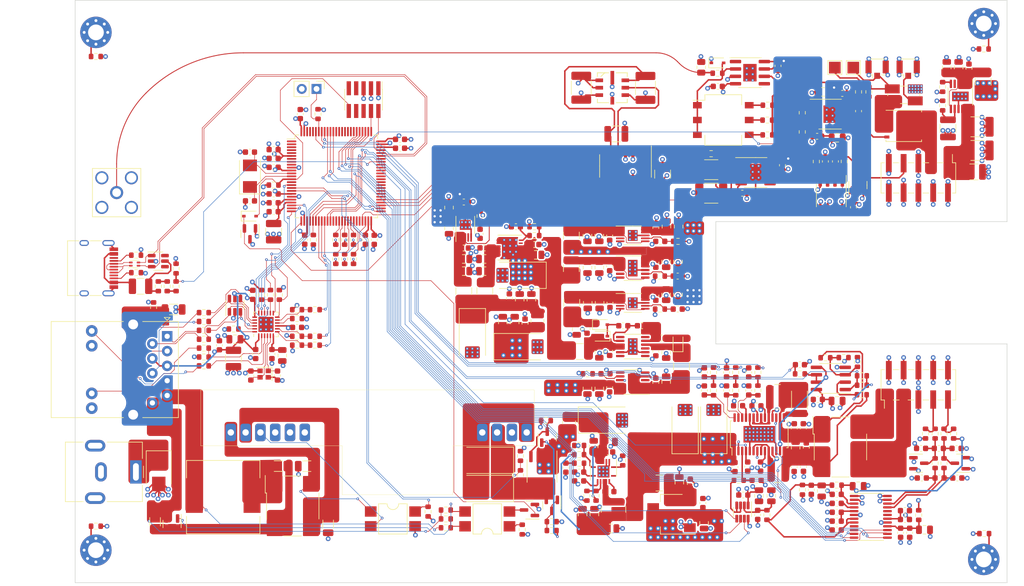
<source format=kicad_pcb>
(kicad_pcb (version 20211014) (generator pcbnew)
  (layers (0 "F.Cu" signal) (1 "In1.Cu" signal) (2 "In2.Cu" signal) (31 "B.Cu" signal) (34 "B.Paste" user) (35 "F.Paste" user) (36 "B.SilkS" user "B.Silkscreen") (37 "F.SilkS" user "F.Silkscreen") (38 "B.Mask" user) (39 "F.Mask" user) (44 "Edge.Cuts" user))
  (net 0 "")
  (net 1 "+5VA")
  (net 2 "GND")
  (net 3 "Net-(C2-Pad2)")
  (net 4 "Net-(C5-Pad1)")
  (net 5 "Net-(C5-Pad2)")
  (net 6 "Net-(C6-Pad1)")
  (net 7 "+9VA")
  (net 8 "-6V")
  (net 9 "+15V")
  (net 10 "Net-(C13-Pad1)")
  (net 11 "Net-(C13-Pad2)")
  (net 12 "/MCU/PD_MON")
  (net 13 "/driveStage/PD_C")
  (net 14 "Net-(C17-Pad2)")
  (net 15 "Net-(C18-Pad1)")
  (net 16 "Net-(C19-Pad1)")
  (net 17 "+3V3")
  (net 18 "Net-(C21-Pad2)")
  (net 19 "Net-(C22-Pad1)")
  (net 20 "/MCU/VREF")
  (net 21 "+12V")
  (net 22 "Net-(C37-Pad2)")
  (net 23 "Net-(C38-Pad1)")
  (net 24 "Net-(C38-Pad2)")
  (net 25 "Net-(C40-Pad1)")
  (net 26 "Net-(C42-Pad2)")
  (net 27 "Net-(C43-Pad2)")
  (net 28 "-9V")
  (net 29 "IN")
  (net 30 "Net-(C50-Pad1)")
  (net 31 "Net-(C51-Pad1)")
  (net 32 "Net-(C52-Pad1)")
  (net 33 "Net-(C53-Pad1)")
  (net 34 "Net-(C54-Pad1)")
  (net 35 "Net-(C55-Pad1)")
  (net 36 "Net-(C69-Pad1)")
  (net 37 "Net-(C70-Pad1)")
  (net 38 "Net-(C71-Pad1)")
  (net 39 "Net-(C72-Pad1)")
  (net 40 "Net-(C73-Pad1)")
  (net 41 "Net-(C74-Pad1)")
  (net 42 "+9V")
  (net 43 "+8V")
  (net 44 "+3.3VA")
  (net 45 "/thermostat/DAC_REF")
  (net 46 "/thermostat/ADC_REF")
  (net 47 "/thermostat/ADC_A3V3")
  (net 48 "/thermostat/ADC_D3V3")
  (net 49 "Net-(C102-Pad1)")
  (net 50 "Net-(C103-Pad1)")
  (net 51 "Net-(C104-Pad1)")
  (net 52 "/thermostat/MAXV")
  (net 53 "/thermostat/MAXIP")
  (net 54 "/thermostat/MAXIN")
  (net 55 "Net-(C110-Pad1)")
  (net 56 "Net-(C115-Pad1)")
  (net 57 "Net-(C117-Pad1)")
  (net 58 "/MCU/TEC_ISEN")
  (net 59 "Net-(C119-Pad1)")
  (net 60 "/MCU/TEC_VREF")
  (net 61 "Net-(C122-Pad2)")
  (net 62 "Net-(C123-Pad2)")
  (net 63 "Net-(C125-Pad1)")
  (net 64 "+5V")
  (net 65 "Net-(C132-Pad2)")
  (net 66 "Net-(C133-Pad2)")
  (net 67 "Net-(C135-Pad2)")
  (net 68 "Net-(C136-Pad2)")
  (net 69 "Net-(C141-Pad1)")
  (net 70 "Net-(C145-Pad1)")
  (net 71 "Net-(C145-Pad2)")
  (net 72 "Net-(C146-Pad1)")
  (net 73 "Net-(C147-Pad1)")
  (net 74 "Net-(C148-Pad1)")
  (net 75 "Net-(C149-Pad1)")
  (net 76 "Net-(C149-Pad2)")
  (net 77 "Net-(C150-Pad1)")
  (net 78 "Net-(C151-Pad1)")
  (net 79 "Net-(C152-Pad1)")
  (net 80 "Net-(C152-Pad2)")
  (net 81 "Net-(C158-Pad1)")
  (net 82 "Net-(C162-Pad2)")
  (net 83 "Net-(C163-Pad2)")
  (net 84 "Net-(C164-Pad1)")
  (net 85 "/Ehternet/AVDDT_PHY")
  (net 86 "/Ehternet/ETH_SHIELD")
  (net 87 "Net-(D1-Pad2)")
  (net 88 "/MCU/MCU_RSTn")
  (net 89 "/MCU/RST")
  (net 90 "Net-(FB12-Pad1)")
  (net 91 "Net-(FB12-Pad2)")
  (net 92 "/thermostat/TEC+")
  (net 93 "/thermostat/TEC-")
  (net 94 "Net-(J7-PadA7)")
  (net 95 "Net-(J7-PadA6)")
  (net 96 "/MCU/USB_DP")
  (net 97 "/MCU/USB_DN")
  (net 98 "Net-(J1-Pad1)")
  (net 99 "Net-(J2-Pad1)")
  (net 100 "/MCU/SWDIO")
  (net 101 "/MCU/SWCLK")
  (net 106 "Net-(J6-Pad1)")
  (net 107 "Net-(J6-Pad2)")
  (net 108 "Net-(J6-Pad3)")
  (net 109 "Net-(J6-Pad6)")
  (net 110 "/Ehternet/POE_VC-")
  (net 111 "/Ehternet/POE_VC+")
  (net 112 "Net-(J6-Pad11)")
  (net 113 "Net-(J6-Pad13)")
  (net 114 "Net-(J7-PadA5)")
  (net 116 "Net-(J7-PadB5)")
  (net 118 "/driveStage/LD-")
  (net 119 "/thermostat/NTC+")
  (net 120 "/thermostat/NTC-")
  (net 121 "Net-(JP1-Pad1)")
  (net 122 "Net-(L2-Pad1)")
  (net 123 "Net-(L3-Pad1)")
  (net 124 "Net-(Q1-Pad1)")
  (net 125 "Net-(Q2-Pad3)")
  (net 126 "Net-(Q3-Pad1)")
  (net 127 "Net-(Q4-Pad1)")
  (net 128 "Net-(Q5-Pad4)")
  (net 129 "Net-(Q6-Pad1)")
  (net 130 "Net-(R4-Pad1)")
  (net 131 "Net-(R4-Pad2)")
  (net 132 "Net-(R5-Pad1)")
  (net 133 "Net-(R6-Pad1)")
  (net 134 "Net-(R7-Pad2)")
  (net 135 "Net-(R10-Pad2)")
  (net 136 "/MCU/PD_BIAS")
  (net 137 "Net-(R14-Pad2)")
  (net 138 "Net-(R15-Pad2)")
  (net 139 "Net-(R16-Pad2)")
  (net 140 "Net-(R17-Pad2)")
  (net 141 "Net-(R18-Pad2)")
  (net 142 "Net-(R19-Pad2)")
  (net 143 "Net-(R24-Pad2)")
  (net 144 "Net-(R29-Pad2)")
  (net 145 "Net-(R30-Pad2)")
  (net 146 "/MCU/PWM_MAXV")
  (net 147 "/MCU/PWM_MAXIP")
  (net 148 "/MCU/PWM_MAXIN")
  (net 149 "Net-(R41-Pad1)")
  (net 150 "Net-(R42-Pad2)")
  (net 151 "Net-(R45-Pad1)")
  (net 152 "Net-(R46-Pad2)")
  (net 153 "/MCU/TEC_VSEN")
  (net 154 "Net-(R48-Pad2)")
  (net 155 "Net-(R56-Pad2)")
  (net 156 "Net-(R57-Pad2)")
  (net 157 "Net-(R60-Pad2)")
  (net 158 "Net-(R63-Pad1)")
  (net 159 "Net-(R65-Pad1)")
  (net 160 "/MCU/AT_EVENT")
  (net 161 "/MCU/POE_PWR_SRC")
  (net 162 "/Ehternet/RMII_RXD0")
  (net 163 "Net-(R73-Pad2)")
  (net 164 "/Ehternet/RMII_RXD1")
  (net 165 "Net-(R74-Pad2)")
  (net 166 "/Ehternet/RMII_CRS_DV")
  (net 167 "Net-(R75-Pad2)")
  (net 168 "/Ehternet/RMII_REF_CLK")
  (net 169 "Net-(R76-Pad2)")
  (net 170 "/Ehternet/RMII_MDIO")
  (net 171 "Net-(R82-Pad2)")
  (net 172 "/Ehternet/ETH_LED_1")
  (net 173 "Net-(R84-Pad1)")
  (net 174 "/Ehternet/PHY_TD_P")
  (net 175 "/Ehternet/PHY_TD_N")
  (net 176 "/Ehternet/PHY_RD_P")
  (net 177 "/Ehternet/PHY_RD_N")
  (net 178 "/Ehternet/ETH_LED_2")
  (net 179 "Net-(R94-Pad2)")
  (net 180 "Net-(R95-Pad1)")
  (net 181 "/MCU/USB_VBUS")
  (net 182 "/MCU/LDAC_LOAD")
  (net 183 "/MCU/LDAC_CLK")
  (net 184 "/MCU/LDAC_MOSI")
  (net 185 "/MCU/LDAC_CS")
  (net 186 "/MCU/TADC_SYNC")
  (net 187 "/MCU/TADC_MISO")
  (net 188 "/MCU/TDAC_MOSI")
  (net 189 "/MCU/TADC_CLK")
  (net 190 "/MCU/TDAC_CLK")
  (net 191 "/MCU/TADC_CS")
  (net 192 "/MCU/TDAC_SYNC")
  (net 193 "/MCU/TADC_MOSI")
  (net 194 "Net-(U1-Pad6)")
  (net 208 "/Ehternet/RMII_MDC")
  (net 209 "/Ehternet/PHY_NRST")
  (net 210 "/MCU/TEC_SHDN")
  (net 215 "/Ehternet/RMII_TX_EN")
  (net 216 "/Ehternet/RMII_TXD0")
  (net 217 "/Ehternet/RMII_TXD1")
  (net 258 "Net-(U19-Pad5)")
  (net 260 "Net-(U23-Pad3)")
  (net 267 "Net-(C35-Pad1)")
  (net 268 "Net-(J3-Pad1)")
  (net 269 "Net-(H1-Pad1)")
  (net 270 "Net-(H2-Pad1)")
  (net 271 "Net-(H3-Pad1)")
  (net 272 "Net-(H4-Pad1)")
  (footprint "Connector_RJ:RJ45_Abracon_ARJP11A-MA_Horizontal" (layer "F.Cu") (at 15.7964 57.6926 -90)
    (fp_text reference "J6" hide)
    (fp_text value "RJ45_Abracon_ARJP11A-MASA-B-A-EMU2")
  )
  (footprint "Resistor_SMD:R_0603_1608Metric" (layer "F.Cu") (at 38.1008 53.117 180)
    (fp_text reference "R79" hide)
    (fp_text value "10k")
  )
  (footprint "Resistor_SMD:R_0603_1608Metric" (layer "F.Cu") (at 63.6448 87.521 180)
    (fp_text reference "R59" hide)
    (fp_text value "82k")
  )
  (footprint "Resistor_SMD:R_0603_1608Metric" (layer "F.Cu") (at 81.816 89.515)
    (fp_text reference "R70" hide)
    (fp_text value "33k2")
  )
  (footprint "Capacitor_SMD:C_0603_1608Metric" (layer "F.Cu") (at 38.1008 56.165)
    (fp_text reference "C166" hide)
    (fp_text value "100n")
  )
  (footprint "Capacitor_SMD:C_0603_1608Metric" (layer "F.Cu") (at 148.4148 82.022 180)
    (fp_text reference "C123" hide)
    (fp_text value "100n")
  )
  (footprint "Package_TO_SOT_SMD:SOT-23" (layer "F.Cu") (at 81.054 75.0116 90)
    (fp_text reference "Q6" hide)
    (fp_text value "BC857")
  )
  (footprint "Capacitor_SMD:C_0805_2012Metric" (layer "F.Cu") (at 107.978 89.7436 -90)
    (fp_text reference "C161" hide)
    (fp_text value "10u")
  )
  (footprint "Inductor_SMD:L_1210_3225Metric" (layer "F.Cu") (at 34.077 39.728 90)
    (fp_text reference "FB1" hide)
    (fp_text value "1K@100MHz")
  )
  (footprint "Capacitor_SMD:C_0603_1608Metric" (layer "F.Cu") (at 111.8388 63.8864 90)
    (fp_text reference "C103" hide)
    (fp_text value "100n")
  )
  (footprint "Capacitor_SMD:C_0603_1608Metric" (layer "F.Cu") (at 66.7284 42.5348)
    (fp_text reference "C64" hide)
    (fp_text value "100n")
  )
  (footprint "Package_QFP:LQFP-100_14x14mm_P0.5mm" (layer "F.Cu") (at 44.831 30.226)
    (fp_text reference "U7" hide)
    (fp_text value "STM32F407VGTx")
  )
  (footprint "Capacitor_SMD:C_0603_1608Metric" (layer "F.Cu") (at 115.6488 63.8864 90)
    (fp_text reference "C104" hide)
    (fp_text value "100n")
  )
  (footprint "Resistor_SMD:R_0603_1608Metric" (layer "F.Cu") (at 38.1008 54.641 180)
    (fp_text reference "R82" hide)
    (fp_text value "10k")
  )
  (footprint "Capacitor_SMD:C_0603_1608Metric" (layer "F.Cu") (at 108.0288 66.9852 90)
    (fp_text reference "C107" hide)
    (fp_text value "100n")
  )
  (footprint "Capacitor_SMD:C_0805_2012Metric" (layer "F.Cu") (at 86.106 56.4874 -90)
    (fp_text reference "C39" hide)
    (fp_text value "10u")
  )
  (footprint "Resistor_SMD:R_0603_1608Metric" (layer "F.Cu") (at 118.773 88.372 -90)
    (fp_text reference "R31" hide)
    (fp_text value "33")
  )
  (footprint "Resistor_SMD:R_0603_1608Metric" (layer "F.Cu") (at 41.1488 53.117 180)
    (fp_text reference "R75" hide)
    (fp_text value "33")
  )
  (footprint "Resistor_SMD:R_0603_1608Metric" (layer "F.Cu") (at 144.8334 88.385 90)
    (fp_text reference "R40" hide)
    (fp_text value "33")
  )
  (footprint "Resistor_SMD:R_0603_1608Metric" (layer "F.Cu") (at 113.4136 63.8864 -90)
    (fp_text reference "R34" hide)
    (fp_text value "10k")
  )
  (footprint "Resistor_SMD:R_0603_1608Metric" (layer "F.Cu") (at 156.0094 8.362 180)
    (fp_text reference "R101" hide)
    (fp_text value "0")
  )
  (footprint "Capacitor_SMD:C_0603_1608Metric" (layer "F.Cu") (at 91.7702 60.211 90)
    (fp_text reference "C41" hide)
    (fp_text value "100n")
  )
  (footprint "Diode_SMD:D_SMB" (layer "F.Cu") (at 14.351 80.899 -90)
    (fp_text reference "D9" hide)
    (fp_text value "SMBJ13A-13-F")
  )
  (footprint "Capacitor_SMD:C_0603_1608Metric" (layer "F.Cu") (at 66.7284 34.6354)
    (fp_text reference "C76" hide)
    (fp_text value "100n")
  )
  (footprint "Inductor_SMD:L_Wuerth_WE-PD-Typ-LS" (layer "F.Cu") (at 25.4168 85.307)
    (fp_text reference "L5" hide)
    (fp_text value "10u")
  )
  (footprint "Capacitor_SMD:C_0805_2012Metric" (layer "F.Cu") (at 70.2768 46.5043 180)
    (fp_text reference "C56" hide)
    (fp_text value "10u")
  )
  (footprint "Package_SO:SOIC-8-1EP_3.9x4.9mm_P1.27mm_EP2.29x3mm" (layer "F.Cu") (at 115.852 12.426)
    (fp_text reference "U3" hide)
    (fp_text value "ADA4898-1YRDZ")
  )
  (footprint "Capacitor_SMD:C_0805_2012Metric" (layer "F.Cu") (at 89.0296 76.5864 90)
    (fp_text reference "C143" hide)
    (fp_text value "10u")
  )
  (footprint "Package_TO_SOT_SMD:SOT-23-6" (layer "F.Cu") (at 27.4328 52.355 90)
    (fp_text reference "U27" hide)
    (fp_text value "USBLC6-4SC6")
  )
  (footprint "Resistor_SMD:R_0603_1608Metric" (layer "F.Cu") (at 47.793 41.122 90)
    (fp_text reference "R18" hide)
    (fp_text value "10k")
  )
  (footprint "Capacitor_SMD:C_1812_4532Metric" (layer "F.Cu") (at 154.94 25.781)
    (fp_text reference "C84" hide)
    (fp_text value "10u PP")
  )
  (footprint "Resistor_SMD:R_0603_1608Metric" (layer "F.Cu") (at 109.6036 63.8864 -90)
    (fp_text reference "R33" hide)
    (fp_text value "10k")
  )
  (footprint "Resistor_SMD:R_0603_1608Metric" (layer "F.Cu") (at 100.4062 47.3586)
    (fp_text reference "R26" hide)
    (fp_text value "51k")
  )
  (footprint "Capacitor_SMD:C_0603_1608Metric" (layer "F.Cu") (at 130.7618 89.4264 180)
    (fp_text reference "C121" hide)
    (fp_text value "1u")
  )
  (footprint "Capacitor_SMD:C_0603_1608Metric" (layer "F.Cu") (at 91.7702 45.6444 -90)
    (fp_text reference "C66" hide)
    (fp_text value "100n")
  )
  (footprint "Capacitor_SMD:C_0603_1608Metric" (layer "F.Cu") (at 117.186 88.3466 -90)
    (fp_text reference "C98" hide)
    (fp_text value "100n")
  )
  (footprint "Capacitor_SMD:C_0603_1608Metric" (layer "F.Cu") (at 100.457 41.3896 180)
    (fp_text reference "C72" hide)
    (fp_text value "100n")
  )
  (footprint "Capacitor_SMD:C_0805_2012Metric" (layer "F.Cu") (at 151.684 11.524 90)
    (fp_text reference "C58" hide)
    (fp_text value "10u")
  )
  (footprint "Resistor_SMD:R_0603_1608Metric" (layer "F.Cu") (at 17.3254 46.0556 -90)
    (fp_text reference "R97" hide)
    (fp_text value "10k")
  )
  (footprint "Resistor_SMD:R_0603_1608Metric" (layer "F.Cu") (at 117.2236 66.9852 -90)
    (fp_text reference "R38" hide)
    (fp_text value "10k")
  )
  (footprint "Resistor_SMD:R_0603_1608Metric" (layer "F.Cu") (at 78.8442 38.875)
    (fp_text reference "R29" hide)
    (fp_text value "33k2")
  )
  (footprint "Capacitor_SMD:C_0603_1608Metric" (layer "F.Cu") (at 94.107 55.88)
    (fp_text reference "C38" hide)
    (fp_text value "1u")
  )
  (footprint "Connector_Coaxial:SMA_Amphenol_132203-12_Horizontal" (layer "F.Cu") (at 7.1176 33.02 90)
    (fp_text reference "J1" hide)
    (fp_text value "MOD_IN")
  )
  (footprint "Inductor_SMD:L_1210_3225Metric" (layer "F.Cu") (at 70.3352 49.924 90)
    (fp_text reference "FB3" hide)
    (fp_text value "1K@100MHz")
  )
  (footprint "Resistor_SMD:R_0603_1608Metric" (layer "F.Cu") (at 89.436 85.07 90)
    (fp_text reference "R60" hide)
    (fp_text value "82k")
  )
  (footprint "Capacitor_SMD:C_0805_2012Metric" (layer "F.Cu") (at 101.473 60.465 -90)
    (fp_text reference "C48" hide)
    (fp_text value "10u")
  )
  (footprint "Connector_USB:USB_C_Receptacle_HRO_TYPE-C-31-M-12" (layer "F.Cu") (at 2.5934 45.9926 -90)
    (fp_text reference "J7" hide)
    (fp_text value "USB_C_Receptacle_USB2.0")
  )
  (footprint "Inductor_SMD:L_1210_3225Metric" (layer "F.Cu") (at 85.1916 40.399 90)
    (fp_text reference "FB7" hide)
    (fp_text value "1K@100MHz")
  )
  (footprint "Capacitor_SMD:C_0805_2012Metric" (layer "F.Cu") (at 101.473 50.5336 -90)
    (fp_text reference "C88" hide)
    (fp_text value "10u")
  )
  (footprint "Capacitor_SMD:C_0603_1608Metric" (layer "F.Cu") (at 100.711 57.9758)
    (fp_text reference "C43" hide)
    (fp_text value "1u")
  )
  (footprint "Capacitor_SMD:C_0805_2012Metric" (layer "F.Cu") (at 89.9922 66.6626 -90)
    (fp_text reference "C87" hide)
    (fp_text value "10u")
  )
  (footprint "Capacitor_SMD:C_0603_1608Metric" (layer "F.Cu") (at 91.5188 77.5516)
    (fp_text reference "C144" hide)
    (fp_text value "100n")
  )
  (footprint "Resistor_SMD:R_0603_1608Metric" (layer "F.Cu") (at 78.8442 40.399 180)
    (fp_text reference "R30" hide)
    (fp_text value "150k")
  )
  (footprint "Capacitor_SMD:C_0603_1608Metric" (layer "F.Cu") (at 133.632 35.54 -90)
    (fp_text reference "C172" hide)
    (fp_text value "100n")
  )
  (footprint "Package_SO:MSOP-12-1EP_3x4mm_P0.65mm_EP1.65x2.85mm" (layer "F.Cu") (at 95.7326 45.987)
    (fp_text reference "U13" hide)
    (fp_text value "LT3045xMSE")
  )
  (footprint "Capacitor_SMD:C_0603_1608Metric" (layer "F.Cu") (at 99.695 60.2618 -90)
    (fp_text reference "C47" hide)
    (fp_text value "100n")
  )
  (footprint "Resistor_SMD:R_0603_1608Metric" (layer "F.Cu") (at 32.0048 50.577 90)
    (fp_text reference "R81" hide)
    (fp_text value "10k")
  )
  (footprint "Capacitor_SMD:C_0805_2012Metric" (layer "F.Cu") (at 101.5238 38.8496 90)
    (fp_text reference "C86" hide)
    (fp_text value "10u")
  )
  (footprint "MountingHole:MountingHole_2.7mm_M2.5_Pad_Via" (layer "F.Cu") (at 156 4)
    (fp_text reference "H4" hide)
    (fp_text value "MountingHole_Pad")
  )
  (footprint "Connector_PinHeader_1.27mm:PinHeader_2x05_P1.27mm_Vertical_SMD" (layer "F.Cu") (at 49.5202 17.0552 -90)
    (fp_text reference "J4" hide)
    (fp_text value "Conn_02x05_Odd_Even")
  )
  (footprint "Package_TO_SOT_SMD:SOT-223-3_TabPin2" (layer "F.Cu") (at 102.39 88.245 180)
    (fp_text reference "U25" hide)
    (fp_text value "AMS1117-3.3")
  )
  (footprint "Capacitor_SMD:C_0805_2012Metric" (layer "F.Cu") (at 89.9922 45.8854 -90)
    (fp_text reference "C52" hide)
    (fp_text value "10u")
  )
  (footprint "Resistor_SMD:R_0603_1608Metric" (layer "F.Cu") (at 117.2236 63.8864 -90)
    (fp_text reference "R35" hide)
    (fp_text value "10k")
  )
  (footprint "Resistor_SMD:R_0603_1608Metric" (layer "F.Cu") (at 118.872 23.114)
    (fp_text reference "R6" hide)
    (fp_text value "100")
  )
  (footprint "Resistor_SMD:R_0603_1608Metric" (layer "F.Cu") (at 88.011 64.1226 180)
    (fp_text reference "R22" hide)
    (fp_text value "60k4")
  )
  (footprint "Capacitor_SMD:C_0603_1608Metric" (layer "F.Cu") (at 55.7784 25.4)
    (fp_text reference "C19" hide)
    (fp_text value "2u2")
  )
  (footprint "Resistor_SMD:R_0603_1608Metric" (layer "F.Cu") (at 22.0988 61.245 180)
    (fp_text reference "R83" hide)
    (fp_text value "10k")
  )
  (footprint "Capacitor_SMD:C_0603_1608Metric" (layer "F.Cu") (at 113.284 80.137 -90)
    (fp_text reference "C130" hide)
    (fp_text value "1u")
  )
  (footprint "Capacitor_SMD:C_0805_2012Metric" (layer "F.Cu") (at 128.171 84.2448 -90)
    (fp_text reference "C100" hide)
    (fp_text value "10u")
  )
  (footprint "Package_SO:MSOP-12-1EP_3x4mm_P0.65mm_EP1.65x2.85mm" (layer "F.Cu") (at 95.7326 65.545 180)
    (fp_text reference "U15" hide)
    (fp_text value "LT3094xMSE")
  )
  (footprint "Inductor_SMD:L_1008_2520Metric" (layer "F.Cu") (at 79.375 55.0494 90)
    (fp_text reference "L1" hide)
    (fp_text value "1u")
  )
  (footprint "Resistor_SMD:R_0603_1608Metric" (layer "F.Cu") (at 3.556 9.652)
    (fp_text reference "R98" hide)
    (fp_text value "0")
  )
  (footprint "Package_SO:MSOP-12-1EP_3x4mm_P0.65mm_EP1.65x2.85mm" (layer "F.Cu") (at 95.7326 59.449 180)
    (fp_text reference "U9" hide)
    (fp_text value "LTC3261")
  )
  (footprint "Crystal:Crystal_SMD_2016-4Pin_2.0x1.6mm" (layer "F.Cu") (at 32.45 64.177 180)
    (fp_text reference "Y2" hide)
    (fp_text value "25MHz")
  )
  (footprint "Resistor_SMD:R_0603_1608Metric" (layer "F.Cu") (at 124.841 19.304 -90)
    (fp_text reference "R7" hide)
    (fp_text value "100")
  )
  (footprint "Capacitor_SMD:C_0603_1608Metric" (layer "F.Cu") (at 34.077 36.296 180)
    (fp_text reference "C29" hide)
    (fp_text value "2u2")
  )
  (footprint "Capacitor_SMD:C_0603_1608Metric" (layer "F.Cu") (at 91.7702 66.4594 -90)
    (fp_text reference "C80" hide)
    (fp_text value "100n")
  )
  (footprint "Capacitor_SMD:C_1206_3216Metric" (layer "F.Cu") (at 39.7764 79.9846 180)
    (fp_text reference "C146" hide)
    (fp_text value "4n7")
  )
  (footprint "Inductor_SMD:L_Wuerth_MAPI-4020" (layer "F.Cu") (at 92.4332 87.4322 -90)
    (fp_text reference "L6" hide)
    (fp_text value "3u3")
  )
  (footprint "Resistor_SMD:R_0603_1608Metric" (layer "F.Cu") (at 136.284 15.728 90)
    (fp_text reference "R11" hide)
    (fp_text value "0")
  )
  (footprint "Capacitor_SMD:C_0805_2012Metric" (layer "F.Cu") (at 103.505 44.8694 -90)
    (fp_text reference "C85" hide)
    (fp_text value "10u")
  )
  (footprint "Capacitor_SMD:C_0805_2012Metric" (layer "F.Cu") (at 91.722 75.8244)
    (fp_text reference "C142" hide)
    (fp_text value "10u")
  )
  (footprint "Package_SO:SOIC-14_3.9x8.7mm_P1.27mm" (layer "F.Cu") (at 94.488 28.448 -90)
    (fp_text reference "U2" hide)
    (fp_text value "MAX5719xSD")
  )
  (footprint "Capacitor_SMD:C_0603_1608Metric" (layer "F.Cu") (at 116.9696 69.6388 180)
    (fp_text reference "C129" hide)
    (fp_text value "1u")
  )
  (footprint "Resistor_SMD:R_0603_1608Metric" (layer "F.Cu") (at 110.2868 12.5222)
    (fp_text reference "R2" hide)
    (fp_text value "100")
  )
  (footprint "Capacitor_SMD:C_0603_1608Metric" (layer "F.Cu") (at 99.695 45.0726 -90)
    (fp_text reference "C78" hide)
    (fp_text value "100n")
  )
  (footprint "Connector_Coaxial:U.FL_Hirose_U.FL-R-SMT-1_Vertical" (layer "F.Cu") (at 137.696 11.918 90)
    (fp_text reference "J2" hide)
    (fp_text value "DNP")
  )
  (footprint "Capacitor_SMD:C_0603_1608Metric" (layer "F.Cu") (at 114.5454 33.127 180)
    (fp_text reference "C10" hide)
    (fp_text value "100n")
  )
  (footprint "Inductor_SMD:L_CommonModeChoke_Wuerth_WE-SL5" (layer "F.Cu") (at 131.3968 76.7)
    (fp_text reference "FL1" hide)
    (fp_text value "WE-SL5")
  )
  (footprint "Resistor_SMD:R_0603_1608Metric" (layer "F.Cu") (at 156.083 91.567 180)
    (fp_text reference "R100" hide)
    (fp_text value "0")
  )
  (footprint "Resistor_SMD:R_0603_1608Metric" (layer "F.Cu") (at 22.0988 59.721 180)
    (fp_text reference "R90" hide)
    (fp_text value "220")
  )
  (footprint "Capacitor_SMD:C_0603_1608Metric" (layer "F.Cu") (at 69.5224 40.0964 -90)
    (fp_text reference "C69" hide)
    (fp_text value "100n")
  )
  (footprint "Inductor_SMD:L_1210_3225Metric" (layer "F.Cu") (at 100.3072 82.8856)
    (fp_text reference "FB10" hide)
    (fp_text value "1K@100MHz")
  )
  (footprint "Diode_SMD:D_SOD-323" (layer "F.Cu") (at 110.2868 10.7442)
    (fp_text reference "D1" hide)
    (fp_text value "AQ4020-01FTG-C")
  )
  (footprint "Resistor_SMD:R_0603_1608Metric" (layer "F.Cu") (at 41.697 19.532 -90)
    (fp_text reference "R20" hide)
    (fp_text value "10k")
  )
  (footprint "Resistor_SMD:R_0603_1608Metric" (layer "F.Cu") (at 146.0018 74.402 -90)
    (fp_text reference "R55" hide)
    (fp_text value "5k11 5ppm")
  )
  (footprint "Resistor_SMD:R_0603_1608Metric" (layer "F.Cu") (at 86.5404 79.482 180)
    (fp_text reference "R64" hide)
    (fp_text value "4k12")
  )
  (footprint "Resistor_SMD:R_0603_1608Metric" (layer "F.Cu") (at 148.9408 14.8768 90)
    (fp_text reference "R24" hide)
    (fp_text value "470")
  )
  (footprint "Capacitor_SMD:C_0603_1608Metric" (layer "F.Cu") (at 120.678 11.2576 -90)
    (fp_text reference "C7" hide)
    (fp_text value "100n")
  )
  (footprint "Capacitor_Tantalum_SMD:CP_EIA-7343-15_Kemet-W" (layer "F.Cu") (at 76.4744 47.2155 180)
    (fp_text reference "C89" hide)
    (fp_text value "220u")
  )
  (footprint "Capacitor_SMD:C_0603_1608Metric" (layer "F.Cu") (at 125.5294 76.7886 -90)
    (fp_text reference "C139" hide)
    (fp_text value "100n")
  )
  (footprint "Capacitor_SMD:C_0603_1608Metric" (layer "F.Cu") (at 151.3358 76.942 180)
    (fp_text reference "C132" hide)
    (fp_text value "10n")
  )
  (footprint "Capacitor_SMD:C_1206_3216Metric" (layer "F.Cu") (at 34.8768 79.973)
    (fp_text reference "C145" hide)
    (fp_text value "4n7")
  )
  (footprint "Capacitor_SMD:C_0603_1608Metric" (layer "F.Cu") (at 91.059 64.1226)
    (fp_text reference "C73" hide)
    (fp_text value "100n")
  )
  (footprint "Package_SO:TSSOP-24_4.4x7.8mm_P0.65mm" (layer "F.Cu") (at 136.6038 88.6898)
    (fp_text reference "U18" hide)
    (fp_text value "AD7172-2")
  )
  (footprint "Capacitor_SMD:C_0603_1608Metric" (layer "F.Cu") (at 148.2878 76.942 180)
    (fp_text reference "C133" hide)
    (fp_text value "100n")
  )
  (footprint "Resistor_SMD:R_0603_1608Metric" (layer "F.Cu") (at 38.1008 57.689 180)
    (fp_text reference "R77" hide)
    (fp_text value "10k")
  )
  (footprint "Inductor_SMD:L_CommonModeChoke_Coilcraft_0603USB" (layer "F.Cu") (at 10.2134 45.2936 90)
    (fp_text reference "FL3" hide)
    (fp_text value "Filter_EMI_LL_1423")
  )
  (footprint "Inductor_SMD:L_1210_3225Metric" (layer "F.Cu") (at 66.7284 49.9364 90)
    (fp_text reference "FB4" hide)
    (fp_text value "1K@100MHz")
  )
  (footprint "Resistor_SMD:R_0603_1608Metric" (layer "F.Cu") (at 134.3178 62.1084 -90)
    (fp_text reference "R46" hide)
    (fp_text value "10k")
  )
  (footprint "Resistor_SMD:R_0603_1608Metric" (layer "F.Cu") (at 33.5288 50.577 -90)
    (fp_text reference "R76" hide)
    (fp_text value "33")
  )
  (footprint "Capacitor_SMD:C_0603_1608Metric" (layer "F.Cu") (at 124.4372 62.5656)
    (fp_text reference "C118" hide)
    (fp_text value "100n")
  )
  (footprint "Resistor_SMD:R_0603_1608Metric" (layer "F.Cu") (at 22.0988 53.625 180)
    (fp_text reference "R86" hide)
    (fp_text value "33")
  )
  (footprint "Capacitor_SMD:C_1210_3225Metric" (layer "F.Cu") (at 154.305 29.464)
    (fp_text reference "C77" hide)
    (fp_text value "100n PPS")
  )
  (footprint "Inductor_SMD:L_1210_3225Metric" (layer "F.Cu") (at 104.1146 62.878 -90)
    (fp_text reference "FB9" hide)
    (fp_text value "1K@100MHz")
  )
  (footprint "Package_TO_SOT_SMD:SOT-23" (layer "F.Cu") (at 30.013 40.106 -90)
    (fp_text reference "U8" hide)
    (fp_text value "STM809SWX6F")
  )
  (footprint "Capacitor_SMD:C_0805_2012Metric" (layer "F.Cu") (at 88.011 51.956 -90)
    (fp_text reference "C54" hide)
    (fp_text value "10u")
  )
  (footprint "Connector_PinHeader_2.54mm:PinHeader_2x05_P2.54mm_Vertical_SMD" (layer "F.Cu") (at 144.78 30.495 -90)
    (fp_text reference "J8" hide)
    (fp_text value "Conn_02x05_Odd_Even")
  )
  (footprint "Capacitor_SMD:C_0603_1608Metric" (layer "F.Cu") (at 115.6488 66.9852 90)
    (fp_text reference "C109" hide)
    (fp_text value "100n")
  )
  (footprint "Capacitor_SMD:C_0603_1608Metric" (layer "F.Cu") (at 91.821 51.956 -90)
    (fp_text reference "C68" hide)
    (fp_text value "100n")
  )
  (footprint "Package_DIP:SMDIP-4_W7.62mm" (layer "F.Cu") (at 54.5548 89.045)
    (fp_text reference "U24" hide)
    (fp_text value "ACPL-217-500E")
  )
  (footprint "Resistor_SMD:R_0603_1608Metric" (layer "F.Cu") (at 46.269 41.122 90)
    (fp_text reference "R16" hide)
    (fp_text value "10k")
  )
  (footprint "Capacitor_SMD:C_0603_1608Metric" (layer "F.Cu") (at 103.4542 47.3586)
    (fp_text reference "C71" hide)
    (fp_text value "100n")
  )
  (footprint "Capacitor_SMD:C_0603_1608Metric" (layer "F.Cu") (at 97.3074 55.88)
    (fp_text reference "C42" hide)
    (fp_text value "1u")
  )
  (footprint "Capacitor_SMD:C_0603_1608Metric" (layer "F.Cu") (at 153.462 11.7272 90)
    (fp_text reference "C65" hide)
    (fp_text value "100n")
  )
  (footprint "Diode_SMD:D_SOD-323" (layer "F.Cu") (at 30.013 37.058)
    (fp_text reference "D3" hide)
    (fp_text value "B5819")
  )
  (footprint "Package_SO:SOIC-8-1EP_3.9x4.9mm_P1.27mm_EP2.29x3mm" (layer "F.Cu") (at 129.618 19.55)
    (fp_text reference "U6" hide)
    (fp_text value "ADA4898-1YRDZ")
  )
  (footprint "Capacitor_SMD:C_0805_2012Metric" (layer "F.Cu") (at 87.9602 40.4244 -90)
    (fp_text reference "C53" hide)
    (fp_text value "10u")
  )
  (footprint "Capacitor_SMD:C_0805_2012Metric" (layer "F.Cu") (at 27.4328 58.197 180)
    (fp_text reference "C168" hide)
    (fp_text value "10u")
  )
  (footprint "Resistor_SMD:R_0603_1608Metric" (layer "F.Cu") (at 132.0546 27.666 90)
    (fp_text reference "R9" hide)
    (fp_text value "1k")
  )
  (footprint "Capacitor_SMD:C_0805_2012Metric" (layer "F.Cu") (at 66.7284 46.4972)
    (fp_text reference "C50" hide)
    (fp_text value "10u")
  )
  (footprint "Capacitor_SMD:C_0603_1608Metric" (layer "F.Cu") (at 34.077 34.772 180)
    (fp_text reference "C28" hide)
    (fp_text value "100n")
  )
  (footprint "Capacitor_SMD:C_0603_1608Metric" (layer "F.Cu") (at 127.394 23.348)
    (fp_text reference "C12" hide)
    (fp_text value "100n")
  )
  (footprint "Capacitor_SMD:C_0603_1608Metric" (layer "F.Cu") (at 34.077 28.676 180)
    (fp_text reference "C30" hide)
    (fp_text value "100n")
  )
  (footprint "Resistor_SMD:R_2010_5025Metric" (layer "F.Cu") (at 124.361 68.624 90)
    (fp_text reference "R45" hide)
    (fp_text value "50m")
  )
  (footprint "Resistor_SMD:R_0603_1608Metric" (layer "F.Cu") (at 14.2774 49.1036 90)
    (fp_text reference "R94" hide)
    (fp_text value "5k1")
  )
  (footprint "Resistor_SMD:R_0603_1608Metric" (layer "F.Cu") (at 87.8612 85.07 -90)
    (fp_text reference "R61" hide)
    (fp_text value "33k2")
  )
  (footprint "Resistor_SMD:R_0603_1608Metric" (layer "F.Cu") (at 76.454 78.232 90)
    (fp_text reference "R69" hide)
    (fp_text value "10k")
  )
  (footprint "Package_SO:SOIC-8_3.9x4.9mm_P1.27mm" (layer "F.Cu") (at 129.7458 64.929 180)
    (fp_text reference "U19" hide)
    (fp_text value "RS8552")
  )
  (footprint "Resistor_SMD:R_0603_1608Metric" (layer "F.Cu") (at 109.6036 66.9852 -90)
    (fp_text reference "R36" hide)
    (fp_text value "10k")
  )
  (footprint "Capacitor_Tantalum_SMD:CP_EIA-7343-15_Kemet-W" (layer "F.Cu") (at 70.866 83.82 180)
    (fp_text reference "C152" hide)
    (fp_text value "220u")
  )
  (footprint "Resistor_SMD:R_Shunt_Ohmite_LVK20" (layer "F.Cu") (at 142.268 16.236 90)
    (fp_text reference "R13" hide)
    (fp_text value "10")
  )
  (footprint "Capacitor_SMD:C_1812_4532Metric" (layer "F.Cu") (at 97.917 15.0368 90)
    (fp_text reference "C2" hide)
    (fp_text value "10u PP")
  )
  (footprint "Resistor_SMD:R_0603_1608Metric" (layer "F.Cu") (at 134.506 15.728 -90)
    (fp_text reference "R10" hide)
    (fp_text value "100")
  )
  (footprint "Resistor_SMD:R_0603_1608Metric" (layer "F.Cu") (at 22.0988 55.149 180)
    (fp_text reference "R85" hide)
    (fp_text value "33")
  )
  (footprint "Capacitor_SMD:C_0603_1608Metric" (layer "F.Cu") (at 87.884 56.388 -90)
    (fp_text reference "C35" hide)
    (fp_text value "100n")
  )
  (footprint "Resistor_SMD:R_0603_1608Metric" (layer "F.Cu") (at 94.008 79.0248 90)
    (fp_text reference "R63" hide)
    (fp_text value "82k")
  )
  (footprint "Capacitor_SMD:C_0603_1608Metric" (layer "F.Cu") (at 75.6692 38.875 180)
    (fp_text reference "C173" hide)
    (fp_text value "100n")
  )
  (footprint "Resistor_SMD:R_0603_1608Metric" (layer "F.Cu") (at 149.1768 79.482 90)
    (fp_text reference "R43" hide)
    (fp_text value "51")
  )
  (footprint "Capacitor_SMD:C_0603_1608Metric" (layer "F.Cu") (at 130.7618 90.9504 180)
    (fp_text reference "C116" hide)
    (fp_text value "100n")
  )
  (footprint "Capacitor_Tantalum_SMD:CP_EIA-7343-15_Kemet-W" (layer "F.Cu") (at 90.781 72.0894)
    (fp_text reference "C141" hide)
    (fp_text value "220u")
  )
  (footprint "Resistor_SMD:R_0603_1608Metric" (layer "F.Cu") (at 80.8254 72.1668 180)
    (fp_text reference "R72" hide)
    (fp_text value "82k")
  )
  (footprint "Resistor_SMD:R_0603_1608Metric" (layer "F.Cu") (at 130.7618 83.2542 180)
    (fp_text reference "R32" hide)
    (fp_text value "33")
  )
  (footprint "Resistor_SMD:R_0603_1608Metric" (layer "F.Cu") (at 135.0666 67.7218)
    (fp_text reference "R53" hide)
    (fp_text value "20k")
  )
  (footprint "Capacitor_SMD:C_0603_1608Metric" (layer "F.Cu") (at 142.4712 89.1476)
    (fp_text reference "C111" hide)
    (fp_text value "100n")
  )
  (footprint "Inductor_SMD:L_CommonModeChoke_Wuerth_WE-SL5" (layer "F.Cu") (at 37.3548 86.831)
    (fp_text reference "FL2" hide)
    (fp_text value "2x1m")
  )
  (footprint "Capacitor_SMD:C_0603_1608Metric" (layer "F.Cu") (at 77.2414 55.4936 90)
    (fp_text reference "C36" hide)
    (fp_text value "100n")
  )
  (footprint "MountingHole:MountingHole_2.7mm_M2.5_Pad_Via" (layer "F.Cu") (at 156 96)
    (fp_text reference "H3" hide)
    (fp_text value "MountingHole_Pad")
  )
  (footprint "Resistor_SMD:R_0603_1608Metric" (layer "F.Cu") (at 41.1488 59.213 180)
    (fp_text reference "R74" hide)
    (fp_text value "33")
  )
  (footprint "TestPoint:TestPoint_Pad_2.0x2.0mm" (layer "F.Cu") (at 133.604 11.557)
    (fp_text reference "TP10" hide)
    (fp_text value "TestPoint")
  )
  (footprint "Package_DFN_QFN:QFN-24-1EP_4x4mm_P0.5mm_EP2.6x2.6mm" (layer "F.Cu") (at 32.7668 55.657 90)
    (fp_text reference "U26" hide)
    (fp_text value "LAN8742A")
  )
  (footprint "Capacitor_SMD:C_0805_2012Metric" (layer "F.Cu") (at 66.7284 44.4144)
    (fp_text reference "C57" hide)
    (fp_text value "10u")
  )
  (footprint "Resistor_SMD:R_0603_1608Metric" (layer "F.Cu") (at 63.6448 89.045 180)
    (fp_text reference "R58" hide)
    (fp_text value "20k")
  )
  (footprint "Capacitor_SMD:C_0603_1608Metric" (layer "F.Cu") (at 78.8442 41.9323)
    (fp_text reference "C75" hide)
    (fp_text value "100n")
  )
  (footprint "Capacitor_SMD:C_0805_2012Metric" (layer "F.Cu") (at 103.6066 38.8496 90)
    (fp_text reference "C93" hide)
    (fp_text value "10u")
  )
  (footprint "Capacitor_Tantalum_SMD:CP_EIA-7343-15_Kemet-W" (layer "F.Cu") (at 104.7268 73.4502 90)
    (fp_text reference "C157" hide)
    (fp_text value "220u")
  )
  (footprint "Resistor_SMD:R_0603_1608Metric" (layer "F.Cu") (at 22.0988 58.197 180)
    (fp_text reference "R87" hide)
    (fp_text value "33")
  )
  (footprint "Resistor_SMD:R_0805_2012Metric" (layer "F.Cu") (at 107.4928 11.5062 90)
    (fp_text reference "R1" hide)
    (fp_text value "50")
  )
  (footprint "Inductor_SMD:L_Wuerth_MAPI-4030" (layer "F.Cu") (at 120.6018 68.072)
    (fp_text reference "L2" hide)
    (fp_text value "6.8u")
  )
  (footprint "Capacitor_SMD:C_0805_2012Metric" (layer "F.Cu") (at 134.4448 83.432)
    (fp_text reference "C97" hide)
    (fp_text value "10u")
  )
  (footprint "Capacitor_SMD:C_0805_2012Metric" (layer "F.Cu") (at 117.4134 85.07 -90)
    (fp_text reference "C113" hide)
    (fp_text value "10u")
  )
  (footprint "Capacitor_SMD:C_0603_1608Metric" (layer "F.Cu") (at 86.5404 81.006 180)
    (fp_text reference "C151" hide)
    (fp_text value "39p")
  )
  (footprint "Inductor_SMD:L_Wuerth_MAPI-4030" (layer "F.Cu") (at 120.5764 80.7132)
    (fp_text reference "L3" hide)
    (fp_text value "6.8u")
  )
  (footprint "Capacitor_SMD:C_0603_1608Metric" (layer "F.Cu") (at 143.284 91.42 -90)
    (fp_text reference "C112" hide)
    (fp_text value "100n")
  )
  (footprint "kirdy:AG5300" (layer "F.Cu") (at 26.7251 74.2006)
    (fp_text reference "U23" hide)
    (fp_text value "AG5300")
  )
  (footprint "Capacitor_SMD:C_0603_1608Metric" (layer "F.Cu") (at 34.077 33.248 180)
    (fp_text reference "C27" hide)
    (fp_text value "100n")
  )
  (footprint "Capacitor_Tantalum_SMD:CP_EIA-7343-15_Kemet-W" (layer "F.Cu") (at 68.199 57.3354 -90)
    (fp_text reference "C40" hide)
    (fp_text value "220u")
  )
  (footprint "Resistor_SMD:R_0603_1608Metric" (layer "F.Cu") (at 149.1768 74.402 90)
    (fp_text reference "R50" hide)
    (fp_text value "51")
  )
  (footprint "Package_SO:MSOP-12-1EP_3x4mm_P0.65mm_EP1.65x2.85mm" (layer "F.Cu") (at 151.9888 16.5024 -90)
    (fp_text reference "U12" hide)
    (fp_text value "LT3045xMSE")
  )
  (footprint "Capacitor_SMD:C_1210_3225Metric" (layer "F.Cu") (at 92.9132 22.9362 180)
    (fp_text reference "C3" hide)
    (fp_text value "100n PPS")
  )
  (footprint "Capacitor_SMD:C_0603_1608Metric" (layer "F.Cu") (at 123.4466 80.116 -90)
    (fp_text reference "C140" hide)
    (fp_text value "100n")
  )
  (footprint "Resistor_SMD:R_0603_1608Metric" (layer "F.Cu") (at 41.1488 57.689 180)
    (fp_text reference "R73" hide)
    (fp_text value "33")
  )
  (footprint "Capacitor_SMD:C_0603_1608Metric" (layer "F.Cu") (at 55.7784 23.876)
    (fp_text reference "C31" hide)
    (fp_text value "100n")
  )
  (footprint "Capacitor_SMD:C_1210_3225Metric" (layer "F.Cu") (at 100.8634 29.845 90)
    (fp_text reference "C4" hide)
    (fp_text value "100n PPS")
  )
  (footprint "Resistor_SMD:R_0603_1608Metric" (layer "F.Cu") (at 13.462 52.705 90)
    (fp_text reference "R91" hide)
    (fp_text value "0")
  )
  (footprint "Package_DFN_QFN:DFN-12-1EP_4x4mm_P0.5mm_EP2.66x3.38mm" (layer "F.Cu") (at 74.5994 42.4564 180)
    (fp_text reference "U10" hide)
    (fp_text value "LT3081xDF")
  )
  (footprint "Capacitor_SMD:C_0603_1608Metric" (layer "F.Cu") (at 74.549 51.181 90)
    (fp_text reference "C46" hide)
    (fp_text value "100n")
  )
  (footprint "Capacitor_SMD:C_0603_1608Metric" (layer "F.Cu") (at 130.7618 86.3784 180)
    (fp_text reference "C117" hide)
    (fp_text value "100n")
  )
  (footprint "Connector_Coaxial:U.FL_Hirose_U.FL-R-SMT-1_Vertical" (layer "F.Cu") (at 143.03 11.918 90)
    (fp_text reference "J3" hide)
    (fp_text value "DNP")
  )
  (footprint "Resistor_SMD:R_0603_1608Metric" (layer "F.Cu") (at 86.5404 78.0088 180)
    (fp_text reference "R65" hide)
    (fp_text value "52k3")
  )
  (footprint "Resistor_SMD:R_0603_1608Metric" (layer "F.Cu") (at 47.793 44.424 90)
    (fp_text reference "R19" hide)
    (fp_text value "10k")
  )
  (footprint "Connector_PinHeader_2.54mm:PinHeader_1x02_P2.54mm_Vertical" (layer "F.Cu") (at 41.443 15.214 -90)
    (fp_text reference "JP1" hide)
    (fp_text value "DNP")
  )
  (footprint "Capacitor_SMD:C_0805_2012Metric" (layer "F.Cu") (at 130.838 23.602 180)
    (fp_text reference "C16" hide)
    (fp_text value "10u")
  )
  (footprint "Capacitor_SMD:C_1206_3216Metric" (layer "F.Cu") (at 16.891 53.086)
    (fp_text reference "C171" hide)
    (fp_text value "DNP")
  )
  (footprint "Capacitor_SMD:C_0603_1608Metric" (layer "F.Cu") (at 123.472 73.4742 -90)
    (fp_text reference "C135" hide)
    (fp_text value "1u")
  )
  (footprint "Package_SO:HTSSOP-28-1EP_4.4x9.7mm_P0.65mm_EP2.85x5.4mm" (layer "F.Cu") (at 117.4522 74.5156 90)
    (fp_text reference "U20" hide)
    (fp_text value "MAX1968xUI")
  )
  (footprint "Capacitor_SMD:C_0603_1608Metric" (layer "F.Cu") (at 107.7748 86.3146 90)
    (fp_text reference "C160" hide)
    (fp_text value "100n")
  )
  (footprint "Capacitor_SMD:C_0603_1608Metric" (layer "F.Cu") (at 70.2844 42.5094 180)
    (fp_text reference "C63" hide)
    (fp_text value "100n")
  )
  (footprint "Resistor_SMD:R_0603_1608Metric" (layer "F.Cu") (at 60.5968 87.789 90)
    (fp_text reference "R67" hide)
    (fp_text value "10k")
  )
  (footprint "Package_SO:SOIC-8_3.9x4.9mm_P1.27mm" (layer "F.Cu") (at 129.822 33.508 -90)
    (fp_text reference "U5" hide)
    (fp_text value "RS8552")
  )
  (footprint "Capacitor_SMD:C_0805_2012Metric" (layer "F.Cu") (at 73.4314 55.2904 90)
    (fp_text reference "C33" hide)
    (fp_text value "10u")
  )
  (footprint "Capacitor_SMD:C_0805_2012Metric" (layer "F.Cu") (at 103.7362 82.8094 90)
    (fp_text reference "C158" hide)
    (fp_text value "10u")
  )
  (footprint "Capacitor_SMD:C_0805_2012Metric" (layer "F.Cu") (at 75.4634 55.2904 90)
    (fp_text reference "C34" hide)
    (fp_text value "10u")
  )
  (footprint "Capacitor_SMD:C_0603_1608Metric" (layer "F.Cu") (at 86.5404 82.53 180)
    (fp_text reference "C147" hide)
    (fp_text value "1n6")
  )
  (footprint "Capacitor_SMD:C_0805_2012Metric" (layer "F.Cu") (at 70.2768 44.4144 180)
    (fp_text reference "C49" hide)
    (fp_text value "10u")
  )
  (footprint "Capacitor_SMD:C_0805_2012Metric" (layer "F.Cu") (at 87.9602 45.8854 -90)
    (fp_text reference "C59" hide)
    (fp_text value "10u")
  )
  (footprint "Capacitor_SMD:C_0603_1608Metric" (layer "F.Cu") (at 103.4542 53.0228)
    (fp_text reference "C74" hide)
    (fp_text value "100n")
  )
  (footprint "Resistor_SMD:R_0603_1608Metric" (layer "F.Cu") (at 128.8192 61.3718 180)
    (fp_text reference "R52" hide)
    (fp_text value "20k")
  )
  (footprint "Resistor_SMD:R_0603_1608Metric" (layer "F.Cu") (at 109.1946 26.3398)
    (fp_text reference "R3" hide)
    (fp_text value "2k")
  )
  (footprint "Capacitor_SMD:C_0805_2012Metric" (layer "F.Cu") (at 101.473 65.532 90)
    (fp_text reference "C55" hide)
    (fp_text value "10u")
  )
  (footprint "Capacitor_SMD:C_0603_1608Metric" (layer "F.Cu") (at 145.2398 76.942 180)
    (fp_text reference "C134" hide)
    (fp_text value "10n")
  )
  (footprint "Resistor_SMD:R_0603_1608Metric" (layer "F.Cu") (at 44.745 44.424 90)
    (fp_text reference "R15" hide)
    (fp_text value "10k")
  )
  (footprint "Inductor_SMD:L_1210_3225Metric" (layer "F.Cu") (at 155.9004 13.97 90)
    (fp_text reference "FB5" hide)
    (fp_text value "1K@100MHz")
  )
  (footprint "Capacitor_SMD:C_0805_2012Metric" (layer "F.Cu") (at 119.535 85.07 90)
    (fp_text reference "C96" hide)
    (fp_text value "10u")
  )
  (footprint "Capacitor_SMD:C_0603_1608Metric" (layer "F.Cu") (at 99.695 39.0528 90)
    (fp_text reference "C79" hide)
    (fp_text value "100n")
  )
  (footprint "Resistor_SMD:R_0603_1608Metric" (layer "F.Cu") (at 27.2034 56.4388 180)
    (fp_text reference "R84" hide)
    (fp_text value "12k1")
  )
  (footprint "Capacitor_SMD:C_0603_1608Metric" (layer "F.Cu") (at 99.695 65.659 90)
    (fp_text reference "C62" hide)
    (fp_text value "100n")
  )
  (footprint "Capacitor_Tantalum_SMD:CP_EIA-7343-15_Kemet-W" (layer "F.Cu") (at 109.6544 73.4368 90)
    (fp_text reference "C131" hide)
    (fp_text value "220u")
  )
  (footprint "Capacitor_SMD:C_0805_2012Metric" (layer "F.Cu") (at 101.473 44.8694 -90)
    (fp_text reference "C92" hide)
    (fp_text value "10u")
  )
  (footprint "Capacitor_SMD:C_0603_1608Metric" (layer "F.Cu") (at 39.411 41.109 -90)
    (fp_text reference "C24" hide)
    (fp_text value "100n")
  )
  (footprint "Resistor_SMD:R_0603_1608Metric" (layer "F.Cu") (at 44.745 41.122 90)
    (fp_text reference "R14" hide)
    (fp_text value "10k")
  )
  (footprint "Capacitor_SMD:C_0603_1608Metric" (layer "F.Cu") (at 99.695 50.7368 -90)
    (fp_text reference "C81" hide)
    (fp_text value "100n")
  )
  (footprint "Resistor_SMD:R_0603_1608Metric" (layer "F.Cu") (at 124.869 84.0416 -90)
    (fp_text reference "R39" hide)
    (fp_text value "33")
  )
  (footprint "Connector_BarrelJack:BarrelJack_CUI_PJ-063AH_Horizontal" (layer "F.Cu") (at 10.4276 80.9752 -90)
    (fp_text reference "J5" hide)
    (fp_text value "Barrel_Jack_MountingPin")
  )
  (footprint "MountingHole:MountingHole_2.7mm_M2.5_Pad_Via" (layer "F.Cu") (at 3.566 5.512)
    (fp_text reference "H1" hide)
    (fp_text value "MountingHole_Pad")
  )
  (footprint "TestPoint:TestPoint_Pad_2.0x2.0mm" (layer "F.Cu") (at 130.429 11.557)
    (fp_text reference "TP9" hide)
    (fp_text value "TestPoint")
  )
  (footprint "Package_TO_SOT_SMD:SOT-23" (layer "F.Cu") (at 16.637 89.916 -90)
    (fp_text reference "Q3" hide)
    (fp_text value "BSS138")
  )
  (footprint "Capacitor_SMD:C_0603_1608Metric" (layer "F.Cu") (at 34.736 64.431 90)
    (fp_text reference "C163" hide)
    (fp_text value "18p")
  )
  (footprint "Resistor_SMD:R_0603_1608Metric" (layer "F.Cu") (at 124.4372 64.1404)
    (fp_text reference "R42" hide)
    (fp_text value "1k6")
  )
  (footprint "MountingHole:MountingHole_2.7mm_M2.5_Pad_Via" (layer "F.Cu") (at 3.556 94.412)
    (fp_text reference "H2" hide)
    (fp_text value "MountingHole_Pad")
  )
  (footprint "Capacitor_SMD:C_0603_1608Metric" (layer "F.Cu") (at 34.077 27.152 180)
    (fp_text reference "C25" hide)
    (fp_text value "100n")
  )
  (footprint "Capacitor_SMD:C_0805_2012Metric" (layer "F.Cu") (at 103.505 50.5336 -90)
    (fp_text reference "C95" hide)
    (fp_text value "10u")
  )
  (footprint "Resistor_SMD:R_0603_1608Metric" (layer "F.Cu") (at 40.894 41.1226 -90)
    (fp_text reference "R102" hide)
    (fp_text value "1k")
  )
  (footprint "Resistor_SMD:R_0603_1608Metric" (layer "F.Cu") (at 103.505 41.3896 180)
    (fp_text reference "R27" hide)
    (fp_text value "33k2")
  )
  (footprint "Inductor_SMD:L_1210_3225Metric" (layer "F.Cu") (at 11.2294 49.1036)
    (fp_text reference "FB12" hide)
    (fp_text value "1K@100MHz")
  )
  (footprint "Package_TO_SOT_SMD:SOT-23-8" (layer "F.Cu") (at 114.5686 87.864 -90)
    (fp_text reference "U17" hide)
    (fp_text value "AD5680")
  )
  (footprint "Package_SO:MSOP-10-1EP_3x3mm_P0.5mm_EP1.68x1.88mm" (layer "F.Cu") (at 95.7326 40.3736)
    (fp_text reference "U14" hide)
    (fp_text value "LT3042xMSE")
  )
  (footprint "Inductor_SMD:L_1210_3225Metric" (layer "F.Cu") (at 85.2678 51.956 90)
    (fp_text reference "FB8" hide)
    (fp_text value "1K@100MHz")
  )
  (footprint "Resistor_SMD:R_0603_1608Metric" (layer "F.Cu") (at 135.0798 64.4706)
    (fp_text reference "R48" hide)
    (fp_text value "10k")
  )
  (footprint "Resistor_SMD:R_0603_1608Metric" (layer "F.Cu") (at 147.6528 79.482 90)
    (fp_text reference "R44" hide)
    (fp_text value "51")
  )
  (footprint "Inductor_SMD:L_1210_3225Metric" (layer "F.Cu") (at 27.1788 61.499 -90)
    (fp_text reference "FB11" hide)
    (fp_text value "1K@100MHz")
  )
  (footprint "Resistor_SMD:R_0603_1608Metric" (layer "F.Cu") (at 81.816 91.039)
    (fp_text reference "R71" hide)
    (fp_text value "1k3")
  )
  (footprint "Package_TO_SOT_SMD:SOT-23" (layer "F.Cu") (at 77.9988 87.513 180)
    (fp_text reference "Q2" hide)
    (fp_text value "BSS138")
  )
  (footprint "Capacitor_SMD:C_0805_2012Metric" (layer "F.Cu") (at 64.1884 35.593 90)
    (fp_text reference "C90" hide)
    (fp_text value "10u")
  )
  (footprint "Resistor_SMD:R_0603_1608Metric" (layer "F.Cu") (at 34.077 31.724)
    (fp_text reference "R21" hide)
    (fp_text value "10k")
  )
  (footprint "Capacitor_SMD:C_0805_2012Metric" (layer "F.Cu") (at 89.9922 40.4244 -90)
    (fp_text reference "C60" hide)
    (fp_text value "10u")
  )
  (footprint "Capacitor_SMD:C_0603_1608Metric" (layer "F.Cu") (at 127.5106 68.5346 180)
    (fp_text reference "C127" hide)
    (fp_text value "100n")
  )
  (footprint "Capacitor_SMD:C_1812_4532Metric" (layer "F.Cu") (at 154.94 21.717)
    (fp_text reference "C91" hide)
    (fp_text value "10u PP")
  )
  (footprint "Capacitor_SMD:C_0603_1608Metric" (layer "F.Cu") (at 125.0468 80.0906 -90)
    (fp_text reference "C137" hide)
    (fp_text value "1u")
  )
  (footprint "Package_DFN_QFN:Texas_S-PVQFN-N14" (layer "F.Cu") (at 90.706 80.9044 -90)
    (fp_text reference "U22" hide)
    (fp_text value "TPS54620")
  )
  (footprint "Capacitor_SMD:C_0603_1608Metric" (layer "F.Cu") (at 111.8388 66.9852 90)
    (fp_text reference "C108" hide)
    (fp_text value "100n")
  )
  (footprint "Capacitor_SMD:C_1812_4532Metric" (layer "F.Cu") (at 86.8934 15.0114 -90)
    (fp_text reference "C1" hide)
    (fp_text value "2u PET")
  )
  (footprint "Capacitor_SMD:C_0603_1608Metric" (layer "F.Cu") (at 30.48 50.5714 90)
    (fp_text reference "C169" hide)
    (fp_text value "100n")
  )
  (footprint "Resistor_SMD:R_0603_1608Metric" (layer "F.Cu") (at 118.8466 20.574)
    (fp_text reference "R5" hide)
    (fp_text value "10")
  )
  (footprint "Inductor_SMD:L_1008_2520Metric" (layer "F.Cu") (at 84.812 72.4704 90)
    (fp_text reference "L4" hide)
    (fp_text value "1u")
  )
  (footprint "Capacitor_SMD:C_0805_2012Metric" (layer "F.Cu") (at 90.043 51.956 -90)
    (fp_text reference "C61" hide)
    (fp_text value "10u")
  )
  (footprint "Capacitor_SMD:C_0603_1608Metric" (layer "F.Cu") (at 134.506 19.03 90)
    (fp_text reference "C13" hide)
    (fp_text value "10n")
  )
  (footprint "Capacitor_SMD:C_0603_1608Metric" (layer "F.Cu") (at 33.7828 60.737 -90)
    (fp_text reference "C164" hide)
    (fp_text value "100n")
  )
  (footprint "Capacitor_SMD:C_0805_2012Metric" (layer "F.Cu") (at 76.327 51.3842 90)
    (fp_text reference "C45" hide)
    (fp_text value "10u")
  )
  (footprint "Package_SO:MSOP-10-1EP_3x3mm_P0.5mm_EP1.68x1.88mm" (layer "F.Cu") (at 66.9824 38.5724 90)
    (fp_text reference "U11" hide)
    (fp_text value "LT3042xMSE")
  )
  (footprint "Capacitor_SMD:C_0603_1608Metric" (layer "F.Cu") (at 30.164 64.431 -90)
    (fp_text reference "C162" hide)
    (fp_text value "18p")
  )
  (footprint "Connector_PinHeader_2.54mm:PinHeader_2x05_P2.54mm_Vertical_SMD" (layer "F.Cu") (at 144.78 66.025 90)
    (fp_text reference "J9" hide)
    (fp_text value "Conn_02x05_Odd_Even")
  )
  (footprint "Capacitor_SMD:C_0603_1608Metric" (layer "F.Cu") (at 131.712 15.982)
    (fp_text reference "C11" hide)
    (fp_text value "100n")
  )
  (footprint "Capacitor_SMD:C_0603_1608Metric" (layer "F.Cu") (at 142.4712 87.6236)
    (fp_text reference "C110" hide)
    (fp_text value "1u")
  )
  (footprint "Crystal:Crystal_SMD_5032-2Pin_5.0x3.2mm" (layer "F.Cu") (at 30.013 30.2 90)
    (fp_text reference "Y1" hide)
    (fp_text value "8MHz")
  )
  (footprint "Capacitor_SMD:C_0603_1608Metric" (layer "F.Cu") (at 34.077 25.628 180)
    (fp_text reference "C20" hide)
    (fp_text value "2u2")
  )
  (footprint "Capacitor_SMD:C_0603_1608Metric" (layer "F.Cu") (at 125.0214 73.4742 -90)
    (fp_text reference "C138" hide)
    (fp_text value "100n")
  )
  (footprint "Resistor_SMD:R_0603_1608Metric" (layer "F.Cu") (at 22.0988 62.769 180)
    (fp_text reference "R89" hide)
    (fp_text value "220")
  )
  (footprint "Resistor_SMD:R_0603_1608Metric" (layer "F.Cu") (at 131.9434 61.3464 180)
    (fp_text reference "R47" hide)
    (fp_text value "10k")
  )
  (footprint "Diode_SMD:D_SOD-323" (layer "F.Cu") (at 90.3224 57.671 180)
    (fp_text reference "D4" hide)
    (fp_text value "B5819")
  )
  (footprint "Capacitor_SMD:C_0603_1608Metric" (layer "F.Cu") (at 115.471 80.0528 -90)
    (fp_text reference "C120" hide)
    (fp_text value "1u")
  )
  (footprint "Capacitor_SMD:C_0805_2012Metric" (layer "F.Cu") (at 145.824 90.912)
    (fp_text reference "C101" hide)
    (fp_text value "10u")
  )
  (footprint "Capacitor_SMD:C_0603_1608Metric" (layer "F.Cu") (at 91.7702 40.4244 -90)
    (fp_text reference "C67" hide)
    (fp_text value "100n")
  )
  (footprint "Resistor_SMD:R_0603_1608Metric" (layer "F.Cu") (at 124.841 22.606 90)
    (fp_text reference "R8" hide)
    (fp_text value "300")
  )
  (footprint "Capacitor_SMD:C_0603_1608Metric" (layer "F.Cu") (at 30.9888 60.737 -90)
    (fp_text reference "C167" hide)
    (fp_text value "100n")
  )
  (footprint "Diode_SMD:D_SOD-323" (layer "F.Cu") (at 90.3224 55.6898)
    (fp_text reference "D5" hide)
    (fp_text value "B5819")
  )
  (footprint "Capacitor_SMD:C_0805_2012Metric" (layer "F.Cu") (at 79.0982 43.7103)
    (fp_text reference "C82" hide)
    (fp_text value "10u")
  )
  (footprint "Package_TO_SOT_SMD:TDSON-8-1" (layer "F.Cu") (at 142.268 21.57)
    (fp_text reference "Q1" hide)
    (fp_text value "CSD17507Q5A")
  )
  (footprint "Resistor_SMD:R_0603_1608Metric" (layer "F.Cu") (at 15.8014 49.1036 90)
    (fp_text reference "R95" hide)
    (fp_text value "10k")
  )
  (footprint "Button_Switch_SMD:SW_DIP_SPSTx03_Slide_Omron_A6S-310x_W8.9mm_P2.54mm" (layer "F.Cu") (at 111.28 20.554)
    (fp_text reference "SW1" hide)
    (fp_text value "SW_DIP_x03")
  )
  (footprint "Resistor_SMD:R_0603_1608Metric" (layer "F.Cu") (at 38.1008 59.213 180)
    (fp_text reference "R78" hide)
    (fp_text value "10k")
  )
  (footprint "Capacitor_SMD:C_0805_2012Metric" (layer "F.Cu") (at 87.9602 66.6626 -90)
    (fp_text reference "C94" hide)
    (fp_text value "10u")
  )
  (footprint "Resistor_SMD:R_0603_1608Metric" (layer "F.Cu") (at 113.4136 66.9852 -90)
    (fp_text reference "R37" hide)
    (fp_text value "10k")
  )
  (footprint "Resistor_SMD:R_0603_1608Metric" (layer "F.Cu") (at 10.4648 46.7614)
    (fp_text reference "R93" hide)
    (fp_text value "5k1")
  )
  (footprint "Resistor_SMD:R_0603_1608Metric" (layer "F.Cu") (at 76.7568 90.87 90)
    (fp_text reference "R56" hide)
    (fp_text value "220")
  )
  (footprint "Capacitor_SMD:C_0805_2012Metric" (layer "F.Cu") (at 64.1884 39.149 -90)
    (fp_text reference "C83" hide)
    (fp_text value "10u")
  )
  (footprint "Capacitor_SMD:C_0603_1608Metric" (layer "F.Cu") (at 30.013 34.446 180)
    (fp_text reference "C22" hide)
    (fp_text value "12p")
  )
  (footprint "Package_SO:MSOP-10-1EP_3x3mm_P0.5mm_EP1.68x1.88mm" (layer "F.Cu") (at 95.7326 51.956)
    (fp_text reference "U16" hide)
    (fp_text value "LT3042xMSE")
  )
  (footprint "Capacitor_SMD:C_0805_2012Metric" (layer "F.Cu") (at 128.41 15.728 180)
    (fp_text reference "C15" hide)
    (fp_text value "10u")
  )
  (footprint "Capacitor_SMD:C_0603_1608Metric" (layer "F.Cu") (at 110.3376 14.7828)
    (fp_text reference "C9" hide)
    (fp_text value "100n")
  )
  (footprint "Resistor_SMD:R_0603_1608Metric" (layer "F.Cu") (at 35.0528 50.577 90)
    (fp_text reference "R80" hide)
    (fp_text value "1k6")
  )
  (footprint "Resistor_SMD:R_0603_1608Metric" (layer "F.Cu") (at 22.0988 56.673 180)
    (fp_text reference "R88" hide)
    (fp_text value "33")
  )
  (footprint "Capacitor_SMD:C_0603_1608Metric" (layer "F.Cu") (at 51.349 41.122 -90)
    (fp_text reference "C26" hide)
    (fp_text value "100n")
  )
  (footprint "Capacitor_SMD:C_0805_2012Metric" (layer "F.Cu") (at 78.3336 51.3842 90)
    (fp_text reference "C44" hide)
    (fp_text value "10u")
  )
  (footprint "Resistor_SMD:R_0603_1608Metric" (layer "F.Cu") (at 10.4674 43.7696)
    (fp_text reference "R92" hide)
    (fp_text value "5k1")
  )
  (footprint "Capacitor_SMD:C_0603_1608Metric" (layer "F.Cu") (at 30.013 26.064)
    (fp_text reference "C21" hide)
    (fp_text value "12p")
  )
  (footprint "Resistor_SMD:R_0603_1608Metric" (layer "F.Cu") (at 147.6528 74.402 90)
    (fp_text reference "R51" hide)
    (fp_text value "51")
  )
  (footprint "Capacitor_SMD:C_0603_1608Metric" (layer "F.Cu") (at 145.3668 82.022 180)
    (fp_text reference "C124" hide)
    (fp_text value "10n")
  )
  (footprint "Capacitor_SMD:C_0805_2012Metric" (layer "F.Cu") (at 130.8126 68.7886)
    (fp_text reference "C126" hide)
    (fp_text value "10u")
  )
  (footprint "Package_SO:SOIC-8_3.9x4.9mm_P1.27mm" (layer "F.Cu") (at 80.1548 80.8154 -90)
    (fp_text reference "Q5" hide)
    (fp_text value "AOSP21321")
  )
  (footprint "Capacitor_SMD:C_0603_1608Metric" (layer "F.Cu") (at 38.649 19.532 90)
    (fp_text reference "C23" hide)
    (fp_text value "100n")
  )
  (footprint "Resistor_SMD:R_0603_1608Metric" (layer "F.Cu") (at 86.5404 76.434 180)
    (fp_text reference "R66" hide)
    (fp_text value "10k")
  )
  (footprint "Capacitor_SMD:C_0805_2012Metric" (layer "F.Cu") (at 89.9922 60.4142 90)
    (fp_text reference "C37" hide)
    (fp_text value "10u")
  )
  (footprint "Capacitor_SMD:C_0603_1608Metric" (layer "F.Cu") (at 114.709 84.943 180)
    (fp_text reference "C114" hide)
    (fp_text value "100n")
  )
  (footprint "Capacitor_Tantalum_SMD:CP_EIA-7343-15_Kemet-W" (layer "F.Cu") (at 70.866 78.994 180)
    (fp_text reference "C155" hide)
    (fp_text value "220u")
  )
  (footprint "Capacitor_SMD:C_0805_2012Metric" (layer "F.Cu") (at 123.7006 76.7886 -90)
    (fp_text reference "C136" hide)
    (fp_text value "10u")
  )
  (footprint "Resistor_SMD:R_0603_1608Metric" (layer "F.Cu") (at 46.269 44.424 90)
    (fp_text reference "R17" hide)
    (fp_text value "10k")
  )
  (footprint "Resistor_SMD:R_0603_1608Metric" (layer "F.Cu") (at 148.9408 18.0772 -90)
    (fp_text reference "R25" hide)
    (fp_text value "80k6")
  )
  (footprint "Capacitor_SMD:C_0805_2012Metric" (layer "F.Cu") (at 89.154 88.265 90)
    (fp_text reference "C153" hide)
    (fp_text value "10u")
  )
  (footprint "Capacitor_SMD:C_0603_1608Metric" (layer "F.Cu") (at 108.0288 63.8864 90)
    (fp_text reference "C102" hide)
    (fp_text value "100n")
  )
  (footprint "Capacitor_SMD:C_0603_1608Metric" (layer "F.Cu") (at 128.806 27.666 -90)
    (fp_text reference "C17" hide)
    (fp_text value "100n")
  )
  (footprint "Capacitor_SMD:C_0603_1608Metric" (layer "F.Cu") (at 49.825 41.109 -90)
    (fp_text reference "C18" hide)
    (fp_text value "2u2")
  )
  (footprint "Resistor_SMD:R_0603_1608Metric" (layer "F.Cu") (at 17.3254 49.1036 -90)
    (fp_text reference "R96" hide)
    (fp_text value "10k")
  )
  (footprint "Capacitor_SMD:C_0603_1608Metric" (layer "F.Cu") (at 151.4628 82.022 180)
    (fp_text reference "C122" hide)
    (fp_text value "10n")
  )
  (footprint "Capacitor_SMD:C_0603_1608Metric" (layer "F.Cu") (at 126.393 84.0416 -90)
    (fp_text reference "C105" hide)
    (fp_text value "100n")
  )
  (footprint "Capacitor_SMD:C_0603_1608Metric" (layer "F.Cu") (at 130.5306 27.666 90)
    (fp_text reference "C14" hide)
    (fp_text value "1n6")
  )
  (footprint "Capacitor_Tantalum_SMD:CP_EIA-7343-15_Kemet-W" (layer "F.Cu") (at 76.2762 59.469)
    (fp_text reference "C32" hide)
    (fp_text value "220u")
  )
  (footprint "Package_TO_SOT_SMD:SOT-23" (layer "F.Cu") (at 81.8414 86.721 -90)
    (fp_text reference "Q4" hide)
    (fp_text value "BC857")
  )
  (footprint "Capacitor_SMD:C_0603_1608Metric" (layer "F.Cu") (at 113.82 69.6134 180)
    (fp_text reference "C125" hide)
    (fp_text value "10n")
  )
  (footprint "Capacitor_SMD:C_0603_1608Metric" (layer "F.Cu") (at 130.7618 87.9024 180)
    (fp_text reference "C119" hide)
    (fp_text value "100n")
  )
  (footprint "Resistor_SMD:R_0603_1608Metric" (layer "F.Cu") (at 150.8278 74.402 90)
    (fp_text reference "R54" hide)
    (fp_text value "5k11 5ppm")
  )
  (footprint "Capacitor_SMD:C_0805_2012Metric" (layer "F.Cu") (at 91.976 90.6834)
    (fp_text reference "C156" hide)
    (fp_text value "10u")
  )
  (footprint "Capacitor_SMD:C_0603_1608Metric" (layer "F.Cu") (at 91.722 84.3588 180)
    (fp_text reference "C149" hide)
    (fp_text value "100n")
  )
  (footprint "Resistor_SMD:R_0603_1608Metric" (layer "F.Cu") (at 100.4062 53.0228)
    (fp_text reference "R28" hide)
    (fp_text value "150k")
  )
  (footprint "Capacitor_SMD:C_0805_2012Metric" (layer "F.Cu") (at 35.5608 60.991 -90)
    (fp_text reference "C165" hide)
    (fp_text value "10u")
  )
  (footprint "Diode_SMD:D_SOD-323" (layer "F.Cu") (at 103.505 58.8394 90)
    (fp_text reference "D6" hide)
    (fp_text value "B5819")
  )
  (footprint "Capacitor_SMD:C_1210_3225Metric" (layer "F.Cu") (at 149.8552 21.9888 -90)
    (fp_text reference "C70" hide)
    (fp_text value "100n PPS")
  )
  (footprint "Capacitor_SMD:C_0805_2012Metric" (layer "F.Cu") (at 87.122 88.265 90)
    (fp_text reference "C154" hide)
    (fp_text value "10u")
  )
  (footprint "Resistor_SMD:R_0603_1608Metric" (layer "F.Cu") (at 127.254 27.686 90)
    (fp_text reference "R12" hide)
    (fp_text value "1k")
  )
  (footprint "Capacitor_SMD:C_0603_1608Metric" (layer "F.Cu") (at 24.765 59.2328 90)
    (fp_text reference "C170" hide)
    (fp_text value "100n")
  )
  (footprint "Capacitor_SMD:C_1812_4532Metric" (layer "F.Cu") (at 109.2114 33.127 180)
    (fp_text reference "C6" hide)
    (fp_text value "2u PET")
  )
  (footprint "Capacitor_SMD:C_0603_1608Metric" (layer "F.Cu") (at 84.2544 80.244 -90)
    (fp_text reference "C150" hide)
    (fp_text value "22n")
  )
  (footprint "Package_TO_SOT_SMD:SOT-23" (layer "F.Cu") (at 134.394 31.73 90)
    (fp_text reference "D2" hide)
    (fp_text value "BAV199")
  )
  (footprint "Resistor_SMD:R_1206_3216Metric" (layer "F.Cu") (at 13.716 89.535 90)
    (fp_text reference "R62" hide)
    (fp_text value "10")
  )
  (footprint "Inductor_SMD:L_1210_3225Metric" (layer "F.Cu") (at 86.6394 60.3126 180)
    (fp_text reference "FB2" hide)
    (fp_text value "1K@100MHz")
  )
  (footprint "Resistor_SMD:R_0603_1608Metric" (layer "F.Cu") (at 3.556 90.297)
    (fp_text reference "R99" hide)
    (fp_text value "0")
  )
  (footprint "Capacitor_SMD:C_0603_1608Metric" (layer "F.Cu") (at 105.6158 83.0126 90)
    (fp_text reference "C159" hide)
    (fp_text value "100n")
  )
  (footprint "Capacitor_SMD:C_0603_1608Metric" (layer "F.Cu") (at 141.721 91.42 -90)
    (fp_text reference "C106" hide)
    (fp_text value "100n")
  )
  (footprint "Capacitor_SMD:C_0603_1608Metric" (layer "F.Cu") (at 117.6808 80.0528 -90)
    (fp_text reference "C128" hide)
    (fp_text value "1u")
  )
  (footprint "Capacitor_SMD:C_0603_1608Metric" (layer "F.Cu") (at 116.995 82.403)
    (fp_text reference "C115" hide)
    (fp_text value "100n")
  )
  (footprint "Package_DIP:SMDIP-4_W7.62mm" (layer "F.Cu") (at 70.7568 89.045 180)
    (fp_text reference "U21" hide)
    (fp_text value "ACPL-217-500E")
  )
  (footprint "kirdy:LCC127P500X500X155-8N" (layer "F.Cu") (at 92.2274 15.0114)
    (fp_text reference "U1" hide)
    (fp_text value "LTC6655BHLS8-4.096")
  )
  (footprint "Capacitor_SMD:C_1206_3216Metric" (layer "F.Cu") (at 43.434 89.9414 -90)
    (fp_text reference "C148" hide)
    (fp_text value "4n7")
  )
  (footprint "Resistor_SMD:R_0603_1608Metric" (layer "F.Cu") (at 76.454 81.534 90)
    (fp_text reference "R68" hide)
    (fp_text value "33k2")
  )
  (footprint "Inductor_SMD:L_1210_3225Metric" (layer "F.Cu") (at 85.1916 45.987 90)
    (fp_text reference "FB6" hide)
    (fp_text value "1K@100MHz")
  )
  (footprint "Resistor_SMD:R_0603_1608Metric" (layer "F.Cu") (at 118.9 18.014)
    (fp_text reference "R4" hide)
    (fp_text value "1")
  )
  (footprint "Package_SO:SOIC-8-1EP_3.9x4.9mm_P1.27mm_EP2.29x3mm" (layer "F.Cu") (at 116.8314 29.571)
    (fp_text reference "U4" hide)
    (fp_text value "ADA4898-1YRDZ")
  )
  (footprint "Package_TO_SOT_SMD:SOT-23-6" (layer "F.Cu") (at 14.2774 44.7856)
    (fp_text reference "U28" hide)
    (fp_text value "USBLC6-4SC6")
  )
  (footprint "Resistor_SMD:R_0603_1608Metric" (layer "F.Cu") (at 135.0798 66.0962)
    (fp_text reference "R49" hide)
    (fp_text value "10k")
  )
  (footprint "Resistor_SMD:R_0603_1608Metric" (layer "F.Cu") (at 63.6448 90.569)
    (fp_text reference "R57" hide)
    (fp_text value "82k")
  )
  (footprint "Package_TO_SOT_SMD:SOT-23" (layer "F.Cu") (at 151.9708 79.482 180)
    (fp_text reference "D7" hide)
    (fp_text value "BAV199")
  )
  (footprint "Resistor_SMD:R_0603_1608Metric" (layer "F.Cu") (at 69.5224 37.0484 -90)
    (fp_text reference "R23" hide)
    (fp_text value "9k09")
  )
  (footprint "Capacitor_SMD:C_0603_1608Metric" (layer "F.Cu") (at 121.4374 28.321 -90)
    (fp_text reference "C8" hide)
    (fp_text value "100n")
  )
  (footprint "Package_TO_SOT_SMD:SOT-23" (layer "F.Cu") (at 144.8588 79.482)
    (fp_text reference "D8" hide)
    (fp_text value "BAV199")
  )
  (footprint "Capacitor_SMD:C_0603_1608Metric" (layer "F.Cu") (at 130.7618 84.829 180)
    (fp_text reference "C99" hide)
    (fp_text value "100n")
  )
  (footprint "Capacitor_SMD:C_0805_2012Metric" (layer "F.Cu") (at 149.652 11.524 90)
    (fp_text reference "C51" hide)
    (fp_text value "10u")
  )
  (footprint "Capacitor_SMD:C_1812_4532Metric" (layer "F.Cu") (at 109.2114 29.0884)
    (fp_text reference "C5" hide)
    (fp_text value "2u PET")
  )
  (footprint "Resistor_SMD:R_0603_1608Metric" (layer "F.Cu") (at 113.947 82.403)
    (fp_text reference "R41" hide)
    (fp_text value "1k6")
  )
  (gr_line (start 110 59) (end 160 59) (layer "Edge.Cuts") (width 0.1))
  (gr_line (start 0 100) (end 160 100) (layer "Edge.Cuts") (width 0.1))
  (gr_line (start 160 59) (end 160 100) (layer "Edge.Cuts") (width 0.1))
  (gr_line (start 0 0) (end 0 100) (layer "Edge.Cuts") (width 0.1))
  (gr_line (start 160 38) (end 160 0) (layer "Edge.Cuts") (width 0.1))
  (gr_line (start 110 38) (end 110 59) (layer "Edge.Cuts") (width 0.1))
  (gr_line (start 160 0) (end 0 0) (layer "Edge.Cuts") (width 0.1))
  (gr_line (start 160 38) (end 110 38) (layer "Edge.Cuts") (width 0.1))
  (segment (start 115.9974 84.4296) (end 117.1038 84.4296) (width 0.254) (layer "F.Cu") (net 1))
  (segment (start 98.695 31.32) (end 98.298 30.923) (width 0.254) (layer "F.Cu") (net 1))
  (segment (start 115.484 83.988) (end 115.316 83.82) (width 0.254) (layer "F.Cu") (net 1))
  (segment (start 117.4134 84.12) (end 116.9745 84.12) (width 0.254) (layer "F.Cu") (net 1))
  (segment (start 86.8934 12.9614) (end 87.6734 13.7414) (width 0.254) (layer "F.Cu") (net 1))
  (segment (start 115.484 84.943) (end 115.9974 84.4296) (width 0.254) (layer "F.Cu") (net 1))
  (segment (start 88.9254 15.0114) (end 87.6554 13.7414) (width 0.254) (layer "F.Cu") (net 1))
  (segment (start 116.9745 84.12) (end 116.332 83.4775) (width 0.254) (layer "F.Cu") (net 1))
  (segment (start 115.5436 85.0026) (end 115.484 84.943) (width 0.254) (layer "F.Cu") (net 1))
  (segment (start 115.484 84.943) (end 115.484 83.988) (width 0.254) (layer "F.Cu") (net 1))
  (segment (start 100.8634 30.8255) (end 101.6 30.0889) (width 0.254) (layer "F.Cu") (net 1))
  (segment (start 115.5436 86.7265) (end 115.5436 85.0026) (width 0.254) (layer "F.Cu") (net 1))
  (segment (start 100.8634 31.32) (end 98.695 31.32) (width 0.254) (layer "F.Cu") (net 1))
  (segment (start 86.8934 13.6906) (end 86.36 14.224) (width 0.254) (layer "F.Cu") (net 1))
  (segment (start 86.8934 12.9614) (end 86.8934 13.6906) (width 0.254) (layer "F.Cu") (net 1))
  (segment (start 100.8634 31.32) (end 100.8634 30.8255) (width 0.254) (layer "F.Cu") (net 1))
  (segment (start 88.2904 13.7414) (end 89.9922 13.7414) (width 0.254) (layer "F.Cu") (net 1))
  (segment (start 89.9922 15.0114) (end 88.9254 15.0114) (width 0.254) (layer "F.Cu") (net 1))
  (segment (start 117.1038 84.4296) (end 117.4134 84.12) (width 0.254) (layer "F.Cu") (net 1))
  (segment (start 87.6734 13.7414) (end 88.2904 13.7414) (width 0.254) (layer "F.Cu") (net 1))
  (segment (start 87.6554 13.7414) (end 88.2904 13.7414) (width 0.254) (layer "F.Cu") (net 1))
  (via (at 91.44 43.18) (size 0.8) (drill 0.4) (layers "F.Cu" "B.Cu") (net 1))
  (via (at 86.36 14.224) (size 0.8) (drill 0.4) (layers "F.Cu" "B.Cu") (net 1))
  (via (at 89.916 43.18) (size 0.8) (drill 0.4) (layers "F.Cu" "B.Cu") (net 1))
  (via (at 101.6 30.0889) (size 0.8) (drill 0.4) (layers "F.Cu" "B.Cu") (net 1))
  (via (at 116.332 83.4775) (size 0.8) (drill 0.4) (layers "F.Cu" "B.Cu") (net 1))
  (via (at 85.344 43.18) (size 0.8) (drill 0.4) (layers "F.Cu" "B.Cu") (net 1))
  (via (at 86.868 43.18) (size 0.8) (drill 0.4) (layers "F.Cu" "B.Cu") (net 1))
  (via (at 88.392 43.18) (size 0.8) (drill 0.4) (layers "F.Cu" "B.Cu") (net 1))
  (via (at 115.316 83.82) (size 0.8) (drill 0.4) (layers "F.Cu" "B.Cu") (net 1))
  (segment (start 116.1946 69.0984) (end 116.459 68.834) (width 0.254) (layer "F.Cu") (net 2))
  (segment (start 77.2414 53.8734) (end 77.216 53.848) (width 0.254) (layer "F.Cu") (net 2))
  (segment (start 127.917 34.643) (end 128.016 34.544) (width 0.254) (layer "F.Cu") (net 2))
  (segment (start 95.377 59.7473) (end 95.4343 59.7473) (width 0.254) (layer "F.Cu") (net 2))
  (segment (start 93.5826 47.612) (end 92.85 47.612) (width 0.254) (layer "F.Cu") (net 2))
  (segment (start 29.238 26.064) (end 28.35 26.064) (width 0.254) (layer "F.Cu") (net 2))
  (segment (start 111.0412 66.2102) (end 110.998 66.167) (width 0.254) (layer "F.Cu") (net 2))
  (segment (start 64.1884 33.7084) (end 64.135 33.655) (width 0.254) (layer "F.Cu") (net 2))
  (segment (start 12.0196 46.8176) (end 12.065 46.863) (width 0.254) (layer "F.Cu") (net 2))
  (segment (start 129.1774 87.9024) (end 129.159 87.884) (width 0.254) (layer "F.Cu") (net 2))
  (segment (start 108.0288 66.2102) (end 107.1448 66.2102) (width 0.254) (layer "F.Cu") (net 2))
  (segment (start 139.7 63.5) (end 139.7 61.341) (width 0.254) (layer "F.Cu") (net 2))
  (segment (start 74.549 50.406) (end 74.549 49.53) (width 0.254) (layer "F.Cu") (net 2))
  (segment (start 56.5534 23.876) (end 57.658 23.876) (width 0.254) (layer "F.Cu") (net 2))
  (segment (start 78.0192 38.0142) (end 77.978 37.973) (width 0.254) (layer "F.Cu") (net 2))
  (segment (start 155.78 29.464) (end 156.845 29.464) (width 0.254) (layer "F.Cu") (net 2))
  (segment (start 117.77 82.49099) (end 118.491 83.21199) (width 0.254) (layer "F.Cu") (net 2))
  (segment (start 91.7702 47.1932) (end 91.821 47.244) (width 0.254) (layer "F.Cu") (net 2))
  (segment (start 73.4314 54.3404) (end 72.2786 54.3404) (width 0.254) (layer "F.Cu") (net 2))
  (segment (start 144.4648 76.3928) (end 144.145 76.073) (width 0.254) (layer "F.Cu") (net 2))
  (segment (start 69.5224 40.801162) (end 69.065847 40.344609) (width 0.254) (layer "F.Cu") (net 2))
  (segment (start 11.2924 42.8096) (end 11.303 42.799) (width 0.254) (layer "F.Cu") (net 2))
  (segment (start 144.505 10.054) (end 144.526 10.033) (width 0.254) (layer "F.Cu") (net 2))
  (segment (start 95.758 25.973) (end 95.758 27.305) (width 0.254) (layer "F.Cu") (net 2))
  (segment (start 33.3 36.296) (end 32.639 36.957) (width 0.254) (layer "F.Cu") (net 2))
  (segment (start 90.043 60.5637) (end 90.043 61.3134) (width 0.254) (layer "F.Cu") (net 2))
  (segment (start 141.555 12.75) (end 141.478 12.827) (width 0.254) (layer "F.Cu") (net 2))
  (segment (start 111.8388 66.2102) (end 111.0412 66.2102) (width 0.254) (layer "F.Cu") (net 2))
  (segment (start 152.1108 76.942) (end 153.015 76.942) (width 0.254) (layer "F.Cu") (net 2))
  (segment (start 143.9213 78.532) (end 143.9213 79.1513) (width 0.254) (layer "F.Cu") (net 2))
  (segment (start 147.32 33.02) (end 147.32 31.115) (width 0.254) (layer "F.Cu") (net 2))
  (segment (start 101.5238 36.9062) (end 101.6 36.83) (width 0.254) (layer "F.Cu") (net 2))
  (segment (start 141.555 10.11) (end 141.478 10.033) (width 0.254) (layer "F.Cu") (net 2))
  (segment (start 97.917 17.0868) (end 96.0554 17.0868) (width 0.254) (layer "F.Cu") (net 2))
  (segment (start 144.78 63.5) (end 144.78 65.659) (width 0.254) (layer "F.Cu") (net 2))
  (segment (start 117.186 89.1216) (end 117.186 90.135) (width 0.254) (layer "F.Cu") (net 2))
  (segment (start 136.221 11.443) (end 136.221 10.083) (width 0.254) (layer "F.Cu") (net 2))
  (segment (start 113.045 68.9217) (end 113.157 68.8097) (width 0.254) (layer "F.Cu") (net 2))
  (segment (start 17.3254 44.3764) (end 17.272 44.323) (width 0.254) (layer "F.Cu") (net 2))
  (segment (start 33.302 36.296) (end 33.3 36.296) (width 0.254) (layer "F.Cu") (net 2))
  (segment (start 33.302 24.666) (end 33.274 24.638) (width 0.254) (layer "F.Cu") (net 2))
  (segment (start 75.0726 54.3404) (end 74.549 54.864) (width 0.254) (layer "F.Cu") (net 2))
  (segment (start 68.2346 34.6354) (end 68.326 34.544) (width 0.254) (layer "F.Cu") (net 2))
  (segment (start 90.043 52.906) (end 90.043 53.721) (width 0.254) (layer "F.Cu") (net 2))
  (segment (start 38.8758 56.165) (end 39.72 56.165) (width 0.254) (layer "F.Cu") (net 2))
  (segment (start 128.806 26.063) (end 128.778 26.035) (width 0.254) (layer "F.Cu") (net 2))
  (segment (start 139.4663 85.7648) (end 138.3902 85.7648) (width 0.254) (layer "F.Cu") (net 2))
  (segment (start 29.238 34.446) (end 29.238 35.532) (width 0.254) (layer "F.Cu") (net 2))
  (segment (start 78.356 49.406) (end 78.359 49.403) (width 0.254) (layer "F.Cu") (net 2))
  (segment (start 69.5224 36.2234) (end 69.5224 36.428481) (width 0.254) (layer "F.Cu") (net 2))
  (segment (start 30.27 61.512) (end 30.099 61.341) (width 0.254) (layer "F.Cu") (net 2))
  (segment (start 107.1614 33.127) (end 106.279 33.127) (width 0.254) (layer "F.Cu") (net 2))
  (segment (start 11.2924 43.7696) (end 11.2924 42.8096) (width 0.254) (layer "F.Cu") (net 2))
  (segment (start 108.6434 85.5396) (end 108.712 85.471) (width 0.254) (layer "F.Cu") (net 2))
  (segment (start 80.0482 43.7103) (end 81.0037 43.7103) (width 0.254) (layer "F.Cu") (net 2))
  (segment (start 89.9922 68.4022) (end 90.043 68.453) (width 0.254) (layer "F.Cu") (net 2))
  (segment (start 154.092 80.432) (end 154.178 80.518) (width 0.254) (layer "F.Cu") (net 2))
  (segment (start 86.106 57.4374) (end 84.9964 57.4374) (width 0.254) (layer "F.Cu") (net 2))
  (segment (start 115.6488 63.1114) (end 115.346622 63.1114) (width 0.254) (layer "F.Cu") (net 2))
  (segment (start 26.4828 58.197) (end 26.32 58.197) (width 0.254) (layer "F.Cu") (net 2))
  (segment (start 39.331 22.551) (end 39.331 21.450315) (width 0.254) (layer "F.Cu") (net 2))
  (segment (start 143.657 82.022) (end 143.637 82.042) (width 0.254) (layer "F.Cu") (net 2))
  (segment (start 91.7702 67.9958) (end 91.694 68.072) (width 0.254) (layer "F.Cu") (net 2))
  (segment (start 154.198 8.362) (end 154.178 8.382) (width 0.254) (layer "F.Cu") (net 2))
  (segment (start 29.832 49.7964) (end 29.4894 49.4538) (width 0.25) (layer "F.Cu") (net 2))
  (segment (start 96.2784 40.3736) (end 95.7326 40.3736) (width 0.254) (layer "F.Cu") (net 2))
  (segment (start 95.377 59.7473) (end 94.7003 60.424) (width 0.254) (layer "F.Cu") (net 2))
  (segment (start 14.351 83.049) (end 14.351 85.471) (width 0.254) (layer "F.Cu") (net 2))
  (segment (start 14.351 83.049) (end 15.104 83.049) (width 0.254) (layer "F.Cu") (net 2))
  (segment (start 42.583 18.707) (end 42.672 18.796) (width 0.254) (layer "F.Cu") (net 2))
  (segment (start 149.86 33.02) (end 149.86 35.052) (width 0.254) (layer "F.Cu") (net 2))
  (segment (start 115.8272 72.8906) (end 116.4643 73.5277) (width 0.254) (layer "F.Cu") (net 2))
  (segment (start 14.351 84.328) (end 14.986 84.963) (width 0.254) (layer "F.Cu") (net 2))
  (segment (start 134.3178 61.8857) (end 134.366 61.9339) (width 0.254) (layer "F.Cu") (net 2))
  (segment (start 155.956 29.464) (end 156.845 28.575) (width 0.254) (layer "F.Cu") (net 2))
  (segment (start 129.9868 89.4264) (end 129.3044 89.4264) (width 0.254) (layer "F.Cu") (net 2))
  (segment (start 78.9363 86.6833) (end 79.629 87.376) (width 0.254) (layer "F.Cu") (net 2))
  (segment (start 143.9213 79.1513) (end 144.018 79.248) (width 0.254) (layer "F.Cu") (net 2))
  (segment (start 105.6158 82.2376) (end 105.63765 82.2376) (width 0.254) (layer "F.Cu") (net 2))
  (segment (start 87.186 64.1226) (end 86.6016 64.1226) (width 0.254) (layer "F.Cu") (net 2))
  (segment (start 139.171 11.443) (end 139.171 10.054) (width 0.254) (layer "F.Cu") (net 2))
  (segment (start 134.8988 85.1148) (end 135.128 85.344) (width 0.254) (layer "F.Cu") (net 2))
  (segment (start 13.1399 44.7856) (end 13.829922 44.7856) (width 0.254) (layer "F.Cu") (net 2))
  (segment (start 97.8826 63.92) (end 97.321 63.92) (width 0.254) (layer "F.Cu") (net 2))
  (segment (start 6.6384 42.7426) (end 6.6384 42.5876) (width 0.254) (layer "F.Cu") (net 2))
  (segment (start 149.8552 23.2362) (end 149.8552 23.4638) (width 0.254) (layer "F.Cu") (net 2))
  (segment (start 120.304489 76.108489) (end 119.634 75.438) (width 0.254) (layer "F.Cu") (net 2))
  (segment (start 107.978 90.6936) (end 109.0774 90.6936) (width 0.254) (layer "F.Cu") (net 2))
  (segment (start 120.304489 77.305389) (end 120.304489 76.108489) (width 0.254) (layer "F.Cu") (net 2))
  (segment (start 14.351 83.049) (end 14.351 83.312) (width 0.254) (layer "F.Cu") (net 2))
  (segment (start 13.344 83.049) (end 12.446 83.947) (width 0.254) (layer "F.Cu") (net 2))
  (segment (start 92.85 47.612) (end 92.583 47.879) (width 0.254) (layer "F.Cu") (net 2))
  (segment (start 123.4466 80.891) (end 123.4466 81.7854) (width 0.254) (layer "F.Cu") (net 2))
  (segment (start 87.8612 85.895) (end 87.292 85.895) (width 0.254) (layer "F.Cu") (net 2))
  (segment (start 156.21 21.717) (end 155.702 22.225) (width 0.254) (layer "F.Cu") (net 2))
  (segment (start 138.3902 85.7648) (end 138.176 85.979) (width 0.254) (layer "F.Cu") (net 2))
  (segment (start 40.894 41.9476) (end 40.894 42.66305) (width 0.254) (layer "F.Cu") (net 2))
  (segment (start 142.24 63.5) (end 142.24 61.341) (width 0.254) (layer "F.Cu") (net 2))
  (segment (start 39.72 56.165) (end 39.751 56.134) (width 0.254) (layer "F.Cu") (net 2))
  (segment (start 116.701557 70.3161) (end 116.459 70.3161) (width 0.254) (layer "F.Cu") (net 2))
  (segment (start 117.4134 85.2811) (end 117.475 85.2195) (width 0.254) (layer "F.Cu") (net 2))
  (segment (start 67.056 38.1) (end 66.9824 38.0264) (width 0.254) (layer "F.Cu") (net 2))
  (segment (start 56.5534 25.4) (end 57.658 25.4) (width 0.254) (layer "F.Cu") (net 2))
  (segment (start 153.462 10.9522) (end 153.462 10.079) (width 0.254) (layer "F.Cu") (net 2))
  (segment (start 76.324 50.358) (end 76.324 49.406) (width 0.254) (layer "F.Cu") (net 2))
  (segment (start 120.678 12.0326) (end 120.678 12.926) (width 0.254) (layer "F.Cu") (net 2))
  (segment (start 139.171 11.443) (end 139.171 12.476498) (width 0.254) (layer "F.Cu") (net 2))
  (segment (start 156.99 25.781) (end 156.972 25.781) (width 0.254) (layer "F.Cu") (net 2))
  (segment (start 91.706 79.1794) (end 91.706 79.871) (width 0.254) (layer "F.Cu") (net 2))
  (segment (start 111.8388 61.927289) (end 111.887 61.879089) (width 0.254) (layer "F.Cu") (net 2))
  (segment (start 149.86 33.02) (end 149.86 31.115) (width 0.254) (layer "F.Cu") (net 2))
  (segment (start 108.0288 63.1114) (end 107.65439 63.1114) (width 0.254) (layer "F.Cu") (net 2))
  (segment (start 139.7 27.97) (end 139.7 29.7535) (width 0.254) (layer "F.Cu") (net 2))
  (segment (start 69.5224 36.428481) (end 69.991817 36.897898) (width 0.254) (layer "F.Cu") (net 2))
  (segment (start 131.7626 69.5324) (end 131.318 69.977) (width 0.254) (layer "F.Cu") (net 2))
  (segment (start 6.6384 49.2426) (end 6.6384 49.3976) (width 0.254) (layer "F.Cu") (net 2))
  (segment (start 20.478 61.245) (end 20.447 61.214) (width 0.254) (layer "F.Cu") (net 2))
  (segment (start 147.32 63.5) (end 147.32 65.659) (width 0.254) (layer "F.Cu") (net 2))
  (segment (start 99.695 51.464133) (end 99.2071 50.976233) (width 0.254) (layer "F.Cu") (net 2))
  (segment (start 132.487 15.012) (end 132.461 14.986) (width 0.254) (layer "F.Cu") (net 2))
  (segment (start 35.5608 62.6118) (end 35.687 62.738) (width 0.254) (layer "F.Cu") (net 2))
  (segment (start 117.1272 70.741743) (end 116.701557 70.3161) (width 0.254) (layer "F.Cu") (net 2))
  (segment (start 85.7154 76.434) (end 86.3459 76.434) (width 0.254) (layer "F.Cu") (net 2))
  (segment (start 151.765 9.779) (end 151.684 9.86) (width 0.254) (layer "F.Cu") (net 2))
  (segment (start 105.54 90.545) (end 105.54 89.597502) (width 0.254) (layer "F.Cu") (net 2))
  (segment (start 89.154 87.315) (end 89.708837 87.315) (width 0.254) (layer "F.Cu") (net 2))
  (segment (start 136.024 83.432) (end 136.144 83.312) (width 0.254) (layer "F.Cu") (net 2))
  (segment (start 143.2462 87.6236) (end 143.2462 86.7508) (width 0.254) (layer "F.Cu") (net 2))
  (segment (start 129.2676 86.3784) (end 129.159 86.487) (width 0.254) (layer "F.Cu") (net 2))
  (segment (start 32.29295 34.772) (end 32.26695 34.798) (width 0.254) (layer "F.Cu") (net 2))
  (segment (start 156.99 21.717) (end 156.99 21.953) (width 0.254) (layer "F.Cu") (net 2))
  (segment (start 37.156 28.726) (end 38.404328 28.726) (width 0.254) (layer "F.Cu") (net 2))
  (segment (start 155.78 29.464) (end 155.956 29.464) (width 0.254) (layer "F.Cu") (net 2))
  (segment (start 85.7654 82.53) (end 85.776537 82.53) (width 0.254) (layer "F.Cu") (net 2))
  (segment (start 117.6808 80.816575) (end 117.137651 80.273426) (width 0.254) (layer "F.Cu") (net 2))
  (segment (start 89.708837 87.315) (end 90.037787 86.98605) (width 0.254) (layer "F.Cu") (net 2))
  (segment (start 148.9408 15.7782) (end 148.844 15.875) (width 0.254) (layer "F.Cu") (net 2))
  (segment (start 29.238 35.532) (end 29.21 35.56) (width 0.254) (layer "F.Cu") (net 2))
  (segment (start 87.9602 47.7012) (end 88.011 47.752) (width 0.254) (layer "F.Cu") (net 2))
  (segment (start 67.6784 44.4144) (end 67.6784 43.7006) (width 0.254) (layer "F.Cu") (net 2))
  (segment (start 86.6016 64.1226) (end 86.487 64.008) (width 0.254) (layer "F.Cu") (net 2))
  (segment (start 156.99 25.781) (end 156.99 26.271) (width 0.254) (layer "F.Cu") (net 2))
  (segment (start 87.9602 41.3744) (end 87.9602 40.7162) (width 0.254) (layer "F.Cu") (net 2))
  (segment (start 14.351 84.074) (end 13.462 84.963) (width 0.254) (layer "F.Cu") (net 2))
  (segment (start 144.505 12.806) (end 144.526 12.827) (width 0.254) (layer "F.Cu") (net 2))
  (segment (start 87.122 87.315) (end 86.167 87.315) (width 0.254) (layer "F.Cu") (net 2))
  (segment (start 97.8826 51.956) (end 96.139 51.956) (width 0.254) (layer "F.Cu") (net 2))
  (segment (start 126.619 23.348) (end 126.619 24.13) (width 0.254) (layer "F.Cu") (net 2))
  (segment (start 39.411 41.884) (end 39.411 42.62205) (width 0.254) (layer "F.Cu") (net 2))
  (segment (start 78.0192 38.875) (end 78.0192 38.0142) (width 0.254) (layer "F.Cu") (net 2))
  (segment (start 107.4928 9.7028) (end 107.442 9.652) (width 0.254) (layer "F.Cu") (net 2))
  (segment (start 92.2938 77.5516) (end 92.2938 78.0698) (width 0.254) (layer "F.Cu") (net 2))
  (segment (start 99.695 61.0368) (end 99.622348 61.0368) (width 0.254) (layer "F.Cu") (net 2))
  (segment (start 146.774 92.037) (end 146.812 92.075) (width 0.254) (layer "F.Cu") (net 2))
  (segment (start 67.5034 34.6354) (end 68.2346 34.6354) (width 0.254) (layer "F.Cu") (net 2))
  (segment (start 38.3014 81.3544) (end 38.354 81.407) (width 0.254) (layer "F.Cu") (net 2))
  (segment (start 153.462 10.079) (end 153.416 10.033) (width 0.254) (layer "F.Cu") (net 2))
  (segment (start 144.4648 76.942) (end 144.4648 76.3928) (width 0.254) (layer "F.Cu") (net 2))
  (segment (start 112.71439 80.912) (end 112.268 80.46561) (width 0.254) (layer "F.Cu") (net 2))
  (segment (start 92.672 75.8244) (end 92.672 75.857) (width 0.254) (layer "F.Cu") (net 2))
  (segment (start 68.09858 42.5348) (end 68.199 42.43438) (width 0.254) (layer "F.Cu") (net 2))
  (segment (start 155.956 25.781) (end 155.702 25.527) (width 0.254) (layer "F.Cu") (net 2))
  (segment (start 115.5436 90.0166) (end 115.824 90.297) (width 0.254) (layer "F.Cu") (net 2))
  (segment (start 156.99 25.781) (end 156.464 25.781) (width 0.254) (layer "F.Cu") (net 2))
  (segment (start 32.512 27.06745) (end 32.59655 27.152) (width 0.254) (layer "F.Cu") (net 2))
  (segment (start 27.4328 54.324583) (end 27.1627 54.594683) (width 0.254) (layer "F.Cu") (net 2))
  (segment (start 94.008 78.451865) (end 93.598103 78.861762) (width 0.254) (layer "F.Cu") (net 2))
  (segment (start 99.695 37.465) (end 99.822 37.338) (width 0.254) (layer "F.Cu") (net 2))
  (segment (start 146.0018 75.227) (end 145.118 75.227) (width 0.254) (layer "F.Cu") (net 2))
  (segment (start 69.5094 42.5094) (end 69.5046 42.5094) (width 0.254) (layer "F.Cu") (net 2))
  (segment (start 129.9868 86.3784) (end 129.2676 86.3784) (width 0.254) (layer "F.Cu") (net 2))
  (segment (start 144.505 11.443) (end 144.505 12.806) (width 0.254) (layer "F.Cu") (net 2))
  (segment (start 72.2786 54.3404) (end 72.263 54.356) (width 0.254) (layer "F.Cu") (net 2))
  (segment (start 144.78 68.55) (end 144.78 66.548) (width 0.254) (layer "F.Cu") (net 2))
  (segment (start 125.0468 81.7398) (end 125.095 81.788) (width 0.254) (layer "F.Cu") (net 2))
  (segment (start 117.1272 77.3781) (end 117.1272 78.4528) (width 0.254) (layer "F.Cu") (net 2))
  (segment (start 69.5046 42.5094) (end 68.834 43.18) (width 0.254) (layer "F.Cu") (net 2))
  (segment (start 101.5238 37.8996) (end 101.5238 36.9062) (width 0.254) (layer "F.Cu") (net 2))
  (segment (start 155.956 29.464) (end 156.845 30.353) (width 0.254) (layer "F.Cu") (net 2))
  (segment (start 115.5436 89.0015) (end 115.5436 90.0166) (width 0.254) (layer "F.Cu") (net 2))
  (segment (start 123.4466 81.7854) (end 123.444 81.788) (width 0.254) (layer "F.Cu") (net 2))
  (segment (start 91.7702 41.1994) (end 91.7702 41.8592) (width 0.254) (layer "F.Cu") (net 2))
  (segment (start 64.1884 40.099) (end 64.1884 40.8406) (width 0.254) (layer "F.Cu") (net 2))
  (segment (start 69.3268 44.4144) (end 68.6156 44.4144) (width 0.254) (layer "F.Cu") (net 2))
  (segment (start 143.2462 89.1476) (end 143.2462 89.05568) (width 0.254) (layer "F.Cu") (net 2))
  (segment (start 39.585 18.757) (end 39.624 18.796) (width 0.254) (layer "F.Cu") (net 2))
  (segment (start 64.1884 40.8406) (end 64.135 40.894) (width 0.254) (layer "F.Cu") (net 2))
  (segment (start 39.331 21.450315) (end 39.614891 21.166424) (width 0.254) (layer "F.Cu") (net 2))
  (segment (start 153.142 82.022) (end 153.162 82.042) (width 0.254) (layer "F.Cu") (net 2))
  (segment (start 99.622348 61.0368) (end 99.072205 61.586943) (width 0.254) (layer "F.Cu") (net 2))
  (segment (start 144.78 27.97) (end 144.78 26.035) (width 0.254) (layer "F.Cu") (net 2))
  (segment (start 144.78 68.55) (end 144.78 70.612) (width 0.254) (layer "F.Cu") (net 2))
  (segment (start 83.546 89.515) (end 83.566 89.535) (width 0.254) (layer "F.Cu") (net 2))
  (segment (start 155.1844 8.362) (end 154.198 8.362) (width 0.254) (layer "F.Cu") (net 2))
  (segment (start 136.221 10.083) (end 136.271 10.033) (width 0.254) (layer "F.Cu") (net 2))
  (segment (start 13.462 51.88) (end 12.637 51.88) (width 0.254) (layer "F.Cu") (net 2))
  (segment (start 89.9922 47.7012) (end 90.043 47.752) (width 0.254) (layer "F.Cu") (net 2))
  (segment (start 12.446 84.954) (end 12.446 84.963) (width 0.254) (layer "F.Cu") (net 2))
  (segment (start 51.349 42.60069) (end 51.15069 42.799) (width 0.254) (layer "F.Cu") (net 2))
  (segment (start 132.695 23.602) (end 132.715 23.622) (width 0.254) (layer "F.Cu") (net 2))
  (segment (start 155.258 91.567) (end 154.178 91.567) (width 0.254) (layer "F.Cu") (net 2))
  (segment (start 105.54 90.545) (end 105.023 90.545) (width 0.254) (layer "F.Cu") (net 2))
  (segment (start 85.776537 82.53) (end 86.319827 83.07329) (width 0.254) (layer "F.Cu") (net 2))
  (segment (start 33.302 33.248) (end 32.29295 33.248) (width 0.254) (layer "F.Cu") (net 2))
  (segment (start 24.765 58.4578) (end 24.765 57.912) (width 0.254) (layer "F.Cu") (net 2))
  (segment (start 97.8826 40.3736) (end 96.2784 40.3736) (width 0.254) (layer "F.Cu") (net 2))
  (segment (start 125.2122 62.5656) (end 125.5214 62.5656) (width 0.254) (layer "F.Cu") (net 2))
  (segment (start 107.1448 66.2102) (end 107.061 66.294) (width 0.254) (layer "F.Cu") (net 2))
  (segment (start 39.655 54.641) (end 39.751 54.737) (width 0.254) (layer "F.Cu") (net 2))
  (segment (start 125.9122 72.6992) (end 125.984 72.771) (width 0.254) (layer "F.Cu") (net 2))
  (segment (start 109.0774 90.6936) (end 109.093 90.678) (width 0.254) (layer "F.Cu") (net 2))
  (segment (start 11.2924 46.8176) (end 12.0196 46.8176) (width 0.254) (layer "F.Cu") (net 2))
  (segment (start 49.5202 15.1052) (end 49.5202 16.8812) (width 0.254) (layer "F.Cu") (net 2))
  (segment (start 91.821 52.731) (end 91.821 53.467) (width 0.254) (layer "F.Cu") (net 2))
  (segment (start 113.045 69.6134) (end 113.045 68.9217) (width 0.254) (layer "F.Cu") (net 2))
  (segment (start 149.8552 22.3568) (end 149.86 22.352) (width 0.254) (layer "F.Cu") (net 2))
  (segment (start 99.682 41.3896) (end 99.541663 41.3896) (width 0.254) (layer "F.Cu") (net 2))
  (segment (start 89.0296 75.6364) (end 89.0296 75.0596) (width 0.254) (layer "F.Cu") (net 2))
  (segment (start 91.122377 60.338177) (end 91.7702 60.986) (width 0.254) (layer "F.Cu") (net 2))
  (segment (start 146.774 90.912) (end 146.774 92.037) (width 0.254) (layer "F.Cu") (net 2))
  (segment (start 131.788 23.602) (end 132.695 23.602) (width 0.254) (layer "F.Cu") (net 2))
  (segment (start 116.1946 69.6388) (end 116.1946 69.0984) (width 0.254) (layer "F.Cu") (net 2))
  (segment (start 151.6638 18.6524) (end 151.6638 16.8274) (width 0.254) (layer "F.Cu") (net 2))
  (segment (start 129.9868 84.829) (end 129.78415 84.829) (width 0.254) (layer "F.Cu") (net 2))
  (segment (start 127.917 31.033) (end 127.917 32.103) (width 0.254) (layer "F.Cu") (net 2))
  (segment (start 134.5328 85.7648) (end 135.128 86.36) (width 0.254) (layer "F.Cu") (net 2))
  (segment (start 99.695 51.5118) (end 99.695 51.464133) (width 0.254) (layer "F.Cu") (net 2))
  (segment (start 86.8934 17.0614) (end 86.8934 15.9004) (width 0.254) (layer "F.Cu") (net 2))
  (segment (start 87.787452 57.163) (end 87.09113 56.466678) (width 0.254) (layer "F.Cu") (net 2))
  (segment (start 129.187 34.897) (end 129.54 34.544) (width 0.254) (layer "F.Cu") (net 2))
  (segment (start 30.963 40.234) (end 31.242 40.513) (width 0.254) (layer "F.Cu") (net 2))
  (segment (start 105.63765 82.2376) (end 106.61204 83.21199) (width 0.254) (layer "F.Cu") (net 2))
  (segment (start 105.54 90.545) (end 104.134 90.545) (width 0.254) (layer "F.Cu") (net 2))
  (segment (start 97.321 63.92) (end 96.901 63.5) (width 0.254) (layer "F.Cu") (net 2))
  (segment (start 145.118 75.227) (end 145.034 75.311) (width 0.254) (layer "F.Cu") (net 2))
  (segment (start 99.541663 41.3896) (end 99.050299 41.880964) (width 0.254) (layer "F.Cu") (net 2))
  (segment (start 49.825 42.28283) (end 49.825 41.884) (width 0.254) (layer "F.Cu") (net 2))
  (segment (start 69.3268 46.5043) (end 68.8117 46.5043) (width 0.254) (layer "F.Cu") (net 2))
  (segment (start 111.8388 63.1114) (end 111.8388 61.927289) (width 0.254) (layer "F.Cu") (net 2))
  (segment (start 156.99 21.354) (end 155.702 20.066) (width 0.254) (layer "F.Cu") (net 2))
  (segment (start 38.9258 54.641) (end 39.655 54.641) (width 0.254) (layer "F.Cu") (net 2))
  (segment (start 67.6784 46.4972) (end 67.6784 46.1136) (width 0.254) (layer "F.Cu") (net 2))
  (segment (start 94.008 78.1998) (end 94.008 78.451865) (width 0.254) (layer "F.Cu") (net 2))
  (segment (start 139.7 27.97) (end 139.7 25.908) (width 0.254) (layer "F.Cu") (net 2))
  (segment (start 25.7302 56.4388) (end 25.654 56.515) (width 0.254) (layer "F.Cu") (net 2))
  (segment (start 132.2208 63.024) (end 130.842 63.024) (width 0.254) (layer "F.Cu") (net 2))
  (segment (start 66.9824 38.5724) (end 66.9824 38.1736) (width 0.254) (layer "F.Cu") (net 2))
  (segment (start 133.444 32.6675) (end 133.444 32.672) (width 0.254) (layer "F.Cu") (net 2))
  (segment (start 66.9824 38.1736) (end 67.056 38.1) (width 0.254) (layer "F.Cu") (net 2))
  (segment (start 6.6384 49.3976) (end 5.7234 50.3126) (width 0.254) (layer "F.Cu") (net 2))
  (segment (start 93.5826 41.7994) (end 93.472 41.91) (width 0.254) (layer "F.Cu") (net 2))
  (segment (start 58.3648 91.77475) (end 58.42 91.82995) (width 0.254) (layer "F.Cu") (net 2))
  (segment (start 117.77 82.403) (end 117.77 82.49099) (width 0.254) (layer "F.Cu") (net 2))
  (segment (start 156.99 21.717) (end 156.99 21.354) (width 0.254) (layer "F.Cu") (net 2))
  (segment (start 127.46 15.728) (end 126.639 15.728) (width 0.254) (layer "F.Cu") (net 2))
  (segment (start 97.917 17.0868) (end 97.917 15.875) (width 0.254) (layer "F.Cu") (net 2))
  (segment (start 100.8634 27.3304) (end 100.838 27.305) (width 0.254) (layer "F.Cu") (net 2))
  (segment (start 50.7902 15.1052) (end 50.7902 16.8812) (width 0.254) (layer "F.Cu") (net 2))
  (segment (start 136.221 11.443) (end 136.221 12.777) (width 0.254) (layer "F.Cu") (net 2))
  (segment (start 51.349 41.897) (end 51.349 42.60069) (width 0.254) (layer "F.Cu") (net 2))
  (segment (start 74.054 38.875) (end 74.041 38.862) (width 0.254) (layer "F.Cu") (net 2))
  (segment (start 88.011 52.906) (end 88.011 53.721) (width 0.254) (layer "F.Cu") (net 2))
  (segment (start 38.404328 28.726) (end 38.406583 28.728255) (width 0.254) (layer "F.Cu") (net 2))
  (segment (start 94.314448 65.22) (end 94.363721 65.269273) (width 0.254) (layer "F.Cu") (net 2))
  (segment (start 87.9602 68.39325) (end 88.011 68.44405) (width 0.254) (layer "F.Cu") (net 2))
  (segment (start 133.444 32.672) (end 132.588 33.528) (width 0.254) (layer "F.Cu") (net 2))
  (segment (start 117.1272 78.4528) (end 117.094 78.486) (width 0.254) (layer "F.Cu") (net 2))
  (segment (start 147.9748 17.2522) (end 147.955 17.272) (width 0.254) (layer "F.Cu") (net 2))
  (segment (start 28.35 26.064) (end 28.321 26.035) (width 0.254) (layer "F.Cu") (net 2))
  (segment (start 30.9888 61.512) (end 30.27 61.512) (width 0.254) (layer "F.Cu") (net 2))
  (segment (start 104.2292 53.0228) (end 105.0922 53.0228) (width 0.254) (layer "F.Cu") (net 2))
  (segment (start 94.488 25.973) (end 94.488 27.305) (width 0.254) (layer "F.Cu") (net 2))
  (segment (start 129.560636 90.9504) (end 129.160118 90.549882) (width 0.254) (layer "F.Cu") (net 2))
  (segment (start 86.8934 17.0614) (end 87.6734 16.2814) (width 0.254) (layer "F.Cu") (net 2))
  (segment (start 148.9408 17.2522) (end 147.9748 17.2522) (width 0.254) (layer "F.Cu") (net 2))
  (segment (start 129.9868 87.9024) (end 129.1774 87.9024) (width 0.254) (layer "F.Cu") (net 2))
  (segment (start 6.6384 42.5876) (end 5.7234 41.6726) (width 0.254) (layer "F.Cu") (net 2))
  (segment (start 94.7003 60.424) (end 93.5826 60.424) (width 0.254) (layer "F.Cu") (net 2))
  (segment (start 34.736 65.206) (end 35.488 65.206) (width 0.254) (layer "F.Cu") (net 2))
  (segment (start 135.3948 83.432) (end 136.024 83.432) (width 0.254) (layer "F.Cu") (net 2))
  (segment (start 64.1884 34.643) (end 64.1884 33.7084) (width 0.254) (layer "F.Cu") (net 2))
  (segment (start 99.5812 53.9618) (end 99.568 53.975) (width 0.254) (layer "F.Cu") (net 2))
  (segment (start 125.0468 80.8656) (end 125.0468 81.7398) (width 0.254) (layer "F.Cu") (net 2))
  (segment (start 39.331 37.901) (end 39.331 36.807374) (width 0.254) (layer "F.Cu") (net 2))
  (segment (start 101.473 61.415) (end 101.473 60.6145) (width 0.254) (layer "F.Cu") (net 2))
  (segment (start 132.487 15.982) (end 132.487 15.012) (width 0.254) (layer "F.Cu") (net 2))
  (segment (start 84.9964 57.4374) (end 84.963 57.404) (width 0.254) (layer "F.Cu") (net 2))
  (segment (start 96.223 46.312) (end 96.139 46.228) (width 0.254) (layer "F.Cu") (net 2))
  (segment (start 149.86 63.5) (end 149.86 65.659) (width 0.254) (layer "F.Cu") (net 2))
  (segment (start 14.351 83.049) (end 14.351 84.074) (width 0.254) (layer "F.Cu") (net 2))
  (segment (start 14.351 83.049) (end 13.344 83.049) (width 0.254) (layer "F.Cu") (net 2))
  (segment (start 103.505 51.4836) (end 103.505 50.6831) (width 0.254) (layer "F.Cu") (net 2))
  (segment (start 139.171 10.054) (end 139.192 10.033) (width 0.254) (layer "F.Cu") (net 2))
  (segment (start 142.24 33.02) (end 142.24 35.052) (width 0.254) (layer "F.Cu") (net 2))
  (segment (start 129.187 35.983) (end 129.187 34.897) (width 0.254) (layer "F.Cu") (net 2))
  (segment (start 91.7702 67.2344) (end 91.7702 67.9958) (width 0.254) (layer "F.Cu") (net 2))
  (segment (start 58.3648 90.315) (end 58.3648 91.77475) (width 0.254) (layer "F.Cu") (net 2))
  (segment (start 91.206 80.4044) (end 90.706 80.9044) (width 0.254) (layer "F.Cu") (net 2))
  (segment (start 17.3254 45.2306) (end 17.3254 44.3764) (width 0.254) (layer "F.Cu") (net 2))
  (segment (start 128.171 85.1948) (end 128.171 86.078) (width 0.254) (layer "F.Cu") (net 2))
  (segment (start 141.721 92.195) (end 141.721 93.08) (width 0.254) (layer "F.Cu") (net 2))
  (segment (start 92.672 75.857) (end 91.948 76.581) (width 0.254) (layer "F.Cu") (net 2))
  (segment (start 32.74 28.676) (end 32.512 28.448) (width 0.254) (layer "F.Cu") (net 2))
  (segment (start 74.8942 38.875) (end 74.054 38.875) (width 0.254) (layer "F.Cu") (net 2))
  (segment (start 94.3882 22.9362) (end 94.3882 21.1092) (width 0.254) (layer "F.Cu") (net 2))
  (segment (start 91.7702 41.8592) (end 91.821 41.91) (width 0.254) (layer "F.Cu") (net 2))
  (segment (start 87.9602 67.6126) (end 87.9602 68.39325) (width 0.254) (layer "F.Cu") (net 2))
  (segment (start 139.4663 85.1148) (end 138.2008 85.1148) (width 0.254) (layer "F.Cu") (net 2))
  (segment (start 33.302 25.628) (end 33.302 24.666) (width 0.254) (layer "F.Cu") (net 2))
  (segment (start 156.99 21.717) (end 156.337 21.717) (width 0.254) (layer "F.Cu") (net 2))
  (segment (start 119.535 84.8925) (end 119.507 84.9205) (width 0.254) (layer "F.Cu") (net 2))
  (segment (start 133.7413 85.1148) (end 134.8988 85.1148) (width 0.254) (layer "F.Cu") (net 2))
  (segment (start 92.2274 17.2466) (end 92.2274 16.1544) (width 0.254) (layer "F.Cu") (net 2))
  (segment (start 89.9922 41.3744) (end 89.9922 40.6501) (width 0.254) (layer "F.Cu") (net 2))
  (segment (start 12.637 51.88) (end 12.573 51.816) (width 0.254) (layer "F.Cu") (net 2))
  (segment (start 148.9408 15.7018) (end 148.9408 15.7782) (width 0.254) (layer "F.Cu") (net 2))
  (segment (start 93.5826 41.3736) (end 93.5826 41.7994) (width 0.254) (layer "F.Cu") (net 2))
  (segment (start 32.59655 27.152) (end 33.302 27.152) (width 0.254) (layer "F.Cu") (net 2))
  (segment (start 85.7654 81.006) (end 85.840405 81.006) (width 0.254) (layer "F.Cu") (net 2))
  (segment (start 156.99 25.781) (end 155.956 25.781) (width 0.254) (layer "F.Cu") (net 2))
  (segment (start 30.164 63.656) (end 29.562 63.656) (width 0.254) (layer "F.Cu") (net 2))
  (segment (start 81.0037 43.7103) (end 81.026 43.688) (width 0.254) (layer "F.Cu") (net 2))
  (segment (start 107.65439 63.1114) (end 107.188 63.57779) (width 0.254) (layer "F.Cu") (net 2))
  (segment (start 31.75 63.627) (end 30.193 63.627) (width 0.254) (layer "F.Cu") (net 2))
  (segment (start 126.619 24.13) (end 126.492 24.257) (width 0.254) (layer "F.Cu") (net 2))
  (segment (start 144.78 33.02) (end 144.78 31.115) (width 0.254) (layer "F.Cu") (net 2))
  (segment (start 99.695 64.884) (end 99.695 64.47263) (width 0.254) (layer "F.Cu") (net 2))
  (segment (start 120.678 12.926) (end 120.65 12.954) (width 0.254) (layer "F.Cu") (net 2))
  (segment (start 67.691 38.989) (end 67.056 38.989) (width 0.254) (layer "F.Cu") (net 2))
  (segment (start 43.434 91.4164) (end 43.434 92.456) (width 0.254) (layer "F.Cu") (net 2))
  (segment (start 108.9152 14.7828) (end 108.585 15.113) (width 0.254) (layer "F.Cu") (net 2))
  (segment (start 105.1436 47.3586) (end 105.156 47.371) (width 0.254) (layer "F.Cu") (net 2))
  (segment (start 34.257 64.727) (end 34.736 65.206) (width 0.254) (layer "F.Cu") (net 2))
  (segment (start 106.279 33.127) (end 106.172 33.02) (width 0.254) (layer "F.Cu") (net 2))
  (segment (start 93.5826 53.2294) (end 93.091 53.721) (width 0.254) (layer "F.Cu") (net 2))
  (segment (start 78.356 50.358) (end 78.356 49.406) (width 0.254) (layer "F.Cu") (net 2))
  (segment (start 128.806 26.891) (end 128.806 26.063) (width 0.254) (layer "F.Cu") (net 2))
  (segment (start 133.632 34.765) (end 134.333 34.765) (width 0.254) (layer "F.Cu") (net 2))
  (segment (start 117.6808 80.8278) (end 117.6808 80.816575) (width 0.254) (layer "F.Cu") (net 2))
  (segment (start 87.6734 16.2814) (end 89.9922 16.2814) (width 0.254) (layer "F.Cu") (net 2))
  (segment (start 133.7413 88.3648) (end 134.811004 88.3648) (width 0.254) (layer "F.Cu") (net 2))
  (segment (start 156.99 21.717) (end 156.21 21.717) (width 0.254) (layer "F.Cu") (net 2))
  (segment (start 87.9602 46.8354) (end 87.9602 47.7012) (width 0.254) (layer "F.Cu") (net 2))
  (segment (start 92.2274 16.1544) (end 92.202 16.129) (width 0.254) (layer "F.Cu") (net 2))
  (segment (start 77.2414 54.7186) (end 77.2414 53.8734) (width 0.254) (layer "F.Cu") (net 2))
  (segment (start 67.056 38.989) (end 67.056 38.646) (width 0.254) (layer "F.Cu") (net 2))
  (segment (start 156.99 26.271) (end 155.702 27.559) (width 0.254) (layer "F.Cu") (net 2))
  (segment (start 129.78415 84.829) (end 129.169207 84.214057) (width 0.254) (layer "F.Cu") (net 2))
  (segment (start 68.8117 46.5043) (end 68.58 46.736) (width 0.254) (layer "F.Cu") (net 2))
  (segment (start 115.8272 77.3781) (end 115.8272 75.4412) (width 0.254) (layer "F.Cu") (net 2))
  (segment (start 99.5812 47.9928) (end 99.314 48.26) (width 0.254) (layer "F.Cu") (net 2))
  (segment (start 4.381 90.297) (end 5.461 90.297) (width 0.254) (layer "F.Cu") (net 2))
  (segment (start 38.649 18.757) (end 39.585 18.757) (width 0.254) (layer "F.Cu") (net 2))
  (segment (start 49.5202 16.8812) (end 49.53 16.891) (width 0.254) (layer "F.Cu") (net 2))
  (segment (start 76.517 77.407) (end 77.089 76.835) (width 0.254) (layer "F.Cu") (net 2))
  (segment (start 67.5034 42.5348) (end 68.09858 42.5348) (width 0.254) (layer "F.Cu") (net 2))
  (segment (start 91.834 64.067357) (end 91.217433 63.45079) (width 0.254) (layer "F.Cu") (net 2))
  (segment (start 143.2462 89.05568) (end 142.571274 88.380754) (width 0.254) (layer "F.Cu") (net 2))
  (segment (start 14.351 83.049) (end 12.446 84.954) (width 0.254) (layer "F.Cu") (net 2))
  (segment (start 80.4957 41.9323) (end 79.6192 41.9323) (width 0.254) (layer "F.Cu") (net 2))
  (segment (start 33.15 64.727) (end 34.257 64.727) (width 0.254) (layer "F.Cu") (net 2))
  (segment (start 52.506 24.726) (end 53.81685 24.726) (width 0.254) (layer "F.Cu") (net 2))
  (segment (start 69.5224 40.8714) (end 69.5224 40.801162) (width 0.254) (layer "F.Cu") (net 2))
  (segment (start 144.78 33.02) (end 144.78 35.052) (width 0.254) (layer "F.Cu") (net 2))
  (segment (start 95.9736 46.228) (end 95.7326 45.987) (width 0.254) (layer "F.Cu") (net 2))
  (segment (start 123.472 72.6992) (end 122.6268 72.6992) (width 0.254) (layer "F.Cu") (net 2))
  (segment (start 17.653 53.086) (end 17.272 53.467) (width 0.254) (layer "F.Cu") (net 2))
  (segment (start 82.641 89.515) (end 83.546 89.515) (width 0.254) (layer "F.Cu") (net 2))
  (segment (start 75.4634 54.3404) (end 75.0726 54.3404) (width 0.254) (layer "F.Cu") (net 2))
  (segment (start 39.331 36.807374) (end 39.03821 36.514584) (width 0.254) (layer "F.Cu") (net 2))
  (segment (start 151.684 9.86) (end 151.684 10.574) (width 0.254) (layer "F.Cu") (net 2))
  (segment (start 17.653 53.086) (end 17.272 52.705) (width 0.254) (layer "F.Cu") (net 2))
  (segment (start 128.171 86.078) (end 128.143 86.106) (width 0.254) (layer "F.Cu") (net 2))
  (segment (start 53.81685 24.726) (end 54.04335 24.4995) (width 0.254) (layer "F.Cu") (net 2))
  (segment (start 84.2544 81.019) (end 84.2544 81.8616) (width 0.254) (layer "F.Cu") (net 2))
  (segment (start 115.3204 33.127) (end 115.3204 34.0316) (width 0.254) (layer "F.Cu") (net 2))
  (segment (start 144.78 27.97) (end 144.78 30.099) (width 0.254) (layer "F.Cu") (net 2))
  (segment (start 26.3784 56.4388) (end 25.7302 56.4388) (width 0.254) (layer "F.Cu") (net 2))
  (segment (start 115.471 80.8278) (end 115.6412 80.8278) (width 0.254) (layer "F.Cu") (net 2))
  (segment (start 143.2462 86.7508) (end 143.256 86.741) (width 0.254) (layer "F.Cu") (net 2))
  (segment (start 68.6156 44.4144) (end 68.58 44.45) (width 0.254) (layer "F.Cu") (net 2))
  (segment (start 126.393 85.697) (end 126.365 85.725) (width 0.254) (layer "F.Cu") (net 2))
  (segment (start 127.917 35.983) (end 127.917 34.643) (width 0.254) (layer "F.Cu") (net 2))
  (segment (start 67.9824 39.2804) (end 67.9824 40.7224) (width 0.254) (layer "F.Cu") (net 2))
  (segment (start 78.9363 86.563) (end 78.9363 86.6833) (width 0.254) (layer "F.Cu") (net 2))
  (segment (start 105.3976 41.3896) (end 105.41 41.402) (width 0.254) (layer "F.Cu") (net 2))
  (segment (start 95.4343 59.7473) (end 95.7326 59.449) (width 0.254) (layer "F.Cu") (net 2))
  (segment (start 115.8272 75.4412) (end 115.824 75.438) (width 0.254) (layer "F.Cu") (net 2))
  (segment (start 104.33 41.3896) (end 105.3976 41.3896) (width 0.254) (layer "F.Cu") (net 2))
  (segment (start 99.695 45.818101) (end 99.180382 45.303483) (width 0.254) (layer "F.Cu") (net 2))
  (segment (start 127.917 32.103) (end 127.508 32.512) (width 0.254) (layer "F.Cu") (net 2))
  (segment (start 129.3044 89.4264) (end 129.159 89.281) (width 0.254) (layer "F.Cu") (net 2))
  (segment (start 113.284 80.912) (end 112.71439 80.912) (width 0.254) (layer "F.Cu") (net 2))
  (segment (start 13.829922 44.7856) (end 13.86448 44.820158) (width 0.254) (layer "F.Cu") (net 2))
  (segment (start 37.156 33.726) (end 38.400163 33.726) (width 0.254) (layer "F.Cu") (net 2))
  (segment (start 139.7 33.02) (end 139.7 31.2065) (width 0.254) (layer "F.Cu") (net 2))
  (segment (start 138.2008 85.1148) (end 138.176 85.09) (width 0.254) (layer "F.Cu") (net 2))
  (segment (start 96.139 46.228) (end 95.9736 46.228) (width 0.254) (layer "F.Cu") (net 2))
  (segment (start 89.9922 40.6501) (end 89.916 40.5739) (width 0.254) (layer "F.Cu") (net 2))
  (segment (start 33.7828 62.3562) (end 33.782 62.357) (width 0.254) (layer "F.Cu") (net 2))
  (segment (start 92.926 90.6834) (end 93.9746 90.6834) (width 0.254) (layer "F.Cu") (net 2))
  (segment (start 136.221 12.777) (end 136.271 12.827) (width 0.254) (layer "F.Cu") (net 2))
  (segment (start 109.5626 14.7828) (end 108.9152 14.7828) (width 0.254) (layer "F.Cu") (net 2))
  (segment (start 134.3178 61.2834) (end 134.3178 61.8857) (width 0.254) (layer "F.Cu") (net 2))
  (segment (start 115.8272 71.6531) (end 115.8272 72.8906) (width 0.254) (layer "F.Cu") (net 2))
  (segment (start 147.32 33.02) (end 147.32 35.052) (width 0.254) (layer "F.Cu") (net 2))
  (segment (start 115.6412 80.8278) (end 116.205 80.264) (width 0.254) (layer "F.Cu") (net 2))
  (segment (start 149.652 9.825) (end 149.652 10.574) (width 0.254) (layer "F.Cu") (net 2))
  (segment (start 95.25 16.2814) (end 94.4626 16.2814) (width 0.254) (layer "F.Cu") (net 2))
  (segment (start 148.971 22.352) (end 149.8552 23.2362) (width 0.254) (layer "F.Cu") (net 2))
  (segment (start 84.2544 81.8616) (end 84.201 81.915) (width 0.254) (layer "F.Cu") (net 2))
  (segment (start 113.377 13.061) (end 112.542 13.061) (width 0.254) (layer "F.Cu") (net 2))
  (segment (start 156.972 25.781) (end 155.702 24.511) (width 0.254) (layer "F.Cu") (net 2))
  (segment (start 89.0296 75.0596) (end 88.773 74.803) (width 0.254) (layer "F.Cu") (net 2))
  (segment (start 91.834 64.1226) (end 91.834 64.067357) (width 0.254) (layer "F.Cu") (net 2))
  (segment (start 139.171 12.476498) (end 139.521502 12.827) (width 0.254) (layer "F.Cu") (net 2))
  (segment (start 18.366 53.086) (end 17.653 53.086) (width 0.254) (layer "F.Cu") (net 2))
  (segment (start 4.381 9.652) (end 5.207 9.652) (width 0.254) (layer "F.Cu") (net 2))
  (segment (start 92.2274 14.8336) (end 92.202 14.859) (width 0.254) (layer "F.Cu") (net 2))
  (segment (start 15.104 83.049) (end 16.002 83.947) (width 0.254) (layer "F.Cu") (net 2))
  (segment (start 147.32 63.5) (end 147.32 61.341) (width 0.254) (layer "F.Cu") (net 2))
  (segment (start 134.333 34.765) (end 134.62 35.052) (width 0.254) (layer "F.Cu") (net 2))
  (segment (start 117.0993 74.1627) (end 117.4522 74.5156) (width 0.254) (layer "F.Cu") (net 2))
  (segment (start 117.186 90.135) (end 117.221 90.17) (width 0.254) (layer "F.Cu") (net 2))
  (segment (start 87.9602 40.7162) (end 87.884 40.64) (width 0.254) (layer "F.Cu") (net 2))
  (segment (start 113.934 84.943) (end 113.934 83.962) (width 0.254) (layer "F.Cu") (net 2))
  (segment (start 96.139 51.956) (end 95.7326 51.956) (width 0.254) (layer "F.Cu") (net 2))
  (segment (start 92.2938 78.0698) (end 92.583 78.359) (width 0.254) (layer "F.Cu") (net 2))
  (segment (start 87.292 85.895) (end 86.868 85.471) (width 0.254) (layer "F.Cu") (net 2))
  (segment (start 144.78 63.5) (end 144.78 61.341) (width 0.254) (layer "F.Cu") (net 2))
  (segment (start 152.2378 82.022) (end 153.142 82.022) (width 0.254) (layer "F.Cu") (net 2))
  (segment (start 103.7362 81.8594) (end 103.7362 80.48841) (width 0.254) (layer "F.Cu") (net 2))
  (segment (start 99.695 64.47263) (end 99.314 64.09163) (width 0.254) (layer "F.Cu") (net 2))
  (segment (start 14.351 83.312) (end 16.002 84.963) (width 0.254) (layer "F.Cu") (net 2))
  (segment (start 141.555 11.443) (end 141.555 12.75) (width 0.254) (layer "F.Cu") (net 2))
  (segment (start 76.324 49.406) (end 76.327 49.403) (width 0.254) (layer "F.Cu") (net 2))
  (segment (start 141.721 93.08) (end 141.732 93.091) (width 0.254) (layer "F.Cu") (net 2))
  (segment (start 91.7702 46.4194) (end 91.7702 47.1932) (width 0.254) (layer "F.Cu") (net 2))
  (segment (start 90.043 61.3134) (end 89.9922 61.3642) (width 0.254) (layer "F.Cu") (net 2))
  (segment (start 149.8552 23.4638) (end 149.8552 22.3568) (width 0.254) (layer "F.Cu") (net 2))
  (segment (start 156.464 25.781) (end 155.702 26.543) (width 0.254) (layer "F.Cu") (net 2))
  (segment (start 131.7626 68.7886) (end 131.7626 69.5324) (width 0.254) (layer "F.Cu") (net 2))
  (segment (start 156.99 21.953) (end 155.702 23.241) (width 0.254) (layer "F.Cu") (net 2))
  (segment (start 149.8552 23.2458) (end 150.749 22.352) (width 0.254) (layer "F.Cu") (net 2))
  (segment (start 153.015 76.942) (end 153.035 76.962) (width 0.254) (layer "F.Cu") (net 2))
  (segment (start 126.393 84.8166) (end 126.393 85.697) (width 0.254) (layer "F.Cu") (net 2))
  (segment (start 126.7356 68.5346) (end 126.7356 69.4586) (width 0.254) (layer "F.Cu") (net 2))
  (segment (start 95.758 30.923) (end 95.758 29.464) (width 0.254) (layer "F.Cu") (net 2))
  (segment (start 86.8934 15.9004) (end 86.868 15.875) (width 0.254) (layer "F.Cu") (net 2))
  (segment (start 148.844 15.875) (end 148.082 15.875) (width 0.254) (layer "F.Cu") (net 2))
  (segment (start 49.43583 42.672) (end 49.825 42.28283) (width 0.254) (layer "F.Cu") (net 2))
  (segment (start 80.518 41.91) (end 80.4957 41.9323) (width 0.254) (layer "F.Cu") (net 2))
  (segment (start 41.697 18.707) (end 42.583 18.707) (width 0.254) (layer "F.Cu") (net 2))
  (segment (start 100.8634 28.37) (end 100.8634 27.3304) (width 0.254) (layer "F.Cu") (net 2))
  (segment (start 141.555 11.443) (end 141.555 10.11) (width 0.254) (layer "F.Cu") (net 2))
  (segment (start 76.454 77.407) (end 76.517 77.407) (width 0.254) (layer "F.Cu") (net 2))
  (segment (start 96.7903 60.424) (end 97.8826 60.424) (width 0.254) (layer "F.Cu") (net 2))
  (segment (start 107.7748 85.5396) (end 108.6434 85.5396) (width 0.254) (layer "F.Cu") (net 2))
  (segment (start 30.963 39.1685) (end 30.963 40.234) (width 0.254) (layer "F.Cu") (net 2))
  (segment (start 103.6066 36.8554) (end 103.632 36.83) (width 0.254) (layer "F.Cu") (net 2))
  (segment (start 99.695 45.8476) (end 99.695 45.818101) (width 0.254) (layer "F.Cu") (net 2))
  (segment (start 93.5826 52.956) (end 93.5826 53.2294) (width 0.254) (layer "F.Cu") (net 2))
  (segment (start 117.1272 71.6531) (end 117.1272 70.741743) (width 0.254) (layer "F.Cu") (net 2))
  (segment (start 89.9922 67.6126) (end 89.9922 68.4022) (width 0.254) (layer "F.Cu") (net 2))
  (segment (start 105.023 90.545) (end 104.013 89.535) (width 0.254) (layer "F.Cu") (net 2))
  (segment (start 113.919 75.819) (end 113.8772 75.8608) (width 0.254) (layer "F.Cu") (net 2))
  (segment (start 14.351 83.049) (end 14.351 84.328) (width 0.254) (layer "F.Cu") (net 2))
  (segment (start 143.284 93.063) (end 143.256 93.091) (width 0.254) (layer "F.Cu") (net 2))
  (segment (start 32.29295 33.248) (end 32.26695 33.274) (width 0.254) (layer "F.Cu") (net 2))
  (segment (start 91.049847 60.338177) (end 91.122377 60.338177) (width 0.254) (layer "F.Cu") (net 2))
  (segment (start 33.302 28.676) (end 32.74 28.676) (width 0.254) (layer "F.Cu") (net 2))
  (segment (start 27.4328 53.4925) (end 27.4328 54.324583) (width 0.254) (layer "F.Cu") (net 2))
  (segment (start 104.134 90.545) (end 104.013 90.424) (width 0.254) (layer "F.Cu") (net 2))
  (segment (start 125.0214 72.6992) (end 125.9122 72.6992) (width 0.254) (layer "F.Cu") (net 2))
  (segment (start 107.4928 10.5937) (end 107.4928 9.7028) (width 0.254) (layer "F.Cu") (net 2))
  (segment (start 30.48 49.7964) (end 29.832 49.7964) (width 0.25) (layer "F.Cu") (net 2))
  (segment (start 39.411 42.62205) (end 39.37 42.66305) (width 0.254) (layer "F.Cu") (net 2))
  (segment (start 115.3204 34.0316) (end 115.316 34.036) (width 0.254) (layer "F.Cu") (net 2))
  (segment (start 122.6268 72.6992) (end 122.555 72.771) (width 0.254) (layer "F.Cu") (net 2))
  (segment (start 149.606 9.779) (end 149.652 9.825) (width 0.254) (layer "F.Cu") (net 2))
  (segment (start 142.24 33.02) (end 142.24 30.861) (width 0.254) (layer "F.Cu") (net 2))
  (segment (start 35.488 65.206) (end 35.56 65.278) (width 0.254) (layer "F.Cu") (net 2))
  (segment (start 99.695 38.2778) (end 99.695 37.465) (width 0.254) (layer "F.Cu") (net 2))
  (segment (start 103.7362 80.48841) (end 103.759 80.46561) (width 0.254) (layer "F.Cu") (net 2))
  (segment (start 125.5214 62.5656) (end 126.111 61.976) (width 0.254) (layer "F.Cu") (net 2))
  (segment (start 103.6066 37.8996) (end 103.6066 36.8554) (width 0.254) (layer "F.Cu") (net 2))
  (segment (start 121.4374 29.096) (end 122.288 29.096) (width 0.254) (layer "F.Cu") (net 2))
  (segment (start 80.0004 73.1616) (end 79.883 73.279) (width 0.254) (layer "F.Cu") (net 2))
  (segment (start 149.86 63.5) (end 149.86 61.341) (width 0.254) (layer "F.Cu") (net 2))
  (segment (start 96.0554 17.0868) (end 95.25 16.2814) (width 0.254) (layer "F.Cu") (net 2))
  (segment (start 144.5918 82.022) (end 143.657 82.022) (width 0.254) (layer "F.Cu") (net 2))
  (segment (start 33.302 34.772) (end 32.29295 34.772) (width 0.254) (layer "F.Cu") (net 2))
  (segment (start 122.288 29.096) (end 122.428 28.956) (width 0.254) (layer "F.Cu") (net 2))
  (segment (start 93.9746 90.6834) (end 93.98 90.678) (width 0.254) (layer "F.Cu") (net 2))
  (segment (start 96.0563 59.7727) (end 95.7326 59.449) (width 0.254) (layer "F.Cu") (net 2))
  (segment (start 26.32 58.197) (end 25.654 57.531) (width 0.254) (layer "F.Cu") (net 2))
  (segment (start 114.8512 66.2102) (end 114.808 66.167) (width 0.254) (layer "F.Cu") (net 2))
  (segment (start 66.9824 38.0264) (end 66.9824 36.4224) (width 0.254) (layer "F.Cu") (net 2))
  (segment (start 129.9868 90.9504) (end 129.560636 90.9504) (width 0.254) (layer "F.Cu") (net 2))
  (segment (start 149.8552 23.4638) (end 149.8552 23.2458) (width 0.254) (layer "F.Cu") (net 2))
  (segment (start 99.5812 47.3586) (end 99.5812 47.9928) (width 0.254) (layer "F.Cu") (net 2))
  (segment (start 21.2738 61.245) (end 20.478 61.245) (width 0.254) (layer "F.Cu") (net 2))
  (segment (start 89.9922 46.8354) (end 89.9922 47.7012) (width 0.254) (layer "F.Cu") (net 2))
  (segment (start 24.765 57.912) (end 24.511 57.658) (width 0.254) (layer "F.Cu") (net 2))
  (segment (start 97.8826 46.312) (end 96.223 46.312) (width 0.254) (layer "F.Cu") (net 2))
  (segment (start 151.6638 16.8274) (end 151.9888 16.5024) (width 0.254) (layer "F.Cu") (net 2))
  (segment (start 87.884 57.163) (end 87.787452 57.163) (width 0.254) (layer "F.Cu") (net 2))
  (segment (start 91.706 79.871) (end 91.313 80.264) (width 0.254) (layer "F.Cu") (net 2))
  (segment (start 67.056 38.646) (end 66.9824 38.5724) (width 0.254) (layer "F.Cu") (net 2))
  (segment (start 142.24 63.5) (end 142.24 65.659) (width 0.254) (layer "F.Cu") (net 2))
  (segment (start 139.7 33.02) (end 139.7 35.052) (width 0.254) (layer "F.Cu") (net 2))
  (segment (start 101.473 51.4836) (end 101.473 50.6831) (width 0.254) (layer "F.Cu") (net 2))
  (segment (start 91.206 79.1794) (end 91.206 80.4044) (width 0.254) (layer "F.Cu") (net 2))
  (segment (start 148.082 15.875) (end 147.955 15.748) (width 0.254) (layer "F.Cu") (net 2))
  (segment (start 105.0922 53.0228) (end 105.156 52.959) (width 0.254) (layer "F.Cu") (net 2))
  (segment (start 33.7828 61.512) (end 33.7828 62.3562) (width 0.254) (layer "F.Cu") (net 2))
  (segment (start 113.8772 75.8608) (end 113.8772 77.3781) (width 0.254) (layer "F.Cu") (net 2))
  (segment (start 30.193 63.627) (end 30.164 63.656) (width 0.254) (layer "F.Cu") (net 2))
  (segment (start 117.4134 86.02) (end 117.4134 85.2811) (width 0.254) (layer "F.Cu") (net 2))
  (segment (start 130.842 63.024) (end 130.81 62.992) (width 0.254) (layer "F.Cu") (net 2))
  (segment (start 85.840405 81.006) (end 86.290563 81.456158) (width 0.254) (layer "F.Cu") (net 2))
  (segment (start 50.7902 16.8812) (end 50.8 16.891) (width 0.254) (layer "F.Cu") (net 2))
  (segment (start 109.2368 10.7442) (end 109.2368 10.0498) (width 0.254) (layer "F.Cu") (net 2))
  (segment (start 139.4663 89.6648) (end 138.396596 89.6648) (width 0.254) (layer "F.Cu") (net 2))
  (segment (start 143.284 92.195) (end 143.284 93.063) (width 0.254) (layer "F.Cu") (net 2))
  (segment (start 101.473 45.8194) (end 101.473 45.0189) (width 0.254) (layer "F.Cu") (net 2))
  (segment (start 86.167 87.315) (end 85.979 87.503) (width 0.254) (layer "F.Cu") (net 2))
  (segment (start 96.139 59.7727) (end 96.0563 59.7727) (width 0.254) (layer "F.Cu") (net 2))
  (segment (start 103.505 45.8194) (end 103.505 45.0189) (width 0.254) (layer "F.Cu") (net 2))
  (segment (start 104.2292 47.3586) (end 105.1436 47.3586) (width 0.254) (layer "F.Cu") (net 2))
  (segment (start 94.3882 21.1092) (end 94.361 21.082) (width 0.254) (layer "F.Cu") (net 2))
  (segment (start 139.7 63.5) (end 139.7 65.659) (width 0.254) (layer "F.Cu") (net 2))
  (segment (start 38.3014 79.9846) (end 38.3014 81.3544) (width 0.254) (layer "F.Cu") (net 2))
  (segment (start 67.691 38.989) (end 67.9824 39.2804) (width 0.254) (layer "F.Cu") (net 2))
  (segment (start 80.0004 72.1668) (end 80.0004 73.1616) (width 0.254) (layer "F.Cu") (net 2))
  (segment (start 126.639 15.728) (end 126.492 15.875) (width 0.254) (layer "F.Cu") (net 2))
  (segment (start 115.346622 63.1114) (end 114.883011 63.575011) (width 0.254) (layer "F.Cu") (net 2))
  (segment (start 112.542 13.061) (end 112.014 13.589) (width 0.254) (layer "F.Cu") (net 2))
  (segment (start 92.2274 13.2842) (end 92.2274 14.8336) (width 0.254) (layer "F.Cu") (net 2))
  (segment (start 35.5608 61.941) (end 35.5608 62.6118) (width 0.254) (layer "F.Cu") (net 2))
  (segment (start 109.2368 10.0498) (end 109.22 10.033) (width 0.254) (layer "F.Cu") (net 2))
  (segment (start 96.139 59.7727) (end 96.7903 60.424) (width 0.254) (layer "F.Cu") (net 2))
  (segment (start 115.6488 66.2102) (end 114.8512 66.2102) (width 0.254) (layer "F.Cu") (net 2))
  (segment (start 119.535 84.12) (end 119.535 84.8925) (width 0.254) (layer "F.Cu") (net 2))
  (segment (start 116.4643 73.5277) (end 117.0993 74.1627) (width 0.254) (layer "F.Cu") (net 2))
  (segment (start 14.351 85.471) (end 14.224 85.598) (width 0.254) (layer "F.Cu") (net 2))
  (segment (start 38.400163 33.726) (end 38.421011 33.705152) (width 0.254) (layer "F.Cu") (net 2))
  (segment (start 126.7356 69.4586) (end 126.746 69.469) (width 0.254) (layer "F.Cu") (net 2))
  (segment (start 120.3772 77.3781) (end 120.304489 77.305389) (width 0.254) (layer "F.Cu") (net 2))
  (segment (start 86.3459 76.434) (end 86.3659 76.454) (width 0.254) (layer "F.Cu") (net 2))
  (segment (start 67.6784 46.1136) (end 68.199 45.593) (width 0.254) (layer "F.Cu") (net 2))
  (segment (start 93.5826 65.22) (end 94.314448 65.22) (width 0.254) (layer "F.Cu") (net 2))
  (segment (start 144.505 11.443) (end 144.505 10.054) (width 0.254) (layer "F.Cu") (net 2))
  (segment (start 101.473 64.582) (end 101.473 63.627) (width 0.254) (layer "F.Cu") (net 2))
  (segment (start 133.7413 85.7648) (end 134.5328 85.7648) (width 0.254) (layer "F.Cu") (net 2))
  (segment (start 67.6784 43.7006) (end 67.945 43.434) (width 0.254) (layer "F.Cu") (net 2))
  (segment (start 152.9083 80.432) (end 154.092 80.432) (width 0.254) (layer "F.Cu") (net 2))
  (segment (start 99.5812 53.0228) (end 99.5812 53.9618) (width 0.254) (layer "F.Cu") (net 2))
  (segment (start 113.934 83.962) (end 113.919 83.947) (width 0.254) (layer "F.Cu") (net 2))
  (segment (start 156.337 21.717) (end 155.702 21.082) (width 0.254) (layer "F.Cu") (net 2))
  (segment (start 29.562 63.656) (end 29.21 64.008) (width 0.254) (layer "F.Cu") (net 2))
  (segment (start 105.54 89.597502) (end 105.537 89.594502) (width 0.254) (layer "F.Cu") (net 2))
  (via (at 126.492 24.257) (size 0.8) (drill 0.4) (layers "F.Cu" "B.Cu") (net 2))
  (via (at 90.678 81.534) (size 0.45) (drill 0.2) (layers "F.Cu" "B.Cu") (net 2))
  (via (at 96.266 41.021) (size 0.45) (drill 0.2) (layers "F.Cu" "B.Cu") (net 2))
  (via (at 117.221 90.17) (size 0.8) (drill 0.4) (layers "F.Cu" "B.Cu") (net 2))
  (via (at 87.09113 56.466678) (size 0.8) (drill 0.4) (layers "F.Cu" "B.Cu") (net 2))
  (via (at 107.442 9.652) (size 0.8) (drill 0.4) (layers "F.Cu" "B.Cu") (net 2))
  (via (at 144.78 61.341) (size 0.8) (drill 0.4) (layers "F.Cu" "B.Cu") (net 2))
  (via (at 95.25 40.386) (size 0.45) (drill 0.2) (layers "F.Cu" "B.Cu") (net 2))
  (via (at 116.459 70.3161) (size 0.8) (drill 0.4) (layers "F.Cu" "B.Cu") (net 2))
  (via (at 136.144 83.312) (size 0.8) (drill 0.4) (layers "F.Cu" "B.Cu") (net 2))
  (via (at 148.971 22.352) (size 0.8) (drill 0.4) (layers "F.Cu" "B.Cu") (net 2))
  (via (at 39.37 42.66305) (size 0.8) (drill 0.4) (layers "F.Cu" "B.Cu") (net 2))
  (via (at 118.999 73.533) (size 0.45) (drill 0.2) (layers "F.Cu" "B.Cu") (net 2))
  (via (at 40.894 42.66305) (size 0.8) (drill 0.4) (layers "F.Cu" "B.Cu") (net 2))
  (via (at 96.901 63.5) (size 0.8) (drill 0.4) (layers "F.Cu" "B.Cu") (net 2))
  (via (at 68.199 45.593) (size 0.8) (drill 0.4) (layers "F.Cu" "B.Cu") (net 2))
  (via (at 131.318 69.977) (size 0.8) (drill 0.4) (layers "F.Cu" "B.Cu") (net 2))
  (via (at 51.15069 42.799) (size 0.8) (drill 0.4) (layers "F.Cu" "B.Cu") (net 2))
  (via (at 95.25 46.863) (size 0.45) (drill 0.2) (layers "F.Cu" "B.Cu") (net 2))
  (via (at 106.172 33.02) (size 0.8) (drill 0.4) (layers "F.Cu" "B.Cu") (net 2))
  (via (at 144.78 26.035) (size 0.8) (drill 0.4) (layers "F.Cu" "B.Cu") (net 2))
  (via (at 79.629 87.376) (size 0.8) (drill 0.4) (layers "F.Cu" "B.Cu") (net 2))
  (via (at 93.345 72.517) (size 0.45) (drill 0.2) (layers "F.Cu" "B.Cu") (net 2))
  (via (at 101.473 50.6831) (size 0.8) (drill 0.4) (layers "F.Cu" "B.Cu") (net 2))
  (via (at 17.272 53.467) (size 0.8) (drill 0.4) (layers "F.Cu" "B.Cu") (net 2))
  (via (at 115.824 75.438) (size 0.45) (drill 0.2) (layers "F.Cu" "B.Cu") (net 2))
  (via (at 109.093 90.678) (size 0.8) (drill 0.4) (layers "F.Cu" "B.Cu") (net 2))
  (via (at 73.406 48.133) (size 0.45) (drill 0.2) (layers "F.Cu" "B.Cu") (net 2))
  (via (at 143.764 14.732) (size 0.45) (drill 0.2) (layers "F.Cu" "B.Cu") (net 2))
  (via (at 135.128 86.36) (size 0.8) (drill 0.4) (layers "F.Cu" "B.Cu") (net 2))
  (via (at 57.658 25.4) (size 0.8) (drill 0.4) (layers "F.Cu" "B.Cu") (net 2))
  (via (at 68.199 42.43438) (size 0.8) (drill 0.4) (layers "F.Cu" "B.Cu") (net 2))
  (via (at 144.272 15.24) (size 0.45) (drill 0.2) (layers "F.Cu" "B.Cu") (net 2))
  (via (at 57.658 23.876) (size 0.8) (drill 0.4) (layers "F.Cu" "B.Cu") (net 2))
  (via (at 144.78 66.548) (size 0.8) (drill 0.4) (layers "F.Cu" "B.Cu") (net 2))
  (via (at 155.702 21.082) (size 0.8) (drill 0.4) (layers "F.Cu" "B.Cu") (net 2))
  (via (at 116.4643 73.5277) (size 0.45) (drill 0.2) (layers "F.Cu" "B.Cu") (net 2))
  (via (at 87.884 40.64) (size 0.8) (drill 0.4) (layers "F.Cu" "B.Cu") (net 2))
  (via (at 35.687 62.738) (size 0.8) (drill 0.4) (layers "F.Cu" "B.Cu") (net 2))
  (via (at 79.883 73.279) (size 0.8) (drill 0.4) (layers "F.Cu" "B.Cu") (net 2))
  (via (at 156.845 28.575) (size 0.8) (drill 0.4) (layers "F.Cu" "B.Cu") (net 2))
  (via (at 119.507 84.9205) (size 0.8) (drill 0.4) (layers "F.Cu" "B.Cu") (net 2))
  (via (at 69.088 59.817) (size 0.45) (drill 0.2) (layers "F.Cu" "B.Cu") (net 2))
  (via (at 86.290563 81.456158) (size 0.8) (drill 0.4) (layers "F.Cu" "B.Cu") (net 2))
  (via (at 105.156 47.371) (size 0.8) (drill 0.4) (layers "F.Cu" "B.Cu") (net 2))
  (via (at 111.887 61.879089) (size 0.8) (drill 0.4) (layers "F.Cu" "B.Cu") (net 2))
  (via (at 74.168 48.133) (size 0.45) (drill 0.2) (layers "F.Cu" "B.Cu") (net 2))
  (via (at 110.49 70.358) (size 0.45) (drill 0.2) (layers "F.Cu" "B.Cu") (net 2))
  (via (at 144.78 15.748) (size 0.45) (drill 0.2) (layers "F.Cu" "B.Cu") (net 2))
  (via (at 155.702 23.241) (size 0.8) (drill 0.4) (layers "F.Cu" "B.Cu") (net 2))
  (via (at 20.447 61.214) (size 0.8) (drill 0.4) (layers "F.Cu" "B.Cu") (net 2))
  (via (at 116.459 74.168) (size 0.45) (drill 0.2) (layers "F.Cu" "B.Cu") (net 2))
  (via (at 117.094 74.803) (size 0.45) (drill 0.2) (layers "F.Cu" "B.Cu") (net 2))
  (via (at 38.421011 33.705152) (size 0.8) (drill 0.4) (layers "F.Cu" "B.Cu") (net 2))
  (via (at 119.634 75.438) (size 0.45) (drill 0.2) (layers "F.Cu" "B.Cu") (net 2))
  (via (at 143.256 15.24) (size 0.45) (drill 0.2) (layers "F.Cu" "B.Cu") (net 2))
  (via (at 91.049847 60.338177) (size 0.8) (drill 0.4) (layers "F.Cu" "B.Cu") (net 2))
  (via (at 99.050299 41.880964) (size 0.8) (drill 0.4) (layers "F.Cu" "B.Cu") (net 2))
  (via (at 13.86448 44.820158) (size 0.8) (drill 0.4) (layers "F.Cu" "B.Cu") (net 2))
  (via (at 96.139 45.593) (size 0.45) (drill 0.2) (layers "F.Cu" "B.Cu") (net 2))
  (via (at 109.22 10.033) (size 0.8) (drill 0.4) (layers "F.Cu" "B.Cu") (net 2))
  (via (at 143.256 15.748) (size 0.45) (drill 0.2) (layers "F.Cu" "B.Cu") (net 2))
  (via (at 25.654 56.515) (size 0.8) (drill 0.4) (layers "F.Cu" "B.Cu") (net 2))
  (via (at 92.202 14.859) (size 0.8) (drill 0.4) (layers "F.Cu" "B.Cu") (net 2))
  (via (at 139.7 29.7535) (size 0.8) (drill 0.4) (layers "F.Cu" "B.Cu") (net 2))
  (via (at 141.732 93.091) (size 0.8) (drill 0.4) (layers "F.Cu" "B.Cu") (net 2))
  (via (at 5.461 90.297) (size 0.8) (drill 0.4) (layers "F.Cu" "B.Cu") (net 2))
  (via (at 125.095 81.788) (size 0.8) (drill 0.4) (layers "F.Cu" "B.Cu") (net 2))
  (via (at 117.729 74.168) (size 0.45) (drill 0.2) (layers "F.Cu" "B.Cu") (net 2))
  (via (at 116.205 80.264) (size 0.8) (drill 0.4) (layers "F.Cu" "B.Cu") (net 2))
  (via (at 95.758 27.305) (size 0.8) (drill 0.4) (layers "F.Cu" "B.Cu") (net 2))
  (via (at 114.883011 63.575011) (size 0.8) (drill 0.4) (layers "F.Cu" "B.Cu") (net 2))
  (via (at 74.041 38.862) (size 0.8) (drill 0.4) (layers "F.Cu" "B.Cu") (net 2))
  (via (at 125.984 72.771) (size 0.8) (drill 0.4) (layers "F.Cu" "B.Cu") (net 2))
  (via (at 149.606 9.779) (size 0.8) (drill 0.4) (layers "F.Cu" "B.Cu") (net 2))
  (via (at 138.396596 89.6648) (size 0.8) (drill 0.4) (layers "F.Cu" "B.Cu") (net 2))
  (via (at 79.375 58.674) (size 0.45) (drill 0.2) (layers "F.Cu" "B.Cu") (net 2))
  (via (at 94.361 21.082) (size 0.8) (drill 0.4) (layers "F.Cu" "B.Cu") (net 2))
  (via (at 43.434 92.456) (size 0.8) (drill 0.4) (layers "F.Cu" "B.Cu") (net 2))
  (via (at 85.979 87.503) (size 0.8) (drill 0.4) (layers "F.Cu" "B.Cu") (net 2))
  (via (at 84.963 57.404) (size 0.8) (drill 0.4) (layers "F.Cu" "B.Cu") (net 2))
  (via (at 129.159 86.487) (size 0.8) (drill 0.4) (layers "F.Cu" "B.Cu") (net 2))
  (via (at 39.751 54.737) (size 0.8) (drill 0.4) (layers "F.Cu" "B.Cu") (net 2))
  (via (at 139.521502 12.827) (size 0.8) (drill 0.4) (layers "F.Cu" "B.Cu") (net 2))
  (via (at 143.256 86.741) (size 0.8) (drill 0.4) (layers "F.Cu" "B.Cu") (net 2))
  (via (at 104.013 90.424) (size 0.8) (drill 0.4) (layers "F.Cu" "B.Cu") (net 2))
  (via (at 91.313 80.899) (size 0.45) (drill 0.2) (layers "F.Cu" "B.Cu") (net 2))
  (via (at 96.2784 40.3736) (size 0.45) (drill 0.2) (layers "F.Cu" "B.Cu") (net 2))
  (via (at 130.81 62.992) (size 0.8) (drill 0.4) (layers "F.Cu" "B.Cu") (net 2))
  (via (at 156.845 30.353) (size 0.8) (drill 0.4) (layers "F.Cu" "B.Cu") (net 2))
  (via (at 147.32 35.052) (size 0.8) (drill 0.4) (layers "F.Cu" "B.Cu") (net 2))
  (via (at 67.691 38.989) (size 0.45) (drill 0.2) (layers "F.Cu" "B.Cu") (net 2))
  (via (at 119.634 74.168) (size 0.45) (drill 0.2) (layers "F.Cu" "B.Cu") (net 2))
  (via (at 129.159 87.884) (size 0.8) (drill 0.4) (layers "F.Cu" "B.Cu") (net 2))
  (via (at 94.615 71.882) (size 0.45) (drill 0.2) (layers "F.Cu" "B.Cu") (net 2))
  (via (at 78.74 58.674) (size 0.45) (drill 0.2) (layers "F.Cu" "B.Cu") (net 2))
  (via (at 147.955 17.272) (size 0.8) (drill 0.4) (layers "F.Cu" "B.Cu") (net 2))
  (via (at 126.746 69.469) (size 0.8) (drill 0.4) (layers "F.Cu" "B.Cu") (net 2))
  (via (at 105.41 41.402) (size 0.8) (drill 0.4) (layers "F.Cu" "B.Cu") (net 2))
  (via (at 136.271 10.033) (size 0.8) (drill 0.4) (layers "F.Cu" "B.Cu") (net 2))
  (via (at 107.061 66.294) (size 0.8) (drill 0.4) (layers "F.Cu" "B.Cu") (net 2))
  (via (at 99.072205 61.586943) (size 0.8) (drill 0.4) (layers "F.Cu" "B.Cu") (net 2))
  (via (at 90.043 80.264) (size 0.45) (drill 0.2) (layers "F.Cu" "B.Cu") (net 2))
  (via (at 79.375 59.563) (size 0.45) (drill 0.2) (layers "F.Cu" "B.Cu") (net 2))
  (via (at 134.366 61.9339) (size 0.8) (drill 0.4) (layers "F.Cu" "B.Cu") (net 2))
  (via (at 12.065 46.863) (size 0.8) (drill 0.4) (layers "F.Cu" "B.Cu") (net 2))
  (via (at 80.01 60.452) (size 0.45) (drill 0.2) (layers "F.Cu" "B.Cu") (net 2))
  (via (at 74.549 49.53) (size 0.8) (drill 0.4) (layers "F.Cu" "B.Cu") (net 2))
  (via (at 93.472 41.91) (size 0.8) (drill 0.4) (layers "F.Cu" "B.Cu") (net 2))
  (via (at 103.759 80.46561) (size 0.8) (drill 0.4) (layers "F.Cu" "B.Cu") (net 2))
  (via (at 105.664 70.993) (size 0.45) (drill 0.2) (layers "F.Cu" "B.Cu") (net 2))
  (via (at 72.644 48.133) (size 0.45) (drill 0.2) (layers "F.Cu" "B.Cu") (net 2))
  (via (at 80.01 58.674) (size 0.45) (drill 0.2) (layers "F.Cu" "B.Cu") (net 2))
  (via (at 103.632 36.83) (size 0.8) (drill 0.4) (layers "F.Cu" "B.Cu") (net 2))
  (via (at 94.615 73.152) (size 0.45) (drill 0.2) (layers "F.Cu" "B.Cu") (net 2))
  (via (at 95.25 52.578) (size 0.45) (drill 0.2) (layers "F.Cu" "B.Cu") (net 2))
  (via (at 17.272 52.705) (size 0.8) (drill 0.4) (layers "F.Cu" "B.Cu") (net 2))
  (via (at 50.8 16.891) (size 0.8) (drill 0.4) (layers "F.Cu" "B.Cu") (net 2))
  (via (at 103.505 45.0189) (size 0.8) (drill 0.4) (layers "F.Cu" "B.Cu") (net 2))
  (via (at 93.98 71.247) (size 0.45) (drill 0.2) (layers "F.Cu" "B.Cu") (net 2))
  (via (at 77.089 76.835) (size 0.8) (drill 0.4) (layers "F.Cu" "B.Cu") (net 2))
  (via (at 126.365 85.725) (size 0.8) (drill 0.4) (layers "F.Cu" "B.Cu") (net 2))
  (via (at 152.273 16.891) (size 0.45) (drill 0.2) (layers "F.Cu" "B.Cu") (net 2))
  (via (at 93.091 53.721) (size 0.8) (drill 0.4) (layers "F.Cu" "B.Cu") (net 2))
  (via (at 128.778 26.035) (size 0.8) (drill 0.4) (layers "F.Cu" "B.Cu") (net 2))
  (via (at 11.303 42.799) (size 0.8) (drill 0.4) (layers "F.Cu" "B.Cu") (net 2))
  (via (at 25.654 57.531) (size 0.8) (drill 0.4) (layers "F.Cu" "B.Cu") (net 2))
  (via (at 142.24 65.659) (size 0.8) (drill 0.4) (layers "F.Cu" "B.Cu") (net 2))
  (via (at 117.475 85.2195) (size 0.8) (drill 0.4) (layers "F.Cu" "B.Cu") (net 2))
  (via (at 68.199 59.817) (size 0.45) (drill 0.2) (layers "F.Cu" "B.Cu") (net 2))
  (via (at 93.98 71.882) (size 0.45) (drill 0.2) (layers "F.Cu" "B.Cu") (net 2))
  (via (at 95.25 46.228) (size 0.45) (drill 0.2) (layers "F.Cu" "B.Cu") (net 2))
  (via (at 92.583 78.359) (size 0.8) (drill 0.4) (layers "F.Cu" "B.Cu") (net 2))
  (via (at 95.377 59.7473) (size 0.45) (drill 0.2) (layers "F.Cu" "B.Cu") (net 2))
  (via (at 54.04335 24.4995) (size 0.8) (drill 0.4) (layers "F.Cu" "B.Cu") (net 2))
  (via (at 112.268 80.46561) (size 0.8) (drill 0.4) (layers "F.Cu" "B.Cu") (net 2))
  (via (at 91.694 68.072) (size 0.8) (drill 0.4) (layers "F.Cu" "B.Cu") (net 2))
  (via (at 149.86 31.115) (size 0.8) (drill 0.4) (layers "F.Cu" "B.Cu") (net 2))
  (via (at 117.094 75.438) (size 0.45) (drill 0.2) (layers "F.Cu" "B.Cu") (net 2))
  (via (at 93.598103 78.861762) (size 0.8) (drill 0.4) (layers "F.Cu" "B.Cu") (net 2))
  (via (at 99.180382 45.303483) (size 0.8) (drill 0.4) (layers "F.Cu" "B.Cu") (net 2))
  (via (at 68.199 61.087) (size 0.45) (drill 0.2) (layers "F.Cu" "B.Cu") (net 2))
  (via (at 144.145 76.073) (size 0.8) (drill 0.4) (layers "F.Cu" "B.Cu") (net 2))
  (via (at 155.702 24.511) (size 0.8) (drill 0.4) (layers "F.Cu" "B.Cu") (net 2))
  (via (at 127.508 32.512) (size 0.8) (drill 0.4) (layers "F.Cu" "B.Cu") (net 2))
  (via (at 95.25 51.308) (size 0.45) (drill 0.2) (layers "F.Cu" "B.Cu") (net 2))
  (via (at 97.917 15.875) (size 0.8) (drill 0.4) (layers "F.Cu" "B.Cu") (net 2))
  (via (at 155.702 27.559) (size 0.8) (drill 0.4) (layers "F.Cu" "B.Cu") (net 2))
  (via (at 90.037787 86.98605) (size 0.8) (drill 0.4) (layers "F.Cu" "B.Cu") (net 2))
  (via (at 103.505 50.6831) (size 0.8) (drill 0.4) (layers "F.Cu" "B.Cu") (net 2))
  (via (at 79.375 60.452) (size 0.45) (drill 0.2) (layers "F.Cu" "B.Cu") (net 2))
  (via (at 31.877 55.626) (size 0.45) (drill 0.2) (layers "F.Cu" "B.Cu") (net 2))
  (via (at 68.199 60.452) (size 0.45) (drill 0.2) (layers "F.Cu" "B.Cu") (net 2))
  (via (at 151.765 9.779) (size 0.8) (drill 0.4) (layers "F.Cu" "B.Cu") (net 2))
  (via (at 138.176 85.979) (size 0.8) (drill 0.4) (layers "F.Cu" "B.Cu") (net 2))
  (via (at 119.634 74.803) (size 0.45) (drill 0.2) (layers "F.Cu" "B.Cu") (net 2))
  (via (at 94.363721 65.269273) (size 0.45) (drill 0.2) (layers "F.Cu" "B.Cu") (net 2))
  (via (at 32.639 36.957) (size 0.8) (drill 0.4) (layers "F.Cu" "B.Cu") (net 2))
  (via (at 147.32 31.115) (size 0.8) (drill 0.4) (layers "F.Cu" "B.Cu") (net 2))
  (via (at 150.749 22.352) (size 0.8) (drill 0.4) (layers "F.Cu" "B.Cu") (net 2))
  (via (at 12.446 84.963) (size 0.8) (drill 0.4) (layers "F.Cu" "B.Cu") (net 2))
  (via (at 78.359 49.403) (size 0.8) (drill 0.4) (layers "F.Cu" "B.Cu") (net 2))
  (via (at 112.014 13.589) (size 0.8) (drill 0.4) (layers "F.Cu" "B.Cu") (net 2))
  (via (at 35.56 65.278) (size 0.8) (drill 0.4) (layers "F.Cu" "B.Cu") (net 2))
  (via (at 152.908 16.891) (size 0.45) (drill 0.2) (layers "F.Cu" "B.Cu") (net 2))
  (via (at 142.24 30.861) (size 0.8) (drill 0.4) (layers "F.Cu" "B.Cu") (net 2))
  (via (at 39.03821 36.514584) (size 0.8) (drill 0.4) (layers "F.Cu" "B.Cu") (net 2))
  (via (at 69.088 60.452) (size 0.45) (drill 0.2) (layers "F.Cu" "B.Cu") (net 2))
  (via (at 96.139 44.958) (size 0.45) (drill 0.2) (layers "F.Cu" "B.Cu") (net 2))
  (via (at 142.24 61.341) (size 0.8) (drill 0.4) (layers "F.Cu" "B.Cu") (net 2))
  (via (at 116.459 68.834) (size 0.8) (drill 0.4) (layers "F.Cu" "B.Cu") (net 2))
  (via (at 5.207 9.652) (size 0.8) (drill 0.4) (layers "F.Cu" "B.Cu") (net 2))
  (via (at 69.088 61.087) (size 0.45) (drill 0.2) (layers "F.Cu" "B.Cu") (net 2))
  (via (at 12.446 83.947) (size 0.8) (drill 0.4) (layers "F.Cu" "B.Cu") (net 2))
  (via (at 27.1627 54.594683) (size 0.8) (drill 0.4) (layers "F.Cu" "B.Cu") (net 2))
  (via (at 95.377 59.055) (size 0.45) (drill 0.2) (layers "F.Cu" "B.Cu") (net 2))
  (via (at 115.189 73.533) (size 0.45) (drill 0.2) (layers "F.Cu" "B.Cu") (net 2))
  (via (at 143.637 82.042) (size 0.8) (drill 0.4) (layers "F.Cu" "B.Cu") (net 2))
  (via (at 95.25 41.021) (size 0.45) (drill 0.2) (layers "F.Cu" "B.Cu") (net 2))
  (via (at 151.638 16.129) (size 0.45) (drill 0.2) (layers "F.Cu" "B.Cu") (net 2))
  (via (at 141.478 10.033) (size 0.8) (drill 0.4) (layers "F.Cu" "B.Cu") (net 2))
  (via (at 115.824 73.533) (size 0.45) (drill 0.2) (layers "F.Cu" "B.Cu") (net 2))
  (via (at 67.31 61.087) (size 0.45) (drill 0.2) (layers "F.Cu" "B.Cu") (net 2))
  (via (at 152.908 16.129) (size 0.45) (drill 0.2) (layers "F.Cu" "B.Cu") (net 2))
  (via (at 90.043 47.752) (size 0.8) (drill 0.4) (layers "F.Cu" "B.Cu") (net 2))
  (via (at 114.808 66.167) (size 0.8) (drill 0.4) (layers "F.Cu" "B.Cu") (net 2))
  (via (at 115.189 74.803) (size 0.45) (drill 0.2) (layers "F.Cu" "B.Cu") (net 2))
  (via (at 108.712 70.993) (size 0.45) (drill 0.2) (layers "F.Cu" "B.Cu") (net 2))
  (via (at 67.691 38.1) (size 0.45) (drill 0.2) (layers "F.Cu" "B.Cu") (net 2))
  (via (at 104.775 69.723) (size 0.45) (drill 0.2) (layers "F.Cu" "B.Cu") (net 2))
  (via (at 32.512 28.448) (size 0.8) (drill 0.4) (layers "F.Cu" "B.Cu") (net 2))
  (via (at 78.74 59.563) (size 0.45) (drill 0.2) (layers "F.Cu" "B.Cu") (net 2))
  (via (at 129.169207 84.214057) (size 0.8) (drill 0.4) (layers "F.Cu" "B.Cu") (net 2))
  (via (at 134.811004 88.3648) (size 0.8) (drill 0.4) (layers "F.Cu" "B.Cu") (net 2))
  (via (at 91.821 41.91) (size 0.8) (drill 0.4) (layers "F.Cu" "B.Cu") (net 2))
  (via (at 136.271 12.827) (size 0.8) (drill 0.4) (layers "F.Cu" "B.Cu") (net 2))
  (via (at 108.712 85.471) (size 0.8) (drill 0.4) (layers "F.Cu" "B.Cu") (net 2))
  (via (at 88.011 53.721) (size 0.8) (drill 0.4) (layers "F.Cu" "B.Cu") (net 2))
  (via (at 24.511 57.658) (size 0.8) (drill 0.4) (layers "F.Cu" "B.Cu") (net 2))
  (via (at 88.011 47.752) (size 0.8) (drill 0.4) (layers "F.Cu" "B.Cu") (net 2))
  (via (at 128.143 86.106) (size 0.8) (drill 0.4) (layers "F.Cu" "B.Cu") (net 2))
  (via (at 101.473 60.6145) (size 0.8) (drill 0.4) (layers "F.Cu" "B.Cu") (net 2))
  (via (at 76.327 49.403) (size 0.8) (drill 0.4) (layers "F.Cu" "B.Cu") (net 2))
  (via (at 49.43583 42.672) (size 0.8) (drill 0.4) (layers "F.Cu" "B.Cu") (net 2))
  (via (at 90.043 80.899) (size 0.45) (drill 0.2) (layers "F.Cu" "B.Cu") (net 2))
  (via (at 144.78 35.052) (size 0.8) (drill 0.4) (layers "F.Cu" "B.Cu") (net 2))
  (via (at 14.986 84.963) (size 0.8) (drill 0.4) (layers "F.Cu" "B.Cu") (net 2))
  (via (at 17.272 44.323) (size 0.8) (drill 0.4) (layers "F.Cu" "B.Cu") (net 2))
  (via (at 84.201 81.915) (size 0.8) (drill 0.4) (layers "F.Cu" "B.Cu") (net 2))
  (via (at 91.821 53.467) (size 0.8) (drill 0.4) (layers "F.Cu" "B.Cu") (net 2))
  (via (at 95.758 29.464) (size 0.8) (drill 0.4) (layers "F.Cu" "B.Cu") (net 2))
  (via (at 80.01 59.563) (size 0.45) (drill 0.2) (layers "F.Cu" "B.Cu") (net 2))
  (via (at 96.139 59.7727) (size 0.45) (drill 0.2) (layers "F.Cu" "B.Cu") (net 2))
  (via (at 104.013 89.535) (size 0.8) (drill 0.4) (layers "F.Cu" "B.Cu") (net 2))
  (via (at 145.288 15.748) (size 0.45) (drill 0.2) (layers "F.Cu" "B.Cu") (net 2))
  (via (at 149.86 35.052) (size 0.8) (drill 0.4) (layers "F.Cu" "B.Cu") (net 2))
  (via (at 38.354 81.407) (size 0.8) (drill 0.4) (layers "F.Cu" "B.Cu") (net 2))
  (via (at 88.773 74.803) (size 0.8) (drill 0.4) (layers "F.Cu" "B.Cu") (net 2))
  (via (at 118.364 74.803) (size 0.45) (drill 0.2) (layers "F.Cu" "B.Cu") (net 2))
  (via (at 68.834 43.18) (size 0.8) (drill 0.4) (layers "F.Cu" "B.Cu") (net 2))
  (via (at 29.21 64.008) (size 0.8) (drill 0.4) (layers "F.Cu" "B.Cu") (net 2))
  (via (at 92.202 16.129) (size 0.8) (drill 0.4) (layers "F.Cu" "B.Cu") (net 2))
  (via (at 107.188 63.57779) (size 0.8) (drill 0.4) (layers "F.Cu" "B.Cu") (net 2))
  (via (at 152.273 16.129) (size 0.45) (drill 0.2) (layers "F.Cu" "B.Cu") (net 2))
  (via (at 116.459 75.438) (size 0.45) (drill 0.2) (layers "F.Cu" "B.Cu") (net 2))
  (via (at 129.160118 90.549882) (size 0.8) (drill 0.4) (layers "F.Cu" "B.Cu") (net 2))
  (via (at 72.263 54.356) (size 0.8) (drill 0.4) (layers "F.Cu" "B.Cu") (net 2))
  (via (at 153.035 76.962) (size 0.8) (drill 0.4) (layers "F.Cu" "B.Cu") (net 2))
  (via (at 95.377 58.42) (size 0.45) (drill 0.2) (layers "F.Cu" "B.Cu") (net 2))
  (via (at 96.139 51.956) (size 0.45) (drill 0.2) (layers "F.Cu" "B.Cu") (net 2))
  (via (at 118.364 73.533) (size 0.45) (drill 0.2) (layers "F.Cu" "B.Cu") (net 2))
  (via (at 155.702 22.225) (size 0.8) (drill 0.4) (layers "F.Cu" "B.Cu") (net 2))
  (via (at 103.886 70.993) (size 0.45) (drill 0.2) (layers "F.Cu" "B.Cu") (net 2))
  (via (at 16.002 83.947) (size 0.8) (drill 0.4) (layers "F.Cu" "B.Cu") (net 2))
  (via (at 132.588 33.528) (size 0.8) (drill 0.4) (layers "F.Cu" "B.Cu") (net 2))
  (via (at 77.216 53.848) (size 0.8) (drill 0.4) (layers "F.Cu" "B.Cu") (net 2))
  (via (at 143.764 15.24) (size 0.45) (drill 0.2) (layers "F.Cu" "B.Cu") (net 2))
  (via (at 108.712 69.723) (size 0.45) (drill 0.2) (layers "F.Cu" "B.Cu") (net 2))
  (via (at 101.473 63.627) (size 0.8) (drill 0.4) (layers "F.Cu" "B.Cu") (net 2))
  (via (at 39.624 18.796) (size 0.8) (drill 0.4) (layers "F.Cu" "B.Cu") (net 2))
  (via (at 103.886 69.723) (size 0.45) (drill 0.2) (layers "F.Cu" "B.Cu") (net 2))
  (via (at 129.159 89.281) (size 0.8) (drill 0.4) (layers "F.Cu" "B.Cu") (net 2))
  (via (at 118.999 74.803) (size 0.45) (drill 0.2) (layers "F.Cu" "B.Cu") (net 2))
  (via (at 117.137651 80.273426) (size 0.8) (drill 0.4) (layers "F.Cu" "B.Cu") (net 2))
  (via (at 155.702 25.527) (size 0.8) (drill 0.4) (layers "F.Cu" "B.Cu") (net 2))
  (via (at 94.615 72.517) (size 0.45) (drill 0.2) (layers "F.Cu" "B.Cu") (net 2))
  (via (at 72.644 47.244) (size 0.45) (drill 0.2) (layers "F.Cu" "B.Cu") (net 2))
  (via (at 101.473 45.0189) (size 0.8) (drill 0.4) (layers "F.Cu" "B.Cu") (net 2))
  (via (at 134.62 35.052) (size 0.8) (drill 0.4) (layers "F.Cu" "B.Cu") (net 2))
  (via (at 143.256 93.091) (size 0.8) (drill 0.4) (layers "F.Cu" "B.Cu") (net 2))
  (via (at 153.162 82.042) (size 0.8) (drill 0.4) (layers "F.Cu" "B.Cu") (net 2))
  (via (at 151.638 16.891) (size 0.45) (drill 0.2) (layers "F.Cu" "B.Cu") (net 2))
  (via (at 108.585 15.113) (size 0.8) (drill 0.4) (layers "F.Cu" "B.Cu") (net 2))
  (via (at 33.655 55.626) (size 0.45) (drill 0.2) (layers "F.Cu" "B.Cu") (net 2))
  (via (at 139.7 61.341) (size 0.8) (drill 0.4) (layers "F.Cu" "B.Cu") (net 2))
  (via (at 64.135 40.894) (size 0.8) (drill 0.4) (layers "F.Cu" "B.Cu") (net 2))
  (via (at 33.782 62.357) (size 0.8) (drill 0.4) (layers "F.Cu" "B.Cu") (net 2))
  (via (at 83.566 89.535) (size 0.8) (drill 0.4) (layers "F.Cu" "B.Cu") (net 2))
  (via (at 67.945 43.434) (size 0.8) (drill 0.4) (layers "F.Cu" "B.Cu") (net 2))
  (via (at 67.056 38.989) (size 0.45) (drill 0.2) (layers "F.Cu" "B.Cu") (net 2))
  (via (at 33.655 54.864) (size 0.45) (drill 0.2) (layers "F.Cu" "B.Cu") (net 2))
  (via (at 110.49 70.993) (size 0.45) (drill 0.2) (layers "F.Cu" "B.Cu") (net 2))
  (via (at 144.78 70.612) (size 0.8) (drill 0.4) (layers "F.Cu" "B.Cu") (net 2))
  (via (at 153.416 10.033) (size 0.8) (drill 0.4) (layers "F.Cu" "B.Cu") (net 2))
  (via (at 91.948 76.581) (size 0.8) (drill 0.4) (layers "F.Cu" "B.Cu") (net 2))
  (via (at 31.242 40.513) (size 0.8) (drill 0.4) (layers "F.Cu" "B.Cu") (net 2))
  (via (at 147.32 65.659) (size 0.8) (drill 0.4) (layers "F.Cu" "B.Cu") (net 2))
  (via (at 110.998 66.167) (size 0.8) (drill 0.4) (layers "F.Cu" "B.Cu") (net 2))
  (via (at 99.314 48.26) (size 0.8) (drill 0.4) (layers "F.Cu" "B.Cu") (net 2))
  (via (at 66.421 38.1) (size 0.45) (drill 0.2) (layers "F.Cu" "B.Cu") (net 2))
  (via (at 116.459 74.803) (size 0.45) (drill 0.2) (layers "F.Cu" "B.Cu") (net 2))
  (via (at 109.601 70.358) (size 0.45) (drill 0.2) (layers "F.Cu" "B.Cu") (net 2))
  (via (at 96.139 60.452) (size 0.45) (drill 0.2) (layers "F.Cu" "B.Cu") (net 2))
  (via (at 106.61204 83.21199) (size 0.8) (drill 0.4) (layers "F.Cu" "B.Cu") (net 2))
  (via (at 32.766 54.864) (size 0.45) (drill 0.2) (layers "F.Cu" "B.Cu") (net 2))
  (via (at 122.428 28.956) (size 0.8) (drill 0.4) (layers "F.Cu" "B.Cu") (net 2))
  (via (at 119.634 73.533) (size 0.45) (drill 0.2) (layers "F.Cu" "B.Cu") (net 2))
  (via (at 99.314 64.09163) (size 0.8) (drill 0.4) (layers "F.Cu" "B.Cu") (net 2))
  (via (at 68.326 34.544) (size 0.8) (drill 0.4) (layers "F.Cu" "B.Cu") (net 2))
  (via (at 113.919 83.947) (size 0.8) (drill 0.4) (layers "F.Cu" "B.Cu") (net 2))
  (via (at 91.821 47.244) (size 0.8) (drill 0.4) (layers "F.Cu" "B.Cu") (net 2))
  (via (at 86.319827 83.07329) (size 0.8) (drill 0.4) (layers "F.Cu" "B.Cu") (net 2))
  (via (at 144.78 30.099) (size 0.8) (drill 0.4) (layers "F.Cu" "B.Cu") (net 2))
  (via (at 118.999 75.438) (size 0.45) (drill 0.2) (layers "F.Cu" "B.Cu") (net 2))
  (via (at 100.838 27.305) (size 0.8) (drill 0.4) (layers "F.Cu" "B.Cu") (net 2))
  (via (at 96.139 51.308) (size 0.45) (drill 0.2) (layers "F.Cu" "B.Cu") (net 2))
  (via (at 113.157 68.8097) (size 0.8) (drill 0.4) (layers "F.Cu" "B.Cu") (net 2))
  (via (at 96.139 46.863) (size 0.45) (drill 0.2) (layers "F.Cu" "B.Cu") (net 2))
  (via (at 68.58 44.45) (size 0.8) (drill 0.4) (layers "F.Cu" "B.Cu") (net 2))
  (via (at 64.135 33.655) (size 0.8) (drill 0.4) (layers "F.Cu" "B.Cu") (net 2))
  (via (at 117.094 73.533) (size 0.45) (drill 0.2) (layers "F.Cu" "B.Cu") (net 2))
  (via (at 149.86 61.341) (size 0.8) (drill 0.4) (layers "F.Cu" "B.Cu") (net 2))
  (via (at 117.0993 74.1627) (size 0.45) (drill 0.2) (layers "F.Cu" "B.Cu") (net 2))
  (via (at 74.168 47.244) (size 0.45) (drill 0.2) (layers "F.Cu" "B.Cu") (net 2))
  (via (at 105.664 69.723) (size 0.45) (drill 0.2) (layers "F.Cu" "B.Cu") (net 2))
  (via (at 91.313 80.264) (size 0.45) (drill 0.2) (layers "F.Cu" "B.Cu") (net 2))
  (via (at 39.751 56.134) (size 0.8) (drill 0.4) (layers "F.Cu" "B.Cu") (net 2))
  (via (at 156.845 29.464) (size 0.8) (drill 0.4) (layers "F.Cu" "B.Cu") (net 2))
  (via (at 132.715 23.622) (size 0.8) (drill 0.4) (layers "F.Cu" "B.Cu") (net 2))
  (via (at 67.31 60.452) (size 0.45) (drill 0.2) (layers "F.Cu" "B.Cu") (net 2))
  (via (at 33.274 24.638) (size 0.8) (drill 0.4) (layers "F.Cu" "B.Cu") (net 2))
  (via (at 115.189 74.168) (size 0.45) (drill 0.2) (layers "F.Cu" "B.Cu") (net 2))
  (via (at 105.537 89.594502) (size 0.8) (drill 0.4) (layers "F.Cu" "B.Cu") (net 2))
  (via (at 49.53 16.891) (size 0.8) (drill 0.4) (layers "F.Cu" "B.Cu") (net 2))
  (via (at 146.812 92.075) (size 0.8) (drill 0.4) (layers "F.Cu" "B.Cu") (net 2))
  (via (at 139.7 25.908) (size 0.8) (drill 0.4) (layers "F.Cu" "B.Cu") (net 2))
  (via (at 94.488 27.305) (size 0.8) (drill 0.4) (layers "F.Cu" "B.Cu") (net 2))
  (via (at 115.824 90.297) (size 0.8) (drill 0.4) (layers "F.Cu" "B.Cu") (net 2))
  (via (at 99.568 53.975) (size 0.8) (drill 0.4) (layers "F.Cu" "B.Cu") (net 2))
  (via (at 117.729 75.438) (size 0.45) (drill 0.2) (layers "F.Cu" "B.Cu") (net 2))
  (via (at 12.573 51.816) (size 0.8) (drill 0.4) (layers "F.Cu" "B.Cu") (net 2))
  (via (at 144.78 65.659) (size 0.8) (drill 0.4) (layers "F.Cu" "B.Cu") (net 2))
  (via (at 143.256 14.732) (size 0.45) (drill 0.2) (layers "F.Cu" "B.Cu") (net 2))
  (via (at 90.043 81.534) (size 0.45) (drill 0.2) (layers "F.Cu" "B.Cu") (net 2))
  (via (at 95.25 45.593) (size 0.45) (drill 0.2) (layers "F.Cu" "B.Cu") (net 2))
  (via (at 69.991817 36.897898) (size 0.8) (drill 0.4) (layers "F.Cu" "B.Cu") (net 2))
  (via (at 95.25 44.958) (size 0.45) (drill 0.2) (layers "F.Cu" "B.Cu") (net 2))
  (via (at 69.065847 40.344609) (size 0.8) (drill 0.4) (layers "F.Cu" "B.Cu") (net 2))
  (via (at 118.364 74.168) (size 0.45) (drill 0.2) (layers "F.Cu" "B.Cu") (net 2))
  (via (at 118.364 75.438) (size 0.45) (drill 0.2) (layers "F.Cu" "B.Cu") (net 2))
  (via (at 91.313 81.534) (size 0.45) (drill 0.2) (layers "F.Cu" "B.Cu") (net 2))
  (via (at 90.043 60.5637) (size 0.8) (drill 0.4) (layers "F.Cu" "B.Cu") (net 2))
  (via (at 99.2071 50.976233) (size 0.8) (drill 0.4) (layers "F.Cu" "B.Cu") (net 2))
  (via (at 73.406 46.355) (size 0.45) (drill 0.2) (layers "F.Cu" "B.Cu") (net 2))
  (via (at 149.86 22.352) (size 0.8) (drill 0.4) (layers "F.Cu" "B.Cu") (net 2))
  (via (at 29.21 35.56) (size 0.8) (drill 0.4) (layers "F.Cu" "B.Cu") (net 2))
  (via (at 90.043 53.721) (size 0.8) (drill 0.4) (layers "F.Cu" "B.Cu") (net 2))
  (via (at 139.192 10.033) (size 0.8) (drill 0.4) (layers "F.Cu" "B.Cu") (net 2))
  (via (at 120.65 12.954) (size 0.8) (drill 0.4) (layers "F.Cu" "B.Cu") (net 2))
  (via (at 96.139 52.578) (size 0.45) (drill 0.2) (layers "F.Cu" "B.Cu") (net 2))
  (via (at 14.224 85.598) (size 0.8) (drill 0.4) (layers "F.Cu" "B.Cu") (net 2))
  (via (at 149.86 65.659) (size 0.8) (drill 0.4) (layers "F.Cu" "B.Cu") (net 2))
  (via (at 144.78 15.24) (size 0.45) (drill 0.2) (layers "F.Cu" "B.Cu") (net 2))
  (via (at 78.74 60.452) (size 0.45) (drill 0.2) (layers "F.Cu" "B.Cu") (net 2))
  (via (at 126.111 61.976) (size 0.8) (drill 0.4) (layers "F.Cu" "B.Cu") (net 2))
  (via (at 118.999 74.168) (size 0.45) (drill 0.2) (layers "F.Cu" "B.Cu") (net 2))
  (via (at 68.58 46.736) (size 0.8) (drill 0.4) (layers "F.Cu" "B.Cu") (net 2))
  (via (at 89.916 40.5739) (size 0.8) (drill 0.4) (layers "F.Cu" "B.Cu") (net 2))
  (via (at 93.345 71.882) (size 0.45) (drill 0.2) (layers "F.Cu" "B.Cu") (net 2))
  (via (at 101.6 36.83) (size 0.8) (drill 0.4) (layers "F.Cu" "B.Cu") (net 2))
  (via (at 86.487 64.008) (size 0.8) (drill 0.4) (layers "F.Cu" "B.Cu") (net 2))
  (via (at 77.978 37.973) (size 0.8) (drill 0.4) (layers "F.Cu" "B.Cu") (net 2))
  (via (at 92.583 47.879) (size 0.8) (drill 0.4) (layers "F.Cu" "B.Cu") (net 2))
  (via (at 139.7 65.659) (size 0.8) (drill 0.4) (layers "F.Cu" "B.Cu") (net 2))
  (via (at 145.034 75.311) (size 0.8) (drill 0.4) (layers "F.Cu" "B.Cu") (net 2))
  (via (at 138.176 85.09) (size 0.8) (drill 0.4) (layers "F.Cu" "B.Cu") (net 2))
  (via (at 90.678 80.899) (size 0.45) (drill 0.2) (layers "F.Cu" "B.Cu") (net 2))
  (via (at 151.003 16.129) (size 0.45) (drill 0.2) (layers "F.Cu" "B.Cu") (net 2))
  (via (at 39.614891 21.166424) (size 0.8) (drill 0.4) (layers "F.Cu" "B.Cu") (net 2))
  (via (at 105.156 52.959) (size 0.8) (drill 0.4) (layers "F.Cu" "B.Cu") (net 2))
  (via (at 86.868 85.471) (size 0.8) (drill 0.4) (layers "F.Cu" "B.Cu") (net 2))
  (via (at 31.877 56.515) (size 0.45) (drill 0.2) (layers "F.Cu" "B.Cu") (net 2))
  (via (at 80.518 41.91) (size 0.8) (drill 0.4) (layers "F.Cu" "B.Cu") (net 2))
  (via (at 33.655 56.515) (size 0.45) (drill 0.2) (layers "F.Cu" "B.Cu") (net 2))
  (via (at 32.766 55.626) (size 0.45) (drill 0.2) (layers "F.Cu" "B.Cu") (net 2))
  (via (at 143.764 15.748) (size 0.45) (drill 0.2) (layers "F.Cu" "B.Cu") (net 2))
  (via (at 30.099 61.341) (size 0.8) (drill 0.4) (layers "F.Cu" "B.Cu") (net 2))
  (via (at 93.345 71.247) (size 0.45) (drill 0.2) (layers "F.Cu" "B.Cu") (net 2))
  (via (at 32.766 56.515) (size 0.45) (drill 0.2) (layers "F.Cu" "B.Cu") (net 2))
  (via (at 105.664 70.358) (size 0.45) (drill 0.2) (layers "F.Cu" "B.Cu") (net 2))
  (via (at 90.678 80.264) (size 0.45) (drill 0.2) (layers "F.Cu" "B.Cu") (net 2))
  (via (at 155.702 20.066) (size 0.8) (drill 0.4) (layers "F.Cu" "B.Cu") (net 2))
  (via (at 93.98 73.152) (size 0.45) (drill 0.2) (layers "F.Cu" "B.Cu") (net 2))
  (via (at 117.094 78.486) (size 0.45) (drill 0.2) (layers "F.Cu" "B.Cu") (net 2))
  (via (at 42.672 18.796) (size 0.8) (drill 0.4) (layers "F.Cu" "B.Cu") (net 2))
  (via (at 73.406 47.244) (size 0.45) (drill 0.2) (layers "F.Cu" "B.Cu") (net 2))
  (via (at 31.877 54.864) (size 0.45) (drill 0.2) (layers "F.Cu" "B.Cu") (net 2))
  (via (at 96.139 58.42) (size 0.45) (drill 0.2) (layers "F.Cu" "B.Cu") (net 2))
  (via (at 126.492 15.875) (size 0.8) (drill 0.4) (layers "F.Cu" "B.Cu") (net 2))
  (via (at 58.42 91.82995) (size 0.8) (drill 0.4) (layers "F.Cu" "B.Cu") (net 2))
  (via (at 32.26695 34.798) (size 0.8) (drill 0.4) (layers "F.Cu" "B.Cu") (net 2))
  (via (at 115.189 75.438) (size 0.45) (drill 0.2) (layers "F.Cu" "B.Cu") (net 2))
  (via (at 115.316 34.036) (size 0.8) (drill 0.4) (layers "F.Cu" "B.Cu") (net 2))
  (via (at 91.217433 63.45079) (size 0.8) (drill 0.4) (layers "F.Cu" "B.Cu") (net 2))
  (via (at 142.24 35.052) (size 0.8) (drill 0.4) (layers "F.Cu" "B.Cu") (net 2))
  (via (at 145.288 14.732) (size 0.45) (drill 0.2) (layers "F.Cu" "B.Cu") (net 2))
  (via (at 144.272 14.732) (size 0.45) (drill 0.2) (layers "F.Cu" "B.Cu") (net 2))
  (via (at 142.571274 88.380754) (size 0.8) (drill 0.4) (layers "F.Cu" "B.Cu") (net 2))
  (via (at 144.272 15.748) (size 0.45) (drill 0.2) (layers "F.Cu" "B.Cu") (net 2))
  (via (at 95.25 39.751) (size 0.45) (drill 0.2) (layers "F.Cu" "B.Cu") (net 2))
  (via (at 29.4894 49.4538) (size 0.8) (drill 0.4) (layers "F.Cu" "B.Cu") (net 2))
  (via (at 16.002 84.963) (size 0.8) (drill 0.4) (layers "F.Cu" "B.Cu") (net 2))
  (via (at 86.868 15.875) (size 0.8) (drill 0.4) (layers "F.Cu" "B.Cu") (net 2))
  (via (at 151.003 16.891) (size 0.45) (drill 0.2) (layers "F.Cu" "B.Cu") (net 2))
  (via (at 38.406583 28.728255) (size 0.8) (drill 0.4) (layers "F.Cu" "B.Cu") (net 2))
  (via (at 129.54 34.544) (size 0.8) (drill 0.4) (layers "F.Cu" "B.Cu") (net 2))
  (via (at 93.98 90.678) (size 0.8) (drill 0.4) (layers "F.Cu" "B.Cu") (net 2))
  (via (at 13.462 84.963) (size 0.8) (drill 0.4) (layers "F.Cu" "B.Cu") (net 2))
  (via (at 122.555 72.771) (size 0.8) (drill 0.4) (layers "F.Cu" "B.Cu") (net 2))
  (via (at 154.178 91.567) (size 0.8) (drill 0.4) (layers "F.Cu" "B.Cu") (net 2))
  (via (at 144.78 14.732) (size 0.45) (drill 0.2) (layers "F.Cu" "B.Cu") (net 2))
  (via (at 108.712 70.358) (size 0.45) (drill 0.2) (layers "F.Cu" "B.Cu") (net 2))
  (via (at 117.729 73.533) (size 0.45) (drill 0.2) (layers "F.Cu" "B.Cu") (net 2))
  (via (at 145.288 15.24) (size 0.45) (drill 0.2) (layers "F.Cu" "B.Cu") (net 2))
  (via (at 154.178 8.382) (size 0.8) (drill 0.4) (layers "F.Cu" "B.Cu") (net 2))
  (via (at 144.018 79.248) (size 0.8) (drill 0.4) (layers "F.Cu" "B.Cu") (net 2))
  (via (at 67.056 38.1) (size 0.45) (drill 0.2) (layers "F.Cu" "B.Cu") (net 2))
  (via (at 95.25 51.943) (size 0.45) (drill 0.2) (layers "F.Cu" "B.Cu") (net 2))
  (via (at 115.824 74.168) (size 0.45) (drill 0.2) (layers "F.Cu" "B.Cu") (net 2))
  (via (at 104.775 70.358) (size 0.45) (drill 0.2) (layers "F.Cu" "B.Cu") (net 2))
  (via (at 132.461 14.986) (size 0.8) (drill 0.4) (layers "F.Cu" "B.Cu") (net 2))
  (via (at 109.601 69.723) (size 0.45) (drill 0.2) (layers "F.Cu" "B.Cu") (net 2))
  (via (at 99.822 37.338) (size 0.8) (drill 0.4) (layers "F.Cu" "B.Cu") (net 2))
  (via (at 155.702 26.543) (size 0.8) (drill 0.4) (layers "F.Cu" "B.Cu") (net 2))
  (via (at 144.78 31.115) (size 0.8) (drill 0.4) (layers "F.Cu" "B.Cu") (net 2))
  (via (at 96.266 39.751) (size 0.45) (drill 0.2) (layers "F.Cu" "B.Cu") (net 2))
  (via (at 81.026 43.688) (size 0.8) (drill 0.4) (layers "F.Cu" "B.Cu") (net 2))
  (via (at 104.775 70.993) (size 0.45) (drill 0.2) (layers "F.Cu" "B.Cu") (net 2))
  (via (at 96.139 46.228) (size 0.45) (drill 0.2) (layers "F.Cu" "B.Cu") (net 2))
  (via (at 118.491 83.21199) (size 0.8) (drill 0.4) (layers "F.Cu" "B.Cu") (net 2))
  (via (at 117.729 74.803) (size 0.45) (drill 0.2) (layers "F.Cu" "B.Cu") (net 2))
  (via (at 135.128 85.344) (size 0.8) (drill 0.4) (layers "F.Cu" "B.Cu") (net 2))
  (via (at 94.615 71.247) (size 0.45) (drill 0.2) (layers "F.Cu" "B.Cu") (net 2))
  (via (at 72.644 46.355) (size 0.45) (drill 0.2) (layers "F.Cu" "B.Cu") (net 2))
  (via (at 90.043 68.453) (size 0.8) (drill 0.4) (layers "F.Cu" "B.Cu") (net 2))
  (via (at 123.444 81.788) (size 0.8) (drill 0.4) (layers "F.Cu" "B.Cu") (net 2))
  (via (at 113.919 75.819) (size 0.45) (drill 0.2) (layers "F.Cu" "B.Cu") (net 2))
  (via (at 144.526 12.827) (size 0.8) (drill 0.4) (layers "F.Cu" "B.Cu") (net 2))
  (via (at 74.168 46.355) (size 0.45) (drill 0.2) (layers "F.Cu" "B.Cu") (net 2))
  (via (at 115.824 74.803) (size 0.45) (drill 0.2) (layers "F.Cu" "B.Cu") (net 2))
  (via (at 144.526 10.033) (size 0.8) (drill 0.4) (layers "F.Cu" "B.Cu") (net 2))
  (via (at 67.31 59.817) (size 0.45) (drill 0.2) (layers "F.Cu" "B.Cu") (net 2))
  (via (at 141.478 12.827) (size 0.8) (drill 0.4) (layers "F.Cu" "B.Cu") (net 2))
  (via (at 88.011 68.44405) (size 0.8) (drill 0.4) (layers "F.Cu" "B.Cu") (net 2))
  (via (at 32.26695 33.274) (size 0.8) (drill 0.4) (layers "F.Cu" "B.Cu") (net 2))
  (via (at 66.421 38.989) (size 0.45) (drill 0.2) (layers "F.Cu" "B.Cu") (net 2))
  (via (at 139.7 35.052) (size 0.8) (drill 0.4) (layers "F.Cu" "B.Cu") (net 2))
  (via (at 95.377 60.452) (size 0.45) (drill 0.2) (layers "F.Cu" "B.Cu") (net 2))
  (via (at 147.955 15.748) (size 0.8) (drill 0.4) (layers "F.Cu" "B.Cu") (net 2))
  (via (at 110.49 69.723) (size 0.45) (drill 0.2) (layers "F.Cu" "B.Cu") (net 2))
  (via (at 128.016 34.544) (size 0.8) (drill 0.4) (layers "F.Cu" "B.Cu") (net 2))
  (via (at 32.512 27.06745) (size 0.8) (drill 0.4) (layers "F.Cu" "B.Cu") (net 2))
  (via (at 154.178 80.518) (size 0.8) (drill 0.4) (layers "F.Cu" "B.Cu") (net 2))
  (via (at 139.7 31.2065) (size 0.8) (drill 0.4) (layers "F.Cu" "B.Cu") (net 2))
  (via (at 28.321 26.035) (size 0.8) (drill 0.4) (layers "F.Cu" "B.Cu") (net 2))
  (via (at 93.98 72.517) (size 0.45) (drill 0.2) (layers "F.Cu" "B.Cu") (net 2))
  (via (at 74.549 54.864) (size 0.8) (drill 0.4) (layers "F.Cu" "B.Cu") (net 2))
  (via (at 86.3659 76.454) (size 0.8) (drill 0.4) (layers "F.Cu" "B.Cu") (net 2))
  (via (at 96.139 59.055) (size 0.45) (drill 0.2) (layers "F.Cu" "B.Cu") (net 2))
  (via (at 103.886 70.358) (size 0.45) (drill 0.2) (layers "F.Cu" "B.Cu") (net 2))
  (via (at 147.32 61.341) (size 0.8) (drill 0.4) (layers "F.Cu" "B.Cu") (net 2))
  (via (at 109.601 70.993) (size 0.45) (drill 0.2) (layers "F.Cu" "B.Cu") (net 2))
  (segment (start 92.1258 18.5928) (end 92.583 19.05) (width 0.254) (layer "F.Cu") (net 3))
  (segment (start 84.074 17.8054) (end 84.8614 18.5928) (width 0.254) (layer "F.Cu") (net 3))
  (segment (start 92.583 19.05) (end 92.583 21.7914) (width 0.254) (layer "F.Cu") (net 3))
  (segment (start 96.7306 13.7414) (end 97.536 12.936) (width 0.254) (layer "F.Cu") (net 3))
  (segment (start 92.583 21.7914) (end 91.4382 22.9362) (width 0.254) (layer "F.Cu") (net 3))
  (segment (start 84.8106 11.4046) (end 84.074 12.1412) (width 0.254) (layer "F.Cu") (net 3))
  (segment (start 84.074 12.1412) (end 84.074 17.8054) (width 0.254) (layer "F.Cu") (net 3))
  (segment (start 84.8614 18.5928) (end 92.1258 18.5928) (width 0.254) (layer "F.Cu") (net 3))
  (segment (start 97.917 12.9868) (end 96.3348 11.4046) (width 0.254) (layer "F.Cu") (net 3))
  (segment (start 96.3348 11.4046) (end 84.8106 11.4046) (width 0.254) (layer "F.Cu") (net 3))
  (segment (start 91.948 23.446) (end 91.948 25.973) (width 0.254) (layer "F.Cu") (net 3))
  (segment (start 91.4382 22.9362) (end 91.948 23.446) (width 0.254) (layer "F.Cu") (net 3))
  (segment (start 94.4626 13.7414) (end 96.7306 13.7414) (width 0.254) (layer "F.Cu") (net 3))
  (segment (start 107.462 29.0884) (end 108.3696 28.1808) (width 0.254) (layer "F.Cu") (net 4))
  (segment (start 107.1614 29.0884) (end 107.462 29.0884) (width 0.254) (layer "F.Cu") (net 4))
  (segment (start 106.8874 29.3624) (end 107.1614 29.0884) (width 0.254) (layer "F.Cu") (net 4))
  (segment (start 98.2726 29.3624) (end 106.8874 29.3624) (width 0.254) (layer "F.Cu") (net 4))
  (segment (start 97.028 25.973) (end 97.028 28.1178) (width 0.254) (layer "F.Cu") (net 4))
  (segment (start 97.028 28.1178) (end 98.2726 29.3624) (width 0.254) (layer "F.Cu") (net 4))
  (segment (start 108.3696 28.1808) (end 108.3696 26.3398) (width 0.254) (layer "F.Cu") (net 4))
  (segment (start 111.2614 29.0884) (end 111.2614 26.8892) (width 0.254) (layer "F.Cu") (net 5))
  (segment (start 123.0376 26.0858) (end 124.841 27.8892) (width 0.254) (layer "F.Cu") (net 5))
  (segment (start 122.5496 30.206) (end 124.841 27.9146) (width 0.254) (layer "F.Cu") (net 5))
  (segment (start 111.4138 28.936) (end 114.3564 28.936) (width 0.254) (layer "F.Cu") (net 5))
  (segment (start 119.3064 30.206) (end 122.5496 30.206) (width 0.254) (layer "F.Cu") (net 5))
  (segment (start 112.0648 26.0858) (end 123.0376 26.0858) (width 0.254) (layer "F.Cu") (net 5))
  (segment (start 124.841 27.9146) (end 124.841 23.431) (width 0.254) (layer "F.Cu") (net 5))
  (segment (start 111.2614 29.0884) (end 111.4138 28.936) (width 0.254) (layer "F.Cu") (net 5))
  (segment (start 111.2614 26.8892) (end 112.0648 26.0858) (width 0.254) (layer "F.Cu") (net 5))
  (segment (start 124.841 27.8892) (end 124.841 27.9146) (width 0.254) (layer "F.Cu") (net 5))
  (segment (start 112.649 32.2326) (end 112.649 30.7848) (width 0.254) (layer "F.Cu") (net 6))
  (segment (start 110.0196 26.3398) (end 110.0196 31.8852) (width 0.254) (layer "F.Cu") (net 6))
  (segment (start 110.0196 31.8852) (end 111.2614 33.127) (width 0.254) (layer "F.Cu") (net 6))
  (segment (start 112.649 30.7848) (end 113.2278 30.206) (width 0.254) (layer "F.Cu") (net 6))
  (segment (start 113.2278 30.206) (end 114.3564 30.206) (width 0.254) (layer "F.Cu") (net 6))
  (segment (start 111.2614 33.127) (end 111.7546 33.127) (width 0.254) (layer "F.Cu") (net 6))
  (segment (start 111.7546 33.127) (end 112.649 32.2326) (width 0.254) (layer "F.Cu") (net 6))
  (segment (start 121.4374 27.5844) (end 121.4374 27.546) (width 0.254) (layer "F.Cu") (net 7))
  (segment (start 118.327 11.791) (end 119.664633 11.791) (width 0.254) (layer "F.Cu") (net 7))
  (segment (start 120.678 10.777633) (end 120.678 10.4826) (width 0.254) (layer "F.Cu") (net 7))
  (segment (start 118.327 10.521) (end 120.6396 10.521) (width 0.254) (layer "F.Cu") (net 7))
  (segment (start 120.678 10.4826) (end 121.5974 10.4826) (width 0.254) (layer "F.Cu") (net 7))
  (segment (start 121.3174 27.666) (end 121.4374 27.546) (width 0.254) (layer "F.Cu") (net 7))
  (segment (start 119.664633 11.791) (end 120.678 10.777633) (width 0.254) (layer "F.Cu") (net 7))
  (segment (start 121.4374 27.546) (end 122.06 27.546) (width 0.254) (layer "F.Cu") (net 7))
  (segment (start 119.3064 27.666) (end 121.3174 27.666) (width 0.254) (layer "F.Cu") (net 7))
  (segment (start 122.06 27.546) (end 122.428 27.178) (width 0.254) (layer "F.Cu") (net 7))
  (segment (start 121.5974 10.4826) (end 121.666 10.414) (width 0.254) (layer "F.Cu") (net 7))
  (segment (start 120.6396 10.521) (end 120.678 10.4826) (width 0.254) (layer "F.Cu") (net 7))
  (segment (start 120.0858 28.936) (end 121.4374 27.5844) (width 0.254) (layer "F.Cu") (net 7))
  (segment (start 119.3064 28.936) (end 120.0858 28.936) (width 0.254) (layer "F.Cu") (net 7))
  (via (at 61.722 38.1) (size 0.8) (drill 0.4) (layers "F.Cu" "B.Cu") (net 7))
  (via (at 66.04 33.274) (size 0.8) (drill 0.4) (layers "F.Cu" "B.Cu") (net 7))
  (via (at 121.666 10.414) (size 0.8) (drill 0.4) (layers "F.Cu" "B.Cu") (net 7))
  (via (at 62.738 37.084) (size 0.8) (drill 0.4) (layers "F.Cu" "B.Cu") (net 7))
  (via (at 61.722 37.084) (size 0.8) (drill 0.4) (layers "F.Cu" "B.Cu") (net 7))
  (via (at 62.738 38.1) (size 0.8) (drill 0.4) (layers "F.Cu" "B.Cu") (net 7))
  (via (at 62.738 36.068) (size 0.8) (drill 0.4) (layers "F.Cu" "B.Cu") (net 7))
  (via (at 122.428 27.178) (size 0.8) (drill 0.4) (layers "F.Cu" "B.Cu") (net 7))
  (via (at 61.722 36.068) (size 0.8) (drill 0.4) (layers "F.Cu" "B.Cu") (net 7))
  (segment (start 129.888 23.602) (end 129.774 23.602) (width 0.254) (layer "F.Cu") (net 8))
  (segment (start 111.1126 14.7828) (end 111.1126 15.6086) (width 0.254) (layer "F.Cu") (net 8))
  (segment (start 129.4638 23.2918) (end 128.2252 23.2918) (width 0.254) (layer "F.Cu") (net 8))
  (segment (start 114.2238 34.7726) (end 116.5098 34.7726) (width 0.254) (layer "F.Cu") (net 8))
  (segment (start 129.774 23.602) (end 129.4638 23.2918) (width 0.254) (layer "F.Cu") (net 8))
  (segment (start 113.7704 33.127) (end 113.7704 32.062) (width 0.254) (layer "F.Cu") (net 8))
  (segment (start 129.888 23.602) (end 129.888 24.732) (width 0.254) (layer "F.Cu") (net 8))
  (segment (start 111.1126 14.7828) (end 111.5314 14.7828) (width 0.254) (layer "F.Cu") (net 8))
  (segment (start 116.8314 34.451) (end 116.8314 29.571) (width 0.254) (layer "F.Cu") (net 8))
  (segment (start 116.5098 34.7726) (end 116.8314 34.451) (width 0.254) (layer "F.Cu") (net 8))
  (segment (start 115.852 13.0784) (end 115.852 12.426) (width 0.254) (layer "F.Cu") (net 8))
  (segment (start 128.169 22.481) (end 127.143 21.455) (width 0.254) (layer "F.Cu") (net 8))
  (segment (start 128.2252 23.2918) (end 128.169 23.348) (width 0.254) (layer "F.Cu") (net 8))
  (segment (start 129.888 24.732) (end 130.048 24.892) (width 0.254) (layer "F.Cu") (net 8))
  (segment (start 115.2652 13.6652) (end 115.852 13.0784) (width 0.254) (layer "F.Cu") (net 8))
  (segment (start 128.169 23.348) (end 128.169 22.481) (width 0.254) (layer "F.Cu") (net 8))
  (segment (start 113.7704 33.127) (end 113.7704 34.3192) (width 0.254) (layer "F.Cu") (net 8))
  (segment (start 113.7704 32.062) (end 114.3564 31.476) (width 0.254) (layer "F.Cu") (net 8))
  (segment (start 111.5314 14.7828) (end 111.9832 14.331) (width 0.254) (layer "F.Cu") (net 8))
  (segment (start 111.9832 14.331) (end 113.377 14.331) (width 0.254) (layer "F.Cu") (net 8))
  (segment (start 111.1126 15.6086) (end 111.252 15.748) (width 0.254) (layer "F.Cu") (net 8))
  (segment (start 113.7704 34.3192) (end 114.2238 34.7726) (width 0.254) (layer "F.Cu") (net 8))
  (via (at 130.048 20.828) (size 0.45) (drill 0.2) (layers "F.Cu" "B.Cu") (net 8))
  (via (at 116.332 28.448) (size 0.45) (drill 0.2) (layers "F.Cu" "B.Cu") (net 8))
  (via (at 116.332 12.7) (size 0.45) (drill 0.2) (layers "F.Cu" "B.Cu") (net 8))
  (via (at 85.852 66.04) (size 0.8) (drill 0.4) (layers "F.Cu" "B.Cu") (net 8))
  (via (at 82.804 66.04) (size 0.8) (drill 0.4) (layers "F.Cu" "B.Cu") (net 8))
  (via (at 116.332 11.684) (size 0.45) (drill 0.2) (layers "F.Cu" "B.Cu") (net 8))
  (via (at 116.332 13.716) (size 0.45) (drill 0.2) (layers "F.Cu" "B.Cu") (net 8))
  (via (at 117.348 29.464) (size 0.45) (drill 0.2) (layers "F.Cu" "B.Cu") (net 8))
  (via (at 117.348 28.448) (size 0.45) (drill 0.2) (layers "F.Cu" "B.Cu") (net 8))
  (via (at 117.348 30.48) (size 0.45) (drill 0.2) (layers "F.Cu" "B.Cu") (net 8))
  (via (at 115.316 11.684) (size 0.45) (drill 0.2) (layers "F.Cu" "B.Cu") (net 8))
  (via (at 115.316 12.7) (size 0.45) (drill 0.2) (layers "F.Cu" "B.Cu") (net 8))
  (via (at 82.804 67.056) (size 0.8) (drill 0.4) (layers "F.Cu" "B.Cu") (net 8))
  (via (at 129.032 18.796) (size 0.45) (drill 0.2) (layers "F.Cu" "B.Cu") (net 8))
  (via (at 84.328 67.056) (size 0.8) (drill 0.4) (layers "F.Cu" "B.Cu") (net 8))
  (via (at 116.332 29.464) (size 0.45) (drill 0.2) (layers "F.Cu" "B.Cu") (net 8))
  (via (at 129.032 20.828) (size 0.45) (drill 0.2) (layers "F.Cu" "B.Cu") (net 8))
  (via (at 129.032 19.812) (size 0.45) (drill 0.2) (layers "F.Cu" "B.Cu") (net 8))
  (via (at 84.328 66.04) (size 0.8) (drill 0.4) (layers "F.Cu" "B.Cu") (net 8))
  (via (at 115.2652 13.6652) (size 0.45) (drill 0.2) (layers "F.Cu" "B.Cu") (net 8))
  (via (at 81.28 67.056) (size 0.8) (drill 0.4) (layers "F.Cu" "B.Cu") (net 8))
  (via (at 116.332 30.48) (size 0.45) (drill 0.2) (layers "F.Cu" "B.Cu") (net 8))
  (via (at 111.252 15.748) (size 0.8) (drill 0.4) (layers "F.Cu" "B.Cu") (net 8))
  (via (at 85.852 67.056) (size 0.8) (drill 0.4) (layers "F.Cu" "B.Cu") (net 8))
  (via (at 130.048 24.892) (size 0.8) (drill 0.4) (layers "F.Cu" "B.Cu") (net 8))
  (via (at 130.048 18.796) (size 0.45) (drill 0.2) (layers "F.Cu" "B.Cu") (net 8))
  (via (at 130.048 19.812) (size 0.45) (drill 0.2) (layers "F.Cu" "B.Cu") (net 8))
  (via (at 81.28 66.04) (size 0.8) (drill 0.4) (layers "F.Cu" "B.Cu") (net 8))
  (segment (start 130.683 15.728) (end 130.937 15.982) (width 0.254) (layer "F.Cu") (net 9))
  (segment (start 132.093 17.645) (end 133.2912 17.645) (width 0.254) (layer "F.Cu") (net 9))
  (segment (start 133.3406 18.915) (end 132.093 18.915) (width 0.254) (layer "F.Cu") (net 9))
  (segment (start 129.36 15.728) (end 130.683 15.728) (width 0.254) (layer "F.Cu") (net 9))
  (segment (start 133.5532 18.7024) (end 133.3406 18.915) (width 0.254) (layer "F.Cu") (net 9))
  (segment (start 129.56 15.728) (end 130.302 14.986) (width 0.254) (layer "F.Cu") (net 9))
  (segment (start 130.937 15.982) (end 130.937 16.489) (width 0.254) (layer "F.Cu") (net 9))
  (segment (start 133.5532 17.907) (end 133.5532 18.7024) (width 0.254) (layer "F.Cu") (net 9))
  (segment (start 129.36 15.728) (end 129.56 15.728) (width 0.254) (layer "F.Cu") (net 9))
  (segment (start 133.2912 17.645) (end 133.5532 17.907) (width 0.254) (layer "F.Cu") (net 9))
  (segment (start 130.937 16.489) (end 132.093 17.645) (width 0.254) (layer "F.Cu") (net 9))
  (via (at 107.188 51.816) (size 0.8) (drill 0.4) (layers "F.Cu" "B.Cu") (net 9))
  (via (at 130.302 14.986) (size 0.8) (drill 0.4) (layers "F.Cu" "B.Cu") (net 9))
  (via (at 105.156 50.8) (size 0.8) (drill 0.4) (layers "F.Cu" "B.Cu") (net 9))
  (via (at 106.172 50.8) (size 0.8) (drill 0.4) (layers "F.Cu" "B.Cu") (net 9))
  (via (at 106.172 49.784) (size 0.8) (drill 0.4) (layers "F.Cu" "B.Cu") (net 9))
  (via (at 107.188 49.784) (size 0.8) (drill 0.4) (layers "F.Cu" "B.Cu") (net 9))
  (via (at 107.188 50.8) (size 0.8) (drill 0.4) (layers "F.Cu" "B.Cu") (net 9))
  (via (at 105.156 51.816) (size 0.8) (drill 0.4) (layers "F.Cu" "B.Cu") (net 9))
  (via (at 105.156 49.784) (size 0.8) (drill 0.4) (layers "F.Cu" "B.Cu") (net 9))
  (via (at 106.172 51.816) (size 0.8) (drill 0.4) (layers "F.Cu" "B.Cu") (net 9))
  (segment (start 134.126 20.185) (end 132.093 20.185) (width 0.254) (layer "F.Cu") (net 10))
  (segment (start 134.506 20.9426) (end 137.0384 23.475) (width 0.254) (layer "F.Cu") (net 10))
  (segment (start 134.506 19.805) (end 134.506 20.9426) (width 0.254) (layer "F.Cu") (net 10))
  (segment (start 137.0384 23.475) (end 139.368 23.475) (width 0.254) (layer "F.Cu") (net 10))
  (segment (start 134.506 19.805) (end 134.126 20.185) (width 0.254) (layer "F.Cu") (net 10))
  (segment (start 134.506 17.8438) (end 133.5278 16.8656) (width 0.254) (layer "F.Cu") (net 11))
  (segment (start 127.143 18.915) (end 126.4332 18.915) (width 0.254) (layer "F.Cu") (net 11))
  (segment (start 126.492 14.097) (end 133.35 14.097) (width 0.254) (layer "F.Cu") (net 11))
  (segment (start 126.4332 18.915) (end 125.73 18.2118) (width 0.254) (layer "F.Cu") (net 11))
  (segment (start 125.73 14.859) (end 126.492 14.097) (width 0.254) (layer "F.Cu") (net 11))
  (segment (start 125.73 18.2118) (end 125.73 14.859) (width 0.254) (layer "F.Cu") (net 11))
  (segment (start 134.156 14.903) (end 134.506 14.903) (width 0.254) (layer "F.Cu") (net 11))
  (segment (start 133.5278 16.8656) (end 133.5278 15.8812) (width 0.254) (layer "F.Cu") (net 11))
  (segment (start 133.5278 15.8812) (end 134.506 14.903) (width 0.254) (layer "F.Cu") (net 11))
  (segment (start 134.506 18.255) (end 134.506 17.8438) (width 0.254) (layer "F.Cu") (net 11))
  (segment (start 133.35 14.097) (end 134.156 14.903) (width 0.254) (layer "F.Cu") (net 11))
  (segment (start 123.0376 35.9664) (end 125.5776 33.4264) (width 0.0889) (layer "F.Cu") (net 12))
  (segment (start 40.513 46.355) (end 50.2666 46.355) (width 0.0889) (layer "F.Cu") (net 12))
  (segment (start 131.727 32.738) (end 131.727 31.033) (width 0.0889) (layer "F.Cu") (net 12))
  (segment (start 37.084 42.926) (end 40.513 46.355) (width 0.0889) (layer "F.Cu") (net 12))
  (segment (start 87.5792 30.9372) (end 90.932 34.29) (width 0.0889) (layer "F.Cu") (net 12))
  (segment (start 131.804 28.441) (end 131.854 28.491) (width 0.254) (layer "F.Cu") (net 12))
  (segment (start 130.33 28.441) (end 131.804 28.441) (width 0.254) (layer "F.Cu") (net 12))
  (segment (start 131.727 28.618) (end 131.854 28.491) (width 0.254) (layer "F.Cu") (net 12))
  (segment (start 125.5776 33.4264) (end 131.0386 33.4264) (width 0.0889) (layer "F.Cu") (net 12))
  (segment (start 131.727 31.033) (end 131.727 28.618) (width 0.254) (layer "F.Cu") (net 12))
  (segment (start 131.0386 33.4264) (end 131.727 32.738) (width 0.0889) (layer "F.Cu") (net 12))
  (segment (start 105.2576 35.9664) (end 123.0376 35.9664) (width 0.0889) (layer "F.Cu") (net 12))
  (segment (start 38.8112 38.1508) (end 37.084 39.878) (width 0.0889) (layer "F.Cu") (net 12))
  (segment (start 37.084 39.878) (end 37.084 42.926) (width 0.0889) (layer "F.Cu") (net 12))
  (segment (start 50.2666 46.355) (end 65.6844 30.9372) (width 0.0889) (layer "F.Cu") (net 12))
  (segment (start 90.932 34.29) (end 103.5812 34.29) (width 0.0889) (layer "F.Cu") (net 12))
  (segment (start 103.5812 34.29) (end 105.2576 35.9664) (width 0.0889) (layer "F.Cu") (net 12))
  (segment (start 65.6844 30.9372) (end 87.5792 30.9372) (width 0.0889) (layer "F.Cu") (net 12))
  (segment (start 38.831 37.901) (end 38.8112 37.9208) (width 0.0889) (layer "F.Cu") (net 12))
  (segment (start 38.8112 37.9208) (end 38.8112 38.1508) (width 0.0889) (layer "F.Cu") (net 12))
  (segment (start 130.335 26.891) (end 130.5306 26.891) (width 0.254) (layer "F.Cu") (net 13))
  (segment (start 129.72908 27.49692) (end 130.335 26.891) (width 0.254) (layer "F.Cu") (net 13))
  (segment (start 130.457 31.033) (end 130.457 30.2032) (width 0.254) (layer "F.Cu") (net 13))
  (segment (start 129.72908 29.47528) (end 129.72908 27.49692) (width 0.254) (layer "F.Cu") (net 13))
  (segment (start 134.7065 30.48) (end 134.394 30.7925) (width 0.254) (layer "F.Cu") (net 13))
  (segment (start 141.478 30.48) (end 134.7065 30.48) (width 0.254) (layer "F.Cu") (net 13))
  (segment (start 134.394 28.5268) (end 132.7582 26.891) (width 0.254) (layer "F.Cu") (net 13))
  (segment (start 142.24 27.97) (end 142.24 29.718) (width 0.254) (layer "F.Cu") (net 13))
  (segment (start 134.394 30.7925) (end 134.394 28.5268) (width 0.254) (layer "F.Cu") (net 13))
  (segment (start 132.7582 26.891) (end 130.33 26.891) (width 0.254) (layer "F.Cu") (net 13))
  (segment (start 130.457 30.2032) (end 129.72908 29.47528) (width 0.254) (layer "F.Cu") (net 13))
  (segment (start 142.24 29.718) (end 141.478 30.48) (width 0.254) (layer "F.Cu") (net 13))
  (segment (start 127.254 28.511) (end 128.736 28.511) (width 0.0889) (layer "F.Cu") (net 14))
  (segment (start 128.806 29.4666) (end 128.806 28.441) (width 0.254) (layer "F.Cu") (net 14))
  (segment (start 128.756 28.491) (end 128.806 28.441) (width 0.254) (layer "F.Cu") (net 14))
  (segment (start 129.187 29.8476) (end 128.806 29.4666) (width 0.254) (layer "F.Cu") (net 14))
  (segment (start 129.187 31.033) (end 129.187 29.8476) (width 0.254) (layer "F.Cu") (net 14))
  (segment (start 128.736 28.511) (end 128.806 28.441) (width 0.0889) (layer "F.Cu") (net 14))
  (segment (start 49.825 39.8878) (end 50.331 39.3818) (width 0.254) (layer "F.Cu") (net 15))
  (segment (start 50.331 39.3818) (end 50.331 37.901) (width 0.254) (layer "F.Cu") (net 15))
  (segment (start 49.825 40.334) (end 49.825 39.8878) (width 0.254) (layer "F.Cu") (net 15))
  (segment (start 52.506 25.226) (end 54.55 25.226) (width 0.254) (layer "F.Cu") (net 16))
  (segment (start 54.55 25.226) (end 55.105 25.781) (width 0.254) (layer "F.Cu") (net 16))
  (segment (start 55.0034 23.841201) (end 55.594651 23.24995) (width 0.254) (layer "F.Cu") (net 17))
  (segment (start 34.852 28.676) (end 34.742648 28.676) (width 0.254) (layer "F.Cu") (net 17))
  (segment (start 34.077 41.128) (end 34.077 40.173) (width 0.254) (layer "F.Cu") (net 17))
  (segment (start 30.013 41.0435) (end 30.013 41.443) (width 0.254) (layer "F.Cu") (net 17))
  (segment (start 50.831 39.3248) (end 51.349 39.8428) (width 0.254) (layer "F.Cu") (net 17))
  (segment (start 60.5968 88.614) (end 60.674 88.614) (width 0.254) (layer "F.Cu") (net 17))
  (segment (start 34.852 25.8708) (end 35.7072 26.726) (width 0.254) (layer "F.Cu") (net 17))
  (segment (start 27.1788 62.899) (end 27.1788 62.9912) (width 0.254) (layer "F.Cu") (net 17))
  (segment (start 44.745 44.491) (end 44.704 44.45) (width 0.25) (layer "F.Cu") (net 17))
  (segment (start 34.852 24.692) (end 34.798 24.638) (width 0.254) (layer "F.Cu") (net 17))
  (segment (start 44.745 41.947) (end 44.745 41.189) (width 0.25) (layer "F.Cu") (net 17))
  (segment (start 34.077 41.107) (end 35.052 40.132) (width 0.254) (layer "F.Cu") (net 17))
  (segment (start 34.852 33.248) (end 37.134 33.248) (width 0.254) (layer "F.Cu") (net 17))
  (segment (start 30.013 41.443) (end 30.48 41.91) (width 0.254) (layer "F.Cu") (net 17))
  (segment (start 39.411 40.334) (end 39.318 40.334) (width 0.254) (layer "F.Cu") (net 17))
  (segment (start 34.852 33.248) (end 34.805698 33.248) (width 0.254) (layer "F.Cu") (net 17))
  (segment (start 27.1788 62.9928) (end 28.194 64.008) (width 0.254) (layer "F.Cu") (net 17))
  (segment (start 77.723 91.695) (end 77.724 91.694) (width 0.254) (layer "F.Cu") (net 17))
  (segment (start 46.269 41.947) (end 46.269 41.361) (width 0.25) (layer "F.Cu") (net 17))
  (segment (start 38.8366 21.6154) (end 38.8366 22.5454) (width 0.254) (layer "F.Cu") (net 17))
  (segment (start 60.674 88.614) (end 61.468 89.408) (width 0.254) (layer "F.Cu") (net 17))
  (segment (start 31.80798 49.752) (end 30.42025 48.36427) (width 0.254) (layer "F.Cu") (net 17))
  (segment (start 37.134 33.248) (end 37.156 33.226) (width 0.254) (layer "F.Cu") (net 17))
  (segment (start 27.1788 62.899) (end 27.1788 64.0072) (width 0.254) (layer "F.Cu") (net 17))
  (segment (start 38.649 20.307) (end 38.649 21.4278) (width 0.254) (layer "F.Cu") (net 17))
  (segment (start 35.7072 26.726) (end 37.156 26.726) (width 0.254) (layer "F.Cu") (net 17))
  (segment (start 35.0528 49.752) (end 35.30365 49.752) (width 0.254) (layer "F.Cu") (net 17))
  (segment (start 52.0602 16.7542) (end 52.07 16.764) (width 0.254) (layer "F.Cu") (net 17))
  (segment (start 34.077 40.173) (end 34.036 40.132) (width 0.254) (layer "F.Cu") (net 17))
  (segment (start 46.269 44.491) (end 46.228 44.45) (width 0.25) (layer "F.Cu") (net 17))
  (segment (start 37.3258 56.165) (end 36.66305 56.165) (width 0.254) (layer "F.Cu") (net 17))
  (segment (start 38.649 20.307) (end 37.859 20.307) (width 0.254) (layer "F.Cu") (net 17))
  (segment (start 33.252 31.724) (end 32.610484 31.724) (width 0.254) (layer "F.Cu") (net 17))
  (segment (start 53.721 23.749) (end 54.8764 23.749) (width 0.254) (layer "F.Cu") (net 17))
  (segment (start 34.016 41.128) (end 33.02 40.132) (width 0.254) (layer "F.Cu") (net 17))
  (segment (start 52.506 24.226) (end 53.244 24.226) (width 0.254) (layer "F.Cu") (net 17))
  (segment (start 34.852 27.152) (end 34.852 27.047186) (width 0.254) (layer "F.Cu") (net 17))
  (segment (start 34.852 27.152) (end 35.2812 27.152) (width 0.254) (layer "F.Cu") (net 17))
  (segment (start 27.1788 62.9912) (end 26.162 64.008) (width 0.254) (layer "F.Cu") (net 17))
  (segment (start 38.8366 22.5454) (end 38.831 22.551) (width 0.254) (layer "F.Cu") (net 17))
  (segment (start 34.852 27.047186) (end 34.182688 26.377874) (width 0.254) (layer "F.Cu") (net 17))
  (segment (start 37.2758 57.689) (end 36.47105 57.689) (width 0.254) (layer "F.Cu") (net 17))
  (segment (start 34.852 25.628) (end 34.852 24.692) (width 0.254) (layer "F.Cu") (net 17))
  (segment (start 51.349 39.8428) (end 51.349 40.347) (width 0.254) (layer "F.Cu") (net 17))
  (segment (start 52.0602 15.1052) (end 52.0602 16.7542) (width 0.254) (layer "F.Cu") (net 17))
  (segment (start 76.7568 91.695) (end 77.723 91.695) (width 0.254) (layer "F.Cu") (net 17))
  (segment (start 36.66305 56.165) (end 36.576 56.25205) (width 0.254) (layer "F.Cu") (net 17))
  (segment (start 37.331802 53.117) (end 38.085301 52.363501) (width 0.254) (layer "F.Cu") (net 17))
  (segment (start 32.0048 49.752) (end 31.80798 49.752) (width 0.254) (layer "F.Cu") (net 17))
  (segment (start 47.793 41.189) (end 47.752 41.148) (width 0.25) (layer "F.Cu") (net 17))
  (segment (start 37.859 20.307) (end 37.846 20.32) (width 0.254) (layer "F.Cu") (net 17))
  (segment (start 37.2758 53.117) (end 37.331802 53.117) (width 0.254) (layer "F.Cu") (net 17))
  (segment (start 34.805698 33.248) (end 34.315841 32.758143) (width 0.254) (layer "F.Cu") (net 17))
  (segment (start 32.610484 31.724) (end 32.294242 32.040242) (width 0.254) (layer "F.Cu") (net 17))
  (segment (start 35.2812 27.152) (end 35.7072 26.726) (width 0.254) (layer "F.Cu") (net 17))
  (segment (start 44.745 41.189) (end 44.704 41.148) (width 0.25) (layer "F.Cu") (net 17))
  (segment (start 39.831 39.914) (end 39.411 40.334) (width 0.254) (layer "F.Cu") (net 17))
  (segment (start 39.318 40.334) (end 38.608 39.624) (width 0.254) (layer "F.Cu") (net 17))
  (segment (start 37.2758 59.213) (end 37.2758 60.1358) (width 0.254) (layer "F.Cu") (net 17))
  (segment (start 52.285 40.347) (end 52.324 40.386) (width 0.254) (layer "F.Cu") (net 17))
  (segment (start 38.649 21.4278) (end 38.8366 21.6154) (width 0.254) (layer "F.Cu") (net 17))
  (segment (start 34.852 25.628) (end 34.852 25.8708) (width 0.254) (layer "F.Cu") (net 17))
  (segment (start 47.793 41.947) (end 47.793 41.189) (width 0.25) (layer "F.Cu") (net 17))
  (segment (start 44.745 45.249) (end 44.745 44.491) (width 0.25) (layer "F.Cu") (net 17))
  (segment (start 47.793 44.491) (end 47.752 44.45) (width 0.25) (layer "F.Cu") (net 17))
  (segment (start 35.5506 29.226) (end 37.156 29.226) (width 0.254) (layer "F.Cu") (net 17))
  (segment (start 39.831 37.901) (end 39.831 39.914) (width 0.254) (layer "F.Cu") (net 17))
  (segment (start 46.269 45.249) (end 46.269 44.491) (width 0.25) (layer "F.Cu") (net 17))
  (segment (start 51.349 40.347) (end 52.285 40.347) (width 0.254) (layer "F.Cu") (net 17))
  (segment (start 34.742648 28.676) (end 34.336598 29.08205) (width 0.254) (layer "F.Cu") (net 17))
  (segment (start 34.7043 55.907) (end 37.0678 55.907) (width 0.254) (layer "F.Cu") (net 17))
  (segment (start 47.793 45.249) (end 47.793 44.491) (width 0.25) (layer "F.Cu") (net 17))
  (segment (start 37.0678 55.907) (end 37.3258 56.165) (width 0.254) (layer "F.Cu") (net 17))
  (segment (start 37.2758 60.1358) (end 37.338 60.198) (width 0.254) (layer "F.Cu") (net 17))
  (segment (start 27.1788 64.0072) (end 27.178 64.008) (width 0.254) (layer "F.Cu") (net 17))
  (segment (start 34.077 41.128) (end 34.016 41.128) (width 0.254) (layer "F.Cu") (net 17))
  (segment (start 35.0006 28.676) (end 35.5506 29.226) (width 0.254) (layer "F.Cu") (net 17))
  (segment (start 34.852 28.676) (end 35.0006 28.676) (width 0.254) (layer "F.Cu") (net 17))
  (segment (start 35.30365 49.752) (end 35.77965 49.276) (width 0.254) (layer "F.Cu") (net 17))
  (segment (start 34.077 41.128) (end 34.077 41.107) (width 0.254) (layer "F.Cu") (net 17))
  (segment (start 46.269 41.361) (end 46.482 41.148) (width 0.25) (layer "F.Cu") (net 17))
  (segment (start 53.244 24.226) (end 53.721 23.749) (width 0.254) (layer "F.Cu") (net 17))
  (segment (start 27.1788 62.899) (end 27.1788 62.9928) (width 0.254) (layer "F.Cu") (net 17))
  (segment (start 50.831 37.901) (end 50.831 39.3248) (width 0.254) (layer "F.Cu") (net 17))
  (segment (start 36.47105 57.689) (end 36.322 57.53995) (width 0.254) (layer "F.Cu") (net 17))
  (via (at 103.886 92.202) (size 0.8) (drill 0.4) (layers "F.Cu" "B.Cu") (net 17))
  (via (at 110.998 89.408) (size 0.8) (drill 0.4) (layers "F.Cu" "B.Cu") (net 17))
  (via (at 101.346 92.202) (size 0.8) (drill 0.4) (layers "F.Cu" "B.Cu") (net 17))
  (via (at 44.704 41.148) (size 0.45) (drill 0.2) (layers "F.Cu" "B.Cu") (net 17))
  (via (at 106.426 92.202) (size 0.8) (drill 0.4) (layers "F.Cu" "B.Cu") (net 17))
  (via (at 34.036 40.132) (size 0.8) (drill 0.4) (layers "F.Cu" "B.Cu") (net 17))
  (via (at 107.696 92.202) (size 0.8) (drill 0.4) (layers "F.Cu" "B.Cu") (net 17))
  (via (at 47.752 41.148) (size 0.45) (drill 0.2) (layers "F.Cu" "B.Cu") (net 17))
  (via (at 33.02 40.132) (size 0.8) (drill 0.4) (layers "F.Cu" "B.Cu") (net 17))
  (via (at 32.294242 32.040242) (size 0.8) (drill 0.4) (layers "F.Cu" "B.Cu") (net 17))
  (via (at 28.194 64.008) (size 0.8) (drill 0.4) (layers "F.Cu" "B.Cu") (net 17))
  (via (at 101.346 90.678) (size 0.8) (drill 0.4) (layers "F.Cu" "B.Cu") (net 17))
  (via (at 37.338 60.198) (size 0.8) (drill 0.4) (layers "F.Cu" "B.Cu") (net 17))
  (via (at 109.728 89.408) (size 0.8) (drill 0.4) (layers "F.Cu" "B.Cu") (net 17))
  (via (at 30.42025 48.36427) (size 0.8) (drill 0.4) (layers "F.Cu" "B.Cu") (net 17))
  (via (at 37.846 20.32) (size 0.8) (drill 0.4) (layers "F.Cu" "B.Cu") (net 17))
  (via (at 46.228 44.45) (size 0.45) (drill 0.2) (layers "F.Cu" "B.Cu") (net 17))
  (via (at 61.468 89.408) (size 0.8) (drill 0.4) (layers "F.Cu" "B.Cu") (net 17))
  (via (at 52.324 40.386) (size 0.8) (drill 0.4) (layers "F.Cu" "B.Cu") (net 17))
  (via (at 30.48 41.91) (size 0.8) (drill 0.4) (layers "F.Cu" "B.Cu") (net 17))
  (via (at 102.616 89.408) (size 0.8) (drill 0.4) (layers "F.Cu" "B.Cu") (net 17))
  (via (at 46.482 41.148) (size 0.45) (drill 0.2) (layers "F.Cu" "B.Cu") (net 17))
  (via (at 44.704 44.45) (size 0.45) (drill 0.2) (layers "F.Cu" "B.Cu") (net 17))
  (via (at 98.806 92.202) (size 0.8) (drill 0.4) (layers "F.Cu" "B.Cu") (net 17))
  (via (at 38.608 39.624) (size 0.8) (drill 0.4) (layers "F.Cu" "B.Cu") (net 17))
  (via (at 34.315841 32.758143) (size 0.8) (drill 0.4) (layers "F.Cu" "B.Cu") (net 17))
  (via (at 52.07 16.764) (size 0.8) (drill 0.4) (layers "F.Cu" "B.Cu") (net 17))
  (via (at 34.336598 29.08205) (size 0.8) (drill 0.4) (layers "F.Cu" "B.Cu") (net 17))
  (via (at 77.724 91.694) (size 0.8) (drill 0.4) (layers "F.Cu" "B.Cu") (net 17))
  (via (at 27.178 64.008) (size 0.8) (drill 0.4) (layers "F.Cu" "B.Cu") (net 17))
  (via (at 38.085301 52.363501) (size 0.8) (drill 0.4) (layers "F.Cu" "B.Cu") (net 17))
  (via (at 102.616 92.202) (size 0.8) (drill 0.4) (layers "F.Cu" "B.Cu") (net 17))
  (via (at 35.052 40.132) (size 0.8) (drill 0.4) (layers "F.Cu" "B.Cu") (net 17))
  (via (at 36.576 56.25205) (size 0.8) (drill 0.4) (layers "F.Cu" "B.Cu") (net 17))
  (via (at 47.752 44.45) (size 0.45) (drill 0.2) (layers "F.Cu" "B.Cu") (net 17))
  (via (at 105.156 92.202) (size 0.8) (drill 0.4) (layers "F.Cu" "B.Cu") (net 17))
  (via (at 35.77965 49.276) (size 0.8) (drill 0.4) (layers "F.Cu" "B.Cu") (net 17))
  (via (at 98.806 90.678) (size 0.8) (drill 0.4) (layers "F.Cu" "B.Cu") (net 17))
  (via (at 108.966 92.202) (size 0.8) (drill 0.4) (layers "F.Cu" "B.Cu") (net 17))
  (via (at 101.346 89.408) (size 0.8) (drill 0.4) (layers "F.Cu" "B.Cu") (net 17))
  (via (at 26.162 64.008) (size 0.8) (drill 0.4) (layers "F.Cu" "B.Cu") (net 17))
  (via (at 100.076 92.202) (size 0.8) (drill 0.4) (layers "F.Cu" "B.Cu") (net 17))
  (via (at 102.616 90.678) (size 0.8) (drill 0.4) (layers "F.Cu" "B.Cu") (net 17))
  (via (at 36.322 57.53995) (size 0.8) (drill 0.4) (layers "F.Cu" "B.Cu") (net 17))
  (via (at 100.076 90.678) (size 0.8) (drill 0.4) (layers "F.Cu" "B.Cu") (net 17))
  (via (at 110.236 92.202) (size 0.8) (drill 0.4) (layers "F.Cu" "B.Cu") (net 17))
  (via (at 34.798 24.638) (size 0.8) (drill 0.4) (layers "F.Cu" "B.Cu") (net 17))
  (via (at 55.594651 23.24995) (size 0.8) (drill 0.4) (layers "F.Cu" "B.Cu") (net 17))
  (via (at 34.182688 26.377874) (size 0.8) (drill 0.4) (layers "F.Cu" "B.Cu") (net 17))
  (segment (start 30.8102 26.0862) (end 30.788 26.064) (width 0.0889) (layer "F.Cu") (net 18))
  (segment (start 31.3218 28.35) (end 30.013 28.35) (width 0.0889) (layer "F.Cu") (net 18))
  (segment (start 37.156 29.726) (end 32.6978 29.726) (width 0.0889) (layer "F.Cu") (net 18))
  (segment (start 32.6978 29.726) (end 31.3218 28.35) (width 0.0889) (layer "F.Cu") (net 18))
  (segment (start 30.013 28.35) (end 30.677 27.686) (width 0.0889) (layer "F.Cu") (net 18))
  (segment (start 30.677 27.686) (end 30.8102 27.686) (width 0.0889) (layer "F.Cu") (net 18))
  (segment (start 30.8102 27.686) (end 30.8102 26.0862) (width 0.0889) (layer "F.Cu") (net 18))
  (segment (start 30.1958 32.05) (end 30.788 32.6422) (width 0.0889) (layer "F.Cu") (net 19))
  (segment (start 30.788 32.6422) (end 30.788 34.446) (width 0.0889) (layer "F.Cu") (net 19))
  (segment (start 37.156 30.226) (end 32.7152 30.226) (width 0.0889) (layer "F.Cu") (net 19))
  (segment (start 32.7152 30.226) (end 30.8912 32.05) (width 0.0889) (layer "F.Cu") (net 19))
  (segment (start 30.013 32.05) (end 30.1958 32.05) (width 0.0889) (layer "F.Cu") (net 19))
  (segment (start 30.8912 32.05) (end 30.013 32.05) (width 0.0889) (layer "F.Cu") (net 19))
  (segment (start 34.077 38.2622) (end 34.9504 37.3888) (width 0.254) (layer "F.Cu") (net 20))
  (segment (start 35.9288 34.226) (end 37.156 34.226) (width 0.254) (layer "F.Cu") (net 20))
  (segment (start 34.9504 36.3944) (end 34.852 36.296) (width 0.254) (layer "F.Cu") (net 20))
  (segment (start 34.852 36.296) (end 35.1288 36.296) (width 0.254) (layer "F.Cu") (net 20))
  (segment (start 34.852 34.772) (end 35.3828 34.772) (width 0.254) (layer "F.Cu") (net 20))
  (segment (start 35.8648 35.052) (end 36.1908 34.726) (width 0.254) (layer "F.Cu") (net 20))
  (segment (start 34.077 38.328) (end 34.077 38.2622) (width 0.254) (layer "F.Cu") (net 20))
  (segment (start 35.1288 36.296) (end 35.8648 35.56) (width 0.254) (layer "F.Cu") (net 20))
  (segment (start 35.8648 35.56) (end 35.8648 35.052) (width 0.254) (layer "F.Cu") (net 20))
  (segment (start 34.852 34.772) (end 34.852 36.296) (width 0.254) (layer "F.Cu") (net 20))
  (segment (start 36.1908 34.726) (end 37.156 34.726) (width 0.254) (layer "F.Cu") (net 20))
  (segment (start 34.9504 37.3888) (end 34.9504 36.3944) (width 0.254) (layer "F.Cu") (net 20))
  (segment (start 35.3828 34.772) (end 35.9288 34.226) (width 0.254) (layer "F.Cu") (net 20))
  (via (at 73.533 60.96) (size 0.8) (drill 0.4) (layers "F.Cu" "B.Cu") (net 21))
  (via (at 84.328 74.93) (size 0.8) (drill 0.4) (layers "F.Cu" "B.Cu") (net 21))
  (via (at 75.057 59.69) (size 0.8) (drill 0.4) (layers "F.Cu" "B.Cu") (net 21))
  (via (at 79.756 79.756) (size 0.8) (drill 0.4) (layers "F.Cu" "B.Cu") (net 21))
  (via (at 75.057 58.42) (size 0.8) (drill 0.4) (layers "F.Cu" "B.Cu") (net 21))
  (via (at 76.327 58.42) (size 0.8) (drill 0.4) (layers "F.Cu" "B.Cu") (net 21))
  (via (at 83.82 77.47) (size 0.8) (drill 0.4) (layers "F.Cu" "B.Cu") (net 21))
  (via (at 85.471 74.93) (size 0.8) (drill 0.4) (layers "F.Cu" "B.Cu") (net 21))
  (via (at 81.28 80.899) (size 0.8) (drill 0.4) (layers "F.Cu" "B.Cu") (net 21))
  (via (at 76.327 60.96) (size 0.8) (drill 0.4) (layers "F.Cu" "B.Cu") (net 21))
  (via (at 83.058 76.581) (size 0.8) (drill 0.4) (layers "F.Cu" "B.Cu") (net 21))
  (via (at 79.756 80.899) (size 0.8) (drill 0.4) (layers "F.Cu" "B.Cu") (net 21))
  (via (at 75.057 60.96) (size 0.8) (drill 0.4) (layers "F.Cu" "B.Cu") (net 21))
  (via (at 81.28 79.756) (size 0.8) (drill 0.4) (layers "F.Cu" "B.Cu") (net 21))
  (via (at 76.327 59.69) (size 0.8) (drill 0.4) (layers "F.Cu" "B.Cu") (net 21))
  (segment (start 91.3724 55.6898) (end 93.1418 55.6898) (width 0.254) (layer "F.Cu") (net 23))
  (segment (start 93.1418 55.6898) (end 93.332 55.88) (width 0.254) (layer "F.Cu") (net 23))
  (segment (start 91.3724 57.671) (end 91.3724 55.6898) (width 0.254) (layer "F.Cu") (net 23))
  (segment (start 94.882 55.88) (end 96.5324 55.88) (width 0.254) (layer "F.Cu") (net 24))
  (segment (start 93.5826 58.474) (end 92.637 58.474) (width 0.254) (layer "F.Cu") (net 24))
  (segment (start 92.637 58.474) (end 92.456 58.293) (width 0.254) (layer "F.Cu") (net 24))
  (segment (start 92.456 58.293) (end 92.456 57.404) (width 0.254) (layer "F.Cu") (net 24))
  (segment (start 92.837 57.023) (end 94.361 57.023) (width 0.254) (layer "F.Cu") (net 24))
  (segment (start 94.882 56.502) (end 94.882 55.88) (width 0.254) (layer "F.Cu") (net 24))
  (segment (start 94.361 57.023) (end 94.882 56.502) (width 0.254) (layer "F.Cu") (net 24))
  (segment (start 92.456 57.404) (end 92.837 57.023) (width 0.254) (layer "F.Cu") (net 24))
  (segment (start 66.9824 41.439441) (end 66.9824 40.7224) (width 0.146812) (layer "F.Cu") (net 30))
  (segment (start 67.9824 36.0332) (end 68.7604 35.2552) (width 0.146812) (layer "F.Cu") (net 30))
  (segment (start 70.509126 41.761474) (end 67.304433 41.761474) (width 0.146812) (layer "F.Cu") (net 30))
  (segment (start 68.7604 35.2552) (end 70.386 35.2552) (width 0.146812) (layer "F.Cu") (net 30))
  (segment (start 70.386 35.2552) (end 71.0972 35.9664) (width 0.146812) (layer "F.Cu") (net 30))
  (segment (start 67.9824 36.4224) (end 67.9824 36.0332) (width 0.146812) (layer "F.Cu") (net 30))
  (segment (start 71.0972 35.9664) (end 71.0972 41.1734) (width 0.146812) (layer "F.Cu") (net 30))
  (segment (start 67.304433 41.761474) (end 66.9824 41.439441) (width 0.146812) (layer "F.Cu") (net 30))
  (segment (start 71.0972 41.1734) (end 70.509126 41.761474) (width 0.146812) (layer "F.Cu") (net 30))
  (segment (start 151.6638 14.913847) (end 151.6638 14.3524) (width 0.0889) (layer "F.Cu") (net 31))
  (segment (start 150.3638 18.2838) (end 150.114 18.034) (width 0.0889) (layer "F.Cu") (net 31))
  (segment (start 150.114 18.034) (end 150.114 15.639278) (width 0.0889) (layer "F.Cu") (net 31))
  (segment (start 150.386278 15.367) (end 151.210647 15.367) (width 0.0889) (layer "F.Cu") (net 31))
  (segment (start 150.114 15.639278) (end 150.386278 15.367) (width 0.0889) (layer "F.Cu") (net 31))
  (segment (start 150.3638 18.6524) (end 150.3638 18.2838) (width 0.0889) (layer "F.Cu") (net 31))
  (segment (start 151.210647 15.367) (end 151.6638 14.913847) (width 0.0889) (layer "F.Cu") (net 31))
  (segment (start 97.8826 47.612) (end 97.6156 47.879) (width 0.0889) (layer "F.Cu") (net 32))
  (segment (start 94.144047 46.312) (end 93.5826 46.312) (width 0.0889) (layer "F.Cu") (net 32))
  (segment (start 94.615 47.498) (end 94.615 46.782953) (width 0.0889) (layer "F.Cu") (net 32))
  (segment (start 97.6156 47.879) (end 94.996 47.879) (width 0.0889) (layer "F.Cu") (net 32))
  (segment (start 94.615 46.782953) (end 94.144047 46.312) (width 0.0889) (layer "F.Cu") (net 32))
  (segment (start 94.996 47.879) (end 94.615 47.498) (width 0.0889) (layer "F.Cu") (net 32))
  (segment (start 97.4374 41.3736) (end 97.155 41.656) (width 0.0889) (layer "F.Cu") (net 33))
  (segment (start 94.258691 40.3736) (end 93.5826 40.3736) (width 0.0889) (layer "F.Cu") (net 33))
  (segment (start 94.615 41.529) (end 94.615 40.729909) (width 0.0889) (layer "F.Cu") (net 33))
  (segment (start 97.8826 41.3736) (end 97.4374 41.3736) (width 0.0889) (layer "F.Cu") (net 33))
  (segment (start 94.742 41.656) (end 94.615 41.529) (width 0.0889) (layer "F.Cu") (net 33))
  (segment (start 97.155 41.656) (end 94.742 41.656) (width 0.0889) (layer "F.Cu") (net 33))
  (segment (start 94.615 40.729909) (end 94.258691 40.3736) (width 0.0889) (layer "F.Cu") (net 33))
  (segment (start 94.742 53.139961) (end 94.615 53.012961) (width 0.0889) (layer "F.Cu") (net 34))
  (segment (start 97.698639 53.139961) (end 94.742 53.139961) (width 0.0889) (layer "F.Cu") (net 34))
  (segment (start 97.8826 52.956) (end 97.698639 53.139961) (width 0.0889) (layer "F.Cu") (net 34))
  (segment (start 94.258691 51.956) (end 93.5826 51.956) (width 0.0889) (layer "F.Cu") (net 34))
  (segment (start 94.615 53.012961) (end 94.615 52.312309) (width 0.0889) (layer "F.Cu") (net 34))
  (segment (start 94.615 52.312309) (end 94.258691 51.956) (width 0.0889) (layer "F.Cu") (net 34))
  (segment (start 97.8826 65.87) (end 96.0576 65.87) (width 0.0889) (layer "F.Cu") (net 35))
  (segment (start 96.7076 64.57) (end 95.7326 65.545) (width 0.0889) (layer "F.Cu") (net 35))
  (segment (start 96.0576 65.87) (end 95.7326 65.545) (width 0.0889) (layer "F.Cu") (net 35))
  (segment (start 97.8826 64.57) (end 96.7076 64.57) (width 0.0889) (layer "F.Cu") (net 35))
  (segment (start 67.4824 36.4224) (end 67.4824 37.203) (width 0.146812) (layer "F.Cu") (net 36))
  (segment (start 69.5224 39.3214) (end 69.5224 37.8734) (width 0.254) (layer "F.Cu") (net 36))
  (segment (start 67.738883 37.459483) (end 69.108483 37.459483) (width 0.146812) (layer "F.Cu") (net 36))
  (segment (start 67.4824 37.203) (end 67.738883 37.459483) (width 0.146812) (layer "F.Cu") (net 36))
  (segment (start 69.108483 37.459483) (end 69.5224 37.8734) (width 0.146812) (layer "F.Cu") (net 36))
  (segment (start 151.0138 19.9282) (end 151.0138 18.6524) (width 0.254) (layer "F.Cu") (net 37))
  (segment (start 148.9408 19.5994) (end 149.8552 20.5138) (width 0.254) (layer "F.Cu") (net 37))
  (segment (start 149.8552 20.5138) (end 150.4282 20.5138) (width 0.254) (layer "F.Cu") (net 37))
  (segment (start 150.4282 20.5138) (end 151.0138 19.9282) (width 0.254) (layer "F.Cu") (net 37))
  (segment (start 148.9408 18.9022) (end 148.9408 19.5994) (width 0.254) (layer "F.Cu") (net 37))
  (segment (start 101.2312 47.3586) (end 102.6792 47.3586) (width 0.146812) (layer "F.Cu") (net 38))
  (segment (start 101.2312 47.18) (end 101.2312 47.3586) (width 0.146812) (layer "F.Cu") (net 38))
  (segment (start 100.661874 46.610674) (end 101.2312 47.18) (width 0.146812) (layer "F.Cu") (net 38))
  (segment (start 98.833982 46.962) (end 99.185308 46.610674) (width 0.146812) (layer "F.Cu") (net 38))
  (segment (start 99.185308 46.610674) (end 100.661874 46.610674) (width 0.146812) (layer "F.Cu") (net 38))
  (segment (start 97.8826 46.962) (end 98.833982 46.962) (width 0.146812) (layer "F.Cu") (net 38))
  (segment (start 97.8826 40.8736) (end 99.018827 40.8736) (width 0.146812) (layer "F.Cu") (net 39))
  (segment (start 100.484074 40.641674) (end 101.232 41.3896) (width 0.146812) (layer "F.Cu") (net 39))
  (segment (start 99.250753 40.641674) (end 100.484074 40.641674) (width 0.146812) (layer "F.Cu") (net 39))
  (segment (start 101.232 41.3896) (end 102.68 41.3896) (width 0.146812) (layer "F.Cu") (net 39))
  (segment (start 99.018827 40.8736) (end 99.250753 40.641674) (width 0.146812) (layer "F.Cu") (net 39))
  (segment (start 88.836 64.1226) (end 90.284 64.1226) (width 0.146812) (layer "F.Cu") (net 40))
  (segment (start 91.2368 64.9224) (end 92.5576 64.9224) (width 0.146812) (layer "F.Cu") (net 40))
  (segment (start 92.91 64.57) (end 93.5826 64.57) (width 0.146812) (layer "F.Cu") (net 40))
  (segment (start 92.5576 64.9224) (end 92.91 64.57) (width 0.146812) (layer "F.Cu") (net 40))
  (segment (start 90.437 64.1226) (end 91.2368 64.9224) (width 0.146812) (layer "F.Cu") (net 40))
  (segment (start 90.284 64.1226) (end 90.437 64.1226) (width 0.146812) (layer "F.Cu") (net 40))
  (segment (start 99.004182 52.456) (end 99.185308 52.274874) (width 0.146812) (layer "F.Cu") (net 41))
  (segment (start 101.2312 53.0228) (end 102.6792 53.0228) (width 0.146812) (layer "F.Cu") (net 41))
  (segment (start 97.8826 52.456) (end 99.004182 52.456) (width 0.146812) (layer "F.Cu") (net 41))
  (segment (start 99.185308 52.274874) (end 100.483274 52.274874) (width 0.146812) (layer "F.Cu") (net 41))
  (segment (start 100.483274 52.274874) (end 101.2312 53.0228) (width 0.146812) (layer "F.Cu") (net 41))
  (via (at 75.184 47.752) (size 0.8) (drill 0.4) (layers "F.Cu" "B.Cu") (net 42))
  (via (at 155.956 14.224) (size 0.8) (drill 0.4) (layers "F.Cu" "B.Cu") (net 42))
  (via (at 154.94 16.51) (size 0.8) (drill 0.4) (layers "F.Cu" "B.Cu") (net 42))
  (via (at 75.692 41.148) (size 0.45) (drill 0.2) (layers "F.Cu" "B.Cu") (net 42))
  (via (at 156.972 16.51) (size 0.8) (drill 0.4) (layers "F.Cu" "B.Cu") (net 42))
  (via (at 78.232 47.752) (size 0.8) (drill 0.4) (layers "F.Cu" "B.Cu") (net 42))
  (via (at 75.692 42.164) (size 0.45) (drill 0.2) (layers "F.Cu" "B.Cu") (net 42))
  (via (at 76.2 46.736) (size 0.8) (drill 0.4) (layers "F.Cu" "B.Cu") (net 42))
  (via (at 73.66 42.164) (size 0.45) (drill 0.2) (layers "F.Cu" "B.Cu") (net 42))
  (via (at 76.2 47.752) (size 0.8) (drill 0.4) (layers "F.Cu" "B.Cu") (net 42))
  (via (at 77.216 44.704) (size 0.8) (drill 0.4) (layers "F.Cu" "B.Cu") (net 42))
  (via (at 77.216 45.72) (size 0.8) (drill 0.4) (layers "F.Cu" "B.Cu") (net 42))
  (via (at 157.988 16.51) (size 0.8) (drill 0.4) (layers "F.Cu" "B.Cu") (net 42))
  (via (at 157.988 14.224) (size 0.8) (drill 0.4) (layers "F.Cu" "B.Cu") (net 42))
  (via (at 74.676 41.148) (size 0.45) (drill 0.2) (layers "F.Cu" "B.Cu") (net 42))
  (via (at 73.66 41.148) (size 0.45) (drill 0.2) (layers "F.Cu" "B.Cu") (net 42))
  (via (at 75.184 46.736) (size 0.8) (drill 0.4) (layers "F.Cu" "B.Cu") (net 42))
  (via (at 156.972 14.224) (size 0.8) (drill 0.4) (layers "F.Cu" "B.Cu") (net 42))
  (via (at 75.184 43.688) (size 0.45) (drill 0.2) (layers "F.Cu" "B.Cu") (net 42))
  (via (at 75.184 44.704) (size 0.8) (drill 0.4) (layers "F.Cu" "B.Cu") (net 42))
  (via (at 154.94 14.224) (size 0.8) (drill 0.4) (layers "F.Cu" "B.Cu") (net 42))
  (via (at 75.692 43.18) (size 0.45) (drill 0.2) (layers "F.Cu" "B.Cu") (net 42))
  (via (at 75.184 45.72) (size 0.8) (drill 0.4) (layers "F.Cu" "B.Cu") (net 42))
  (via (at 76.2 45.72) (size 0.8) (drill 0.4) (layers "F.Cu" "B.Cu") (net 42))
  (via (at 78.232 46.736) (size 0.8) (drill 0.4) (layers "F.Cu" "B.Cu") (net 42))
  (via (at 74.676 42.164) (size 0.45) (drill 0.2) (layers "F.Cu" "B.Cu") (net 42))
  (via (at 77.216 47.752) (size 0.8) (drill 0.4) (layers "F.Cu" "B.Cu") (net 42))
  (via (at 73.66 44.196) (size 0.45) (drill 0.2) (layers "F.Cu" "B.Cu") (net 42))
  (via (at 73.66 43.18) (size 0.45) (drill 0.2) (layers "F.Cu" "B.Cu") (net 42))
  (via (at 76.2 44.704) (size 0.8) (drill 0.4) (layers "F.Cu" "B.Cu") (net 42))
  (via (at 78.232 45.72) (size 0.8) (drill 0.4) (layers "F.Cu" "B.Cu") (net 42))
  (via (at 155.956 16.51) (size 0.8) (drill 0.4) (layers "F.Cu" "B.Cu") (net 42))
  (via (at 157.988 15.24) (size 0.8) (drill 0.4) (layers "F.Cu" "B.Cu") (net 42))
  (via (at 74.676 43.18) (size 0.45) (drill 0.2) (layers "F.Cu" "B.Cu") (net 42))
  (via (at 77.216 46.736) (size 0.8) (drill 0.4) (layers "F.Cu" "B.Cu") (net 42))
  (segment (start 128.2856 68.5346) (end 128.2856 69.3264) (width 0.254) (layer "F.Cu") (net 44))
  (segment (start 129.6086 68.5346) (end 129.8626 68.7886) (width 0.254) (layer "F.Cu") (net 44))
  (segment (start 132.059 36.315) (end 131.727 35.983) (width 0.254) (layer "F.Cu") (net 44))
  (segment (start 152.9083 78.532) (end 153.716 78.532) (width 0.254) (layer "F.Cu") (net 44))
  (segment (start 128.2856 67.6812) (end 128.2856 68.5346) (width 0.254) (layer "F.Cu") (net 44))
  (segment (start 127.4384 66.834) (end 128.2856 67.6812) (width 0.254) (layer "F.Cu") (net 44))
  (segment (start 132.7096 61.3464) (end 132.08 61.976) (width 0.254) (layer "F.Cu") (net 44))
  (segment (start 132.7684 61.3464) (end 132.7096 61.3464) (width 0.254) (layer "F.Cu") (net 44))
  (segment (start 124.869 84.8666) (end 124.869 85.753) (width 0.254) (layer "F.Cu") (net 44))
  (segment (start 144.44 80.432) (end 144.78 80.772) (width 0.254) (layer "F.Cu") (net 44))
  (segment (start 133.632 36.315) (end 132.059 36.315) (width 0.254) (layer "F.Cu") (net 44))
  (segment (start 131.727 35.983) (end 131.727 34.699) (width 0.254) (layer "F.Cu") (net 44))
  (segment (start 128.2856 68.5346) (end 129.6086 68.5346) (width 0.254) (layer "F.Cu") (net 44))
  (segment (start 129.8626 69.9186) (end 130.048 70.104) (width 0.254) (layer "F.Cu") (net 44))
  (segment (start 144.8334 87.56) (end 144.8334 85.9054) (width 0.254) (layer "F.Cu") (net 44))
  (segment (start 135.344 32.6675) (end 135.344 33.82) (width 0.254) (layer "F.Cu") (net 44))
  (segment (start 144.8334 85.9054) (end 144.78 85.852) (width 0.254) (layer "F.Cu") (net 44))
  (segment (start 129.8626 68.7886) (end 129.8626 69.9186) (width 0.254) (layer "F.Cu") (net 44))
  (segment (start 135.344 33.82) (end 135.128 34.036) (width 0.254) (layer "F.Cu") (net 44))
  (segment (start 153.716 78.532) (end 153.924 78.74) (width 0.254) (layer "F.Cu") (net 44))
  (segment (start 124.869 85.753) (end 124.968 85.852) (width 0.254) (layer "F.Cu") (net 44))
  (segment (start 143.9213 80.432) (end 144.44 80.432) (width 0.254) (layer "F.Cu") (net 44))
  (segment (start 127.2708 66.834) (end 127.4384 66.834) (width 0.254) (layer "F.Cu") (net 44))
  (segment (start 131.727 34.699) (end 131.572 34.544) (width 0.254) (layer "F.Cu") (net 44))
  (segment (start 128.2856 69.3264) (end 128.016 69.596) (width 0.254) (layer "F.Cu") (net 44))
  (via (at 107.188 38.608) (size 0.8) (drill 0.4) (layers "F.Cu" "B.Cu") (net 44))
  (via (at 105.156 39.624) (size 0.8) (drill 0.4) (layers "F.Cu" "B.Cu") (net 44))
  (via (at 132.08 61.976) (size 0.8) (drill 0.4) (layers "F.Cu" "B.Cu") (net 44))
  (via (at 107.188 39.624) (size 0.8) (drill 0.4) (layers "F.Cu" "B.Cu") (net 44))
  (via (at 153.924 78.74) (size 0.8) (drill 0.4) (layers "F.Cu" "B.Cu") (net 44))
  (via (at 135.128 34.036) (size 0.8) (drill 0.4) (layers "F.Cu" "B.Cu") (net 44))
  (via (at 144.78 80.772) (size 0.8) (drill 0.4) (layers "F.Cu" "B.Cu") (net 44))
  (via (at 124.968 85.852) (size 0.8) (drill 0.4) (layers "F.Cu" "B.Cu") (net 44))
  (via (at 106.172 38.608) (size 0.8) (drill 0.4) (layers "F.Cu" "B.Cu") (net 44))
  (via (at 105.156 38.608) (size 0.8) (drill 0.4) (layers "F.Cu" "B.Cu") (net 44))
  (via (at 128.016 69.596) (size 0.8) (drill 0.4) (layers "F.Cu" "B.Cu") (net 44))
  (via (at 131.572 34.544) (size 0.8) (drill 0.4) (layers "F.Cu" "B.Cu") (net 44))
  (via (at 130.048 70.104) (size 0.8) (drill 0.4) (layers "F.Cu" "B.Cu") (net 44))
  (via (at 144.78 85.852) (size 0.8) (drill 0.4) (layers "F.Cu" "B.Cu") (net 44))
  (via (at 106.172 39.624) (size 0.8) (drill 0.4) (layers "F.Cu" "B.Cu") (net 44))
  (segment (start 116.8736 87.884) (end 117.186 87.5716) (width 0.254) (layer "F.Cu") (net 45))
  (segment (start 118.955 87.547) (end 119.535 86.967) (width 0.254) (layer "F.Cu") (net 45))
  (segment (start 118.773 87.547) (end 118.955 87.547) (width 0.254) (layer "F.Cu") (net 45))
  (segment (start 115.2144 87.884) (end 116.8736 87.884) (width 0.254) (layer "F.Cu") (net 45))
  (segment (start 114.8936 87.5632) (end 115.2144 87.884) (width 0.254) (layer "F.Cu") (net 45))
  (segment (start 114.8936 86.7265) (end 114.8936 87.5632) (width 0.254) (layer "F.Cu") (net 45))
  (segment (start 118.7484 87.5716) (end 118.773 87.547) (width 0.254) (layer "F.Cu") (net 45))
  (segment (start 119.535 86.967) (end 119.535 86.02) (width 0.254) (layer "F.Cu") (net 45))
  (segment (start 117.186 87.5716) (end 118.7484 87.5716) (width 0.254) (layer "F.Cu") (net 45))
  (segment (start 131.565 84.829) (end 132.5372 85.8012) (width 0.254) (layer "F.Cu") (net 46))
  (segment (start 133.4948 83.5838) (end 134.112 84.201) (width 0.254) (layer "F.Cu") (net 46))
  (segment (start 132.5372 85.8012) (end 132.5372 86.2076) (width 0.254) (layer "F.Cu") (net 46))
  (segment (start 133.317 83.2542) (end 133.4948 83.432) (width 0.254) (layer "F.Cu") (net 46))
  (segment (start 131.5368 84.829) (end 131.5368 83.3042) (width 0.254) (layer "F.Cu") (net 46))
  (segment (start 132.7444 86.4148) (end 133.7413 86.4148) (width 0.254) (layer "F.Cu") (net 46))
  (segment (start 150.9118 75.311) (end 150.8278 75.227) (width 0.254) (layer "F.Cu") (net 46))
  (segment (start 131.5868 83.2542) (end 133.317 83.2542) (width 0.254) (layer "F.Cu") (net 46))
  (segment (start 152.273 75.311) (end 150.9118 75.311) (width 0.254) (layer "F.Cu") (net 46))
  (segment (start 132.5372 86.2076) (end 132.7444 86.4148) (width 0.254) (layer "F.Cu") (net 46))
  (segment (start 131.5368 83.3042) (end 131.5868 83.2542) (width 0.254) (layer "F.Cu") (net 46))
  (segment (start 133.4948 83.432) (end 133.4948 83.5838) (width 0.254) (layer "F.Cu") (net 46))
  (segment (start 131.5368 84.829) (end 131.565 84.829) (width 0.254) (layer "F.Cu") (net 46))
  (via (at 134.112 84.201) (size 0.8) (drill 0.4) (layers "F.Cu" "B.Cu") (net 46))
  (via (at 152.273 75.311) (size 0.8) (drill 0.4) (layers "F.Cu" "B.Cu") (net 46))
  (segment (start 152.019 80.137) (end 152.273 79.883) (width 0.254) (layer "B.Cu") (net 46))
  (segment (start 134.112 84.201) (end 147.955 84.201) (width 0.254) (layer "B.Cu") (net 46))
  (segment (start 147.955 84.201) (end 152.019 80.137) (width 0.254) (layer "B.Cu") (net 46))
  (segment (start 152.273 79.883) (end 152.273 75.311) (width 0.254) (layer "B.Cu") (net 46))
  (segment (start 122.7836 85.9028) (end 122.7836 84.1248) (width 0.254) (layer "F.Cu") (net 47))
  (segment (start 124.869 83.2166) (end 129.8992 83.2166) (width 0.254) (layer "F.Cu") (net 47))
  (segment (start 132.8138 89.6648) (end 133.7413 89.6648) (width 0.254) (layer "F.Cu") (net 47))
  (segment (start 130.3614 92.1258) (end 121.7018 92.1258) (width 0.254) (layer "F.Cu") (net 47))
  (segment (start 122.7836 84.1248) (end 123.6918 83.2166) (width 0.254) (layer "F.Cu") (net 47))
  (segment (start 123.6918 83.2166) (end 124.869 83.2166) (width 0.254) (layer "F.Cu") (net 47))
  (segment (start 132.7018 89.0148) (end 133.7413 89.0148) (width 0.254) (layer "F.Cu") (net 47))
  (segment (start 131.5368 90.9504) (end 131.5368 90.9418) (width 0.254) (layer "F.Cu") (net 47))
  (segment (start 132.4864 89.9922) (end 132.4864 89.2302) (width 0.254) (layer "F.Cu") (net 47))
  (segment (start 118.773 89.197) (end 119.4894 89.197) (width 0.254) (layer "F.Cu") (net 47))
  (segment (start 121.7018 92.1258) (end 118.773 89.197) (width 0.254) (layer "F.Cu") (net 47))
  (segment (start 131.5368 90.9504) (end 130.3614 92.1258) (width 0.254) (layer "F.Cu") (net 47))
  (segment (start 132.4864 89.9922) (end 132.8138 89.6648) (width 0.254) (layer "F.Cu") (net 47))
  (segment (start 119.4894 89.197) (end 122.7836 85.9028) (width 0.254) (layer "F.Cu") (net 47))
  (segment (start 129.8992 83.2166) (end 129.9368 83.2542) (width 0.254) (layer "F.Cu") (net 47))
  (segment (start 132.4864 89.2302) (end 132.7018 89.0148) (width 0.254) (layer "F.Cu") (net 47))
  (segment (start 131.5368 90.9418) (end 132.4864 89.9922) (width 0.254) (layer "F.Cu") (net 47))
  (segment (start 144.607 90.645) (end 144.874 90.912) (width 0.254) (layer "F.Cu") (net 48))
  (segment (start 141.1402 90.645) (end 141.721 90.645) (width 0.254) (layer "F.Cu") (net 48))
  (segment (start 140.81 90.3148) (end 141.1402 90.645) (width 0.254) (layer "F.Cu") (net 48))
  (segment (start 144.874 90.912) (end 144.874 89.2506) (width 0.254) (layer "F.Cu") (net 48))
  (segment (start 144.874 89.2506) (end 144.8334 89.21) (width 0.254) (layer "F.Cu") (net 48))
  (segment (start 141.721 90.645) (end 143.284 90.645) (width 0.254) (layer "F.Cu") (net 48))
  (segment (start 139.4663 90.3148) (end 140.81 90.3148) (width 0.254) (layer "F.Cu") (net 48))
  (segment (start 143.284 90.645) (end 144.607 90.645) (width 0.254) (layer "F.Cu") (net 48))
  (segment (start 109.5536 64.6614) (end 109.6036 64.7114) (width 0.254) (layer "F.Cu") (net 49))
  (segment (start 109.6036 66.1602) (end 109.6036 64.7114) (width 0.254) (layer "F.Cu") (net 49))
  (segment (start 108.0288 64.6614) (end 109.5536 64.6614) (width 0.254) (layer "F.Cu") (net 49))
  (segment (start 113.4136 66.1602) (end 113.4136 64.7114) (width 0.254) (layer "F.Cu") (net 50))
  (segment (start 113.3636 64.6614) (end 113.4136 64.7114) (width 0.254) (layer "F.Cu") (net 50))
  (segment (start 111.8388 64.6614) (end 113.3636 64.6614) (width 0.254) (layer "F.Cu") (net 50))
  (segment (start 117.2236 66.1602) (end 117.2236 64.7114) (width 0.254) (layer "F.Cu") (net 51))
  (segment (start 117.1736 64.6614) (end 117.2236 64.7114) (width 0.254) (layer "F.Cu") (net 51))
  (segment (start 115.6488 64.6614) (end 117.1736 64.6614) (width 0.254) (layer "F.Cu") (net 51))
  (segment (start 113.2272 71.6531) (end 112.3439 71.6531) (width 0.0889) (layer "F.Cu") (net 52))
  (segment (start 108.0288 67.7602) (end 109.5536 67.7602) (width 0.254) (layer "F.Cu") (net 52))
  (segment (start 111.3536 70.6628) (end 111.3536 69.3928) (width 0.0889) (layer "F.Cu") (net 52))
  (segment (start 109.5536 67.7602) (end 109.6036 67.8102) (width 0.254) (layer "F.Cu") (net 52))
  (segment (start 111.3536 69.3928) (end 109.771 67.8102) (width 0.0889) (layer "F.Cu") (net 52))
  (segment (start 109.771 67.8102) (end 109.6036 67.8102) (width 0.0889) (layer "F.Cu") (net 52))
  (segment (start 112.3439 71.6531) (end 111.3536 70.6628) (width 0.0889) (layer "F.Cu") (net 52))
  (segment (start 113.8772 70.9004) (end 113.5126 70.5358) (width 0.0889) (layer "F.Cu") (net 53))
  (segment (start 112.3442 70.5358) (end 112.2934 70.5866) (width 0.0889) (layer "F.Cu") (net 53))
  (segment (start 113.8772 71.6531) (end 113.8772 70.9004) (width 0.0889) (layer "F.Cu") (net 53))
  (segment (start 112.014 67.9354) (end 111.8388 67.7602) (width 0.0889) (layer "F.Cu") (net 53))
  (segment (start 112.2934 70.5866) (end 112.014 70.3072) (width 0.0889) (layer "F.Cu") (net 53))
  (segment (start 113.5126 70.5358) (end 112.3442 70.5358) (width 0.0889) (layer "F.Cu") (net 53))
  (segment (start 112.014 70.3072) (end 112.014 67.9354) (width 0.0889) (layer "F.Cu") (net 53))
  (segment (start 113.3636 67.7602) (end 113.4136 67.8102) (width 0.254) (layer "F.Cu") (net 53))
  (segment (start 111.8388 67.7602) (end 113.3636 67.7602) (width 0.254) (layer "F.Cu") (net 53))
  (segment (start 114.5272 71.079153) (end 113.8428 70.394753) (width 0.0889) (layer "F.Cu") (net 54))
  (segment (start 114.1476 68.6816) (end 114.808 68.6816) (width 0.0889) (layer "F.Cu") (net 54))
  (segment (start 114.5272 71.6531) (end 114.5272 71.079153) (width 0.0889) (layer "F.Cu") (net 54))
  (segment (start 113.8428 70.394753) (end 113.8428 68.9864) (width 0.0889) (layer "F.Cu") (net 54))
  (segment (start 115.6488 67.7602) (end 117.1736 67.7602) (width 0.254) (layer "F.Cu") (net 54))
  (segment (start 115.6488 67.8408) (end 115.6488 67.7602) (width 0.0889) (layer "F.Cu") (net 54))
  (segment (start 113.8428 68.9864) (end 114.1476 68.6816) (width 0.0889) (layer "F.Cu") (net 54))
  (segment (start 117.1736 67.7602) (end 117.2236 67.8102) (width 0.254) (layer "F.Cu") (net 54))
  (segment (start 114.808 68.6816) (end 115.6488 67.8408) (width 0.0889) (layer "F.Cu") (net 54))
  (segment (start 139.4663 89.0148) (end 141.5634 89.0148) (width 0.254) (layer "F.Cu") (net 55))
  (segment (start 141.5634 89.0148) (end 141.6962 89.1476) (width 0.254) (layer "F.Cu") (net 55))
  (segment (start 141.6962 87.6236) (end 141.6962 89.1476) (width 0.254) (layer "F.Cu") (net 55))
  (segment (start 114.5272 77.3781) (end 114.5272 82.1582) (width 0.254) (layer "F.Cu") (net 56))
  (segment (start 114.5272 82.1582) (end 114.772 82.403) (width 0.254) (layer "F.Cu") (net 56))
  (segment (start 114.772 82.403) (end 116.22 82.403) (width 0.254) (layer "F.Cu") (net 56))
  (segment (start 132.6324 87.0648) (end 133.7413 87.0648) (width 0.254) (layer "F.Cu") (net 57))
  (segment (start 131.946 86.3784) (end 132.6324 87.0648) (width 0.254) (layer "F.Cu") (net 57))
  (segment (start 131.5368 86.3784) (end 131.946 86.3784) (width 0.254) (layer "F.Cu") (net 57))
  (segment (start 43.307 37.877) (end 43.331 37.901) (width 0.0889) (layer "F.Cu") (net 58))
  (segment (start 49.277398 25.70919) (end 49.277398 26.895714) (width 0.0889) (layer "F.Cu") (net 58))
  (segment (start 44.210133 35.90658) (end 43.307 36.809713) (width 0.0889) (layer "F.Cu") (net 58))
  (segment (start 48.140532 35.90658) (end 44.210133 35.90658) (width 0.0889) (layer "F.Cu") (net 58))
  (segment (start 48.9204 27.252712) (end 48.9204 35.126712) (width 0.0889) (layer "F.Cu") (net 58))
  (segment (start 123.6122 62.6156) (end 123.6622 62.5656) (width 0.254) (layer "F.Cu") (net 58))
  (segment (start 123.6418 62.5656) (end 123.6622 62.5656) (width 0.0889) (layer "F.Cu") (net 58))
  (segment (start 43.307 36.809713) (end 43.307 37.877) (width 0.0889) (layer "F.Cu") (net 58))
  (segment (start 48.9204 35.126712) (end 48.140532 35.90658) (width 0.0889) (layer "F.Cu") (net 58))
  (segment (start 122.7074 63.5) (end 123.6418 62.5656) (width 0.0889) (layer "F.Cu") (net 58))
  (segment (start 49.277398 26.895714) (end 48.9204 27.252712) (width 0.0889) (layer "F.Cu") (net 58))
  (segment (start 123.6122 64.1404) (end 123.6122 62.6156) (width 0.254) (layer "F.Cu") (net 58))
  (via (at 49.277398 25.70919) (size 0.45) (drill 0.2) (layers "F.Cu" "B.Cu") (net 58))
  (via (at 122.7074 63.5) (size 0.45) (drill 0.2) (layers "F.Cu" "B.Cu") (net 58))
  (segment (start 57.658 54.991) (end 67.318961 64.651961) (width 0.0889) (layer "B.Cu") (net 58))
  (segment (start 87.778699 63.627) (end 88.24645 64.094751) (width 0.0889) (layer "B.Cu") (net 58))
  (segment (start 86.753738 64.651961) (end 87.778699 63.627) (width 0.0889) (layer "B.Cu") (net 58))
  (segment (start 67.318961 64.651961) (end 86.753738 64.651961) (width 0.0889) (layer "B.Cu") (net 58))
  (segment (start 50.515774 26.12758) (end 51.200356 26.12758) (width 0.0889) (layer "B.Cu") (net 58))
  (segment (start 98.455632 64.143961) (end 99.047262 64.735591) (width 0.0889) (layer "B.Cu") (net 58))
  (segment (start 50.002565 25.614371) (end 50.515774 26.12758) (width 0.0889) (layer "B.Cu") (net 58))
  (segment (start 91.951922 63.627) (end 96.117301 63.627) (width 0.0889) (layer "B.Cu") (net 58))
  (segment (start 96.634262 64.143961) (end 98.455632 64.143961) (width 0.0889) (layer "B.Cu") (net 58))
  (segment (start 49.277398 25.70919) (end 49.398321 25.830113) (width 0.0889) (layer "B.Cu") (net 58))
  (segment (start 121.471809 64.735591) (end 122.7074 63.5) (width 0.0889) (layer "B.Cu") (net 58))
  (segment (start 49.398321 25.830113) (end 49.614063 25.614371) (width 0.0889) (layer "B.Cu") (net 58))
  (segment (start 91.484171 64.094751) (end 91.951922 63.627) (width 0.0889) (layer "B.Cu") (net 58))
  (segment (start 49.614063 25.614371) (end 50.002565 25.614371) (width 0.0889) (layer "B.Cu") (net 58))
  (segment (start 99.047262 64.735591) (end 121.471809 64.735591) (width 0.0889) (layer "B.Cu") (net 58))
  (segment (start 57.658 32.585224) (end 57.658 54.991) (width 0.0889) (layer "B.Cu") (net 58))
  (segment (start 88.24645 64.094751) (end 91.484171 64.094751) (width 0.0889) (layer "B.Cu") (net 58))
  (segment (start 51.200356 26.12758) (end 57.658 32.585224) (width 0.0889) (layer "B.Cu") (net 58))
  (segment (start 96.117301 63.627) (end 96.634262 64.143961) (width 0.0889) (layer "B.Cu") (net 58))
  (segment (start 131.7244 87.7148) (end 133.7413 87.7148) (width 0.254) (layer "F.Cu") (net 59))
  (segment (start 131.5368 89.4264) (end 131.5368 87.9024) (width 0.254) (layer "F.Cu") (net 59))
  (segment (start 131.5368 87.9024) (end 131.7244 87.7148) (width 0.254) (layer "F.Cu") (net 59))
  (segment (start 115.1772 78.984) (end 115.1772 77.3781) (width 0.254) (layer "F.Cu") (net 60))
  (segment (start 48.5902 35.049024) (end 48.021064 35.61816) (width 0.0889) (layer "F.Cu") (net 60))
  (segment (start 48.5902 26.919716) (end 48.5902 35.049024) (width 0.0889) (layer "F.Cu") (net 60))
  (segment (start 115.0874 76.365102) (end 115.0874 77.2883) (width 0.0889) (layer "F.Cu") (net 60))
  (segment (start 42.69004 35.61816) (end 41.331 36.9772) (width 0.0889) (layer "F.Cu") (net 60))
  (segment (start 48.021064 35.61816) (end 42.69004 35.61816) (width 0.0889) (layer "F.Cu") (net 60))
  (segment (start 48.805901 26.704015) (end 48.5902 26.919716) (width 0.0889) (layer "F.Cu") (net 60))
  (segment (start 115.471 79.2778) (end 115.1772 78.984) (width 0.254) (layer "F.Cu") (net 60))
  (segment (start 115.0874 77.2883) (end 115.1772 77.3781) (width 0.0889) (layer "F.Cu") (net 60))
  (segment (start 41.331 36.9772) (end 41.331 37.901) (width 0.0889) (layer "F.Cu") (net 60))
  (via (at 115.0874 76.365102) (size 0.45) (drill 0.2) (layers "F.Cu" "B.Cu") (net 60))
  (via (at 48.805901 26.704015) (size 0.45) (drill 0.2) (layers "F.Cu" "B.Cu") (net 60))
  (segment (start 96.177102 76.365102) (end 115.0874 76.365102) (width 0.0889) (layer "B.Cu") (net 60))
  (segment (start 51.181 26.924) (end 56.642 32.385) (width 0.0889) (layer "B.Cu") (net 60))
  (segment (start 88.9 69.088) (end 96.177102 76.365102) (width 0.0889) (layer "B.Cu") (net 60))
  (segment (start 56.642 32.385) (end 56.642 55.626) (width 0.0889) (layer "B.Cu") (net 60))
  (segment (start 49.025886 26.924) (end 51.181 26.924) (width 0.0889) (layer "B.Cu") (net 60))
  (segment (start 56.642 55.626) (end 70.104 69.088) (width 0.0889) (layer "B.Cu") (net 60))
  (segment (start 48.805901 26.704015) (end 49.025886 26.924) (width 0.0889) (layer "B.Cu") (net 60))
  (segment (start 70.104 69.088) (end 88.9 69.088) (width 0.0889) (layer "B.Cu") (net 60))
  (segment (start 149.1898 80.32) (end 149.1768 80.307) (width 0.254) (layer "F.Cu") (net 61))
  (segment (start 139.4663 87.0648) (end 140.601774 87.0648) (width 0.254) (layer "F.Cu") (net 61))
  (segment (start 142.732654 84.93392) (end 146.237854 84.93392) (width 0.254) (layer "F.Cu") (net 61))
  (segment (start 149.1898 82.022) (end 150.6878 82.022) (width 0.254) (layer "F.Cu") (net 61))
  (segment (start 149.149774 82.022) (end 149.1898 82.022) (width 0.254) (layer "F.Cu") (net 61))
  (segment (start 140.601774 87.0648) (end 142.732654 84.93392) (width 0.254) (layer "F.Cu") (net 61))
  (segment (start 146.237854 84.93392) (end 149.149774 82.022) (width 0.254) (layer "F.Cu") (net 61))
  (segment (start 149.1898 82.022) (end 149.1898 80.32) (width 0.254) (layer "F.Cu") (net 61))
  (segment (start 147.6398 80.32) (end 147.6528 80.307) (width 0.254) (layer "F.Cu") (net 62))
  (segment (start 140.6104 86.4148) (end 142.5448 84.4804) (width 0.254) (layer "F.Cu") (net 62))
  (segment (start 146.05 84.4804) (end 147.6398 82.8906) (width 0.254) (layer "F.Cu") (net 62))
  (segment (start 146.1418 82.022) (end 147.6398 82.022) (width 0.254) (layer "F.Cu") (net 62))
  (segment (start 147.6398 82.8906) (end 147.6398 82.022) (width 0.254) (layer "F.Cu") (net 62))
  (segment (start 139.4663 86.4148) (end 140.6104 86.4148) (width 0.254) (layer "F.Cu") (net 62))
  (segment (start 147.6398 82.022) (end 147.6398 80.32) (width 0.254) (layer "F.Cu") (net 62))
  (segment (start 142.5448 84.4804) (end 146.05 84.4804) (width 0.254) (layer "F.Cu") (net 62))
  (segment (start 114.595 69.6134) (end 115.1772 70.1956) (width 0.254) (layer "F.Cu") (net 63))
  (segment (start 115.1772 70.1956) (end 115.1772 71.6531) (width 0.254) (layer "F.Cu") (net 63))
  (segment (start 113.2272 77.3781) (end 113.2272 79.3052) (width 0.25) (layer "F.Cu") (net 64))
  (segment (start 120.37351 78.7151) (end 119.7272 78.06879) (width 0.254) (layer "F.Cu") (net 64))
  (segment (start 85.0592 78.0088) (end 84.963 78.105) (width 0.25) (layer "F.Cu") (net 64))
  (segment (start 118.4272 70.3214) (end 118.4272 71.6531) (width 0.254) (layer "F.Cu") (net 64))
  (segment (start 117.7754 79.2778) (end 118.4272 78.626) (width 0.254) (layer "F.Cu") (net 64))
  (segment (start 117.6808 79.2778) (end 117.713165 79.2778) (width 0.254) (layer "F.Cu") (net 64))
  (segment (start 85.7154 78.0088) (end 85.0592 78.0088) (width 0.25) (layer "F.Cu") (net 64))
  (segment (start 120.329641 70.467111) (end 119.833551 70.467111) (width 0.25) (layer "F.Cu") (net 64))
  (segment (start 117.729 70.3161) (end 117.729 69.6544) (width 0.25) (layer "F.Cu") (net 64))
  (segment (start 118.4272 78.626) (end 118.4272 77.3781) (width 0.254) (layer "F.Cu") (net 64))
  (segment (start 117.6808 79.2778) (end 117.7754 79.2778) (width 0.254) (layer "F.Cu") (net 64))
  (segment (start 117.7446 69.6388) (end 118.4272 70.3214) (width 0.254) (layer "F.Cu") (net 64))
  (segment (start 119.7272 78.06879) (end 119.7272 77.3781) (width 0.254) (layer "F.Cu") (net 64))
  (segment (start 119.7272 70.573462) (end 119.7272 71.6531) (width 0.25) (layer "F.Cu") (net 64))
  (segment (start 119.833551 70.467111) (end 119.7272 70.573462) (width 0.25) (layer "F.Cu") (net 64))
  (segment (start 117.713165 79.2778) (end 118.3019 79.866535) (width 0.254) (layer "F.Cu") (net 64))
  (segment (start 120.480644 70.316108) (end 120.329641 70.467111) (width 0.25) (layer "F.Cu") (net 64))
  (segment (start 117.729 69.6544) (end 117.7446 69.6388) (width 0.25) (layer "F.Cu") (net 64))
  (segment (start 120.46232 78.7151) (end 120.37351 78.7151) (width 0.254) (layer "F.Cu") (net 64))
  (segment (start 113.2272 79.3052) (end 113.284 79.362) (width 0.25) (layer "F.Cu") (net 64))
  (via (at 109.474 79.248) (size 0.8) (drill 0.4) (layers "F.Cu" "B.Cu") (net 64))
  (via (at 117.729 70.3161) (size 0.8) (drill 0.4) (layers "F.Cu" "B.Cu") (net 64))
  (via (at 108.077 77.978) (size 0.8) (drill 0.4) (layers "F.Cu" "B.Cu") (net 64))
  (via (at 111.125 75.184) (size 0.8) (drill 0.4) (layers "F.Cu" "B.Cu") (net 64))
  (via (at 84.963 78.105) (size 0.45) (drill 0.2) (layers "F.Cu" "B.Cu") (net 64))
  (via (at 110.998 79.248) (size 0.8) (drill 0.4) (layers "F.Cu" "B.Cu") (net 64))
  (via (at 109.474 77.978) (size 0.8) (drill 0.4) (layers "F.Cu" "B.Cu") (net 64))
  (via (at 86.487 90.805) (size 0.45) (drill 0.2) (layers "F.Cu" "B.Cu") (net 64))
  (via (at 112.268 79.121) (size 0.8) (drill 0.4) (layers "F.Cu" "B.Cu") (net 64))
  (via (at 120.46232 78.7151) (size 0.8) (drill 0.4) (layers "F.Cu" "B.Cu") (net 64))
  (via (at 110.998 77.978) (size 0.8) (drill 0.4) (layers "F.Cu" "B.Cu") (net 64))
  (via (at 120.480644 70.316108) (size 0.8) (drill 0.4) (layers "F.Cu" "B.Cu") (net 64))
  (via (at 108.077 79.248) (size 0.8) (drill 0.4) (layers "F.Cu" "B.Cu") (net 64))
  (via (at 109.474 75.311) (size 0.8) (drill 0.4) (layers "F.Cu" "B.Cu") (net 64))
  (via (at 107.95 75.311) (size 0.8) (drill 0.4) (layers "F.Cu" "B.Cu") (net 64))
  (via (at 118.3019 79.866535) (size 0.8) (drill 0.4) (layers "F.Cu" "B.Cu") (net 64))
  (segment (start 119.310885 79.866535) (end 120.46232 78.7151) (width 0.254) (layer "B.Cu") (net 64))
  (segment (start 118.3019 79.866535) (end 119.310885 79.866535) (width 0.254) (layer "B.Cu") (net 64))
  (segment (start 83.476489 79.591511) (end 83.476489 87.794489) (width 0.25) (layer "B.Cu") (net 64))
  (segment (start 83.476489 87.794489) (end 86.487 90.805) (width 0.25) (layer "B.Cu") (net 64))
  (segment (start 84.963 78.105) (end 83.476489 79.591511) (width 0.25) (layer "B.Cu") (net 64))
  (segment (start 149.1768 77.056) (end 149.0628 76.942) (width 0.254) (layer "F.Cu") (net 65))
  (segment (start 149.1768 76.828) (end 149.0628 76.942) (width 0.254) (layer "F.Cu") (net 65))
  (segment (start 151.0333 79.482) (end 150.2972 79.482) (width 0.254) (layer "F.Cu") (net 65))
  (segment (start 149.0628 76.942) (end 150.5608 76.942) (width 0.254) (layer "F.Cu") (net 65))
  (segment (start 149.4722 78.657) (end 149.1768 78.657) (width 0.254) (layer "F.Cu") (net 65))
  (segment (start 149.1768 78.657) (end 149.1768 77.056) (width 0.254) (layer "F.Cu") (net 65))
  (segment (start 149.1768 75.227) (end 149.1768 76.828) (width 0.254) (layer "F.Cu") (net 65))
  (segment (start 150.2972 79.482) (end 149.4722 78.657) (width 0.254) (layer "F.Cu") (net 65))
  (segment (start 146.0148 76.942) (end 147.5128 76.942) (width 0.254) (layer "F.Cu") (net 66))
  (segment (start 147.6528 78.657) (end 147.6528 77.082) (width 0.254) (layer "F.Cu") (net 66))
  (segment (start 147.6528 77.082) (end 147.5128 76.942) (width 0.254) (layer "F.Cu") (net 66))
  (segment (start 147.6528 75.227) (end 147.6528 76.802) (width 0.254) (layer "F.Cu") (net 66))
  (segment (start 146.6542 79.482) (end 147.4792 78.657) (width 0.254) (layer "F.Cu") (net 66))
  (segment (start 147.4792 78.657) (end 147.6528 78.657) (width 0.254) (layer "F.Cu") (net 66))
  (segment (start 145.7963 79.482) (end 146.6542 79.482) (width 0.254) (layer "F.Cu") (net 66))
  (segment (start 147.6528 76.802) (end 147.5128 76.942) (width 0.254) (layer "F.Cu") (net 66))
  (segment (start 134.747 60.325) (end 129.041 60.325) (width 0.254) (layer "F.Cu") (net 67))
  (segment (start 128.786 72.89) (end 129.9718 71.7042) (width 0.254) (layer "F.Cu") (net 67))
  (segment (start 129.9718 71.7042) (end 131.2418 71.7042) (width 0.254) (layer "F.Cu") (net 67))
  (segment (start 135.16508 60.74308) (end 134.747 60.325) (width 0.254) (layer "F.Cu") (net 67))
  (segment (start 135.16508 68.714346) (end 135.16508 60.74308) (width 0.254) (layer "F.Cu") (net 67))
  (segment (start 131.2418 71.7042) (end 133.731 69.215) (width 0.254) (layer "F.Cu") (net 67))
  (segment (start 134.664426 69.215) (end 135.16508 68.714346) (width 0.254) (layer "F.Cu") (net 67))
  (segment (start 128.2868 72.89) (end 128.786 72.89) (width 0.254) (layer "F.Cu") (net 67))
  (segment (start 129.041 60.325) (end 127.9942 61.3718) (width 0.254) (layer "F.Cu") (net 67))
  (segment (start 133.731 69.215) (end 134.664426 69.215) (width 0.254) (layer "F.Cu") (net 67))
  (segment (start 134.92848 69.66852) (end 135.8916 68.7054) (width 0.254) (layer "F.Cu") (net 68))
  (segment (start 128.2868 80.51) (end 130.8608 77.936) (width 0.254) (layer "F.Cu") (net 68))
  (segment (start 135.8916 68.7054) (end 135.8916 67.7218) (width 0.254) (layer "F.Cu") (net 68))
  (segment (start 130.8608 77.936) (end 130.8608 72.9742) (width 0.254) (layer "F.Cu") (net 68))
  (segment (start 130.8608 72.9742) (end 134.16648 69.66852) (width 0.254) (layer "F.Cu") (net 68))
  (segment (start 134.16648 69.66852) (end 134.92848 69.66852) (width 0.254) (layer "F.Cu") (net 68))
  (segment (start 89.436 85.626) (end 88.9 85.09) (width 0.25) (layer "F.Cu") (net 69))
  (segment (start 89.436 85.895) (end 89.436 85.626) (width 0.25) (layer "F.Cu") (net 69))
  (via (at 88.9 85.09) (size 0.45) (drill 0.2) (layers "F.Cu" "B.Cu") (net 69))
  (via (at 89.281 76.708) (size 0.45) (drill 0.2) (layers "F.Cu" "B.Cu") (net 69))
  (segment (start 88.9 77.089) (end 89.281 76.708) (width 0.25) (layer "B.Cu") (net 69))
  (segment (start 88.9 85.09) (end 88.9 77.089) (width 0.25) (layer "B.Cu") (net 69))
  (segment (start 50.691 87.775) (end 48.514 85.598) (width 0.0889) (layer "F.Cu") (net 72))
  (segment (start 40.042 83.021) (end 40.4648 83.021) (width 0.0889) (layer "F.Cu") (net 72))
  (segment (start 50.7448 87.775) (end 50.691 87.775) (width 0.0889) (layer "F.Cu") (net 72))
  (segment (start 38.735 84.328) (end 40.042 83.021) (width 0.0889) (layer "F.Cu") (net 72))
  (via (at 38.735 84.328) (size 0.45) (drill 0.2) (layers "F.Cu" "B.Cu") (net 72))
  (via (at 48.514 85.598) (size 0.45) (drill 0.2) (layers "F.Cu" "B.Cu") (net 72))
  (segment (start 40.005 85.598) (end 38.735 84.328) (width 0.0889) (layer "B.Cu") (net 72))
  (segment (start 48.514 85.598) (end 40.005 85.598) (width 0.0889) (layer "B.Cu") (net 72))
  (segment (start 89.706 83.141) (end 89.706 82.6294) (width 0.25) (layer "F.Cu") (net 73))
  (segment (start 89.535 83.312) (end 89.706 83.141) (width 0.25) (layer "F.Cu") (net 73))
  (segment (start 87.737 82.53) (end 88.519 83.312) (width 0.25) (layer "F.Cu") (net 73))
  (segment (start 88.519 83.312) (end 89.535 83.312) (width 0.25) (layer "F.Cu") (net 73))
  (segment (start 87.3154 82.53) (end 87.737 82.53) (width 0.25) (layer "F.Cu") (net 73))
  (segment (start 92.497 84.3588) (end 92.497 83.607) (width 0.25) (layer "F.Cu") (net 75))
  (segment (start 92.497 83.607) (end 91.706 82.816) (width 0.25) (layer "F.Cu") (net 75))
  (segment (start 91.706 82.816) (end 91.706 82.6294) (width 0.25) (layer "F.Cu") (net 75))
  (segment (start 85.7024 79.469) (end 85.7154 79.482) (width 0.25) (layer "F.Cu") (net 77))
  (segment (start 84.2544 79.469) (end 85.7024 79.469) (width 0.25) (layer "F.Cu") (net 77))
  (segment (start 88.981 81.6544) (end 87.9638 81.6544) (width 0.25) (layer "F.Cu") (net 78))
  (segment (start 87.3654 80.956) (end 87.3154 81.006) (width 0.25) (layer "F.Cu") (net 78))
  (segment (start 87.3654 79.482) (end 87.3654 80.956) (width 0.25) (layer "F.Cu") (net 78))
  (segment (start 87.9638 81.6544) (end 87.3154 81.006) (width 0.25) (layer "F.Cu") (net 78))
  (segment (start 32.456039 62.895561) (end 32.639 62.7126) (width 0.0889) (layer "F.Cu") (net 82))
  (segment (start 30.643 64.727) (end 31.75 64.727) (width 0.0889) (layer "F.Cu") (net 82))
  (segment (start 32.456039 64.258883) (end 32.456039 62.895561) (width 0.0889) (layer "F.Cu") (net 82))
  (segment (start 31.987922 64.727) (end 32.456039 64.258883) (width 0.0889) (layer "F.Cu") (net 82))
  (segment (start 30.164 65.206) (end 30.643 64.727) (width 0.0889) (layer "F.Cu") (net 82))
  (segment (start 31.75 64.727) (end 31.987922 64.727) (width 0.0889) (layer "F.Cu") (net 82))
  (segment (start 32.639 62.7126) (end 32.639 59.155112) (width 0.0889) (layer "F.Cu") (net 82))
  (segment (start 32.639 59.155112) (end 33.0168 58.777312) (width 0.0889) (layer "F.Cu") (net 82))
  (segment (start 33.0168 58.777312) (end 33.0168 57.5945) (width 0.0889) (layer "F.Cu") (net 82))
  (segment (start 32.9438 59.2582) (end 33.5168 58.6852) (width 0.0889) (layer "F.Cu") (net 83))
  (segment (start 33.15 63.627) (end 34.707 63.627) (width 0.0889) (layer "F.Cu") (net 83))
  (segment (start 34.707 63.627) (end 34.736 63.656) (width 0.0889) (layer "F.Cu") (net 83))
  (segment (start 33.15 62.6902) (end 32.9438 62.484) (width 0.0889) (layer "F.Cu") (net 83))
  (segment (start 33.5168 58.6852) (end 33.5168 57.5945) (width 0.0889) (layer "F.Cu") (net 83))
  (segment (start 32.9438 62.484) (end 32.9438 59.2582) (width 0.0889) (layer "F.Cu") (net 83))
  (segment (start 33.15 63.627) (end 33.15 62.6902) (width 0.0889) (layer "F.Cu") (net 83))
  (segment (start 33.8618 60.041) (end 33.7828 59.962) (width 0.254) (layer "F.Cu") (net 84))
  (segment (start 34.036 58.8772) (end 34.036 57.6137) (width 0.254) (layer "F.Cu") (net 84))
  (segment (start 34.036 57.6137) (end 34.0168 57.5945) (width 0.254) (layer "F.Cu") (net 84))
  (segment (start 33.7828 59.962) (end 33.7828 59.1304) (width 0.254) (layer "F.Cu") (net 84))
  (segment (start 33.7828 59.1304) (end 34.036 58.8772) (width 0.254) (layer "F.Cu") (net 84))
  (segment (start 35.5608 60.041) (end 33.8618 60.041) (width 0.254) (layer "F.Cu") (net 84))
  (segment (start 23.9268 60.3504) (end 24.4224 60.3504) (width 0.254) (layer "F.Cu") (net 85))
  (segment (start 24.765 60.0078) (end 27.0876 60.0078) (width 0.254) (layer "F.Cu") (net 85))
  (segment (start 27.336733 50.345417) (end 27.336733 51.121433) (width 0.254) (layer "F.Cu") (net 85))
  (segment (start 30.8293 51.6957) (end 30.48 51.3464) (width 0.254) (layer "F.Cu") (net 85))
  (segment (start 28.7584 58.197) (end 30.5234 59.962) (width 0.254) (layer "F.Cu") (net 85))
  (segment (start 27.336733 51.121433) (end 27.4328 51.2175) (width 0.254) (layer "F.Cu") (net 85))
  (segment (start 27.0876 60.0078) (end 27.1788 60.099) (width 0.254) (layer "F.Cu") (net 85))
  (segment (start 31.5168 58.2976) (end 31.5168 57.5945) (width 0.254) (layer "F.Cu") (net 85))
  (segment (start 27.1788 60.099) (end 27.1788 59.401) (width 0.254) (layer "F.Cu") (net 85))
  (segment (start 24.4224 60.3504) (end 24.765 60.0078) (width 0.254) (layer "F.Cu") (net 85))
  (segment (start 30.5234 59.962) (end 30.9888 59.962) (width 0.254) (layer "F.Cu") (net 85))
  (segment (start 27.1788 59.401) (end 28.3828 58.197) (width 0.254) (layer "F.Cu") (net 85))
  (segment (start 29.5402 51.1048) (end 30.2384 51.1048) (width 0.254) (layer "F.Cu") (net 85))
  (segment (start 30.9888 58.8256) (end 31.5168 58.2976) (width 0.254) (layer "F.Cu") (net 85))
  (segment (start 30.8293 54.407) (end 30.8293 51.6957) (width 0.254) (layer "F.Cu") (net 85))
  (segment (start 30.9888 59.962) (end 30.9888 58.8256) (width 0.254) (layer "F.Cu") (net 85))
  (segment (start 28.3828 58.197) (end 28.7584 58.197) (width 0.254) (layer "F.Cu") (net 85))
  (segment (start 13.2564 61.5026) (end 14.5264 62.7726) (width 0.254) (layer "F.Cu") (net 85))
  (segment (start 28.3828 58.197) (end 29.2044 58.197) (width 0.254) (layer "F.Cu") (net 85))
  (segment (start 29.2044 58.197) (end 29.5148 57.8866) (width 0.254) (layer "F.Cu") (net 85))
  (segment (start 30.2384 51.1048) (end 30.48 51.3464) (width 0.254) (layer "F.Cu") (net 85))
  (segment (start 14.5264 62.7726) (end 15.7964 62.7726) (width 0.254) (layer "F.Cu") (net 85))
  (via (at 29.5402 51.1048) (size 0.8) (drill 0.4) (layers "F.Cu" "B.Cu") (net 85))
  (via (at 23.9268 60.3504) (size 0.8) (drill 0.4) (layers "F.Cu" "B.Cu") (net 85))
  (via (at 29.5148 57.8866) (size 0.8) (drill 0.4) (layers "F.Cu" "B.Cu") (net 85))
  (via (at 27.336733 50.345417) (size 0.8) (drill 0.4) (layers "F.Cu" "B.Cu") (net 85))
  (segment (start 21.9364 62.7726) (end 23.3426 61.3664) (width 0.254) (layer "B.Cu") (net 85))
  (segment (start 15.7964 62.7726) (end 21.9364 62.7726) (width 0.254) (layer "B.Cu") (net 85))
  (segment (start 27.336733 50.345417) (end 29.238017 50.345417) (width 0.254) (layer "B.Cu") (net 85))
  (segment (start 29.5402 50.6476) (end 29.5402 51.1048) (width 0.254) (layer "B.Cu") (net 85))
  (segment (start 29.5148 57.8866) (end 27.8892 56.261) (width 0.254) (layer "B.Cu") (net 85))
  (segment (start 23.3426 61.3664) (end 23.9268 60.7822) (width 0.254) (layer "B.Cu") (net 85))
  (segment (start 27.8892 55.499) (end 27.8892 50.897884) (width 0.254) (layer "B.Cu") (net 85))
  (segment (start 29.238017 50.345417) (end 29.4386 50.546) (width 0.254) (layer "B.Cu") (net 85))
  (segment (start 27.8892 56.261) (end 27.8892 55.499) (width 0.254) (layer "B.Cu") (net 85))
  (segment (start 23.9268 60.7822) (end 23.9268 60.3504) (width 0.254) (layer "B.Cu") (net 85))
  (segment (start 29.4386 50.546) (end 29.5402 50.6476) (width 0.254) (layer "B.Cu") (net 85))
  (segment (start 27.8892 50.897884) (end 27.336733 50.345417) (width 0.254) (layer "B.Cu") (net 85))
  (segment (start 108.7374 13.6652) (end 110.8456 13.6652) (width 0.254) (layer "F.Cu") (net 87))
  (segment (start 113.377 11.791) (end 111.843 11.791) (width 0.254) (layer "F.Cu") (net 87))
  (segment (start 106.83 18.014) (end 106.83 15.5726) (width 0.254) (layer "F.Cu") (net 87))
  (segment (start 111.1118 12.5222) (end 111.1118 10.9692) (width 0.254) (layer "F.Cu") (net 87))
  (segment (start 110.8456 13.6652) (end 111.1118 13.399) (width 0.254) (layer "F.Cu") (net 87))
  (segment (start 111.1118 10.9692) (end 111.3368 10.7442) (width 0.254) (layer "F.Cu") (net 87))
  (segment (start 106.83 15.5726) (end 108.7374 13.6652) (width 0.254) (layer "F.Cu") (net 87))
  (segment (start 111.843 11.791) (end 111.1118 12.5222) (width 0.254) (layer "F.Cu") (net 87))
  (segment (start 111.1118 13.399) (end 111.1118 12.5222) (width 0.254) (layer "F.Cu") (net 87))
  (segment (start 106.83 23.094) (end 106.83 18.014) (width 0.254) (layer "F.Cu") (net 87))
  (segment (start 65.024 52.07) (end 61.087 48.133) (width 0.0889) (layer "F.Cu") (net 88))
  (segment (start 65.024 84.455) (end 65.024 52.07) (width 0.0889) (layer "F.Cu") (net 88))
  (segment (start 35.433 44.577) (end 35.433 43.053) (width 0.0889) (layer "F.Cu") (net 88))
  (segment (start 29.063 39.1685) (end 28.963 39.0685) (width 0.0889) (layer "F.Cu") (net 88))
  (segment (start 29.972 42.672) (end 29.063 41.763) (width 0.0889) (layer "F.Cu") (net 88))
  (segment (start 66.675 86.106) (end 65.024 84.455) (width 0.0889) (layer "F.Cu") (net 88))
  (segment (start 29.063 41.763) (end 29.063 39.1685) (width 0.0889) (layer "F.Cu") (net 88))
  (segment (start 35.433 43.053) (end 35.052 42.672) (width 0.0889) (layer "F.Cu") (net 88))
  (segment (start 61.087 48.133) (end 38.989 48.133) (width 0.0889) (layer "F.Cu") (net 88))
  (segment (start 78.9363 87.9533) (end 77.089 86.106) (width 0.0889) (layer "F.Cu") (net 88))
  (segment (start 77.089 86.106) (end 66.675 86.106) (width 0.0889) (layer "F.Cu") (net 88))
  (segment (start 38.989 48.133) (end 35.433 44.577) (width 0.0889) (layer "F.Cu") (net 88))
  (segment (start 35.052 42.672) (end 29.972 42.672) (width 0.0889) (layer "F.Cu") (net 88))
  (segment (start 28.963 39.0685) (end 28.963 37.058) (width 0.0889) (layer "F.Cu") (net 88))
  (segment (start 78.9363 88.463) (end 78.9363 87.9533) (width 0.0889) (layer "F.Cu") (net 88))
  (segment (start 34.902 31.724) (end 34.902 31.519) (width 0.254) (layer "F.Cu") (net 89))
  (segment (start 46.9802 19.0052) (end 46.9802 17.9226) (width 0.0889) (layer "F.Cu") (net 89))
  (segment (start 34.902 31.519) (end 35.695 30.726) (width 0.254) (layer "F.Cu") (net 89))
  (segment (start 31.2172 37.058) (end 31.623 36.6522) (width 0.0889) (layer "F.Cu") (net 89))
  (segment (start 35.2298 20.6502) (end 39.0652 24.4856) (width 0.0889) (layer "F.Cu") (net 89))
  (segment (start 39.0652 29.779951) (end 38.119151 30.726) (width 0.0889) (layer "F.Cu") (net 89))
  (segment (start 35.2298 15.4432) (end 35.2298 20.6502) (width 0.0889) (layer "F.Cu") (net 89))
  (segment (start 32.7406 30.6832) (end 33.8612 30.6832) (width 0.0889) (layer "F.Cu") (net 89))
  (segment (start 31.623 36.6522) (end 31.623 31.8008) (width 0.0889) (layer "F.Cu") (net 89))
  (segment (start 39.0652 24.4856) (end 39.0652 29.779951) (width 0.0889) (layer "F.Cu") (net 89))
  (segment (start 37.211 13.462) (end 35.2298 15.4432) (width 0.0889) (layer "F.Cu") (net 89))
  (segment (start 31.623 31.8008) (end 32.7406 30.6832) (width 0.0889) (layer "F.Cu") (net 89))
  (segment (start 38.119151 30.726) (end 37.156 30.726) (width 0.0889) (layer "F.Cu") (net 89))
  (segment (start 46.9802 17.9226) (end 42.5196 13.462) (width 0.0889) (layer "F.Cu") (net 89))
  (segment (start 31.063 37.058) (end 31.2172 37.058) (width 0.0889) (layer "F.Cu") (net 89))
  (segment (start 42.5196 13.462) (end 37.211 13.462) (width 0.0889) (layer "F.Cu") (net 89))
  (segment (start 33.8612 30.6832) (end 34.902 31.724) (width 0.0889) (layer "F.Cu") (net 89))
  (segment (start 35.695 30.726) (end 37.156 30.726) (width 0.254) (layer "F.Cu") (net 89))
  (segment (start 6.6384 48.4426) (end 9.1684 48.4426) (width 0.254) (layer "F.Cu") (net 90))
  (segment (start 5.810378 48.4426) (end 6.6384 48.4426) (width 0.254) (layer "F.Cu") (net 90))
  (segment (start 5.0292 47.661422) (end 5.810378 48.4426) (width 0.254) (layer "F.Cu") (net 90))
  (segment (start 5.751158 43.5426) (end 5.0292 44.264558) (width 0.254) (layer "F.Cu") (net 90))
  (segment (start 5.0292 44.264558) (end 5.0292 47.661422) (width 0.254) (layer "F.Cu") (net 90))
  (segment (start 6.6384 43.5426) (end 5.751158 43.5426) (width 0.254) (layer "F.Cu") (net 90))
  (segment (start 9.1684 48.4426) (end 9.8294 49.1036) (width 0.254) (layer "F.Cu") (net 90))
  (segment (start 12.6294 49.1036) (end 12.6294 49.4594) (width 0.254) (layer "F.Cu") (net 91))
  (segment (start 15.9258 46.8884) (end 16.4084 46.4058) (width 0.254) (layer "F.Cu") (net 91))
  (segment (start 12.6294 49.4594) (end 13.0986 49.9286) (width 0.254) (layer "F.Cu") (net 91))
  (segment (start 13.7414 46.8884) (end 15.9258 46.8884) (width 0.254) (layer "F.Cu") (net 91))
  (segment (start 16.4084 46.4058) (end 16.4084 45.392699) (width 0.254) (layer "F.Cu") (net 91))
  (segment (start 15.801301 44.7856) (end 15.4149 44.7856) (width 0.254) (layer "F.Cu") (net 91))
  (segment (start 13.0986 49.9286) (end 14.2774 49.9286) (width 0.254) (layer "F.Cu") (net 91))
  (segment (start 12.6294 49.1036) (end 12.6294 48.0004) (width 0.254) (layer "F.Cu") (net 91))
  (segment (start 12.6294 48.0004) (end 13.7414 46.8884) (width 0.254) (layer "F.Cu") (net 91))
  (segment (start 16.4084 45.392699) (end 15.801301 44.7856) (width 0.254) (layer "F.Cu") (net 91))
  (segment (start 5.6388 46.2788) (end 5.4102 46.0502) (width 0.0889) (layer "F.Cu") (net 94))
  (segment (start 8.3468 45.0186) (end 9.5584 45.0186) (width 0.0889) (layer "F.Cu") (net 94))
  (segment (start 5.775478 45.2426) (end 6.6384 45.2426) (width 0.0889) (layer "F.Cu") (net 94))
  (segment (start 6.6384 46.2426) (end 6.6022 46.2788) (width 0.0889) (layer "F.Cu") (net 94))
  (segment (start 6.6384 45.2426) (end 8.1228 45.2426) (width 0.0889) (layer "F.Cu") (net 94))
  (segment (start 5.4102 46.0502) (end 5.4102 45.607878) (width 0.0889) (layer "F.Cu") (net 94))
  (segment (start 6.6022 46.2788) (end 5.6388 46.2788) (width 0.0889) (layer "F.Cu") (net 94))
  (segment (start 5.4102 45.607878) (end 5.775478 45.2426) (width 0.0889) (layer "F.Cu") (net 94))
  (segment (start 8.1228 45.2426) (end 8.3468 45.0186) (width 0.0889) (layer "F.Cu") (net 94))
  (segment (start 9.5574 45.5676) (end 9.5584 45.5686) (width 0.0889) (layer "F.Cu") (net 95))
  (segment (start 7.461 46.7426) (end 8.1816 46.022) (width 0.0889) (layer "F.Cu") (net 95))
  (segment (start 6.6384 46.7426) (end 7.461 46.7426) (width 0.0889) (layer "F.Cu") (net 95))
  (segment (start 8.1816 45.7426) (end 8.3566 45.5676) (width 0.0889) (layer "F.Cu") (net 95))
  (segment (start 8.3566 45.5676) (end 9.5574 45.5676) (width 0.0889) (layer "F.Cu") (net 95))
  (segment (start 8.1816 46.022) (end 8.1816 45.7426) (width 0.0889) (layer "F.Cu") (net 95))
  (segment (start 6.6384 45.7426) (end 8.1816 45.7426) (width 0.0889) (layer "F.Cu") (net 95))
  (segment (start 13.1399 45.7356) (end 13.859737 45.7356) (width 0.0889) (layer "F.Cu") (net 96))
  (segment (start 53.53938 26.43758) (end 53.3278 26.226) (width 0.0889) (layer "F.Cu") (net 96))
  (segment (start 14.508441 41.500046) (end 22.10702 33.901467) (width 0.0889) (layer "F.Cu") (net 96))
  (segment (start 14.508441 45.086896) (end 14.508441 41.500046) (width 0.0889) (layer "F.Cu") (net 96))
  (segment (start 58.117532 26.43758) (end 53.53938 26.43758) (width 0.0889) (layer "F.Cu") (net 96))
  (segment (start 22.10702 33.901467) (end 22.10702 22.039668) (width 0.0889) (layer "F.Cu") (net 96))
  (segment (start 56.488112 13.0556) (end 60.08738 16.654868) (width 0.0889) (layer "F.Cu") (net 96))
  (segment (start 12.233 45.7356) (end 13.1399 45.7356) (width 0.0889) (layer "F.Cu") (net 96))
  (segment (start 60.08738 16.654868) (end 60.08738 24.467732) (width 0.0889) (layer "F.Cu") (net 96))
  (segment (start 31.091088 13.0556) (end 56.488112 13.0556) (width 0.0889) (layer "F.Cu") (net 96))
  (segment (start 12.066 45.5686) (end 12.233 45.7356) (width 0.0889) (layer "F.Cu") (net 96))
  (segment (start 53.3278 26.226) (end 52.506 26.226) (width 0.0889) (layer "F.Cu") (net 96))
  (segment (start 22.10702 22.039668) (end 31.091088 13.0556) (width 0.0889) (layer "F.Cu") (net 96))
  (segment (start 13.859737 45.7356) (end 14.508441 45.086896) (width 0.0889) (layer "F.Cu") (net 96))
  (segment (start 10.8684 45.5686) (end 12.066 45.5686) (width 0.0889) (layer "F.Cu") (net 96))
  (segment (start 60.08738 24.467732) (end 58.117532 26.43758) (width 0.0889) (layer "F.Cu") (net 96))
  (segment (start 60.3758 16.5354) (end 60.3758 24.5872) (width 0.0889) (layer "F.Cu") (net 97))
  (segment (start 21.8186 33.782) (end 21.8186 21.9202) (width 0.0889) (layer "F.Cu") (net 97))
  (segment (start 12.1158 44.9326) (end 12.1158 44.1198) (width 0.0889) (layer "F.Cu") (net 97))
  (segment (start 21.8186 21.9202) (end 30.971621 12.76718) (width 0.0889) (layer "F.Cu") (net 97))
  (segment (start 12.1158 44.1198) (end 12.4 43.8356) (width 0.0889) (layer "F.Cu") (net 97))
  (segment (start 14.220021 41.380579) (end 21.8186 33.782) (width 0.0889) (layer "F.Cu") (net 97))
  (segment (start 60.3758 24.5872) (end 58.237 26.726) (width 0.0889) (layer "F.Cu") (net 97))
  (segment (start 13.1399 43.8356) (end 14.220021 42.755479) (width 0.0889) (layer "F.Cu") (net 97))
  (segment (start 58.237 26.726) (end 52.506 26.726) (width 0.0889) (layer "F.Cu") (net 97))
  (segment (start 10.8684 45.0186) (end 12.0298 45.0186) (width 0.0889) (layer "F.Cu") (net 97))
  (segment (start 12.4 43.8356) (end 13.1399 43.8356) (width 0.0889) (layer "F.Cu") (net 97))
  (segment (start 56.60758 12.76718) (end 60.3758 16.5354) (width 0.0889) (layer "F.Cu") (net 97))
  (segment (start 30.971621 12.76718) (end 56.60758 12.76718) (width 0.0889) (layer "F.Cu") (net 97))
  (segment (start 12.0298 45.0186) (end 12.1158 44.9326) (width 0.0889) (layer "F.Cu") (net 97))
  (segment (start 14.220021 42.755479) (end 14.220021 41.380579) (width 0.0889) (layer "F.Cu") (net 97))
  (segment (start 109.3583 12.4187) (end 109.4618 12.5222) (width 0.254) (layer "F.Cu") (net 98))
  (segment (start 107.4928 12.4187) (end 109.3583 12.4187) (width 0.254) (layer "F.Cu") (net 98))
  (segment (start 103.4288 10.541) (end 103.760552 10.872752) (width 0.146812) (layer "F.Cu") (net 98))
  (segment (start 28.881839 9.017) (end 99.749539 9.017) (width 0.146812) (layer "F.Cu") (net 98))
  (segment (start 7.1176 33.02) (end 7.1176 28.079243) (width 0.146812) (layer "F.Cu") (net 98))
  (arc (start 99.749539 9.017) (mid 101.74074 9.413075) (end 103.4288 10.541) (width 0.146812) (layer "F.Cu") (net 98))
  (arc (start 103.760552 10.872752) (mid 105.472922 12.016921) (end 107.4928 12.4187) (width 0.146812) (layer "F.Cu") (net 98))
  (arc (start 7.1176 28.079243) (mid 8.423191 21.515594) (end 12.1412 15.9512) (width 0.146812) (layer "F.Cu") (net 98))
  (arc (start 12.1412 15.9512) (mid 19.82187 10.81914) (end 28.881839 9.017) (width 0.146812) (layer "F.Cu") (net 98))
  (segment (start 138.05 12.968) (end 140.293 15.211) (width 0.254) (layer "F.Cu") (net 99))
  (segment (start 136.592 15.211) (end 140.293 15.211) (width 0.254) (layer "F.Cu") (net 99))
  (segment (start 135.382 13.716) (end 133.604 11.938) (width 0.254) (layer "F.Cu") (net 99))
  (segment (start 137.696 12.968) (end 137.696 13.053) (width 0.254) (layer "F.Cu") (net 99))
  (segment (start 137.033 13.716) (end 135.382 13.716) (width 0.254) (layer "F.Cu") (net 99))
  (segment (start 136.284 14.903) (end 136.592 15.211) (width 0.254) (layer "F.Cu") (net 99))
  (segment (start 137.696 13.053) (end 137.033 13.716) (width 0.254) (layer "F.Cu") (net 99))
  (segment (start 137.696 12.968) (end 138.05 12.968) (width 0.254) (layer "F.Cu") (net 99))
  (segment (start 133.604 11.938) (end 133.604 11.557) (width 0.254) (layer "F.Cu") (net 99))
  (segment (start 51.308 25.279091) (end 51.308 23.6982) (width 0.0889) (layer "F.Cu") (net 100))
  (segment (start 51.754909 25.726) (end 51.308 25.279091) (width 0.0889) (layer "F.Cu") (net 100))
  (segment (start 52.506 25.726) (end 51.754909 25.726) (width 0.0889) (layer "F.Cu") (net 100))
  (segment (start 51.308 23.6982) (end 52.0602 22.946) (width 0.0889) (layer "F.Cu") (net 100))
  (segment (start 52.0602 22.946) (end 52.0602 19.0052) (width 0.0889) (layer "F.Cu") (net 100))
  (segment (start 50.831 22.551) (end 50.7902 22.5102) (width 0.0889) (layer "F.Cu") (net 101))
  (segment (start 50.7902 22.5102) (end 50.7902 19.0052) (width 0.0889) (layer "F.Cu") (net 101))
  (segment (start 16.7778 58.674) (end 17.118112 58.674) (width 0.0889) (layer "F.Cu") (net 106))
  (segment (start 17.118112 58.674) (end 18.930532 56.86158) (width 0.0889) (layer "F.Cu") (net 106))
  (segment (start 18.930532 56.86158) (end 21.08522 56.86158) (width 0.0889) (layer "F.Cu") (net 106))
  (segment (start 21.08522 56.86158) (end 21.2738 56.673) (width 0.0889) (layer "F.Cu") (net 106))
  (segment (start 15.7964 57.6926) (end 16.7778 58.674) (width 0.0889) (layer "F.Cu") (net 106))
  (segment (start 17.2374 58.9626) (end 19.05 57.15) (width 0.0889) (layer "F.Cu") (net 107))
  (segment (start 20.574 57.15) (end 21.2738 57.8498) (width 0.0889) (layer "F.Cu") (net 107))
  (segment (start 21.2738 57.8498) (end 21.2738 58.197) (width 0.0889) (layer "F.Cu") (net 107))
  (segment (start 19.05 57.15) (end 20.574 57.15) (width 0.0889) (layer "F.Cu") (net 107))
  (segment (start 13.2564 58.9626) (end 17.2374 58.9626) (width 0.0889) (layer "F.Cu") (net 107))
  (segment (start 15.7964 60.2326) (end 12.4552 60.2326) (width 0.0889) (layer "F.Cu") (net 108))
  (segment (start 18.542 56.134) (end 21.051 53.625) (width 0.0889) (layer "F.Cu") (net 108))
  (segment (start 12.4552 60.2326) (end 11.5824 59.3598) (width 0.0889) (layer "F.Cu") (net 108))
  (segment (start 21.051 53.625) (end 21.2738 53.625) (width 0.0889) (layer "F.Cu") (net 108))
  (segment (start 11.5824 59.3598) (end 11.5824 58.2676) (width 0.0889) (layer "F.Cu") (net 108))
  (segment (start 11.5824 58.2676) (end 13.716 56.134) (width 0.0889) (layer "F.Cu") (net 108))
  (segment (start 13.716 56.134) (end 18.542 56.134) (width 0.0889) (layer "F.Cu") (net 108))
  (segment (start 20.3708 55.2704) (end 21.1524 55.2704) (width 0.0889) (layer "F.Cu") (net 109))
  (segment (start 21.1524 55.2704) (end 21.2738 55.149) (width 0.0889) (layer "F.Cu") (net 109))
  (via (at 20.3708 55.2704) (size 0.45) (drill 0.2) (layers "F.Cu" "B.Cu") (net 109))
  (segment (start 15.8496 55.2704) (end 20.3708 55.2704) (width 0.0889) (layer "B.Cu") (net 109))
  (segment (start 15.6464 55.4736) (end 15.8496 55.2704) (width 0.0889) (layer "B.Cu") (net 109))
  (segment (start 14.400361 56.719639) (end 15.6464 55.4736) (width 0.0889) (layer "B.Cu") (net 109))
  (segment (start 14.400361 62.898639) (end 14.400361 56.719639) (width 0.0889) (layer "B.Cu") (net 109))
  (segment (start 13.2564 64.0426) (end 14.400361 62.898639) (width 0.0889) (layer "B.Cu") (net 109))
  (segment (start 60.6788 91.186) (end 60.198 91.186) (width 0.0889) (layer "F.Cu") (net 110))
  (segment (start 62.8198 89.045) (end 60.6788 91.186) (width 0.0889) (layer "F.Cu") (net 110))
  (segment (start 62.8198 87.521) (end 62.8198 89.045) (width 0.0889) (layer "F.Cu") (net 110))
  (via (at 12.7 89.408) (size 0.45) (drill 0.2) (layers "F.Cu" "B.Cu") (net 110))
  (via (at 60.198 91.186) (size 0.45) (drill 0.2) (layers "F.Cu" "B.Cu") (net 110))
  (segment (start 14.478 91.186) (end 12.7 89.408) (width 0.0889) (layer "B.Cu") (net 110))
  (segment (start 60.198 91.186) (end 14.478 91.186) (width 0.0889) (layer "B.Cu") (net 110))
  (segment (start 22.479 87.503) (end 20.4668 85.4908) (width 0.0889) (layer "F.Cu") (net 111))
  (segment (start 62.8198 90.569) (end 62.085 90.569) (width 0.0889) (layer "F.Cu") (net 111))
  (segment (start 62.085 90.569) (end 61.722 90.932) (width 0.0889) (layer "F.Cu") (net 111))
  (segment (start 20.4668 85.4908) (end 20.4668 85.307) (width 0.0889) (layer "F.Cu") (net 111))
  (via (at 61.722 90.932) (size 0.45) (drill 0.2) (layers "F.Cu" "B.Cu") (net 111))
  (via (at 22.479 87.503) (size 0.45) (drill 0.2) (layers "F.Cu" "B.Cu") (net 111))
  (segment (start 24.892 89.916) (end 60.706 89.916) (width 0.0889) (layer "B.Cu") (net 111))
  (segment (start 22.479 87.503) (end 24.892 89.916) (width 0.0889) (layer "B.Cu") (net 111))
  (segment (start 60.706 89.916) (end 61.722 90.932) (width 0.0889) (layer "B.Cu") (net 111))
  (segment (start 21.2738 62.769) (end 20.238 63.8048) (width 0.0889) (layer "F.Cu") (net 112))
  (segment (start 11.176 64.9478) (end 11.0216 64.9478) (width 0.0889) (layer "F.Cu") (net 112))
  (segment (start 20.238 63.8048) (end 18.9738 63.8048) (width 0.0889) (layer "F.Cu") (net 112))
  (segment (start 11.0216 64.9478) (end 2.8464 56.7726) (width 0.0889) (layer "F.Cu") (net 112))
  (via (at 11.176 64.9478) (size 0.45) (drill 0.2) (layers "F.Cu" "B.Cu") (net 112))
  (via (at 18.9738 63.8048) (size 0.45) (drill 0.2) (layers "F.Cu" "B.Cu") (net 112))
  (segment (start 11.176 65.0494) (end 11.176 64.9478) (width 0.0889) (layer "B.Cu") (net 112))
  (segment (start 15.2146 64.0842) (end 13.42657 65.87223) (width 0.0889) (layer "B.Cu") (net 112))
  (segment (start 11.99883 65.87223) (end 11.176 65.0494) (width 0.0889) (layer "B.Cu") (net 112))
  (segment (start 18.6944 64.0842) (end 15.2146 64.0842) (width 0.0889) (layer "B.Cu") (net 112))
  (segment (start 18.9738 63.8048) (end 18.6944 64.0842) (width 0.0889) (layer "B.Cu") (net 112))
  (segment (start 13.42657 65.87223) (end 11.99883 65.87223) (width 0.0889) (layer "B.Cu") (net 112))
  (segment (start 16.354684 64.0842) (end 15.2146 64.0842) (width 0.0889) (layer "F.Cu") (net 113))
  (segment (start 12.192 67.1068) (end 3.2322 67.1068) (width 0.0889) (layer "F.Cu") (net 113))
  (segment (start 15.2146 64.0842) (end 12.192 67.1068) (width 0.0889) (layer "F.Cu") (net 113))
  (segment (start 19.518116 59.721) (end 17.034516 62.2046) (width 0.0889) (layer "F.Cu") (net 113))
  (segment (start 17.034516 63.404368) (end 16.354684 64.0842) (width 0.0889) (layer "F.Cu") (net 113))
  (segment (start 17.034516 62.2046) (end 17.034516 63.404368) (width 0.0889) (layer "F.Cu") (net 113))
  (segment (start 21.2738 59.721) (end 19.518116 59.721) (width 0.0889) (layer "F.Cu") (net 113))
  (segment (start 3.2322 67.1068) (end 2.8464 67.4926) (width 0.0889) (layer "F.Cu") (net 113))
  (segment (start 8.8084 43.7696) (end 9.6424 43.7696) (width 0.146812) (layer "F.Cu") (net 114))
  (segment (start 6.6384 44.7426) (end 7.8354 44.7426) (width 0.146812) (layer "F.Cu") (net 114))
  (segment (start 7.8354 44.7426) (end 8.8084 43.7696) (width 0.146812) (layer "F.Cu") (net 114))
  (segment (start 7.8834 47.7426) (end 8.8084 46.8176) (width 0.146812) (layer "F.Cu") (net 116))
  (segment (start 6.6384 47.7426) (end 7.8834 47.7426) (width 0.146812) (layer "F.Cu") (net 116))
  (segment (start 8.8084 46.8176) (end 9.6424 46.8176) (width 0.146812) (layer "F.Cu") (net 116))
  (segment (start 149.86 72.8938) (end 149.86 68.55) (width 0.254) (layer "F.Cu") (net 119))
  (segment (start 150.2368 74.168) (end 150.8278 73.577) (width 0.254) (layer "F.Cu") (net 119))
  (segment (start 149.606 74.168) (end 150.2368 74.168) (width 0.254) (layer "F.Cu") (net 119))
  (segment (start 149.1768 73.577) (end 149.86 72.8938) (width 0.254) (layer "F.Cu") (net 119))
  (segment (start 149.1768 73.7388) (end 149.606 74.168) (width 0.254) (layer "F.Cu") (net 119))
  (segment (start 149.1768 73.577) (end 149.1768 73.7388) (width 0.254) (layer "F.Cu") (net 119))
  (segment (start 147.6528 73.577) (end 147.32 73.2442) (width 0.254) (layer "F.Cu") (net 120))
  (segment (start 146.7104 74.0664) (end 147.1634 74.0664) (width 0.254) (layer "F.Cu") (net 120))
  (segment (start 146.221 73.577) (end 146.7104 74.0664) (width 0.254) (layer "F.Cu") (net 120))
  (segment (start 147.1634 74.0664) (end 147.6528 73.577) (width 0.254) (layer "F.Cu") (net 120))
  (segment (start 146.0018 73.577) (end 146.221 73.577) (width 0.254) (layer "F.Cu") (net 120))
  (segment (start 147.32 73.2442) (end 147.32 68.55) (width 0.254) (layer "F.Cu") (net 120))
  (segment (start 40.8548 20.357) (end 40.513 20.0152) (width 0.0889) (layer "F.Cu") (net 121))
  (segment (start 41.831 22.551) (end 41.831 20.491) (width 0.0889) (layer "F.Cu") (net 121))
  (segment (start 41.831 20.491) (end 41.697 20.357) (width 0.0889) (layer "F.Cu") (net 121))
  (segment (start 41.697 20.357) (end 40.8548 20.357) (width 0.0889) (layer "F.Cu") (net 121))
  (segment (start 40.513 20.0152) (end 40.513 17.9832) (width 0.0889) (layer "F.Cu") (net 121))
  (segment (start 40.513 17.9832) (end 41.443 17.0532) (width 0.0889) (layer "F.Cu") (net 121))
  (segment (start 41.443 17.0532) (end 41.443 15.214) (width 0.0889) (layer "F.Cu") (net 121))
  (segment (start 117.7772 72.34379) (end 118.15053 72.71712) (width 0.254) (layer "F.Cu") (net 122))
  (segment (start 116.4772 72.459) (end 116.73532 72.71712) (width 0.254) (layer "F.Cu") (net 122))
  (segment (start 117.7772 71.6531) (end 117.7772 72.34379) (width 0.254) (layer "F.Cu") (net 122))
  (segment (start 119.0772 72.3626) (end 119.0772 71.6531) (width 0.254) (layer "F.Cu") (net 122))
  (segment (start 116.73532 72.71712) (end 118.15053 72.71712) (width 0.254) (layer "F.Cu") (net 122))
  (segment (start 119.0772 68.6322) (end 119.4168 68.2926) (width 0.254) (layer "F.Cu") (net 122))
  (segment (start 118.72268 72.71712) (end 119.0772 72.3626) (width 0.254) (layer "F.Cu") (net 122))
  (segment (start 116.4772 71.6531) (end 116.4772 72.459) (width 0.254) (layer "F.Cu") (net 122))
  (segment (start 118.15053 72.71712) (end 118.72268 72.71712) (width 0.254) (layer "F.Cu") (net 122))
  (segment (start 119.0772 76.68741) (end 118.70387 76.31408) (width 0.254) (layer "F.Cu") (net 123))
  (segment (start 117.7772 77.3781) (end 117.7772 76.68741) (width 0.254) (layer "F.Cu") (net 123))
  (segment (start 118.15053 76.31408) (end 118.63048 76.31408) (width 0.254) (layer "F.Cu") (net 123))
  (segment (start 119.0772 77.3781) (end 119.0772 76.68741) (width 0.254) (layer "F.Cu") (net 123))
  (segment (start 116.85053 76.31408) (end 118.15053 76.31408) (width 0.254) (layer "F.Cu") (net 123))
  (segment (start 118.618 76.31408) (end 118.63048 76.31408) (width 0.254) (layer "F.Cu") (net 123))
  (segment (start 117.7772 76.68741) (end 118.15053 76.31408) (width 0.254) (layer "F.Cu") (net 123))
  (segment (start 116.4772 76.68741) (end 116.85053 76.31408) (width 0.254) (layer "F.Cu") (net 123))
  (segment (start 118.6434 76.327) (end 118.618 76.31408) (width 0.254) (layer "F.Cu") (net 123))
  (segment (start 116.4772 77.3781) (end 116.4772 76.68741) (width 0.254) (layer "F.Cu") (net 123))
  (segment (start 118.70387 76.31408) (end 118.618 76.31408) (width 0.254) (layer "F.Cu") (net 123))
  (segment (start 118.63048 76.31408) (end 118.6434 76.327) (width 0.254) (layer "F.Cu") (net 123))
  (segment (start 119.0772 80.399) (end 119.3914 80.7132) (width 0.254) (layer "F.Cu") (net 123))
  (segment (start 74.8134 87.5284) (end 77.0459 87.5284) (width 0.146812) (layer "F.Cu") (net 125))
  (segment (start 77.0459 87.5284) (end 77.0613 87.513) (width 0.146812) (layer "F.Cu") (net 125))
  (segment (start 74.5668 87.775) (end 74.8134 87.5284) (width 0.146812) (layer "F.Cu") (net 125))
  (segment (start 64.4698 87.521) (end 64.7238 87.775) (width 0.146812) (layer "F.Cu") (net 126))
  (segment (start 64.7238 87.775) (end 66.9468 87.775) (width 0.146812) (layer "F.Cu") (net 126))
  (segment (start 64.516 87.4748) (end 64.4698 87.521) (width 0.0889) (layer "F.Cu") (net 126))
  (segment (start 17.587 88.9785) (end 18.1125 88.9785) (width 0.0889) (layer "F.Cu") (net 126))
  (segment (start 64.516 86.487) (end 64.516 87.4748) (width 0.0889) (layer "F.Cu") (net 126))
  (segment (start 18.1125 88.9785) (end 18.415 89.281) (width 0.0889) (layer "F.Cu") (net 126))
  (via (at 18.415 89.281) (size 0.45) (drill 0.2) (layers "F.Cu" "B.Cu") (net 126))
  (via (at 64.516 86.487) (size 0.45) (drill 0.2) (layers "F.Cu" "B.Cu") (net 126))
  (segment (start 64.516 90.551) (end 64.516 86.487) (width 0.0889) (layer "B.Cu") (net 126))
  (segment (start 63.373 91.694) (end 64.516 90.551) (width 0.0889) (layer "B.Cu") (net 126))
  (segment (start 60.452 90.551) (end 61.595 91.694) (width 0.0889) (layer "B.Cu") (net 126))
  (segment (start 61.595 91.694) (end 63.373 91.694) (width 0.0889) (layer "B.Cu") (net 126))
  (segment (start 19.304 90.551) (end 60.452 90.551) (width 0.0889) (layer "B.Cu") (net 126))
  (segment (start 18.415 89.662) (end 19.304 90.551) (width 0.0889) (layer "B.Cu") (net 126))
  (segment (start 18.415 89.281) (end 18.415 89.662) (width 0.0889) (layer "B.Cu") (net 126))
  (segment (start 81.8414 88.1608) (end 80.991 89.0112) (width 0.146812) (layer "F.Cu") (net 127))
  (segment (start 81.8414 87.6585) (end 81.8414 88.1608) (width 0.146812) (layer "F.Cu") (net 127))
  (segment (start 80.991 89.0112) (end 80.991 91.039) (width 0.146812) (layer "F.Cu") (net 127))
  (segment (start 82.7914 85.7835) (end 81.8414 86.7335) (width 0.146812) (layer "F.Cu") (net 127))
  (segment (start 81.8414 86.7335) (end 81.8414 87.6585) (width 0.146812) (layer "F.Cu") (net 127))
  (segment (start 79.248 75.057) (end 80.2309 74.0741) (width 0.254) (layer "F.Cu") (net 128))
  (segment (start 81.054 74.0741) (end 81.054 72.7632) (width 0.25) (layer "F.Cu") (net 128))
  (segment (start 78.2498 77.4522) (end 79.248 76.454) (width 0.254) (layer "F.Cu") (net 128))
  (segment (start 79.248 76.454) (end 79.248 75.057) (width 0.254) (layer "F.Cu") (net 128))
  (segment (start 78.2498 78.3404) (end 78.2498 77.4522) (width 0.254) (layer "F.Cu") (net 128))
  (segment (start 81.054 72.7632) (end 81.6504 72.1668) (width 0.25) (layer "F.Cu") (net 128))
  (segment (start 80.2309 74.0741) (end 81.054 74.0741) (width 0.254) (layer "F.Cu") (net 128))
  (segment (start 82.804 91.202) (end 82.641 91.039) (width 0.25) (layer "F.Cu") (net 129))
  (segment (start 82.804 92.075) (end 82.804 91.202) (width 0.25) (layer "F.Cu") (net 129))
  (segment (start 80.899 75.819) (end 80.2341 75.819) (width 0.25) (layer "F.Cu") (net 129))
  (segment (start 80.2341 75.819) (end 80.104 75.9491) (width 0.25) (layer "F.Cu") (net 129))
  (via (at 80.899 75.819) (size 0.45) (drill 0.2) (layers "F.Cu" "B.Cu") (net 129))
  (via (at 82.804 92.075) (size 0.45) (drill 0.2) (layers "F.Cu" "B.Cu") (net 129))
  (segment (start 82.169 91.44) (end 82.804 92.075) (width 0.25) (layer "B.Cu") (net 129))
  (segment (start 80.899 75.819) (end 82.169 77.089) (width 0.25) (layer "B.Cu") (net 129))
  (segment (start 82.169 77.089) (end 82.169 91.44) (width 0.25) (layer "B.Cu") (net 129))
  (segment (start 115.73 18.014) (end 118.075 18.014) (width 0.254) (layer "F.Cu") (net 130))
  (segment (start 120.142 16.0782) (end 119.725 16.4952) (width 0.254) (layer "F.Cu") (net 131))
  (segment (start 124.841 18.479) (end 124.376 18.014) (width 0.254) (layer "F.Cu") (net 131))
  (segment (start 124.376 18.014) (end 119.725 18.014) (width 0.254) (layer "F.Cu") (net 131))
  (segment (start 120.142 13.6652) (end 120.142 16.0782) (width 0.254) (layer "F.Cu") (net 131))
  (segment (start 119.725 16.4952) (end 119.725 18.014) (width 0.254) (layer "F.Cu") (net 131))
  (segment (start 119.5378 13.061) (end 120.142 13.6652) (width 0.254) (layer "F.Cu") (net 131))
  (segment (start 118.327 13.061) (end 119.5378 13.061) (width 0.254) (layer "F.Cu") (net 131))
  (segment (start 119.697 23.114) (end 119.697 18.042) (width 0.254) (layer "F.Cu") (net 131))
  (segment (start 119.697 18.042) (end 119.725 18.014) (width 0.254) (layer "F.Cu") (net 131))
  (segment (start 118.0016 20.554) (end 118.0216 20.574) (width 0.254) (layer "F.Cu") (net 132))
  (segment (start 115.73 20.554) (end 118.0016 20.554) (width 0.254) (layer "F.Cu") (net 132))
  (segment (start 115.73 23.094) (end 118.027 23.094) (width 0.254) (layer "F.Cu") (net 133))
  (segment (start 118.027 23.094) (end 118.047 23.114) (width 0.254) (layer "F.Cu") (net 133))
  (segment (start 124.841 20.129) (end 127.087 20.129) (width 0.254) (layer "F.Cu") (net 134))
  (segment (start 124.841 21.781) (end 124.841 20.129) (width 0.254) (layer "F.Cu") (net 134))
  (segment (start 127.087 20.129) (end 127.143 20.185) (width 0.254) (layer "F.Cu") (net 134))
  (segment (start 130.429 12.446) (end 130.429 11.557) (width 0.254) (layer "F.Cu") (net 135))
  (segment (start 131.318 13.335) (end 130.429 12.446) (width 0.254) (layer "F.Cu") (net 135))
  (segment (start 134.239 13.335) (end 131.318 13.335) (width 0.254) (layer "F.Cu") (net 135))
  (segment (start 135.212 16.553) (end 134.506 16.553) (width 0.254) (layer "F.Cu") (net 135))
  (segment (start 135.212 16.553) (end 135.30752 16.45748) (width 0.254) (layer "F.Cu") (net 135))
  (segment (start 135.30752 14.40352) (end 134.239 13.335) (width 0.254) (layer "F.Cu") (net 135))
  (segment (start 135.30752 16.45748) (end 135.30752 14.40352) (width 0.254) (layer "F.Cu") (net 135))
  (segment (start 136.284 16.553) (end 135.212 16.553) (width 0.254) (layer "F.Cu") (net 135))
  (segment (start 125.476 22.606) (end 125.73 22.86) (width 0.0889) (layer "F.Cu") (net 136))
  (segment (start 125.73 25.337) (end 127.254 26.861) (width 0.0889) (layer "F.Cu") (net 136))
  (segment (start 47.498 28.845462) (end 47.498 33.6296) (width 0.0889) (layer "F.Cu") (net 136))
  (segment (start 40.331 36.758) (end 40.331 37.901) (width 0.0889) (layer "F.Cu") (net 136))
  (segment (start 49.63893 25.03707) (end 48.30017 25.03707) (width 0.0889) (layer "F.Cu") (net 136))
  (segment (start 121.412 24.638) (end 123.444 22.606) (width 0.0889) (layer "F.Cu") (net 136))
  (segment (start 47.662175 25.675065) (end 47.662175 28.681287) (width 0.0889) (layer "F.Cu") (net 136))
  (segment (start 125.73 22.86) (end 125.73 25.337) (width 0.0889) (layer "F.Cu") (net 136))
  (segment (start 50.8 23.876) (end 49.63893 25.03707) (width 0.0889) (layer "F.Cu") (net 136))
  (segment (start 42.5704 34.5186) (end 40.331 36.758) (width 0.0889) (layer "F.Cu") (net 136))
  (segment (start 47.498 33.6296) (end 46.609 34.5186) (width 0.0889) (layer "F.Cu") (net 136))
  (segment (start 123.444 22.606) (end 125.476 22.606) (width 0.0889) (layer "F.Cu") (net 136))
  (segment (start 48.30017 25.03707) (end 47.662175 25.675065) (width 0.0889) (layer "F.Cu") (net 136))
  (segment (start 117.348 24.638) (end 121.412 24.638) (width 0.0889) (layer "F.Cu") (net 136))
  (segment (start 46.609 34.5186) (end 42.5704 34.5186) (width 0.0889) (layer "F.Cu") (net 136))
  (segment (start 47.662175 28.681287) (end 47.498 28.845462) (width 0.0889) (layer "F.Cu") (net 136))
  (via (at 117.348 24.638) (size 0.45) (drill 0.2) (layers "F.Cu" "B.Cu") (net 136))
  (via (at 50.8 23.876) (size 0.45) (drill 0.2) (layers "F.Cu" "B.Cu") (net 136))
  (segment (start 115.316 22.606) (end 52.07 22.606) (width 0.0889) (layer "B.Cu") (net 136))
  (segment (start 117.348 24.638) (end 115.316 22.606) (width 0.0889) (layer "B.Cu") (net 136))
  (segment (start 52.07 22.606) (end 50.8 23.876) (width 0.0889) (layer "B.Cu") (net 136))
  (segment (start 44.745 40.297) (end 44.745 39.837) (width 0.0889) (layer "F.Cu") (net 137))
  (segment (start 44.745 39.837) (end 45.331 39.251) (width 0.0889) (layer "F.Cu") (net 137))
  (segment (start 45.331 39.251) (end 45.331 37.901) (width 0.0889) (layer "F.Cu") (net 137))
  (segment (start 44.745 43.599) (end 44.745 43.5962) (width 0.0889) (layer "F.Cu") (net 138))
  (segment (start 44.745 43.5962) (end 45.5422 42.799) (width 0.0889) (layer "F.Cu") (net 138))
  (segment (start 45.5422 42.799) (end 45.5422 39.447688) (width 0.0889) (layer "F.Cu") (net 138))
  (segment (start 45.831 39.158888) (end 45.831 37.901) (width 0.0889) (layer "F.Cu") (net 138))
  (segment (start 45.5422 39.447688) (end 45.831 39.158888) (width 0.0889) (layer "F.Cu") (net 138))
  (segment (start 46.269 37.963) (end 46.331 37.901) (width 0.0889) (layer "F.Cu") (net 139))
  (segment (start 46.269 40.297) (end 46.269 37.963) (width 0.0889) (layer "F.Cu") (net 139))
  (segment (start 46.99 39.37) (end 46.831 39.211) (width 0.0889) (layer "F.Cu") (net 140))
  (segment (start 46.269 43.52) (end 46.99 42.799) (width 0.0889) (layer "F.Cu") (net 140))
  (segment (start 46.269 43.599) (end 46.269 43.52) (width 0.0889) (layer "F.Cu") (net 140))
  (segment (start 46.831 39.211) (end 46.831 37.901) (width 0.0889) (layer "F.Cu") (net 140))
  (segment (start 46.99 42.799) (end 46.99 39.37) (width 0.0889) (layer "F.Cu") (net 140))
  (segment (start 47.331 39.2792) (end 47.331 37.901) (width 0.0889) (layer "F.Cu") (net 141))
  (segment (start 47.793 39.7412) (end 47.331 39.2792) (width 0.0889) (layer "F.Cu") (net 141))
  (segment (start 47.793 40.297) (end 47.793 39.7412) (width 0.0889) (layer "F.Cu") (net 141))
  (segment (start 48.5648 39.8018) (end 47.831 39.068) (width 0.0889) (layer "F.Cu") (net 142))
  (segment (start 47.831 39.068) (end 47.831 37.901) (width 0.0889) (layer "F.Cu") (net 142))
  (segment (start 47.793 43.599) (end 47.793 43.52) (width 0.0889) (layer "F.Cu") (net 142))
  (segment (start 47.793 43.52) (end 48.5648 42.7482) (width 0.0889) (layer "F.Cu") (net 142))
  (segment (start 48.5648 42.7482) (end 48.5648 39.8018) (width 0.0889) (layer "F.Cu") (net 142))
  (segment (start 148.9408 14.0518) (end 150.0632 14.0518) (width 0.254) (layer "F.Cu") (net 143))
  (segment (start 150.0632 14.0518) (end 150.3638 14.3524) (width 0.254) (layer "F.Cu") (net 143))
  (segment (start 79.6692 40.399) (end 79.6692 38.875) (width 0.254) (layer "F.Cu") (net 144))
  (segment (start 76.8554 41.2064) (end 77.6628 40.399) (width 0.254) (layer "F.Cu") (net 145))
  (segment (start 77.3586 40.399) (end 76.4442 39.4846) (width 0.254) (layer "F.Cu") (net 145))
  (segment (start 76.4994 41.2064) (end 76.8554 41.2064) (width 0.254) (layer "F.Cu") (net 145))
  (segment (start 78.0192 40.399) (end 77.3586 40.399) (width 0.254) (layer "F.Cu") (net 145))
  (segment (start 76.4442 39.4846) (end 76.4442 38.875) (width 0.254) (layer "F.Cu") (net 145))
  (segment (start 77.6628 40.399) (end 78.0192 40.399) (width 0.254) (layer "F.Cu") (net 145))
  (segment (start 110.49 62.992) (end 109.673 62.992) (width 0.0889) (layer "F.Cu") (net 146))
  (segment (start 42.331 24.091679) (end 42.789273 24.549952) (width 0.0889) (layer "F.Cu") (net 146))
  (segment (start 42.331 22.551) (end 42.331 24.091679) (width 0.0889) (layer "F.Cu") (net 146))
  (segment (start 109.673 62.992) (end 109.6036 63.0614) (width 0.0889) (layer "F.Cu") (net 146))
  (via (at 110.49 62.992) (size 0.45) (drill 0.2) (layers "F.Cu" "B.Cu") (net 146))
  (via (at 42.789273 24.549952) (size 0.45) (drill 0.2) (layers "F.Cu" "B.Cu") (net 146))
  (segment (start 98.918833 62.51842) (end 67.498308 62.51842) (width 0.0889) (layer "B.Cu") (net 146))
  (segment (start 58.63958 53.659691) (end 58.63958 31.71558) (width 0.0889) (layer "B.Cu") (net 146))
  (segment (start 110.309459 62.811459) (end 110.176281 62.811459) (width 0.0889) (layer "B.Cu") (net 146))
  (segment (start 42.911741 24.67242) (end 42.789273 24.549952) (width 0.0889) (layer "B.Cu") (net 146))
  (segment (start 58.63958 31.71558) (end 51.59642 24.67242) (width 0.0889) (layer "B.Cu") (net 146))
  (segment (start 67.498308 62.51842) (end 58.63958 53.659691) (width 0.0889) (layer "B.Cu") (net 146))
  (segment (start 99.045834 62.64542) (end 98.918833 62.51842) (width 0.0889) (layer "B.Cu") (net 146))
  (segment (start 110.176281 62.811459) (end 110.010242 62.64542) (width 0.0889) (layer "B.Cu") (net 146))
  (segment (start 110.010242 62.64542) (end 99.045834 62.64542) (width 0.0889) (layer "B.Cu") (net 146))
  (segment (start 51.59642 24.67242) (end 42.911741 24.67242) (width 0.0889) (layer "B.Cu") (net 146))
  (segment (start 110.49 62.992) (end 110.309459 62.811459) (width 0.0889) (layer "B.Cu") (net 146))
  (segment (start 41.331 23.932) (end 42.6212 25.2222) (width 0.0889) (layer "F.Cu") (net 147))
  (segment (start 113.483 62.992) (end 113.4136 63.0614) (width 0.0889) (layer "F.Cu") (net 147))
  (segment (start 41.331 22.551) (end 41.331 23.932) (width 0.0889) (layer "F.Cu") (net 147))
  (segment (start 114.3 62.992) (end 113.483 62.992) (width 0.0889) (layer "F.Cu") (net 147))
  (via (at 114.3 62.992) (size 0.45) (drill 0.2) (layers "F.Cu" "B.Cu") (net 147))
  (via (at 42.6212 25.2222) (size 0.45) (drill 0.2) (layers "F.Cu" "B.Cu") (net 147))
  (segment (start 114.046 63.246) (end 110.899212 63.246) (width 0.0889) (layer "B.Cu") (net 147))
  (segment (start 98.926367 62.93384) (end 98.799365 62.80684) (width 0.0889) (layer "B.Cu") (net 147))
  (segment (start 98.799365 62.80684) (end 67.37884 62.80684) (width 0.0889) (layer "B.Cu") (net 147))
  (segment (start 58.35116 53.779158) (end 58.35116 32.06216) (width 0.0889) (layer "B.Cu") (net 147))
  (segment (start 58.35116 32.06216) (end 51.5112 25.2222) (width 0.0889) (layer "B.Cu") (net 147))
  (segment (start 110.899212 63.246) (end 110.684251 63.460961) (width 0.0889) (layer "B.Cu") (net 147))
  (segment (start 114.3 62.992) (end 114.046 63.246) (width 0.0889) (layer "B.Cu") (net 147))
  (segment (start 110.684251 63.460961) (end 110.295749 63.460961) (width 0.0889) (layer "B.Cu") (net 147))
  (segment (start 110.295749 63.460961) (end 109.768628 62.93384) (width 0.0889) (layer "B.Cu") (net 147))
  (segment (start 51.5112 25.2222) (end 42.6212 25.2222) (width 0.0889) (layer "B.Cu") (net 147))
  (segment (start 109.768628 62.93384) (end 98.926367 62.93384) (width 0.0889) (layer "B.Cu") (net 147))
  (segment (start 67.37884 62.80684) (end 58.35116 53.779158) (width 0.0889) (layer "B.Cu") (net 147))
  (segment (start 42.831 22.551) (end 42.831 23.8948) (width 0.0889) (layer "F.Cu") (net 148))
  (segment (start 118.0524 63.0614) (end 117.2236 63.0614) (width 0.0889) (layer "F.Cu") (net 148))
  (segment (start 118.11 63.119) (end 118.0524 63.0614) (width 0.0889) (layer "F.Cu") (net 148))
  (segment (start 42.831 23.8948) (end 42.8244 23.9014) (width 0.0889) (layer "F.Cu") (net 148))
  (via (at 118.11 63.119) (size 0.45) (drill 0.2) (layers "F.Cu" "B.Cu") (net 148))
  (via (at 42.8244 23.9014) (size 0.45) (drill 0.2) (layers "F.Cu" "B.Cu") (net 148))
  (segment (start 99.165301 62.357) (end 99.038301 62.23) (width 0.0889) (layer "B.Cu") (net 148))
  (segment (start 110.12971 62.357) (end 99.165301 62.357) (width 0.0889) (layer "B.Cu") (net 148))
  (segment (start 43.307 24.384) (end 42.8244 23.9014) (width 0.0889) (layer "B.Cu") (net 148))
  (segment (start 58.928 53.540224) (end 58.928 31.369) (width 0.0889) (layer "B.Cu") (net 148))
  (segment (start 58.928 31.369) (end 51.943 24.384) (width 0.0889) (layer "B.Cu") (net 148))
  (segment (start 51.943 24.384) (end 43.307 24.384) (width 0.0889) (layer "B.Cu") (net 148))
  (segment (start 99.038301 62.23) (end 67.617776 62.23) (width 0.0889) (layer "B.Cu") (net 148))
  (segment (start 117.158439 62.523039) (end 110.295749 62.523039) (width 0.0889) (layer "B.Cu") (net 148))
  (segment (start 117.7544 63.119) (end 117.158439 62.523039) (width 0.0889) (layer "B.Cu") (net 148))
  (segment (start 110.295749 62.523039) (end 110.12971 62.357) (width 0.0889) (layer "B.Cu") (net 148))
  (segment (start 67.617776 62.23) (end 58.928 53.540224) (width 0.0889) (layer "B.Cu") (net 148))
  (segment (start 118.11 63.119) (end 117.7544 63.119) (width 0.0889) (layer "B.Cu") (net 148))
  (segment (start 113.5936 86.7265) (end 113.5936 87.838) (width 0.254) (layer "F.Cu") (net 149))
  (segment (start 112.5728 82.9522) (end 113.122 82.403) (width 0.254) (layer "F.Cu") (net 149))
  (segment (start 113.6396 87.884) (end 113.2078 87.884) (width 0.254) (layer "F.Cu") (net 149))
  (segment (start 114.1476 87.884) (end 113.6396 87.884) (width 0.254) (layer "F.Cu") (net 149))
  (segment (start 114.2436 87.788) (end 114.1476 87.884) (width 0.254) (layer "F.Cu") (net 149))
  (segment (start 113.2078 87.884) (end 112.5728 87.249) (width 0.254) (layer "F.Cu") (net 149))
  (segment (start 112.5728 87.249) (end 112.5728 82.9522) (width 0.254) (layer "F.Cu") (net 149))
  (segment (start 113.5936 87.838) (end 113.6396 87.884) (width 0.254) (layer "F.Cu") (net 149))
  (segment (start 114.2436 86.7265) (end 114.2436 87.788) (width 0.254) (layer "F.Cu") (net 149))
  (segment (start 127.2708 65.564) (end 127.2708 64.294) (width 0.254) (layer "F.Cu") (net 150))
  (segment (start 127.2266 64.3382) (end 127.2708 64.294) (width 0.254) (layer "F.Cu") (net 150))
  (segment (start 125.2622 64.1404) (end 125.7608 64.1404) (width 0.254) (layer "F.Cu") (net 150))
  (segment (start 125.9586 64.3382) (end 127.2266 64.3382) (width 0.254) (layer "F.Cu") (net 150))
  (segment (start 125.7608 64.1404) (end 125.9586 64.3382) (width 0.254) (layer "F.Cu") (net 150))
  (segment (start 129.6442 61.3718) (end 131.093 61.3718) (width 0.254) (layer "F.Cu") (net 152))
  (segment (start 129.6442 63.274) (end 130.6642 64.294) (width 0.254) (layer "F.Cu") (net 152))
  (segment (start 132.7846 64.294) (end 134.1452 62.9334) (width 0.254) (layer "F.Cu") (net 152))
  (segment (start 131.093 61.3718) (end 131.1184 61.3464) (width 0.254) (layer "F.Cu") (net 152))
  (segment (start 134.1452 62.9334) (end 134.3178 62.9334) (width 0.254) (layer "F.Cu") (net 152))
  (segment (start 130.6642 64.294) (end 132.2208 64.294) (width 0.254) (layer "F.Cu") (net 152))
  (segment (start 129.6442 61.3718) (end 129.6442 63.274) (width 0.254) (layer "F.Cu") (net 152))
  (segment (start 132.2208 64.294) (end 132.7846 64.294) (width 0.254) (layer "F.Cu") (net 152))
  (segment (start 133.064 66.834) (end 133.8018 66.0962) (width 0.254) (layer "F.Cu") (net 153))
  (segment (start 133.8018 66.0962) (end 134.2548 66.0962) (width 0.254) (layer "F.Cu") (net 153))
  (segment (start 49.20882 27.37218) (end 49.20882 35.24618) (width 0.0889) (layer "F.Cu") (net 153))
  (segment (start 43.831 36.6936) (end 43.831 37.901) (width 0.0889) (layer "F.Cu") (net 153))
  (segment (start 44.3296 36.195) (end 43.831 36.6936) (width 0.0889) (layer "F.Cu") (net 153))
  (segment (start 49.808314 26.083332) (end 49.808314 26.772686) (width 0.0889) (layer "F.Cu") (net 153))
  (segment (start 48.26 36.195) (end 44.3296 36.195) (width 0.0889) (layer "F.Cu") (net 153))
  (segment (start 134.2548 64.4706) (end 134.2548 66.0962) (width 0.254) (layer "F.Cu") (net 153))
  (segment (start 132.2208 66.834) (end 133.064 66.834) (width 0.254) (layer "F.Cu") (net 153))
  (segment (start 49.20882 35.24618) (end 48.26 36.195) (width 0.0889) (layer "F.Cu") (net 153))
  (segment (start 49.808314 26.772686) (end 49.20882 27.37218) (width 0.0889) (layer "F.Cu") (net 153))
  (segment (start 134.239 64.4548) (end 134.2548 64.4706) (width 0.0889) (layer "F.Cu") (net 153))
  (segment (start 134.239 63.7579) (end 134.239 64.4548) (width 0.0889) (layer "F.Cu") (net 153))
  (via (at 134.239 63.7579) (size 0.45) (drill 0.2) (layers "F.Cu" "B.Cu") (net 153))
  (via (at 49.808314 26.083332) (size 0.45) (drill 0.2) (layers "F.Cu" "B.Cu") (net 153))
  (segment (start 88.126983 64.383171) (end 91.603639 64.383171) (width 0.0889) (layer "B.Cu") (net 153))
  (segment (start 98.927795 65.024011) (end 124.975789 65.024011) (width 0.0889) (layer "B.Cu") (net 153))
  (segment (start 92.07139 63.91542) (end 95.997833 63.91542) (width 0.0889) (layer "B.Cu") (net 153))
  (segment (start 49.808314 26.083332) (end 50.140982 26.416) (width 0.0889) (layer "B.Cu") (net 153))
  (segment (start 95.997833 63.91542) (end 96.514795 64.432381) (width 0.0889) (layer "B.Cu") (net 153))
  (segment (start 86.873206 64.940381) (end 87.778699 64.034888) (width 0.0889) (layer "B.Cu") (net 153))
  (segment (start 96.514795 64.432381) (end 98.336164 64.432381) (width 0.0889) (layer "B.Cu") (net 153))
  (segment (start 57.36958 55.110467) (end 67.199494 64.940381) (width 0.0889) (layer "B.Cu") (net 153))
  (segment (start 91.603639 64.383171) (end 92.07139 63.91542) (width 0.0889) (layer "B.Cu") (net 153))
  (segment (start 51.080888 26.416) (end 57.36958 32.704692) (width 0.0889) (layer "B.Cu") (net 153))
  (segment (start 98.336164 64.432381) (end 98.927795 65.024011) (width 0.0889) (layer "B.Cu") (net 153))
  (segment (start 57.36958 32.704692) (end 57.36958 55.110467) (width 0.0889) (layer "B.Cu") (net 153))
  (segment (start 67.199494 64.940381) (end 86.873206 64.940381) (width 0.0889) (layer "B.Cu") (net 153))
  (segment (start 50.140982 26.416) (end 51.080888 26.416) (width 0.0889) (layer "B.Cu") (net 153))
  (segment (start 124.975789 65.024011) (end 126.2419 63.7579) (width 0.0889) (layer "B.Cu") (net 153))
  (segment (start 87.778699 64.034888) (end 88.126983 64.383171) (width 0.0889) (layer "B.Cu") (net 153))
  (segment (start 126.2419 63.7579) (end 134.239 63.7579) (width 0.0889) (layer "B.Cu") (net 153))
  (segment (start 130.8354 67.2592) (end 131.298 67.7218) (width 0.254) (layer "F.Cu") (net 154))
  (segment (start 131.298 67.7218) (end 134.2416 67.7218) (width 0.254) (layer "F.Cu") (net 154))
  (segment (start 134.2416 67.7218) (end 134.2416 67.917) (width 0.254) (layer "F.Cu") (net 154))
  (segment (start 131.2352 65.564) (end 130.8354 65.9638) (width 0.254) (layer "F.Cu") (net 154))
  (segment (start 134.2416 67.917) (end 133.7056 68.453) (width 0.254) (layer "F.Cu") (net 154))
  (segment (start 130.8354 65.9638) (end 130.8354 67.2592) (width 0.254) (layer "F.Cu") (net 154))
  (segment (start 135.9864 66.0146) (end 135.9048 66.0962) (width 0.254) (layer "F.Cu") (net 154))
  (segment (start 136.7282 66.0146) (end 135.9864 66.0146) (width 0.254) (layer "F.Cu") (net 154))
  (segment (start 135.9048 64.4706) (end 135.9048 66.0962) (width 0.254) (layer "F.Cu") (net 154))
  (segment (start 132.2208 65.564) (end 131.2352 65.564) (width 0.254) (layer "F.Cu") (net 154))
  (via (at 133.7056 68.453) (size 0.45) (drill 0.2) (layers "F.Cu" "B.Cu") (net 154))
  (via (at 136.7282 66.0146) (size 0.45) (drill 0.2) (layers "F.Cu" "B.Cu") (net 154))
  (segment (start 133.7056 68.453) (end 136.144 66.0146) (width 0.254) (layer "B.Cu") (net 154))
  (segment (start 136.144 66.0146) (end 136.7282 66.0146) (width 0.254) (layer "B.Cu") (net 154))
  (segment (start 75.5216 90.315) (end 75.7916 90.045) (width 0.146812) (layer "F.Cu") (net 155))
  (segment (start 74.5668 90.315) (end 75.5216 90.315) (width 0.146812) (layer "F.Cu") (net 155))
  (segment (start 75.7916 90.045) (end 76.7568 90.045) (width 0.146812) (layer "F.Cu") (net 155))
  (segment (start 64.4698 89.045) (end 64.4698 90.569) (width 0.146812) (layer "F.Cu") (net 156))
  (segment (start 64.4698 90.569) (end 64.7238 90.315) (width 0.146812) (layer "F.Cu") (net 156))
  (segment (start 64.7238 90.315) (end 66.9468 90.315) (width 0.146812) (layer "F.Cu") (net 156))
  (segment (start 87.8612 84.245) (end 89.436 84.245) (width 0.25) (layer "F.Cu") (net 157))
  (segment (start 89.745 84.245) (end 90.206 83.784) (width 0.25) (layer "F.Cu") (net 157))
  (segment (start 89.436 84.245) (end 89.745 84.245) (width 0.25) (layer "F.Cu") (net 157))
  (segment (start 90.206 83.784) (end 90.206 82.6294) (width 0.25) (layer "F.Cu") (net 157))
  (segment (start 92.431 80.1544) (end 93.7034 80.1544) (width 0.25) (layer "F.Cu") (net 158))
  (segment (start 93.7034 80.1544) (end 94.008 79.8498) (width 0.25) (layer "F.Cu") (net 158))
  (segment (start 88.981 80.1544) (end 88.6634 80.1544) (width 0.25) (layer "F.Cu") (net 159))
  (segment (start 87.3654 78.0088) (end 87.3654 76.434) (width 0.25) (layer "F.Cu") (net 159))
  (segment (start 88.392 79.883) (end 88.392 79.0354) (width 0.25) (layer "F.Cu") (net 159))
  (segment (start 88.6634 80.1544) (end 88.392 79.883) (width 0.25) (layer "F.Cu") (net 159))
  (segment (start 88.392 79.0354) (end 87.3654 78.0088) (width 0.25) (layer "F.Cu") (net 159))
  (segment (start 60.706 85.81295) (end 60.706 86.8548) (width 0.0889) (layer "F.Cu") (net 160))
  (segment (start 58.7322 87.775) (end 59.5432 86.964) (width 0.146812) (layer "F.Cu") (net 160))
  (segment (start 58.3648 87.775) (end 58.7322 87.775) (width 0.146812) (layer "F.Cu") (net 160))
  (segment (start 44.006898 33.567498) (end 42.6654 32.226) (width 0.0889) (layer "F.Cu") (net 160))
  (segment (start 42.6654 32.226) (end 37.156 32.226) (width 0.0889) (layer "F.Cu") (net 160))
  (segment (start 59.5432 86.964) (end 60.5968 86.964) (width 0.146812) (layer "F.Cu") (net 160))
  (segment (start 46.798102 33.567498) (end 44.006898 33.567498) (width 0.0889) (layer "F.Cu") (net 160))
  (segment (start 60.706 86.8548) (end 60.5968 86.964) (width 0.0889) (layer "F.Cu") (net 160))
  (via (at 60.706 85.81295) (size 0.45) (drill 0.2) (layers "F.Cu" "B.Cu") (net 160))
  (via (at 46.798102 33.567498) (size 0.45) (drill 0.2) (layers "F.Cu" "B.Cu") (net 160))
  (segment (start 56.268533 85.63242) (end 50.07978 79.443667) (width 0.0889) (layer "B.Cu") (net 160))
  (segment (start 50.07978 41.216667) (end 45.784439 36.921326) (width 0.0889) (layer "B.Cu") (net 160))
  (segment (start 45.784439 36.921326) (end 45.784439 33.842197) (width 0.0889) (layer "B.Cu") (net 160))
  (segment (start 50.07978 79.443667) (end 50.07978 41.216667) (width 0.0889) (layer "B.Cu") (net 160))
  (segment (start 46.059138 33.567498) (end 46.798102 33.567498) (width 0.0889) (layer "B.Cu") (net 160))
  (segment (start 60.706 85.81295) (end 60.706 85.63242) (width 0.0889) (layer "B.Cu") (net 160))
  (segment (start 45.784439 33.842197) (end 46.059138 33.567498) (width 0.0889) (layer "B.Cu") (net 160))
  (segment (start 60.706 85.63242) (end 56.268533 85.63242) (width 0.0889) (layer "B.Cu") (net 160))
  (segment (start 44.06796 34.036448) (end 42.757512 32.726) (width 0.0889) (layer "F.Cu") (net 161))
  (segment (start 46.2534 34.036448) (end 44.06796 34.036448) (width 0.0889) (layer "F.Cu") (net 161))
  (segment (start 76.454 80.709) (end 76.454 79.057) (width 0.0889) (layer "F.Cu") (net 161))
  (segment (start 75.692 81.534) (end 76.454 80.772) (width 0.0889) (layer "F.Cu") (net 161))
  (segment (start 42.757512 32.726) (end 37.156 32.726) (width 0.0889) (layer "F.Cu") (net 161))
  (segment (start 76.454 80.772) (end 76.454 80.709) (width 0.0889) (layer "F.Cu") (net 161))
  (segment (start 75.4634 81.534) (end 75.692 81.534) (width 0.0889) (layer "F.Cu") (net 161))
  (via (at 46.2534 34.036448) (size 0.45) (drill 0.2) (layers "F.Cu" "B.Cu") (net 161))
  (via (at 75.4634 81.534) (size 0.45) (drill 0.2) (layers "F.Cu" "B.Cu") (net 161))
  (segment (start 46.509682 37.238681) (end 50.3682 41.0972) (width 0.0889) (layer "B.Cu") (net 161))
  (segment (start 71.6534 85.344) (end 75.4634 81.534) (width 0.0889) (layer "B.Cu") (net 161))
  (segment (start 56.388 85.344) (end 71.6534 85.344) (width 0.0889) (layer "B.Cu") (net 161))
  (segment (start 50.3682 41.0972) (end 50.3682 79.3242) (width 0.0889) (layer "B.Cu") (net 161))
  (segment (start 46.509682 34.29273) (end 46.509682 37.238681) (width 0.0889) (layer "B.Cu") (net 161))
  (segment (start 46.2534 34.036448) (end 46.509682 34.29273) (width 0.0889) (layer "B.Cu") (net 161))
  (segment (start 50.3682 79.3242) (end 56.388 85.344) (width 0.0889) (layer "B.Cu") (net 161))
  (segment (start 42.917013 44.611387) (end 42.331 44.025374) (width 0.0889) (layer "F.Cu") (net 162))
  (segment (start 42.331 44.025374) (end 42.331 37.901) (width 0.0889) (layer "F.Cu") (net 162))
  (segment (start 42.9458 57.689) (end 41.9738 57.689) (width 0.0889) (layer "F.Cu") (net 162))
  (segment (start 43.1546 57.4802) (end 42.9458 57.689) (width 0.0889) (layer "F.Cu") (net 162))
  (via (at 42.917013 44.611387) (size 0.45) (drill 0.2) (layers "F.Cu" "B.Cu") (net 162))
  (via (at 43.1546 57.4802) (size 0.45) (drill 0.2) (layers "F.Cu" "B.Cu") (net 162))
  (segment (start 43.57738 45.271754) (end 43.57738 57.05742) (width 0.0889) (layer "B.Cu") (net 162))
  (segment (start 43.57738 57.05742) (end 43.1546 57.4802) (width 0.0889) (layer "B.Cu") (net 162))
  (segment (start 42.917013 44.611387) (end 43.57738 45.271754) (width 0.0889) (layer "B.Cu") (net 162))
  (segment (start 38.9258 57.689) (end 40.3238 57.689) (width 0.0889) (layer "F.Cu") (net 163))
  (segment (start 38.1328 56.896) (end 38.9258 57.689) (width 0.0889) (layer "F.Cu") (net 163))
  (segment (start 35.539214 56.896) (end 38.1328 56.896) (width 0.0889) (layer "F.Cu") (net 163))
  (segment (start 35.050214 56.407) (end 35.539214 56.896) (width 0.0889) (layer "F.Cu") (net 163))
  (segment (start 34.7043 56.407) (end 35.050214 56.407) (width 0.0889) (layer "F.Cu") (net 163))
  (segment (start 42.831 43.86015) (end 42.831 37.901) (width 0.0889) (layer "F.Cu") (net 164))
  (segment (start 42.829986 43.861164) (end 42.831 43.86015) (width 0.0889) (layer "F.Cu") (net 164))
  (segment (start 42.0444 59.2836) (end 41.9738 59.213) (width 0.0889) (layer "F.Cu") (net 164))
  (segment (start 43.1546 59.2836) (end 42.0444 59.2836) (width 0.0889) (layer "F.Cu") (net 164))
  (via (at 43.1546 59.2836) (size 0.45) (drill 0.2) (layers "F.Cu" "B.Cu") (net 164))
  (via (at 42.829986 43.861164) (size 0.45) (drill 0.2) (layers "F.Cu" "B.Cu") (net 164))
  (segment (start 43.4086 59.2836) (end 43.1546 59.2836) (width 0.0889) (layer "B.Cu") (net 164))
  (segment (start 42.829986 43.861164) (end 43.8658 44.896978) (width 0.0889) (layer "B.Cu") (net 164))
  (segment (start 43.8658 44.896978) (end 43.8658 58.8264) (width 0.0889) (layer "B.Cu") (net 164))
  (segment (start 43.8658 58.8264) (end 43.4086 59.2836) (width 0.0889) (layer "B.Cu") (net 164))
  (segment (start 38.9258 59.213) (end 40.3238 59.213) (width 0.0889) (layer "F.Cu") (net 165))
  (segment (start 38.1328 58.42) (end 38.9258 59.213) (width 0.0889) (layer "F.Cu") (net 165))
  (segment (start 36.2173 58.42) (end 38.1328 58.42) (width 0.0889) (layer "F.Cu") (net 165))
  (segment (start 34.7043 56.907) (end 36.2173 58.42) (width 0.0889) (layer "F.Cu") (net 165))
  (segment (start 42.9514 53.0352) (end 42.0556 53.0352) (width 0.0889) (layer "F.Cu") (net 166))
  (segment (start 41.831 44.18857) (end 41.831 37.901) (width 0.0889) (layer "F.Cu") (net 166))
  (segment (start 42.0556 53.0352) (end 41.9738 53.117) (width 0.0889) (layer "F.Cu") (net 166))
  (segment (start 43.10843 45.466) (end 41.831 44.18857) (width 0.0889) (layer "F.Cu") (net 166))
  (via (at 43.10843 45.466) (size 0.45) (drill 0.2) (layers "F.Cu" "B.Cu") (net 166))
  (via (at 42.9514 53.0352) (size 0.45) (drill 0.2) (layers "F.Cu" "B.Cu") (net 166))
  (segment (start 43.10843 45.466) (end 43.28896 45.64653) (width 0.0889) (layer "B.Cu") (net 166))
  (segment (start 43.28896 45.64653) (end 43.28896 52.69764) (width 0.0889) (layer "B.Cu") (net 166))
  (segment (start 43.28896 52.69764) (end 42.9514 53.0352) (width 0.0889) (layer "B.Cu") (net 166))
  (segment (start 35.3646 54.907) (end 36.3728 53.8988) (width 0.0889) (layer "F.Cu") (net 167))
  (segment (start 38.9258 53.1238) (end 38.9258 53.117) (width 0.0889) (layer "F.Cu") (net 167))
  (segment (start 34.7043 54.907) (end 35.3646 54.907) (width 0.0889) (layer "F.Cu") (net 167))
  (segment (start 38.1508 53.8988) (end 38.9258 53.1238) (width 0.0889) (layer "F.Cu") (net 167))
  (segment (start 36.3728 53.8988) (end 38.1508 53.8988) (width 0.0889) (layer "F.Cu") (net 167))
  (segment (start 38.9258 53.117) (end 40.3238 53.117) (width 0.0889) (layer "F.Cu") (net 167))
  (segment (start 38.4674 35.726) (end 38.5318 35.6616) (width 0.0889) (layer "F.Cu") (net 168))
  (segment (start 32.8422 47.9044) (end 33.5288 48.591) (width 0.0889) (layer "F.Cu") (net 168))
  (segment (start 33.5288 48.591) (end 33.5288 49.752) (width 0.0889) (layer "F.Cu") (net 168))
  (segment (start 37.156 35.726) (end 38.4674 35.726) (width 0.0889) (layer "F.Cu") (net 168))
  (segment (start 32.8422 44.5262) (end 32.8422 47.9044) (width 0.0889) (layer "F.Cu") (net 168))
  (via (at 38.5318 35.6616) (size 0.45) (drill 0.2) (layers "F.Cu" "B.Cu") (net 168))
  (via (at 32.8422 44.5262) (size 0.45) (drill 0.2) (layers "F.Cu" "B.Cu") (net 168))
  (segment (start 37.846 36.3474) (end 38.5318 35.6616) (width 0.0889) (layer "B.Cu") (net 168))
  (segment (start 34.643653 44.653659) (end 37.846 41.451312) (width 0.0889) (layer "B.Cu") (net 168))
  (segment (start 32.969659 44.653659) (end 34.643653 44.653659) (width 0.0889) (layer "B.Cu") (net 168))
  (segment (start 37.846 41.451312) (end 37.846 36.3474) (width 0.0889) (layer "B.Cu") (net 168))
  (segment (start 32.8422 44.5262) (end 32.969659 44.653659) (width 0.0889) (layer "B.Cu") (net 168))
  (segment (start 32.0048 51.402) (end 33.5288 51.402) (width 0.0889) (layer "F.Cu") (net 169))
  (segment (start 33.5168 53.7195) (end 33.5168 51.414) (width 0.0889) (layer "F.Cu") (net 169))
  (segment (start 33.5168 51.414) (end 33.5288 51.402) (width 0.0889) (layer "F.Cu") (net 169))
  (segment (start 36.4236 50.8) (end 35.8216 51.402) (width 0.0889) (layer "F.Cu") (net 170))
  (segment (start 35.0528 54.0585) (end 35.0528 51.402) (width 0.0889) (layer "F.Cu") (net 170))
  (segment (start 36.4236 47.625) (end 36.4236 50.8) (width 0.0889) (layer "F.Cu") (net 170))
  (segment (start 37.156 36.226) (end 37.156 36.7326) (width 0.0889) (layer "F.Cu") (net 170))
  (segment (start 37.156 36.7326) (end 36.576 37.3126) (width 0.0889) (layer "F.Cu") (net 170))
  (segment (start 34.354898 45.556298) (end 36.4236 47.625) (width 0.0889) (layer "F.Cu") (net 170))
  (segment (start 34.7043 54.407) (end 35.0528 54.0585) (width 0.0889) (layer "F.Cu") (net 170))
  (segment (start 35.8216 51.402) (end 35.0528 51.402) (width 0.0889) (layer "F.Cu") (net 170))
  (segment (start 34.354898 44.184698) (end 34.354898 45.556298) (width 0.0889) (layer "F.Cu") (net 170))
  (via (at 36.576 37.3126) (size 0.45) (drill 0.2) (layers "F.Cu" "B.Cu") (net 170))
  (via (at 34.354898 44.184698) (size 0.45) (drill 0.2) (layers "F.Cu" "B.Cu") (net 170))
  (segment (start 36.7792 37.5158) (end 36.576 37.3126) (width 0.0889) (layer "B.Cu") (net 170))
  (segment (start 36.7792 42.110224) (end 36.7792 37.5158) (width 0.0889) (layer "B.Cu") (net 170))
  (segment (start 34.354898 44.184698) (end 34.704726 44.184698) (width 0.0889) (layer "B.Cu") (net 170))
  (segment (start 34.704726 44.184698) (end 36.7792 42.110224) (width 0.0889) (layer "B.Cu") (net 170))
  (segment (start 36.545 54.641) (end 37.2758 54.641) (width 0.0889) (layer "F.Cu") (net 171))
  (segment (start 34.7043 55.407) (end 35.779 55.407) (width 0.0889) (layer "F.Cu") (net 171))
  (segment (start 35.779 55.407) (end 36.545 54.641) (width 0.0889) (layer "F.Cu") (net 171))
  (segment (start 23.5402 61.245) (end 23.5458 61.2394) (width 0.0889) (layer "F.Cu") (net 172))
  (segment (start 30.544547 60.65597) (end 31.69843 60.65597) (width 0.0889) (layer "F.Cu") (net 172))
  (segment (start 29.909823 60.6552) (end 30.543777 60.6552) (width 0.0889) (layer "F.Cu") (net 172))
  (segment (start 29.019777 60.6552) (end 29.020547 60.65597) (width 0.0889) (layer "F.Cu") (net 172))
  (segment (start 30.543777 60.6552) (end 30.544547 60.65597) (width 0.0889) (layer "F.Cu") (net 172))
  (segment (start 32.0168 60.3376) (end 32.0168 57.5945) (width 0.0889) (layer "F.Cu") (net 172))
  (segment (start 29.020547 60.65597) (end 29.909053 60.65597) (width 0.0889) (layer "F.Cu") (net 172))
  (segment (start 31.69843 60.65597) (end 32.0168 60.3376) (width 0.0889) (layer "F.Cu") (net 172))
  (segment (start 28.8544 60.6552) (end 29.019777 60.6552) (width 0.0889) (layer "F.Cu") (net 172))
  (segment (start 22.9238 61.245) (end 23.5402 61.245) (width 0.0889) (layer "F.Cu") (net 172))
  (segment (start 23.5458 61.2394) (end 28.2702 61.2394) (width 0.0889) (layer "F.Cu") (net 172))
  (segment (start 28.2702 61.2394) (end 28.8544 60.6552) (width 0.0889) (layer "F.Cu") (net 172))
  (segment (start 29.909053 60.65597) (end 29.909823 60.6552) (width 0.0889) (layer "F.Cu") (net 172))
  (segment (start 22.9238 59.721) (end 22.9238 61.245) (width 0.0889) (layer "F.Cu") (net 172))
  (segment (start 28.0284 56.4388) (end 28.4966 56.907) (width 0.0889) (layer "F.Cu") (net 173))
  (segment (start 28.4966 56.907) (end 30.8293 56.907) (width 0.0889) (layer "F.Cu") (net 173))
  (segment (start 22.9238 55.149) (end 22.9238 55.081088) (width 0.0889) (layer "F.Cu") (net 174))
  (segment (start 22.9238 55.081088) (end 26.4828 51.522088) (width 0.0889) (layer "F.Cu") (net 174))
  (segment (start 26.4828 51.832) (end 26.77477 52.12397) (width 0.0889) (layer "F.Cu") (net 174))
  (segment (start 26.4828 51.2175) (end 26.4828 51.832) (width 0.0889) (layer "F.Cu") (net 174))
  (segment (start 26.4828 51.522088) (end 26.4828 51.2175) (width 0.0889) (layer "F.Cu") (net 174))
  (segment (start 28.678282 52.12397) (end 29.464 52.909688) (width 0.0889) (layer "F.Cu") (net 174))
  (segment (start 30.221326 55.407) (end 30.8293 55.407) (width 0.0889) (layer "F.Cu") (net 174))
  (segment (start 29.464 52.909688) (end 29.464 54.649674) (width 0.0889) (layer "F.Cu") (net 174))
  (segment (start 26.77477 52.12397) (end 28.678282 52.12397) (width 0.0889) (layer "F.Cu") (net 174))
  (segment (start 29.464 54.649674) (end 30.221326 55.407) (width 0.0889) (layer "F.Cu") (net 174))
  (segment (start 22.9238 53.625) (end 23.972 53.625) (width 0.0889) (layer "F.Cu") (net 175))
  (segment (start 30.789707 54.946593) (end 30.8293 54.907) (width 0.0889) (layer "F.Cu") (net 175))
  (segment (start 27.559 49.657) (end 28.3828 50.4808) (width 0.0889) (layer "F.Cu") (net 175))
  (segment (start 28.3828 50.4808) (end 28.3828 51.2175) (width 0.0889) (layer "F.Cu") (net 175))
  (segment (start 26.7462 49.657) (end 27.559 49.657) (width 0.0889) (layer "F.Cu") (net 175))
  (segment (start 30.168807 54.946593) (end 30.789707 54.946593) (width 0.0889) (layer "F.Cu") (net 175))
  (segment (start 25.8826 51.7144) (end 25.8826 50.5206) (width 0.0889) (layer "F.Cu") (net 175))
  (segment (start 28.3828 51.2175) (end 28.3828 51.4206) (width 0.0889) (layer "F.Cu") (net 175))
  (segment (start 29.75242 54.530206) (end 30.168807 54.946593) (width 0.0889) (layer "F.Cu") (net 175))
  (segment (start 29.75242 52.79022) (end 29.75242 54.530206) (width 0.0889) (layer "F.Cu") (net 175))
  (segment (start 28.3828 51.4206) (end 29.75242 52.79022) (width 0.0889) (layer "F.Cu") (net 175))
  (segment (start 25.8826 50.5206) (end 26.7462 49.657) (width 0.0889) (layer "F.Cu") (net 175))
  (segment (start 23.972 53.625) (end 25.8826 51.7144) (width 0.0889) (layer "F.Cu") (net 175))
  (segment (start 26.4828 53.4925) (end 26.4828 52.8922) (width 0.0889) (layer "F.Cu") (net 176))
  (segment (start 28.6766 52.578) (end 28.687957 52.578) (width 0.0889) (layer "F.Cu") (net 176))
  (segment (start 28.687957 52.578) (end 29.1592 53.049243) (width 0.0889) (layer "F.Cu") (net 176))
  (segment (start 22.9238 58.197) (end 22.9238 57.775868) (width 0.0889) (layer "F.Cu") (net 176))
  (segment (start 25.864732 54.62638) (end 25.86622 54.62638) (width 0.0889) (layer "F.Cu") (net 176))
  (segment (start 26.8224 52.5526) (end 28.6512 52.5526) (width 0.0889) (layer "F.Cu") (net 176))
  (segment (start 29.1592 53.049243) (end 29.1592 55.88) (width 0.0889) (layer "F.Cu") (net 176))
  (segment (start 26.4828 52.8922) (end 26.8224 52.5526) (width 0.0889) (layer "F.Cu") (net 176))
  (segment (start 25.86622 54.62638) (end 26.4828 54.0098) (width 0.0889) (layer "F.Cu") (net 176))
  (segment (start 22.27983 57.131898) (end 22.27983 56.20617) (width 0.0889) (layer "F.Cu") (net 176))
  (segment (start 22.61803 55.86797) (end 24.623142 55.86797) (width 0.0889) (layer "F.Cu") (net 176))
  (segment (start 26.4828 54.0098) (end 26.4828 53.4925) (width 0.0889) (layer "F.Cu") (net 176))
  (segment (start 29.6862 56.407) (end 30.8293 56.407) (width 0.0889) (layer "F.Cu") (net 176))
  (segment (start 22.27983 56.20617) (end 22.61803 55.86797) (width 0.0889) (layer "F.Cu") (net 176))
  (segment (start 29.1592 55.88) (end 29.6862 56.407) (width 0.0889) (layer "F.Cu") (net 176))
  (segment (start 22.9238 57.775868) (end 22.27983 57.131898) (width 0.0889) (layer "F.Cu") (net 176))
  (segment (start 28.6512 52.5526) (end 28.6766 52.578) (width 0.0889) (layer "F.Cu") (net 176))
  (segment (start 24.623142 55.86797) (end 25.864732 54.62638) (width 0.0889) (layer "F.Cu") (net 176))
  (segment (start 28.5496 53.6593) (end 28.5496 54.6354) (width 0.0889) (layer "F.Cu") (net 177))
  (segment (start 22.9238 56.673) (end 24.226 56.673) (width 0.0889) (layer "F.Cu") (net 177))
  (segment (start 27.432 55.245) (end 28.3828 54.2942) (width 0.0889) (layer "F.Cu") (net 177))
  (segment (start 29.9736 55.907) (end 30.8293 55.907) (width 0.0889) (layer "F.Cu") (net 177))
  (segment (start 24.226 56.673) (end 25.654 55.245) (width 0.0889) (layer "F.Cu") (net 177))
  (segment (start 25.654 55.245) (end 27.432 55.245) (width 0.0889) (layer "F.Cu") (net 177))
  (segment (start 29.7434 55.6768) (end 29.9736 55.907) (width 0.0889) (layer "F.Cu") (net 177))
  (segment (start 28.3828 53.4925) (end 28.5496 53.6593) (width 0.0889) (layer "F.Cu") (net 177))
  (segment (start 28.3828 54.2942) (end 28.3828 53.4925) (width 0.0889) (layer "F.Cu") (net 177))
  (via (at 28.5496 54.6354) (size 0.45) (drill 0.2) (layers "F.Cu" "B.Cu") (net 177))
  (via (at 29.7434 55.6768) (size 0.45) (drill 0.2) (layers "F.Cu" "B.Cu") (net 177))
  (segment (start 29.591 55.6768) (end 29.7434 55.6768) (width 0.0889) (layer "B.Cu") (net 177))
  (segment (start 28.5496 54.6354) (end 29.591 55.6768) (width 0.0889) (layer "B.Cu") (net 177))
  (segment (start 32.30522 62.30978) (end 32.0802 62.5348) (width 0.0889) (layer "F.Cu") (net 178))
  (segment (start 23.3624 62.769) (end 22.9238 62.769) (width 0.0889) (layer "F.Cu") (net 178))
  (segment (start 24.2316 61.8998) (end 23.3624 62.769) (width 0.0889) (layer "F.Cu") (net 178))
  (segment (start 30.353 62.5348) (end 29.718 61.8998) (width 0.0889) (layer "F.Cu") (net 178))
  (segment (start 32.5168 57.5945) (end 32.5168 58.869424) (width 0.0889) (layer "F.Cu") (net 178))
  (segment (start 32.0802 62.5348) (end 30.353 62.5348) (width 0.0889) (layer "F.Cu") (net 178))
  (segment (start 32.5168 58.869424) (end 32.30522 59.081004) (width 0.0889) (layer "F.Cu") (net 178))
  (segment (start 29.718 61.8998) (end 24.2316 61.8998) (width 0.0889) (layer "F.Cu") (net 178))
  (segment (start 32.30522 59.081004) (end 32.30522 62.30978) (width 0.0889) (layer "F.Cu") (net 178))
  (segment (start 14.2774 48.2786) (end 15.8014 48.2786) (width 0.254) (layer "F.Cu") (net 179))
  (segment (start 15.8014 49.9286) (end 17.3254 49.9286) (width 0.254) (layer "F.Cu") (net 180))
  (segment (start 18.4658 48.26) (end 17.344 48.26) (width 0.0889) (layer "F.Cu") (net 181))
  (segment (start 17.3254 48.2786) (end 17.3254 46.8806) (width 0.254) (layer "F.Cu") (net 181))
  (segment (start 50.633 27.726) (end 52.506 27.726) (width 0.0889) (layer "F.Cu") (net 181))
  (segment (start 50.165 28.194) (end 50.633 27.726) (width 0.0889) (layer "F.Cu") (net 181))
  (segment (start 17.344 48.26) (end 17.3254 48.2786) (width 0.0889) (layer "F.Cu") (net 181))
  (via (at 50.165 28.194) (size 0.45) (drill 0.2) (layers "F.Cu" "B.Cu") (net 181))
  (via (at 18.4658 48.26) (size 0.45) (drill 0.2) (layers "F.Cu" "B.Cu") (net 181))
  (segment (start 22.0472 46.609) (end 20.3962 48.26) (width 0.0889) (layer "B.Cu") (net 181))
  (segment (start 49.6824 27.7114) (end 30.6578 27.7114) (width 0.0889) (layer "B.Cu") (net 181))
  (segment (start 22.0472 36.322) (end 22.0472 46.609) (width 0.0889) (layer "B.Cu") (net 181))
  (segment (start 50.165 28.194) (end 49.6824 27.7114) (width 0.0889) (layer "B.Cu") (net 181))
  (segment (start 30.6578 27.7114) (end 22.0472 36.322) (width 0.0889) (layer "B.Cu") (net 181))
  (segment (start 20.3962 48.26) (end 18.4658 48.26) (width 0.0889) (layer "B.Cu") (net 181))
  (segment (start 59.135 35.226) (end 52.506 35.226) (width 0.0889) (layer "F.Cu") (net 182))
  (segment (start 93.8022 32.4866) (end 93.091 32.4866) (width 0.0889) (layer "F.Cu") (net 182))
  (segment (start 92.583 29.845) (end 92.1766 29.4386) (width 0.0889) (layer "F.Cu") (net 182))
  (segment (start 93.091 32.4866) (end 92.583 31.9786) (width 0.0889) (layer "F.Cu") (net 182))
  (segment (start 94.488 31.8008) (end 93.8022 32.4866) (width 0.0889) (layer "F.Cu") (net 182))
  (segment (start 92.583 31.9786) (end 92.583 29.845) (width 0.0889) (layer "F.Cu") (net 182))
  (segment (start 94.488 30.923) (end 94.488 31.8008) (width 0.0889) (layer "F.Cu") (net 182))
  (segment (start 64.9224 29.4386) (end 59.135 35.226) (width 0.0889) (layer "F.Cu") (net 182))
  (segment (start 92.1766 29.4386) (end 64.9224 29.4386) (width 0.0889) (layer "F.Cu") (net 182))
  (segment (start 65.2272 29.8704) (end 58.2676 36.83) (width 0.0889) (layer "F.Cu") (net 183))
  (segment (start 49.784 36.3728) (end 49.331 36.8258) (width 0.0889) (layer "F.Cu") (net 183))
  (segment (start 58.2676 36.83) (end 51.1302 36.83) (width 0.0889) (layer "F.Cu") (net 183))
  (segment (start 90.678 30.923) (end 89.6254 29.8704) (width 0.0889) (layer "F.Cu") (net 183))
  (segment (start 51.1302 36.83) (end 50.673 36.3728) (width 0.0889) (layer "F.Cu") (net 183))
  (segment (start 50.673 36.3728) (end 49.784 36.3728) (width 0.0889) (layer "F.Cu") (net 183))
  (segment (start 89.6254 29.8704) (end 65.2272 29.8704) (width 0.0889) (layer "F.Cu") (net 183))
  (segment (start 49.331 36.8258) (end 49.331 37.901) (width 0.0889) (layer "F.Cu") (net 183))
  (segment (start 93.218 30.923) (end 93.218 30.660843) (width 0.0889) (layer "F.Cu") (net 184))
  (segment (start 64.77 28.9306) (end 58.9746 34.726) (width 0.0889) (layer "F.Cu") (net 184))
  (segment (start 93.1926 29.6926) (end 92.4306 28.9306) (width 0.0889) (layer "F.Cu") (net 184))
  (segment (start 93.218 30.660843) (end 93.1926 30.635443) (width 0.0889) (layer "F.Cu") (net 184))
  (segment (start 92.4306 28.9306) (end 64.77 28.9306) (width 0.0889) (layer "F.Cu") (net 184))
  (segment (start 58.9746 34.726) (end 52.506 34.726) (width 0.0889) (layer "F.Cu") (net 184))
  (segment (start 93.1926 30.635443) (end 93.1926 29.6926) (width 0.0889) (layer "F.Cu") (net 184))
  (segment (start 90.678 25.973) (end 90.678 27.1018) (width 0.0889) (layer "F.Cu") (net 185))
  (segment (start 90.678 27.1018) (end 89.3572 28.4226) (width 0.0889) (layer "F.Cu") (net 185))
  (segment (start 64.5414 28.4226) (end 58.738 34.226) (width 0.0889) (layer "F.Cu") (net 185))
  (segment (start 58.738 34.226) (end 52.506 34.226) (width 0.0889) (layer "F.Cu") (net 185))
  (segment (start 89.3572 28.4226) (end 64.5414 28.4226) (width 0.0889) (layer "F.Cu") (net 185))
  (segment (start 132.10705 92.7354) (end 134.494647 92.7354) (width 0.0889) (layer "F.Cu") (net 186))
  (segment (start 47.70283 23.59497) (end 48.038121 23.59497) (width 0.0889) (layer "F.Cu") (net 186))
  (segment (start 134.72277 92.507277) (end 134.72277 91.61663) (width 0.0889) (layer "F.Cu") (net 186))
  (segment (start 48.331 23.302091) (end 48.331 22.551) (width 0.0889) (layer "F.Cu") (net 186))
  (segment (start 135.3746 90.9648) (end 139.4663 90.9648) (width 0.0889) (layer "F.Cu") (net 186))
  (segment (start 132.1054 92.73375) (end 132.10705 92.7354) (width 0.0889) (layer "F.Cu") (net 186))
  (segment (start 45.2882 26.0096) (end 47.70283 23.59497) (width 0.0889) (layer "F.Cu") (net 186))
  (segment (start 48.038121 23.59497) (end 48.331 23.302091) (width 0.0889) (layer "F.Cu") (net 186))
  (segment (start 134.72277 91.61663) (end 135.3746 90.9648) (width 0.0889) (layer "F.Cu") (net 186))
  (segment (start 45.2882 28.8798) (end 45.2882 26.0096) (width 0.0889) (layer "F.Cu") (net 186))
  (segment (start 134.494647 92.7354) (end 134.72277 92.507277) (width 0.0889) (layer "F.Cu") (net 186))
  (via (at 45.2882 28.8798) (size 0.45) (drill 0.2) (layers "F.Cu" "B.Cu") (net 186))
  (via (at 132.1054 92.73375) (size 0.45) (drill 0.2) (layers "F.Cu" "B.Cu") (net 186))
  (segment (start 48.570844 29.32062) (end 54.72632 35.476096) (width 0.0889) (layer "B.Cu") (net 186))
  (segment (start 99.145429 82.27962) (end 119.21122 82.27962) (width 0.0889) (layer "B.Cu") (net 186))
  (segment (start 128.80175 92.73375) (end 132.1054 92.73375) (width 0.0889) (layer "B.Cu") (net 186))
  (segment (start 121.626961 84.695362) (end 121.626961 85.558961) (width 0.0889) (layer "B.Cu") (net 186))
  (segment (start 69.632502 71.30295) (end 88.168759 71.30295) (width 0.0889) (layer "B.Cu") (net 186))
  (segment (start 88.168759 71.30295) (end 99.145429 82.27962) (width 0.0889) (layer "B.Cu") (net 186))
  (segment (start 54.72632 35.476096) (end 54.72632 56.396768) (width 0.0889) (layer "B.Cu") (net 186))
  (segment (start 119.380172 82.448573) (end 121.626961 84.695362) (width 0.0889) (layer "B.Cu") (net 186))
  (segment (start 121.626961 85.558961) (end 128.80175 92.73375) (width 0.0889) (layer "B.Cu") (net 186))
  (segment (start 54.72632 56.396768) (end 69.632502 71.30295) (width 0.0889) (layer "B.Cu") (net 186))
  (segment (start 119.21122 82.27962) (end 119.380172 82.448573) (width 0.0889) (layer "B.Cu") (net 186))
  (segment (start 45.2882 28.8798) (end 45.72902 29.32062) (width 0.0889) (layer "B.Cu") (net 186))
  (segment (start 45.72902 29.32062) (end 48.570844 29.32062) (width 0.0889) (layer "B.Cu") (net 186))
  (segment (start 49.331 23.302091) (end 49.331 22.551) (width 0.0889) (layer "F.Cu") (net 187))
  (segment (start 48.461281 24.17181) (end 49.331 23.302091) (width 0.0889) (layer "F.Cu") (net 187))
  (segment (start 135.561209 91.441387) (end 139.292887 91.441387) (width 0.0889) (layer "F.Cu") (net 187))
  (segment (start 139.292887 91.441387) (end 139.4663 91.6148) (width 0.0889) (layer "F.Cu") (net 187))
  (segment (start 46.435844 25.677732) (end 47.941766 24.17181) (width 0.0889) (layer "F.Cu") (net 187))
  (segment (start 47.941766 24.17181) (end 48.461281 24.17181) (width 0.0889) (layer "F.Cu") (net 187))
  (segment (start 46.435844 28.18035) (end 46.435844 25.677732) (width 0.0889) (layer "F.Cu") (net 187))
  (segment (start 135.357998 91.644598) (end 135.561209 91.441387) (width 0.0889) (layer "F.Cu") (net 187))
  (via (at 46.435844 28.18035) (size 0.45) (drill 0.2) (layers "F.Cu" "B.Cu") (net 187))
  (via (at 135.357998 91.644598) (size 0.45) (drill 0.2) (layers "F.Cu" "B.Cu") (net 187))
  (segment (start 122.492221 85.200557) (end 128.951244 91.65958) (width 0.0889) (layer "B.Cu") (net 187))
  (segment (start 122.492221 84.336961) (end 122.492221 85.200557) (width 0.0889) (layer "B.Cu") (net 187))
  (segment (start 131.146408 91.65958) (end 131.860862 90.945126) (width 0.0889) (layer "B.Cu") (net 187))
  (segment (start 119.553241 81.39798) (end 119.722193 81.566933) (width 0.0889) (layer "B.Cu") (net 187))
  (segment (start 88.527163 70.43769) (end 99.487453 81.39798) (width 0.0889) (layer "B.Cu") (net 187))
  (segment (start 55.59158 35.01758) (end 55.59158 56.038364) (width 0.0889) (layer "B.Cu") (net 187))
  (segment (start 134.658526 90.945126) (end 135.357998 91.644598) (width 0.0889) (layer "B.Cu") (net 187))
  (segment (start 48.6664 28.0924) (end 55.59158 35.01758) (width 0.0889) (layer "B.Cu") (net 187))
  (segment (start 46.523794 28.0924) (end 48.6664 28.0924) (width 0.0889) (layer "B.Cu") (net 187))
  (segment (start 128.951244 91.65958) (end 131.146408 91.65958) (width 0.0889) (layer "B.Cu") (net 187))
  (segment (start 99.487453 81.39798) (end 119.553241 81.39798) (width 0.0889) (layer "B.Cu") (net 187))
  (segment (start 131.860862 90.945126) (end 134.658526 90.945126) (width 0.0889) (layer "B.Cu") (net 187))
  (segment (start 46.435844 28.18035) (end 46.523794 28.0924) (width 0.0889) (layer "B.Cu") (net 187))
  (segment (start 69.990906 70.43769) (end 88.527163 70.43769) (width 0.0889) (layer "B.Cu") (net 187))
  (segment (start 119.722193 81.566933) (end 122.492221 84.336961) (width 0.0889) (layer "B.Cu") (net 187))
  (segment (start 55.59158 56.038364) (end 69.990906 70.43769) (width 0.0889) (layer "B.Cu") (net 187))
  (segment (start 43.331 29.694) (end 43.331 22.551) (width 0.0889) (layer "F.Cu") (net 188))
  (segment (start 114.8936 90.7636) (end 115.57 91.44) (width 0.0889) (layer "F.Cu") (net 188))
  (segment (start 114.8936 89.0015) (end 114.8936 90.7636) (width 0.0889) (layer "F.Cu") (net 188))
  (segment (start 42.545 30.48) (end 43.331 29.694) (width 0.0889) (layer "F.Cu") (net 188))
  (via (at 115.57 91.44) (size 0.45) (drill 0.2) (layers "F.Cu" "B.Cu") (net 188))
  (via (at 42.545 30.48) (size 0.45) (drill 0.2) (layers "F.Cu" "B.Cu") (net 188))
  (segment (start 84.963 78.768212) (end 84.963 85.471) (width 0.0889) (layer "B.Cu") (net 188))
  (segment (start 53.57264 56.87464) (end 69.15463 72.45663) (width 0.0889) (layer "B.Cu") (net 188))
  (segment (start 69.15463 72.45663) (end 79.977842 72.45663) (width 0.0889) (layer "B.Cu") (net 188))
  (segment (start 114.0968 92.9132) (end 115.57 91.44) (width 0.0889) (layer "B.Cu") (net 188))
  (segment (start 42.545 30.48) (end 43.307 31.242) (width 0.0889) (layer "B.Cu") (net 188))
  (segment (start 92.4052 92.9132) (end 114.0968 92.9132) (width 0.0889) (layer "B.Cu") (net 188))
  (segment (start 85.431961 78.299251) (end 84.963 78.768212) (width 0.0889) (layer "B.Cu") (net 188))
  (segment (start 85.431961 77.910749) (end 85.431961 78.299251) (width 0.0889) (layer "B.Cu") (net 188))
  (segment (start 53.57264 37.669428) (end 53.57264 56.87464) (width 0.0889) (layer "B.Cu") (net 188))
  (segment (start 47.145212 31.242) (end 53.57264 37.669428) (width 0.0889) (layer "B.Cu") (net 188))
  (segment (start 43.307 31.242) (end 47.145212 31.242) (width 0.0889) (layer "B.Cu") (net 188))
  (segment (start 79.977842 72.45663) (end 85.431961 77.910749) (width 0.0889) (layer "B.Cu") (net 188))
  (segment (start 84.963 85.471) (end 92.4052 92.9132) (width 0.0889) (layer "B.Cu") (net 188))
  (segment (start 46.904794 27.178) (end 46.904794 25.61667) (width 0.0889) (layer "F.Cu") (net 189))
  (segment (start 48.672861 24.46023) (end 49.831 23.302091) (width 0.0889) (layer "F.Cu") (net 189))
  (segment (start 49.831 23.302091) (end 49.831 22.551) (width 0.0889) (layer "F.Cu") (net 189))
  (segment (start 46.904794 25.61667) (end 48.061234 24.46023) (width 0.0889) (layer "F.Cu") (net 189))
  (segment (start 135.9662 91.9734) (end 136.2576 92.2648) (width 0.0889) (layer "F.Cu") (net 189))
  (segment (start 136.2576 92.2648) (end 139.4663 92.2648) (width 0.0889) (layer "F.Cu") (net 189))
  (segment (start 48.061234 24.46023) (end 48.672861 24.46023) (width 0.0889) (layer "F.Cu") (net 189))
  (via (at 46.904794 27.178) (size 0.45) (drill 0.2) (layers "F.Cu" "B.Cu") (net 189))
  (via (at 135.9662 91.9734) (size 0.45) (drill 0.2) (layers "F.Cu" "B.Cu") (net 189))
  (segment (start 129.070712 91.37116) (end 131.02694 91.37116) (width 0.0889) (layer "B.Cu") (net 189))
  (segment (start 46.969233 27.242439) (end 50.610439 27.242439) (width 0.0889) (layer "B.Cu") (net 189))
  (segment (start 131.02694 91.37116) (end 131.741395 90.656706) (width 0.0889) (layer "B.Cu") (net 189))
  (segment (start 119.672709 81.109561) (end 122.780641 84.217494) (width 0.0889) (layer "B.Cu") (net 189))
  (segment (start 122.780641 84.217494) (end 122.780641 85.081089) (width 0.0889) (layer "B.Cu") (net 189))
  (segment (start 70.110374 70.14927) (end 88.646631 70.14927) (width 0.0889) (layer "B.Cu") (net 189))
  (segment (start 55.88 32.512) (end 55.88 55.918896) (width 0.0889) (layer "B.Cu") (net 189))
  (segment (start 99.606921 81.10956) (end 119.672709 81.109561) (width 0.0889) (layer "B.Cu") (net 189))
  (segment (start 135.033318 90.656706) (end 135.9662 91.589588) (width 0.0889) (layer "B.Cu") (net 189))
  (segment (start 46.904794 27.178) (end 46.969233 27.242439) (width 0.0889) (layer "B.Cu") (net 189))
  (segment (start 135.9662 91.589588) (end 135.9662 91.9734) (width 0.0889) (layer "B.Cu") (net 189))
  (segment (start 88.646631 70.14927) (end 99.606921 81.10956) (width 0.0889) (layer "B.Cu") (net 189))
  (segment (start 131.741395 90.656706) (end 135.033318 90.656706) (width 0.0889) (layer "B.Cu") (net 189))
  (segment (start 122.780641 85.081089) (end 129.070712 91.37116) (width 0.0889) (layer "B.Cu") (net 189))
  (segment (start 50.610439 27.242439) (end 55.88 32.512) (width 0.0889) (layer "B.Cu") (net 189))
  (segment (start 55.88 55.918896) (end 70.110374 70.14927) (width 0.0889) (layer "B.Cu") (net 189))
  (segment (start 112.4204 91.44) (end 111.76 91.44) (width 0.0889) (layer "F.Cu") (net 190))
  (segment (start 114.2436 89.0015) (end 114.2436 89.6168) (width 0.0889) (layer "F.Cu") (net 190))
  (segment (start 43.702148 30.138061) (end 44.331 29.509209) (width 0.0889) (layer "F.Cu") (net 190))
  (segment (start 114.2436 89.6168) (end 112.4204 91.44) (width 0.0889) (layer "F.Cu") (net 190))
  (segment (start 44.331 29.509209) (end 44.331 22.551) (width 0.0889) (layer "F.Cu") (net 190))
  (segment (start 43.6118 30.138061) (end 43.702148 30.138061) (width 0.0889) (layer "F.Cu") (net 190))
  (via (at 111.76 91.44) (size 0.45) (drill 0.2) (layers "F.Cu" "B.Cu") (net 190))
  (via (at 43.6118 30.138061) (size 0.45) (drill 0.2) (layers "F.Cu" "B.Cu") (net 190))
  (segment (start 53.86106 37.54996) (end 53.86106 56.755172) (width 0.0889) (layer "B.Cu") (net 190))
  (segment (start 91.339888 91.44) (end 111.76 91.44) (width 0.0889) (layer "B.Cu") (net 190))
  (segment (start 85.25142 78.88768) (end 85.25142 85.351532) (width 0.0889) (layer "B.Cu") (net 190))
  (segment (start 80.09731 72.16821) (end 85.720381 77.791282) (width 0.0889) (layer "B.Cu") (net 190))
  (segment (start 53.86106 56.755172) (end 69.274098 72.16821) (width 0.0889) (layer "B.Cu") (net 190))
  (segment (start 85.25142 85.351532) (end 91.339888 91.44) (width 0.0889) (layer "B.Cu") (net 190))
  (segment (start 69.274098 72.16821) (end 80.09731 72.16821) (width 0.0889) (layer "B.Cu") (net 190))
  (segment (start 85.720381 77.791282) (end 85.720381 78.418719) (width 0.0889) (layer "B.Cu") (net 190))
  (segment (start 44.427319 30.95358) (end 47.26468 30.95358) (width 0.0889) (layer "B.Cu") (net 190))
  (segment (start 85.720381 78.418719) (end 85.25142 78.88768) (width 0.0889) (layer "B.Cu") (net 190))
  (segment (start 43.6118 30.138061) (end 44.427319 30.95358) (width 0.0889) (layer "B.Cu") (net 190))
  (segment (start 47.26468 30.95358) (end 53.86106 37.54996) (width 0.0889) (layer "B.Cu") (net 190))
  (segment (start 48.884441 24.74865) (end 50.331 23.302091) (width 0.0889) (layer "F.Cu") (net 191))
  (segment (start 131.838 92.2648) (end 131.5212 91.948) (width 0.0889) (layer "F.Cu") (net 191))
  (segment (start 133.7413 92.2648) (end 131.838 92.2648) (width 0.0889) (layer "F.Cu") (net 191))
  (segment (start 50.331 23.302091) (end 50.331 22.551) (width 0.0889) (layer "F.Cu") (net 191))
  (segment (start 47.117 28.56325) (end 47.373755 28.306495) (width 0.0889) (layer "F.Cu") (net 191))
  (segment (start 47.373755 25.555597) (end 48.180702 24.74865) (width 0.0889) (layer "F.Cu") (net 191))
  (segment (start 48.180702 24.74865) (end 48.884441 24.74865) (width 0.0889) (layer "F.Cu") (net 191))
  (segment (start 47.373755 28.306495) (end 47.373755 25.555597) (width 0.0889) (layer "F.Cu") (net 191))
  (via (at 47.117 28.56325) (size 0.45) (drill 0.2) (layers "F.Cu" "B.Cu") (net 191))
  (via (at 131.5212 91.948) (size 0.45) (drill 0.2) (layers "F.Cu" "B.Cu") (net 191))
  (segment (start 88.407695 70.72611) (end 99.367985 81.6864) (width 0.0889) (layer "B.Cu") (net 191))
  (segment (start 128.831776 91.948) (end 131.5212 91.948) (width 0.0889) (layer "B.Cu") (net 191))
  (segment (start 119.433773 81.6864) (end 122.203801 84.456428) (width 0.0889) (layer "B.Cu") (net 191))
  (segment (start 122.203801 85.320025) (end 128.831776 91.948) (width 0.0889) (layer "B.Cu") (net 191))
  (segment (start 55.30316 35.137048) (end 55.30316 56.157832) (width 0.0889) (layer "B.Cu") (net 191))
  (segment (start 48.729362 28.56325) (end 55.30316 35.137048) (width 0.0889) (layer "B.Cu") (net 191))
  (segment (start 47.117 28.56325) (end 48.729362 28.56325) (width 0.0889) (layer "B.Cu") (net 191))
  (segment (start 69.871438 70.72611) (end 88.407695 70.72611) (width 0.0889) (layer "B.Cu") (net 191))
  (segment (start 122.203801 84.456428) (end 122.203801 85.320025) (width 0.0889) (layer "B.Cu") (net 191))
  (segment (start 55.30316 56.157832) (end 69.871438 70.72611) (width 0.0889) (layer "B.Cu") (net 191))
  (segment (start 99.367985 81.6864) (end 119.433773 81.6864) (width 0.0889) (layer "B.Cu") (net 191))
  (segment (start 43.831 24.931912) (end 43.831 22.551) (width 0.0889) (layer "F.Cu") (net 192))
  (segment (start 43.79995 24.962962) (end 43.831 24.931912) (width 0.0889) (layer "F.Cu") (net 192))
  (segment (start 113.5936 89.0015) (end 113.1315 89.0015) (width 0.0889) (layer "F.Cu") (net 192))
  (segment (start 113.1315 89.0015) (end 111.76 87.63) (width 0.0889) (layer "F.Cu") (net 192))
  (segment (start 43.79995 29.377047) (end 43.79995 24.962962) (width 0.0889) (layer "F.Cu") (net 192))
  (via (at 111.76 87.63) (size 0.45) (drill 0.2) (layers "F.Cu" "B.Cu") (net 192))
  (via (at 43.79995 29.377047) (size 0.45) (drill 0.2) (layers "F.Cu" "B.Cu") (net 192))
  (segment (start 43.79995 29.377047) (end 45.088063 30.66516) (width 0.0889) (layer "B.Cu") (net 192))
  (segment (start 86.008801 77.671815) (end 86.008801 78.538187) (width 0.0889) (layer "B.Cu") (net 192))
  (segment (start 85.53984 79.007148) (end 85.53984 85.232064) (width 0.0889) (layer "B.Cu") (net 192))
  (segment (start 45.088063 30.66516) (end 47.384148 30.66516) (width 0.0889) (layer "B.Cu") (net 192))
  (segment (start 54.14948 37.430492) (end 54.14948 56.635704) (width 0.0889) (layer "B.Cu") (net 192))
  (segment (start 80.216778 71.87979) (end 86.008801 77.671815) (width 0.0889) (layer "B.Cu") (net 192))
  (segment (start 86.008801 78.538187) (end 85.53984 79.007148) (width 0.0889) (layer "B.Cu") (net 192))
  (segment (start 69.393566 71.87979) (end 80.216778 71.87979) (width 0.0889) (layer "B.Cu") (net 192))
  (segment (start 85.53984 85.232064) (end 87.937776 87.63) (width 0.0889) (layer "B.Cu") (net 192))
  (segment (start 87.937776 87.63) (end 111.76 87.63) (width 0.0889) (layer "B.Cu") (net 192))
  (segment (start 47.384148 30.66516) (end 54.14948 37.430492) (width 0.0889) (layer "B.Cu") (net 192))
  (segment (start 54.14948 56.635704) (end 69.393566 71.87979) (width 0.0889) (layer "B.Cu") (net 192))
  (segment (start 132.712521 91.414087) (end 132.712521 91.558521) (width 0.0889) (layer "F.Cu") (net 193))
  (segment (start 132.712521 91.558521) (end 132.7688 91.6148) (width 0.0889) (layer "F.Cu") (net 193))
  (segment (start 48.249701 23.88339) (end 48.831 23.302091) (width 0.0889) (layer "F.Cu") (net 193))
  (segment (start 47.822298 23.88339) (end 48.249701 23.88339) (width 0.0889) (layer "F.Cu") (net 193))
  (segment (start 45.828618 25.87707) (end 47.822298 23.88339) (width 0.0889) (layer "F.Cu") (net 193))
  (segment (start 132.7688 91.6148) (end 133.7413 91.6148) (width 0.0889) (layer "F.Cu") (net 193))
  (segment (start 45.828618 28.41085) (end 45.828618 25.87707) (width 0.0889) (layer "F.Cu") (net 193))
  (segment (start 48.831 23.302091) (end 48.831 22.551) (width 0.0889) (layer "F.Cu") (net 193))
  (via (at 132.712521 91.414087) (size 0.45) (drill 0.2) (layers "F.Cu" "B.Cu") (net 193))
  (via (at 45.828618 28.41085) (size 0.45) (drill 0.2) (layers "F.Cu" "B.Cu") (net 193))
  (segment (start 48.690312 29.0322) (end 55.01474 35.356628) (width 0.0889) (layer "B.Cu") (net 193))
  (segment (start 121.915381 85.439493) (end 128.892849 92.416961) (width 0.0889) (layer "B.Cu") (net 193))
  (segment (start 128.892849 92.416961) (end 131.715451 92.416961) (width 0.0889) (layer "B.Cu") (net 193))
  (segment (start 99.264897 81.9912) (end 119.330688 81.991201) (width 0.0889) (layer "B.Cu") (net 193))
  (segment (start 55.01474 56.277299) (end 69.75197 71.01453) (width 0.0889) (layer "B.Cu") (net 193))
  (segment (start 69.75197 71.01453) (end 88.288227 71.01453) (width 0.0889) (layer "B.Cu") (net 193))
  (segment (start 119.330688 81.991201) (end 121.915381 84.575895) (width 0.0889) (layer "B.Cu") (net 193))
  (segment (start 45.828618 28.41085) (end 46.449968 29.0322) (width 0.0889) (layer "B.Cu") (net 193))
  (segment (start 121.915381 84.575895) (end 121.915381 85.439493) (width 0.0889) (layer "B.Cu") (net 193))
  (segment (start 46.449968 29.0322) (end 48.690312 29.0322) (width 0.0889) (layer "B.Cu") (net 193))
  (segment (start 131.715451 92.416961) (end 132.712521 91.419891) (width 0.0889) (layer "B.Cu") (net 193))
  (segment (start 88.288227 71.01453) (end 99.264897 81.9912) (width 0.0889) (layer "B.Cu") (net 193))
  (segment (start 55.01474 35.356628) (end 55.01474 56.277299) (width 0.0889) (layer "B.Cu") (net 193))
  (segment (start 132.712521 91.419891) (end 132.712521 91.414087) (width 0.0889) (layer "B.Cu") (net 193))
  (segment (start 100.1522 17.9578) (end 99.6188 18.4912) (width 0.254) (layer "F.Cu") (net 194))
  (segment (start 93.218 19.05) (end 93.218 25.973) (width 0.254) (layer "F.Cu") (net 194))
  (segment (start 93.7768 18.4912) (end 93.218 19.05) (width 0.254) (layer "F.Cu") (net 194))
  (segment (start 100.1522 15.5194) (end 100.1522 17.9578) (width 0.254) (layer "F.Cu") (net 194))
  (segment (start 99.6188 18.4912) (end 93.7768 18.4912) (width 0.254) (layer "F.Cu") (net 194))
  (segment (start 99.6442 15.0114) (end 100.1522 15.5194) (width 0.254) (layer "F.Cu") (net 194))
  (segment (start 94.4626 15.0114) (end 99.6442 15.0114) (width 0.254) (layer "F.Cu") (net 194))
  (segment (start 33.7312 47.2186) (end 33.7312 43.561) (width 0.0889) (layer "F.Cu") (net 208))
  (segment (start 34.0168 53.7195) (end 34.33383 53.40247) (width 0.0889) (layer "F.Cu") (net 208))
  (segment (start 33.8836 47.371) (end 33.7312 47.2186) (width 0.0889) (layer "F.Cu") (net 208))
  (segment (start 34.33383 47.82123) (end 33.8836 47.371) (width 0.0889) (layer "F.Cu") (net 208))
  (segment (start 36.1174 31.726) (end 37.156 31.726) (width 0.0889) (layer "F.Cu") (net 208))
  (segment (start 35.8902 31.9532) (end 36.1174 31.726) (width 0.0889) (layer "F.Cu") (net 208))
  (segment (start 34.33383 53.40247) (end 34.33383 47.82123) (width 0.0889) (layer "F.Cu") (net 208))
  (via (at 35.8902 31.9532) (size 0.45) (drill 0.2) (layers "F.Cu" "B.Cu") (net 208))
  (via (at 33.7312 43.561) (size 0.45) (drill 0.2) (layers "F.Cu" "B.Cu") (net 208))
  (segment (start 35.8902 37.7444) (end 35.8902 31.9532) (width 0.0889) (layer "B.Cu") (net 208))
  (segment (start 34.920536 43.561) (end 36.49078 41.990756) (width 0.0889) (layer "B.Cu") (net 208))
  (segment (start 33.7312 43.561) (end 34.920536 43.561) (width 0.0889) (layer "B.Cu") (net 208))
  (segment (start 36.49078 41.990756) (end 36.49078 38.34498) (width 0.0889) (layer "B.Cu") (net 208))
  (segment (start 36.49078 38.34498) (end 35.8902 37.7444) (width 0.0889) (layer "B.Cu") (net 208))
  (segment (start 33.0168 53.7195) (end 33.0168 52.886) (width 0.0889) (layer "F.Cu") (net 209))
  (segment (start 33.0168 52.886) (end 33.0454 52.8574) (width 0.0889) (layer "F.Cu") (net 209))
  (segment (start 37.203 35.179) (end 37.156 35.226) (width 0.0889) (layer "F.Cu") (net 209))
  (segment (start 39.2938 35.179) (end 37.203 35.179) (width 0.0889) (layer "F.Cu") (net 209))
  (via (at 39.2938 35.179) (size 0.45) (drill 0.2) (layers "F.Cu" "B.Cu") (net 209))
  (via (at 33.0454 52.8574) (size 0.45) (drill 0.2) (layers "F.Cu" "B.Cu") (net 209))
  (segment (start 33.0454 52.8574) (end 33.0454 53.9496) (width 0.0889) (layer "B.Cu") (net 209))
  (segment (start 34.417 45.2882) (end 39.68216 40.02304) (width 0.0889) (layer "B.Cu") (net 209))
  (segment (start 31.0642 52.143388) (end 31.0642 47.876025) (width 0.0889) (layer "B.Cu") (net 209))
  (segment (start 32.6898 54.3052) (end 31.6992 54.3052) (width 0.0889) (layer "B.Cu") (net 209))
  (segment (start 30.925439 52.282149) (end 31.0642 52.143388) (width 0.0889) (layer "B.Cu") (net 209))
  (segment (start 39.68216 35.56736) (end 39.2938 35.179) (width 0.0889) (layer "B.Cu") (net 209))
  (segment (start 39.68216 40.02304) (end 39.68216 35.56736) (width 0.0889) (layer "B.Cu") (net 209))
  (segment (start 33.652025 45.2882) (end 34.417 45.2882) (width 0.0889) (layer "B.Cu") (net 209))
  (segment (start 30.925439 53.531439) (end 30.925439 52.282149) (width 0.0889) (layer "B.Cu") (net 209))
  (segment (start 31.6992 54.3052) (end 30.925439 53.531439) (width 0.0889) (layer "B.Cu") (net 209))
  (segment (start 33.0454 53.9496) (end 32.6898 54.3052) (width 0.0889) (layer "B.Cu") (net 209))
  (segment (start 31.0642 47.876025) (end 33.652025 45.2882) (width 0.0889) (layer "B.Cu") (net 209))
  (segment (start 120.3772 72.5358) (end 120.3772 71.6531) (width 0.0889) (layer "F.Cu") (net 210))
  (segment (start 40.831 37.901) (end 40.831 40.2346) (width 0.0889) (layer "F.Cu") (net 210))
  (segment (start 121.158 85.344) (end 121.158 84.074) (width 0.0889) (layer "F.Cu") (net 210))
  (segment (start 121.158 84.074) (end 120.65 83.566) (width 0.0889) (layer "F.Cu") (net 210))
  (segment (start 48.2346 33.4518) (end 46.6344 35.052) (width 0.0889) (layer "F.Cu") (net 210))
  (segment (start 120.269 72.644) (end 120.3772 72.5358) (width 0.0889) (layer "F.Cu") (net 210))
  (segment (start 48.006 29.78957) (end 48.2346 30.01817) (width 0.0889) (layer "F.Cu") (net 210))
  (segment (start 40.831 40.2346) (end 40.894 40.2976) (width 0.0889) (layer "F.Cu") (net 210))
  (segment (start 46.6344 35.052) (end 42.6466 35.052) (width 0.0889) (layer "F.Cu") (net 210))
  (segment (start 48.2346 30.01817) (end 48.2346 33.4518) (width 0.0889) (layer "F.Cu") (net 210))
  (segment (start 40.831 36.8676) (end 40.831 37.901) (width 0.0889) (layer "F.Cu") (net 210))
  (segment (start 42.6466 35.052) (end 40.831 36.8676) (width 0.0889) (layer "F.Cu") (net 210))
  (segment (start 120.65 83.566) (end 120.65 80.772) (width 0.0889) (layer "F.Cu") (net 210))
  (via (at 120.65 80.772) (size 0.45) (drill 0.2) (layers "F.Cu" "B.Cu") (net 210))
  (via (at 121.158 85.344) (size 0.45) (drill 0.2) (layers "F.Cu" "B.Cu") (net 210))
  (via (at 120.269 72.644) (size 0.45) (drill 0.2) (layers "F.Cu" "B.Cu") (net 210))
  (via (at 48.006 29.78957) (size 0.45) (drill 0.2) (layers "F.Cu" "B.Cu") (net 210))
  (segment (start 97.763961 81.306039) (end 88.049292 71.59137) (width 0.0889) (layer "B.Cu") (net 210))
  (segment (start 97.763961 82.56804) (end 97.763961 81.306039) (width 0.0889) (layer "B.Cu") (net 210))
  (segment (start 88.049292 71.59137) (end 69.513034 71.59137) (width 0.0889) (layer "B.Cu") (net 210))
  (segment (start 48.768 30.226) (end 48.44243 30.226) (width 0.0889) (layer "B.Cu") (net 210))
  (segment (start 121.158 84.634288) (end 119.091752 82.56804) (width 0.0889) (layer "B.Cu") (net 210))
  (segment (start 121.158 85.344) (end 121.158 84.634288) (width 0.0889) (layer "B.Cu") (net 210))
  (segment (start 54.4379 35.8959) (end 48.768 30.226) (width 0.0889) (layer "B.Cu") (net 210))
  (segment (start 120.65 80.264) (end 121.412 79.502) (width 0.0889) (layer "B.Cu") (net 210))
  (segment (start 54.4379 56.516235) (end 54.4379 35.8959) (width 0.0889) (layer "B.Cu") (net 210))
  (segment (start 120.269 77.47) (end 120.269 72.644) (width 0.0889) (layer "B.Cu") (net 210))
  (segment (start 119.091752 82.56804) (end 97.763961 82.56804) (width 0.0889) (layer "B.Cu") (net 210))
  (segment (start 48.44243 30.226) (end 48.006 29.78957) (width 0.0889) (layer "B.Cu") (net 210))
  (segment (start 120.65 80.772) (end 120.65 80.264) (width 0.0889) (layer "B.Cu") (net 210))
  (segment (start 121.412 79.502) (end 121.412 78.613) (width 0.0889) (layer "B.Cu") (net 210))
  (segment (start 69.513034 71.59137) (end 54.4379 56.516235) (width 0.0889) (layer "B.Cu") (net 210))
  (segment (start 121.412 78.613) (end 120.269 77.47) (width 0.0889) (layer "B.Cu") (net 210))
  (segment (start 49.831 38.815) (end 49.831 37.901) (width 0.0889) (layer "F.Cu") (net 215))
  (segment (start 48.85322 40.958408) (end 48.85322 39.79278) (width 0.0889) (layer "F.Cu") (net 215))
  (segment (start 32.5168 52.4304) (end 32.5168 53.7195) (width 0.0889) (layer "F.Cu") (net 215))
  (segment (start 49.03375 41.138938) (end 48.85322 40.958408) (width 0.0889) (layer "F.Cu") (net 215))
  (segment (start 32.514142 52.427742) (end 32.5168 52.4304) (width 0.0889) (layer "F.Cu") (net 215))
  (segment (start 48.85322 39.79278) (end 49.831 38.815) (width 0.0889) (layer "F.Cu") (net 215))
  (via (at 32.514142 52.427742) (size 0.45) (drill 0.2) (layers "F.Cu" "B.Cu") (net 215))
  (via (at 49.03375 41.138938) (size 0.45) (drill 0.2) (layers "F.Cu" "B.Cu") (net 215))
  (segment (start 46.865688 43.307) (end 37.621861 43.307) (width 0.0889) (layer "B.Cu") (net 215))
  (segment (start 37.621861 43.307) (end 34.775401 46.15346) (width 0.0889) (layer "B.Cu") (net 215))
  (segment (start 49.03375 41.138938) (end 46.865688 43.307) (width 0.0889) (layer "B.Cu") (net 215))
  (segment (start 32.5374 47.626488) (end 32.5374 52.404484) (width 0.0889) (layer "B.Cu") (net 215))
  (segment (start 32.5374 52.404484) (end 32.514142 52.427742) (width 0.0889) (layer "B.Cu") (net 215))
  (segment (start 34.010428 46.15346) (end 32.5374 47.626488) (width 0.0889) (layer "B.Cu") (net 215))
  (segment (start 34.775401 46.15346) (end 34.010428 46.15346) (width 0.0889) (layer "B.Cu") (net 215))
  (segment (start 32.01575 52.94535) (end 32.01575 53.71845) (width 0.0889) (layer "F.Cu") (net 216))
  (segment (start 51.4152 36.226) (end 51.0794 35.8902) (width 0.0889) (layer "F.Cu") (net 216))
  (segment (start 52.506 36.226) (end 51.4152 36.226) (width 0.0889) (layer "F.Cu") (net 216))
  (segment (start 32.01575 53.71845) (end 32.0168 53.7195) (width 0.0889) (layer "F.Cu") (net 216))
  (via (at 32.01575 52.94535) (size 0.45) (drill 0.2) (layers "F.Cu" "B.Cu") (net 216))
  (via (at 51.0794 35.8902) (size 0.45) (drill 0.2) (layers "F.Cu" "B.Cu") (net 216))
  (segment (start 40.259 40.261974) (end 34.655934 45.86504) (width 0.0889) (layer "B.Cu") (net 216))
  (segment (start 34.655934 45.86504) (end 33.89096 45.86504) (width 0.0889) (layer "B.Cu") (net 216))
  (segment (start 43.384688 33.0708) (end 40.259 36.196488) (width 0.0889) (layer "B.Cu") (net 216))
  (segment (start 40.259 36.196488) (end 40.259 40.261974) (width 0.0889) (layer "B.Cu") (net 216))
  (segment (start 51.0794 35.8902) (end 49.784 35.8902) (width 0.0889) (layer "B.Cu") (net 216))
  (segment (start 49.784 35.8902) (end 46.9646 33.0708) (width 0.0889) (layer "B.Cu") (net 216))
  (segment (start 33.89096 45.86504) (end 32.01575 47.74025) (width 0.0889) (layer "B.Cu") (net 216))
  (segment (start 32.01575 47.74025) (end 32.01575 52.94535) (width 0.0889) (layer "B.Cu") (net 216))
  (segment (start 46.9646 33.0708) (end 43.384688 33.0708) (width 0.0889) (layer "B.Cu") (net 216))
  (segment (start 50.6222 35.3822) (end 51.234612 35.3822) (width 0.0889) (layer "F.Cu") (net 217))
  (segment (start 51.234612 35.3822) (end 51.578412 35.726) (width 0.0889) (layer "F.Cu") (net 217))
  (segment (start 31.5468 52.9336) (end 31.5468 53.6895) (width 0.0889) (layer "F.Cu") (net 217))
  (segment (start 31.3944 52.7812) (end 31.5468 52.9336) (width 0.0889) (layer "F.Cu") (net 217))
  (segment (start 31.3944 52.4764) (end 31.3944 52.7812) (width 0.0889) (layer "F.Cu") (net 217))
  (segment (start 51.578412 35.726) (end 52.506 35.726) (width 0.0889) (layer "F.Cu") (net 217))
  (segment (start 31.5468 53.6895) (end 31.5168 53.7195) (width 0.0889) (layer "F.Cu") (net 217))
  (via (at 31.3944 52.4764) (size 0.45) (drill 0.2) (layers "F.Cu" "B.Cu") (net 217))
  (via (at 50.6222 35.3822) (size 0.45) (drill 0.2) (layers "F.Cu" "B.Cu") (net 217))
  (segment (start 50.6222 35.3822) (end 49.683888 35.3822) (width 0.0889) (layer "B.Cu") (net 217))
  (segment (start 39.97058 40.142507) (end 34.536467 45.57662) (width 0.0889) (layer "B.Cu") (net 217))
  (segment (start 33.771492 45.57662) (end 31.5468 47.801312) (width 0.0889) (layer "B.Cu") (net 217))
  (segment (start 49.683888 35.3822) (end 47.067688 32.766) (width 0.0889) (layer "B.Cu") (net 217))
  (segment (start 47.067688 32.766) (end 43.2816 32.766) (width 0.0889) (layer "B.Cu") (net 217))
  (segment (start 34.536467 45.57662) (end 33.771492 45.57662) (width 0.0889) (layer "B.Cu") (net 217))
  (segment (start 31.5468 52.324) (end 31.3944 52.4764) (width 0.0889) (layer "B.Cu") (net 217))
  (segment (start 43.2816 32.766) (end 39.97058 36.077021) (width 0.0889) (layer "B.Cu") (net 217))
  (segment (start 31.5468 47.801312) (end 31.5468 52.324) (width 0.0889) (layer "B.Cu") (net 217))
  (segment (start 39.97058 36.077021) (end 39.97058 40.142507) (width 0.0889) (layer "B.Cu") (net 217))
  (segment (start 128.905 63.754) (end 128.905 64.77) (width 0.254) (layer "F.Cu") (net 258))
  (segment (start 121.0272 77.3781) (end 121.0272 76.2038) (width 0.254) (layer "F.Cu") (net 258))
  (segment (start 127.2708 63.024) (end 128.175 63.024) (width 0.254) (layer "F.Cu") (net 258))
  (segment (start 121.0272 76.2038) (end 121.031 76.2) (width 0.254) (layer "F.Cu") (net 258))
  (segment (start 128.175 63.024) (end 128.905 63.754) (width 0.254) (layer "F.Cu") (net 258))
  (via (at 121.031 76.2) (size 0.8) (drill 0.4) (layers "F.Cu" "B.Cu") (net 258))
  (via (at 128.905 64.77) (size 0.8) (drill 0.4) (layers "F.Cu" "B.Cu") (net 258))
  (segment (start 121.031 76.2) (end 121.031 72.644) (width 0.254) (layer "B.Cu") (net 258))
  (segment (start 121.031 72.644) (end 128.905 64.77) (width 0.254) (layer "B.Cu") (net 258))
  (segment (start 52.705 88.9) (end 51.29 90.315) (width 0.0889) (layer "F.Cu") (net 260))
  (segment (start 51.29 90.315) (end 50.7448 90.315) (width 0.0889) (layer "F.Cu") (net 260))
  (via (at 52.705 88.9) (size 0.45) (drill 0.2) (layers "F.Cu" "B.Cu") (net 260))
  (segment (start 52.578 88.773) (end 52.705 88.9) (width 0.0889) (layer "B.Cu") (net 260))
  (segment (start 39.74957 75.94457) (end 52.578 88.773) (width 0.0889) (layer "B.Cu") (net 260))
  (segment (start 31.8051 74.2006) (end 33.54907 75.94457) (width 0.0889) (layer "B.Cu") (net 260))
  (segment (start 33.54907 75.94457) (end 39.74957 75.94457) (width 0.0889) (layer "B.Cu") (net 260))
  (segment (start 142.2654 13.716) (end 142.2654 16.129) (width 0.254) (layer "F.Cu") (net 268))
  (segment (start 142.2654 16.129) (end 143.3974 17.261) (width 0.254) (layer "F.Cu") (net 268))
  (segment (start 143.3974 17.261) (end 144.243 17.261) (width 0.254) (layer "F.Cu") (net 268))
  (segment (start 143.0134 12.968) (end 142.2654 13.716) (width 0.254) (layer "F.Cu") (net 268))
  (segment (start 143.03 12.968) (end 143.0134 12.968) (width 0.254) (layer "F.Cu") (net 268))
  (segment (start 2.731 6.347) (end 3.566 5.512) (width 0.254) (layer "F.Cu") (net 269))
  (segment (start 2.731 9.652) (end 2.731 6.347) (width 0.254) (layer "F.Cu") (net 269))
  (segment (start 2.731 93.587) (end 3.556 94.412) (width 0.254) (layer "F.Cu") (net 270))
  (segment (start 2.731 90.297) (end 2.731 93.587) (width 0.254) (layer "F.Cu") (net 270))
  (segment (start 156 94.952) (end 156.908 94.044) (width 0.254) (layer "F.Cu") (net 271))
  (segment (start 156.908 94.044) (end 156.908 91.567) (width 0.254) (layer "F.Cu") (net 271))
  (segment (start 156 96) (end 156 94.952) (width 0.254) (layer "F.Cu") (net 271))
  (segment (start 156.8344 8.362) (end 156.8344 4.8344) (width 0.254) (layer "F.Cu") (net 272))
  (segment (start 156.8344 4.8344) (end 156 4) (width 0.254) (layer "F.Cu") (net 272))
  (zone (net 79) (net_name "Net-(C152-Pad1)") (layer "F.Cu") (priority 6) (connect_pads yes (clearance 0.254)) (min_thickness 0.254) (fill yes (thermal_gap 0.508) (thermal_bridge_width 0.508) (smoothing fillet) (radius 0.5))
    (polygon (pts (xy 73.787 76.2) (xy 75.565 76.2) (xy 75.565 85.725) (xy 71.374 85.725) (xy 71.374 72.898) (xy 73.787 72.898)))
  )
  (zone (net 64) (net_name "+5V") (layer "F.Cu") (priority 5) (connect_pads yes (clearance 0.254)) (min_thickness 0.254) (fill yes (thermal_gap 0.508) (thermal_bridge_width 0.508) (smoothing fillet) (radius 0.5))
    (polygon (pts (xy 113.538 74.295) (xy 113.538 79.883) (xy 100.33 79.883) (xy 100.33 84.582) (xy 97.536 84.582) (xy 97.536 89.408) (xy 92.075 89.408) (xy 92.075 85.471) (xy 94.869 85.471) (xy 94.869 80.899) (xy 94.869 74.168)))
  )
  (zone (net 29) (net_name "IN") (layer "F.Cu") (priority 3) (connect_pads yes (clearance 0.254)) (min_thickness 0.254) (fill yes (thermal_gap 0.508) (thermal_bridge_width 0.508) (smoothing fillet) (radius 0.5))
    (polygon (pts (xy 73.152 44.069) (xy 72.136 44.069) (xy 72.009 49.276) (xy 68.961 49.276) (xy 68.961 47.625) (xy 70.231 47.625) (xy 70.231 41.91) (xy 73.152 41.91)))
  )
  (zone (net 111) (net_name "/Ehternet/POE_VC+") (layer "F.Cu") (priority 6) (connect_pads yes (clearance 0.254)) (min_thickness 0.254) (fill yes (thermal_gap 0.508) (thermal_bridge_width 0.508) (smoothing fillet) (radius 0.5))
    (polygon (pts (xy 21.971 87.884) (xy 18.923 87.884) (xy 18.923 69.342) (xy 14.859 69.342) (xy 14.859 66.802) (xy 21.971 66.802)))
  )
  (zone (net 21) (net_name "+12V") (layer "F.Cu") (priority 6) (connect_pads yes (clearance 0.254)) (min_thickness 0.254) (fill yes (thermal_gap 0.508) (thermal_bridge_width 0.508) (smoothing fillet) (radius 0.5))
    (polygon (pts (xy 16.002 80.772) (xy 12.7 80.772) (xy 12.7 82.931) (xy 9.144 82.931) (xy 9.144 75.438) (xy 16.002 75.438)))
  )
  (zone (net 151) (net_name "Net-(R45-Pad1)") (layer "F.Cu") (priority 2) (connect_pads yes (clearance 0.254)) (min_thickness 0.254) (fill yes (thermal_gap 0.508) (thermal_bridge_width 0.508) (smoothing fillet) (radius 0.5))
    (polygon (pts (xy 125.857 71.501) (xy 121.539 71.501) (xy 121.539 70.612) (xy 125.857 70.612)))
  )
  (zone (net 267) (net_name "Net-(C35-Pad1)") (layer "F.Cu") (connect_pads yes (clearance 0.254)) (min_thickness 0.254) (fill yes (thermal_gap 0.508) (thermal_bridge_width 0.508) (smoothing fillet) (radius 0.5))
    (polygon (pts (xy 86.868 54.737) (xy 90.043 54.737) (xy 90.043 56.134) (xy 83.82 56.134) (xy 83.82 52.578) (xy 86.868 52.578)))
  )
  (zone (net 1) (net_name "+5VA") (layer "F.Cu") (connect_pads yes (clearance 0.254)) (min_thickness 0.254) (fill yes (thermal_gap 0.508) (thermal_bridge_width 0.508) (smoothing fillet) (radius 0.5))
    (polygon (pts (xy 106.426 45.974) (xy 97.155 45.847) (xy 97.155 42.291) (xy 106.426 42.291)))
  )
  (zone (net 34) (net_name "Net-(C54-Pad1)") (layer "F.Cu") (priority 4) (connect_pads yes (clearance 0.254)) (min_thickness 0.254) (fill yes (thermal_gap 0.508) (thermal_bridge_width 0.508) (smoothing fillet) (radius 0.5))
    (polygon (pts (xy 94.488 52.07) (xy 83.947 52.07) (xy 83.947 49.911) (xy 94.488 49.911)))
  )
  (zone (net 21) (net_name "+12V") (layer "F.Cu") (connect_pads yes (clearance 0.254)) (min_thickness 0.254) (fill yes (thermal_gap 0.508) (thermal_bridge_width 0.508) (smoothing fillet) (radius 0.5))
    (polygon (pts (xy 80.645 57.023) (xy 77.851 57.023) (xy 77.851 62.357) (xy 71.882 62.357) (xy 71.882 55.245) (xy 80.645 55.245)))
  )
  (zone (net 22) (net_name "Net-(C37-Pad2)") (layer "F.Cu") (connect_pads yes (clearance 0.254)) (min_thickness 0.254) (fill yes (thermal_gap 0.508) (thermal_bridge_width 0.508) (smoothing fillet) (radius 0.5))
    (polygon (pts (xy 94.361 60.211) (xy 88.9 60.198) (xy 88.9 61.722) (xy 87.376 61.722) (xy 87.376 57.277) (xy 94.361 57.277)))
  )
  (zone (net 79) (net_name "Net-(C152-Pad1)") (layer "F.Cu") (priority 6) (connect_pads yes (clearance 0.254)) (min_thickness 0.254) (fill yes (thermal_gap 0.508) (thermal_bridge_width 0.508) (smoothing fillet) (radius 0.5))
    (polygon (pts (xy 82.423 85.725) (xy 71.374 85.725) (xy 71.374 81.915) (xy 82.423 81.915)))
  )
  (zone (net 123) (net_name "Net-(L3-Pad1)") (layer "F.Cu") (priority 6) (connect_pads yes (clearance 0.254)) (min_thickness 0.254) (fill yes (thermal_gap 0.508) (thermal_bridge_width 0.508) (smoothing fillet) (radius 0.5))
    (polygon (pts (xy 119.38 78.613) (xy 120.142 78.613) (xy 120.142 82.677) (xy 118.872 82.677) (xy 118.872 76.708) (xy 119.38 76.708)))
  )
  (zone (net 28) (net_name "-9V") (layer "F.Cu") (connect_pads yes (clearance 0.254)) (min_thickness 0.254) (fill yes (thermal_gap 0.508) (thermal_bridge_width 0.508) (smoothing fillet) (radius 0.5))
    (polygon (pts (xy 105.664 62.103) (xy 102.616 62.103) (xy 102.616 60.071) (xy 97.155 60.071) (xy 97.155 58.928) (xy 105.664 58.928)))
  )
  (zone (net 43) (net_name "+8V") (layer "F.Cu") (priority 6) (connect_pads yes (clearance 0.254)) (min_thickness 0.254) (fill yes (thermal_gap 0.508) (thermal_bridge_width 0.508) (smoothing fillet) (radius 0.5))
    (polygon (pts (xy 154.432 30.861) (xy 149.098 30.861) (xy 149.098 25.019) (xy 152.146 25.019) (xy 152.146 17.78) (xy 154.432 17.78)))
  )
  (zone (net 25) (net_name "Net-(C40-Pad1)") (layer "F.Cu") (connect_pads yes (clearance 0.254)) (min_thickness 0.254) (fill yes (thermal_gap 0.508) (thermal_bridge_width 0.508) (smoothing fillet) (radius 0.5))
    (polygon (pts (xy 72.644 51.308) (xy 79.629 51.308) (xy 79.629 52.959) (xy 80.645 52.959) (xy 80.645 53.848) (xy 78.105 53.848) (xy 78.105 53.34) (xy 70.993 53.34) (xy 70.993 55.499) (xy 65.278 55.499) (xy 65.278 50.546) (xy 72.644 50.546)))
  )
  (zone (net 32) (net_name "Net-(C52-Pad1)") (layer "F.Cu") (priority 4) (connect_pads yes (clearance 0.254)) (min_thickness 0.254) (fill yes (thermal_gap 0.508) (thermal_bridge_width 0.508) (smoothing fillet) (radius 0.5))
    (polygon (pts (xy 94.488 46.482) (xy 92.456 46.482) (xy 92.456 45.339) (xy 83.82 45.339) (xy 83.82 44.069) (xy 94.488 44.069)))
  )
  (zone (net 110) (net_name "/Ehternet/POE_VC-") (layer "F.Cu") (priority 6) (connect_pads yes (clearance 0.254)) (min_thickness 0.254) (fill yes (thermal_gap 0.508) (thermal_bridge_width 0.508) (smoothing fillet) (radius 0.5))
    (polygon (pts (xy 14.351 70.104) (xy 18.288 70.104) (xy 18.288 87.63) (xy 16.637 87.63) (xy 16.637 89.662) (xy 12.319 89.662) (xy 12.319 85.852) (xy 16.51 85.852) (xy 16.51 74.803) (xy 12.319 74.803) (xy 12.319 68.199) (xy 14.351 68.199)))
  )
  (zone (net 42) (net_name "+9V") (layer "F.Cu") (priority 2) (connect_pads yes (clearance 0.254)) (min_thickness 0.254) (fill yes (thermal_gap 0.508) (thermal_bridge_width 0.508) (smoothing fillet) (radius 0.5))
    (polygon (pts (xy 83.439 45.847) (xy 86.741 45.847) (xy 86.741 48.641) (xy 83.439 48.641) (xy 83.439 58.547) (xy 85.979 58.547) (xy 85.979 61.722) (xy 81.026 61.722) (xy 81.026 52.578) (xy 79.756 52.578) (xy 79.756 49.022) (xy 74.549 49.022) (xy 74.549 44.45) (xy 72.39 44.45) (xy 72.39 40.64) (xy 83.439 40.64)))
  )
  (zone (net 64) (net_name "+5V") (layer "F.Cu") (priority 6) (connect_pads yes (clearance 0.254)) (min_thickness 0.254) (fill yes (thermal_gap 0.508) (thermal_bridge_width 0.508) (smoothing fillet) (radius 0.5))
    (polygon (pts (xy 94.615 89.408) (xy 91.948 89.408) (xy 91.948 91.821) (xy 86.106 91.821) (xy 86.106 87.757) (xy 94.615 87.757)))
  )
  (zone (net 8) (net_name "-6V") (layer "F.Cu") (priority 2) (connect_pads yes (clearance 0.254)) (min_thickness 0.254) (fill yes (thermal_gap 0.508) (thermal_bridge_width 0.508) (smoothing fillet) (radius 0.5))
    (polygon (pts (xy 92.71 65.532) (xy 94.615 65.532) (xy 94.615 67.691) (xy 92.583 67.691) (xy 92.583 67.945) (xy 80.518 67.945) (xy 80.518 65.151) (xy 92.71 65.151)))
  )
  (zone (net 71) (net_name "Net-(C145-Pad2)") (layer "F.Cu") (priority 6) (connect_pads yes (clearance 0.254)) (min_thickness 0.254) (fill yes (thermal_gap 0.508) (thermal_bridge_width 0.508) (smoothing fillet) (radius 0.5))
    (polygon (pts (xy 36.576 91.694) (xy 12.827 91.694) (xy 12.827 89.916) (xy 36.576 89.916)))
  )
  (zone (net 7) (net_name "+9VA") (layer "F.Cu") (connect_pads yes (clearance 0.254)) (min_thickness 0.254) (fill yes (thermal_gap 0.508) (thermal_bridge_width 0.508) (smoothing fillet) (radius 0.5))
    (polygon (pts (xy 66.675 37.465) (xy 65.532 37.465) (xy 65.532 38.735) (xy 61.214 38.735) (xy 61.214 32.512) (xy 65.278 32.512) (xy 66.675 32.512)))
  )
  (zone (net 42) (net_name "+9V") (layers "F.Cu" "In2.Cu") (priority 6) (connect_pads yes (clearance 0.254)) (min_thickness 0.254) (fill yes (thermal_gap 0.508) (thermal_bridge_width 0.508) (smoothing fillet) (radius 0.5))
    (polygon (pts (xy 158.496 17.272) (xy 154.432 17.272) (xy 154.432 13.716) (xy 158.496 13.716)))
  )
  (zone (net 93) (net_name "/thermostat/TEC-") (layer "F.Cu") (priority 6) (connect_pads yes (clearance 0.254)) (min_thickness 0.254) (fill yes (thermal_gap 0.508) (thermal_bridge_width 0.508) (smoothing fillet) (radius 0.5))
    (polygon (pts (xy 143.51 76.708) (xy 142.748 76.708) (xy 142.748 81.915) (xy 133.096 81.915) (xy 133.096 75.692) (xy 140.97 75.692) (xy 140.97 66.675) (xy 143.51 66.675)))
  )
  (zone (net 124) (net_name "Net-(Q1-Pad1)") (layer "F.Cu") (priority 6) (connect_pads yes (clearance 0.254)) (min_thickness 0.254) (fill yes (thermal_gap 0.508) (thermal_bridge_width 0.508) (smoothing fillet) (radius 0.5))
    (polygon (pts (xy 141.986 18.542) (xy 140.462 18.542) (xy 140.462 22.733) (xy 137.287 22.733) (xy 137.287 16.256) (xy 141.986 16.256)))
  )
  (zone (net 69) (net_name "Net-(C141-Pad1)") (layer "F.Cu") (priority 6) (connect_pads yes (clearance 0.254)) (min_thickness 0.254) (fill yes (thermal_gap 0.508) (thermal_bridge_width 0.508) (smoothing fillet) (radius 0.5))
    (polygon (pts (xy 86.487 70.739) (xy 91.567 70.739) (xy 91.567 78.232) (xy 90.932 78.232) (xy 90.932 79.629) (xy 89.281 79.629) (xy 89.281 78.232) (xy 88.265 78.232) (xy 88.265 76.5864) (xy 90.043 76.581) (xy 90.043 74.168) (xy 86.487 74.168) (xy 86.487 72.39) (xy 83.693 72.39) (xy 83.693 70.612)))
  )
  (zone (net 76) (net_name "Net-(C149-Pad2)") (layer "F.Cu") (priority 6) (connect_pads yes (clearance 0.254)) (min_thickness 0.254) (fill yes (thermal_gap 0.508) (thermal_bridge_width 0.508) (smoothing fillet) (radius 0.5))
    (polygon (pts (xy 91.567 85.471) (xy 94.361 85.471) (xy 94.361 86.741) (xy 90.551 86.741) (xy 90.551 82.169) (xy 91.567 82.169)))
  )
  (zone (net 35) (net_name "Net-(C55-Pad1)") (layer "F.Cu") (priority 4) (connect_pads yes (clearance 0.254)) (min_thickness 0.254) (fill yes (thermal_gap 0.508) (thermal_bridge_width 0.508) (smoothing fillet) (radius 0.5))
    (polygon (pts (xy 105.537 67.564) (xy 94.996 67.564) (xy 94.996 64.008) (xy 102.743 64.008) (xy 102.743 63.5) (xy 105.537 63.5)))
  )
  (zone (net 33) (net_name "Net-(C53-Pad1)") (layer "F.Cu") (priority 6) (connect_pads yes (clearance 0.254)) (min_thickness 0.254) (fill yes (thermal_gap 0.508) (thermal_bridge_width 0.508) (smoothing fillet) (radius 0.5))
    (polygon (pts (xy 94.361 40.513) (xy 83.82 40.513) (xy 83.82 38.481) (xy 94.361 38.481)))
  )
  (zone (net 80) (net_name "Net-(C152-Pad2)") (layer "F.Cu") (priority 6) (connect_pads yes (clearance 0.254)) (min_thickness 0.254) (fill yes (thermal_gap 0.508) (thermal_bridge_width 0.508) (smoothing fillet) (radius 0.5))
    (polygon (pts (xy 78.867 75.819) (xy 76.2 75.819) (xy 76.2 72.39) (xy 71.12 72.39) (xy 71.12 85.725) (xy 66.548 85.725) (xy 66.548 69.215) (xy 78.867 69.215)))
  )
  (zone (net 70) (net_name "Net-(C145-Pad1)") (layer "F.Cu") (priority 6) (connect_pads yes (clearance 0.254)) (min_thickness 0.254) (fill yes (thermal_gap 0.508) (thermal_bridge_width 0.508) (smoothing fillet) (radius 0.5))
    (polygon (pts (xy 35.56 86.36) (xy 28.702 86.36) (xy 28.702 78.994) (xy 35.56 78.867)))
  )
  (zone (net 92) (net_name "/thermostat/TEC+") (layer "F.Cu") (priority 5) (connect_pads yes (clearance 0.254)) (min_thickness 0.254) (fill yes (thermal_gap 0.508) (thermal_bridge_width 0.508) (smoothing fillet) (radius 0.5))
    (polygon (pts (xy 140.589 75.311) (xy 133.096 75.311) (xy 133.096 71.12) (xy 137.414 71.12) (xy 137.414 66.675) (xy 140.589 66.675)))
  )
  (zone (net 86) (net_name "/Ehternet/ETH_SHIELD") (layer "F.Cu") (priority 6) (connect_pads yes (clearance 0.254)) (min_thickness 0.254) (fill yes (thermal_gap 0.508) (thermal_bridge_width 0.508) (smoothing fillet) (radius 0.5))
    (polygon (pts (xy 16.129 56.896) (xy 8.001 56.896) (xy 8.001 52.578) (xy 16.129 52.578)))
  )
  (zone (net 118) (net_name "/driveStage/LD-") (layer "F.Cu") (priority 6) (connect_pads yes (clearance 0.254)) (min_thickness 0.254) (fill yes (thermal_gap 0.508) (thermal_bridge_width 0.508) (smoothing fillet) (radius 0.5))
    (polygon (pts (xy 147.955 29.845) (xy 145.923 29.845) (xy 145.923 25.781) (xy 140.97 25.781) (xy 140.97 18.923) (xy 147.955 18.923)))
  )
  (zone (net 68) (net_name "Net-(C136-Pad2)") (layer "F.Cu") (priority 6) (connect_pads yes (clearance 0.254)) (min_thickness 0.254) (fill yes (thermal_gap 0.508) (thermal_bridge_width 0.508) (smoothing fillet) (radius 0.5))
    (polygon (pts (xy 129.667 81.788) (xy 126.619 81.788) (xy 126.619 79.883) (xy 122.682 79.883) (xy 122.555 82.677) (xy 121.285 82.677) (xy 121.285 76.581) (xy 129.667 76.581)))
  )
  (zone (net 21) (net_name "+12V") (layer "F.Cu") (priority 6) (connect_pads yes (clearance 0.254)) (min_thickness 0.254) (fill yes (thermal_gap 0.508) (thermal_bridge_width 0.508) (smoothing fillet) (radius 0.5))
    (polygon (pts (xy 86.106 78.359) (xy 83.058 78.359) (xy 83.058 81.407) (xy 79.248 81.407) (xy 79.248 75.438) (xy 82.931 75.438) (xy 82.931 72.771) (xy 86.106 72.771)))
  )
  (zone (net 122) (net_name "Net-(L2-Pad1)") (layer "F.Cu") (priority 4) (connect_pads yes (clearance 0.254)) (min_thickness 0.254) (fill yes (thermal_gap 0.508) (thermal_bridge_width 0.508) (smoothing fillet) (radius 0.5))
    (polygon (pts (xy 119.888 70.231) (xy 119.38 70.231) (xy 119.38 73.152) (xy 116.205 73.152) (xy 116.205 70.866) (xy 118.618 70.866) (xy 118.618 66.04) (xy 119.888 66.04)))
  )
  (zone (net 67) (net_name "Net-(C135-Pad2)") (layer "F.Cu") (priority 6) (connect_pads yes (clearance 0.254)) (min_thickness 0.254) (fill yes (thermal_gap 0.508) (thermal_bridge_width 0.508) (smoothing fillet) (radius 0.5))
    (polygon (pts (xy 121.412 73.533) (xy 126.746 73.533) (xy 126.746 71.374) (xy 129.667 71.374) (xy 129.667 75.946) (xy 120.777 75.946) (xy 120.777 70.993) (xy 121.412 70.993)))
  )
  (zone (net 26) (net_name "Net-(C42-Pad2)") (layer "F.Cu") (connect_pads yes (clearance 0.254)) (min_thickness 0.254) (fill yes (thermal_gap 0.508) (thermal_bridge_width 0.508) (smoothing fillet) (radius 0.5))
    (polygon (pts (xy 100.584 58.674) (xy 97.155 58.674) (xy 97.155 55.245) (xy 100.584 55.245)))
  )
  (zone (net 72) (net_name "Net-(C146-Pad1)") (layer "F.Cu") (priority 6) (connect_pads yes (clearance 0.254)) (min_thickness 0.254) (fill yes (thermal_gap 0.508) (thermal_bridge_width 0.508) (smoothing fillet) (radius 0.5))
    (polygon (pts (xy 27.813 76.835) (xy 42.037 76.835) (xy 42.037 84.328) (xy 40.005 84.328) (xy 40.005 78.359) (xy 25.654 78.359) (xy 25.654 72.39) (xy 27.813 72.39)))
  )
  (zone (net 44) (net_name "+3.3VA") (layer "F.Cu") (connect_pads yes (clearance 0.254)) (min_thickness 0.254) (fill yes (thermal_gap 0.508) (thermal_bridge_width 0.508) (smoothing fillet) (radius 0.5))
    (polygon (pts (xy 107.9754 40.386) (xy 98.8568 40.386) (xy 98.8568 40.1066) (xy 97.1804 40.1066) (xy 97.1804 37.8968) (xy 107.9754 37.8968)))
  )
  (zone (net 31) (net_name "Net-(C51-Pad1)") (layer "F.Cu") (priority 6) (connect_pads yes (clearance 0.254)) (min_thickness 0.254) (fill yes (thermal_gap 0.508) (thermal_bridge_width 0.508) (smoothing fillet) (radius 0.5))
    (polygon (pts (xy 157.353 13.208) (xy 154.051 13.208) (xy 154.051 15.24) (xy 151.384 15.24) (xy 151.384 13.208) (xy 148.717 13.208) (xy 148.717 11.557) (xy 157.353 11.557)))
  )
  (zone (net 1) (net_name "+5VA") (layer "F.Cu") (priority 6) (connect_pads yes (clearance 0.254)) (min_thickness 0.254) (fill yes (thermal_gap 0.508) (thermal_bridge_width 0.508) (smoothing fillet) (radius 0.5))
    (polygon (pts (xy 86.868 42.291) (xy 98.044 42.291) (xy 98.044 43.688) (xy 83.82 43.688) (xy 83.82 41.148) (xy 86.868 41.148)))
  )
  (zone (net 27) (net_name "Net-(C43-Pad2)") (layer "F.Cu") (connect_pads yes (clearance 0.254)) (min_thickness 0.254) (fill yes (thermal_gap 0.508) (thermal_bridge_width 0.508) (smoothing fillet) (radius 0.5))
    (polygon (pts (xy 105.664 58.674) (xy 100.838 58.674) (xy 100.838 57.404) (xy 105.664 57.404)))
  )
  (zone (net 74) (net_name "Net-(C148-Pad1)") (layer "F.Cu") (priority 6) (connect_pads yes (clearance 0.254)) (min_thickness 0.254) (fill yes (thermal_gap 0.508) (thermal_bridge_width 0.508) (smoothing fillet) (radius 0.5))
    (polygon (pts (xy 45.339 89.662) (xy 42.164 89.662) (xy 42.037 91.948) (xy 39.116 91.948) (xy 39.116 85.344) (xy 42.799 85.344) (xy 42.799 72.39) (xy 30.353 72.39) (xy 30.353 75.946) (xy 28.194 75.946) (xy 28.194 69.977) (xy 45.339 69.977)))
  )
  (zone (net 81) (net_name "Net-(C158-Pad1)") (layer "F.Cu") (priority 6) (connect_pads yes (clearance 0.254)) (min_thickness 0.254) (fill yes (thermal_gap 0.508) (thermal_bridge_width 0.508) (smoothing fillet) (radius 0.5))
    (polygon (pts (xy 106.68 86.868) (xy 101.092 86.868) (xy 101.092 81.28) (xy 106.68 81.28)))
  )
  (zone (net 30) (net_name "Net-(C50-Pad1)") (layer "F.Cu") (priority 1) (connect_pads yes (clearance 0.254)) (min_thickness 0.254) (fill yes (thermal_gap 0.508) (thermal_bridge_width 0.508) (smoothing fillet) (radius 0.5))
    (polygon (pts (xy 67.056 47.498) (xy 68.072 47.498) (xy 68.072 49.149) (xy 65.024 49.149) (xy 65.024 39.751) (xy 67.056 39.751)))
  )
  (zone (net 9) (net_name "+15V") (layer "F.Cu") (connect_pads yes (clearance 0.254)) (min_thickness 0.254) (fill yes (thermal_gap 0.508) (thermal_bridge_width 0.508) (smoothing fillet) (radius 0.5))
    (polygon (pts (xy 107.696 52.324) (xy 98.933 52.324) (xy 98.933 51.562) (xy 97.155 51.562) (xy 97.155 49.149) (xy 107.696 49.149)))
  )
  (zone (net 67) (net_name "Net-(C135-Pad2)") (layer "F.Cu") (priority 4) (connect_pads yes (clearance 0.254)) (min_thickness 0.254) (fill yes (thermal_gap 0.508) (thermal_bridge_width 0.508) (smoothing fillet) (radius 0.5))
    (polygon (pts (xy 125.857 69.977) (xy 121.793 69.977) (xy 121.793 72.39) (xy 120.777 72.39) (xy 120.777 65.532) (xy 125.857 65.532)))
  )
  (zone (net 17) (net_name "+3V3") (layer "F.Cu") (priority 6) (connect_pads yes (clearance 0.254)) (min_thickness 0.254) (fill yes (thermal_gap 0.508) (thermal_bridge_width 0.508) (smoothing fillet) (radius 0.5))
    (polygon (pts (xy 111.252 92.964) (xy 98.044 92.964) (xy 98.044 87.376) (xy 111.252 87.376)))
  )
  (zone (net 71) (net_name "Net-(C145-Pad2)") (layer "F.Cu") (priority 6) (connect_pads yes (clearance 0.254)) (min_thickness 0.254) (fill yes (thermal_gap 0.508) (thermal_bridge_width 0.508) (smoothing fillet) (radius 0.5))
    (polygon (pts (xy 37.338 91.948) (xy 32.893 91.948) (xy 32.893 87.503) (xy 36.068 87.503) (xy 36.068 78.867) (xy 37.338 78.867)))
  )
  (zone (net 86) (net_name "/Ehternet/ETH_SHIELD") (layer "B.Cu") (priority 6) (connect_pads yes (clearance 0.254)) (min_thickness 0.254) (fill yes (thermal_gap 0.508) (thermal_bridge_width 0.508) (smoothing fillet) (radius 0.5))
    (polygon (pts (xy 16.764 73.025) (xy 8.001 73.025) (xy 8.001 53.467) (xy 16.764 53.467)))
  )
  (zone (net 9) (net_name "+15V") (layer "B.Cu") (priority 6) (connect_pads yes (clearance 0.254)) (min_thickness 0.254) (fill yes (thermal_gap 0.508) (thermal_bridge_width 0.508) (smoothing fillet) (radius 0.5))
    (polygon (pts (xy 136.652 37.084) (xy 107.696 37.084) (xy 107.696 52.324) (xy 102.616 52.324) (xy 102.87 32.258) (xy 133.35 32.258) (xy 133.35 22.86) (xy 128.778 22.86) (xy 128.778 13.716) (xy 136.652 13.716)))
  )
  (zone (net 7) (net_name "+9VA") (layer "B.Cu") (priority 6) (connect_pads yes (clearance 0.254)) (min_thickness 0.254) (fill yes (thermal_gap 0.508) (thermal_bridge_width 0.508) (smoothing fillet) (radius 0.5))
    (polygon (pts (xy 128.27 23.622) (xy 132.588 23.622) (xy 132.588 31.496) (xy 102.108 31.496) (xy 102.108 38.862) (xy 61.214 38.862) (xy 61.214 24.892) (xy 119.888 24.892) (xy 119.888 9.652) (xy 128.27 9.652)))
  )
)
</source>
